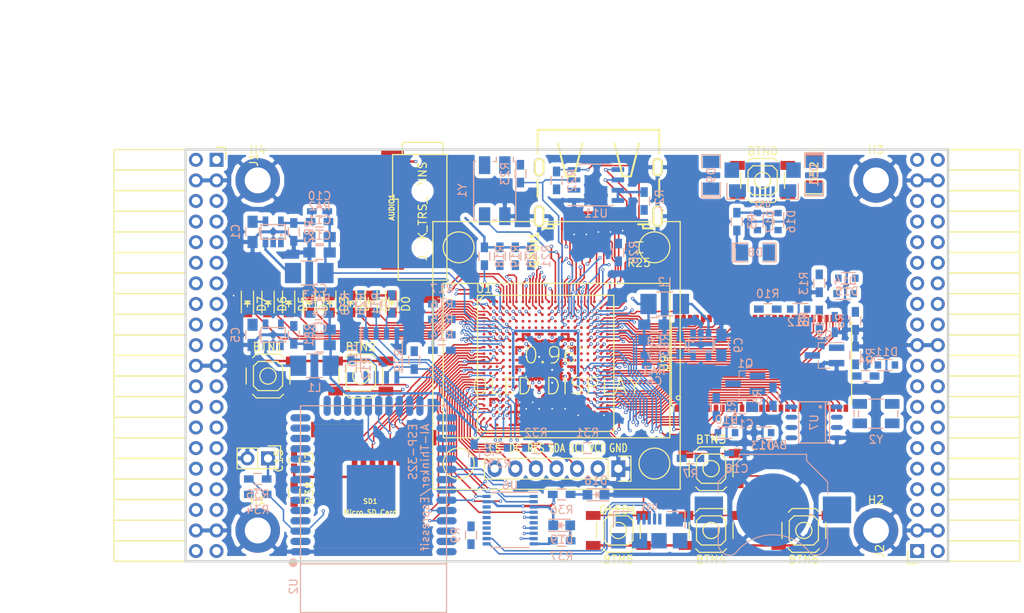
<source format=kicad_pcb>
(kicad_pcb (version 4) (host pcbnew 4.0.5+dfsg1-4)
  (layers (0 F.Cu signal) (1 In1.Cu signal) (2 In2.Cu signal) (31 B.Cu signal) (34 B.Paste user) (35 F.Paste user) (36 B.SilkS user) (37 F.SilkS user) (38 B.Mask user) (39 F.Mask user) (44 Edge.Cuts user))
  (net 0 "")
  (net 1 GND)
  (net 2 +5V)
  (net 3 /gpio/IN5V)
  (net 4 /gpio/OUT5V)
  (net 5 +3V3)
  (net 6 "Net-(L1-Pad1)")
  (net 7 "Net-(L2-Pad1)")
  (net 8 +1V2)
  (net 9 BTN_D)
  (net 10 BTN_F1)
  (net 11 BTN_F2)
  (net 12 BTN_L)
  (net 13 BTN_R)
  (net 14 BTN_U)
  (net 15 /power/FB1)
  (net 16 +2V5)
  (net 17 "Net-(L3-Pad1)")
  (net 18 /power/PWREN)
  (net 19 /power/FB3)
  (net 20 /power/FB2)
  (net 21 "Net-(D9-Pad1)")
  (net 22 /power/VBAT)
  (net 23 JTAG_TDI)
  (net 24 JTAG_TCK)
  (net 25 JTAG_TMS)
  (net 26 JTAG_TDO)
  (net 27 /power/WAKEUPn)
  (net 28 /power/WKUP)
  (net 29 /power/SHUT)
  (net 30 /power/WAKE)
  (net 31 /power/HOLD)
  (net 32 /power/WKn)
  (net 33 /power/OSCI_32k)
  (net 34 /power/OSCO_32k)
  (net 35 "Net-(Q2-Pad3)")
  (net 36 SHUTDOWN)
  (net 37 /analog/AUDIO_L)
  (net 38 /analog/AUDIO_R)
  (net 39 GPDI_5V_SCL)
  (net 40 GPDI_5V_SDA)
  (net 41 GPDI_SDA)
  (net 42 GPDI_SCL)
  (net 43 /gpdi/VREF2)
  (net 44 /blinkey/BTNPU)
  (net 45 SD_CMD)
  (net 46 SD_CLK)
  (net 47 SD_D0)
  (net 48 SD_D1)
  (net 49 USB5V)
  (net 50 "Net-(BTN0-Pad1)")
  (net 51 GPDI_CEC)
  (net 52 nRESET)
  (net 53 FTDI_nDTR)
  (net 54 SDRAM_CKE)
  (net 55 SDRAM_A7)
  (net 56 SDRAM_D15)
  (net 57 SDRAM_BA1)
  (net 58 SDRAM_D7)
  (net 59 SDRAM_A6)
  (net 60 SDRAM_CLK)
  (net 61 SDRAM_D13)
  (net 62 SDRAM_BA0)
  (net 63 SDRAM_D6)
  (net 64 SDRAM_A5)
  (net 65 SDRAM_D14)
  (net 66 SDRAM_A11)
  (net 67 SDRAM_D12)
  (net 68 SDRAM_D5)
  (net 69 SDRAM_A4)
  (net 70 SDRAM_A10)
  (net 71 SDRAM_D11)
  (net 72 SDRAM_A3)
  (net 73 SDRAM_D4)
  (net 74 SDRAM_D10)
  (net 75 SDRAM_D9)
  (net 76 SDRAM_A9)
  (net 77 SDRAM_D3)
  (net 78 SDRAM_D8)
  (net 79 SDRAM_A8)
  (net 80 SDRAM_A2)
  (net 81 SDRAM_A1)
  (net 82 SDRAM_A0)
  (net 83 SDRAM_D2)
  (net 84 SDRAM_D1)
  (net 85 SDRAM_D0)
  (net 86 SDRAM_DQM0)
  (net 87 SDRAM_nCS)
  (net 88 SDRAM_nRAS)
  (net 89 SDRAM_DQM1)
  (net 90 SDRAM_nCAS)
  (net 91 SDRAM_nWE)
  (net 92 /flash/FLASH_nWP)
  (net 93 /flash/FLASH_nHOLD)
  (net 94 /flash/FLASH_MOSI)
  (net 95 /flash/FLASH_MISO)
  (net 96 /flash/FLASH_SCK)
  (net 97 /flash/FLASH_nCS)
  (net 98 /flash/FPGA_PROGRAMN)
  (net 99 /flash/FPGA_DONE)
  (net 100 /flash/FPGA_INITN)
  (net 101 OLED_RES)
  (net 102 OLED_DC)
  (net 103 OLED_CS)
  (net 104 WIFI_EN)
  (net 105 FTDI_nRTS)
  (net 106 WIFI_GPIO2)
  (net 107 FTDI_TXD)
  (net 108 FTDI_RXD)
  (net 109 WIFI_RXD)
  (net 110 WIFI_GPIO0)
  (net 111 WIFI_TXD)
  (net 112 /gpdi/CLK_25MHz)
  (net 113 GPDI_ETH-)
  (net 114 GPDI_ETH+)
  (net 115 GPDI_D2+)
  (net 116 GPDI_D2-)
  (net 117 GPDI_D1+)
  (net 118 GPDI_D1-)
  (net 119 GPDI_D0+)
  (net 120 GPDI_D0-)
  (net 121 GPDI_CLK+)
  (net 122 GPDI_CLK-)
  (net 123 USB_FPGA_D+)
  (net 124 USB_FPGA_D-)
  (net 125 USB_FTDI_D+)
  (net 126 USB_FTDI_D-)
  (net 127 J1_17-)
  (net 128 J1_17+)
  (net 129 J1_23-)
  (net 130 J1_23+)
  (net 131 J1_25-)
  (net 132 J1_25+)
  (net 133 J1_27-)
  (net 134 J1_27+)
  (net 135 J1_29-)
  (net 136 J1_29+)
  (net 137 J1_31-)
  (net 138 J1_31+)
  (net 139 J1_33-)
  (net 140 J1_33+)
  (net 141 J1_35-)
  (net 142 J1_35+)
  (net 143 J2_5-)
  (net 144 J2_5+)
  (net 145 J2_7-)
  (net 146 J2_7+)
  (net 147 J2_9-)
  (net 148 J2_9+)
  (net 149 J2_13-)
  (net 150 J2_13+)
  (net 151 J2_17-)
  (net 152 J2_17+)
  (net 153 J2_11-)
  (net 154 J2_11+)
  (net 155 J2_23-)
  (net 156 J2_23+)
  (net 157 J1_5-)
  (net 158 J1_5+)
  (net 159 J1_7-)
  (net 160 J1_7+)
  (net 161 J1_9-)
  (net 162 J1_9+)
  (net 163 J1_11-)
  (net 164 J1_11+)
  (net 165 J1_13-)
  (net 166 J1_13+)
  (net 167 J1_15-)
  (net 168 J1_15+)
  (net 169 J2_15-)
  (net 170 J2_15+)
  (net 171 J2_25-)
  (net 172 J2_25+)
  (net 173 J2_27-)
  (net 174 J2_27+)
  (net 175 J2_29-)
  (net 176 J2_29+)
  (net 177 J2_31-)
  (net 178 J2_31+)
  (net 179 J2_33-)
  (net 180 J2_33+)
  (net 181 J2_35-)
  (net 182 J2_35+)
  (net 183 SD_D3)
  (net 184 AUDIO_L3)
  (net 185 AUDIO_L2)
  (net 186 AUDIO_L1)
  (net 187 AUDIO_L0)
  (net 188 AUDIO_R3)
  (net 189 AUDIO_R2)
  (net 190 AUDIO_R1)
  (net 191 AUDIO_R0)
  (net 192 OLED_CLK)
  (net 193 OLED_MOSI)
  (net 194 WIFI_GPIO15)
  (net 195 LED0)
  (net 196 LED1)
  (net 197 LED2)
  (net 198 LED3)
  (net 199 LED4)
  (net 200 LED5)
  (net 201 LED6)
  (net 202 LED7)
  (net 203 BTN_PWRn)
  (net 204 "Net-(J3-Pad1)")
  (net 205 FTDI_nTXLED)
  (net 206 FTDI_nSLEEP)
  (net 207 /blinkey/LED_PWREN)
  (net 208 /blinkey/LED_TXLED)
  (net 209 FT3V3)
  (net 210 /sdcard/SD3V3)
  (net 211 SD_D2)
  (module lfe5bg381:BGA-381_pitch0.8mm_dia0.4mm (layer F.Cu) (at 138.48 87.8)
    (fp_text reference U1 (at -7.6 -9.2) (layer F.SilkS))
    (fp_text value LFE5U-25F-6BG381C)
    (pad A2 smd circle (at -6.8 -7.6) (size 0.35 0.35) (layers F.Cu F.Paste F.Mask) (net 134 J1_27+))
    (pad A3 smd circle (at -6 -7.6) (size 0.35 0.35) (layers F.Cu F.Paste F.Mask) (net 188 AUDIO_R3))
    (pad A4 smd circle (at -5.2 -7.6) (size 0.35 0.35) (layers F.Cu F.Paste F.Mask) (net 132 J1_25+))
    (pad A5 smd circle (at -4.4 -7.6) (size 0.35 0.35) (layers F.Cu F.Paste F.Mask) (net 131 J1_25-))
    (pad A6 smd circle (at -3.6 -7.6) (size 0.35 0.35) (layers F.Cu F.Paste F.Mask) (net 130 J1_23+))
    (pad A7 smd circle (at -2.8 -7.6) (size 0.35 0.35) (layers F.Cu F.Paste F.Mask) (net 166 J1_13+))
    (pad A8 smd circle (at -2 -7.6) (size 0.35 0.35) (layers F.Cu F.Paste F.Mask) (net 165 J1_13-))
    (pad A9 smd circle (at -1.2 -7.6) (size 0.35 0.35) (layers F.Cu F.Paste F.Mask) (net 161 J1_9-))
    (pad A10 smd circle (at -0.4 -7.6) (size 0.35 0.35) (layers F.Cu F.Paste F.Mask) (net 160 J1_7+))
    (pad A11 smd circle (at 0.4 -7.6) (size 0.35 0.35) (layers F.Cu F.Paste F.Mask) (net 159 J1_7-))
    (pad A12 smd circle (at 1.2 -7.6) (size 0.35 0.35) (layers F.Cu F.Paste F.Mask) (net 114 GPDI_ETH+))
    (pad A13 smd circle (at 2 -7.6) (size 0.35 0.35) (layers F.Cu F.Paste F.Mask) (net 113 GPDI_ETH-))
    (pad A14 smd circle (at 2.8 -7.6) (size 0.35 0.35) (layers F.Cu F.Paste F.Mask) (net 115 GPDI_D2+))
    (pad A15 smd circle (at 3.6 -7.6) (size 0.35 0.35) (layers F.Cu F.Paste F.Mask))
    (pad A16 smd circle (at 4.4 -7.6) (size 0.35 0.35) (layers F.Cu F.Paste F.Mask) (net 117 GPDI_D1+))
    (pad A17 smd circle (at 5.2 -7.6) (size 0.35 0.35) (layers F.Cu F.Paste F.Mask) (net 119 GPDI_D0+))
    (pad A18 smd circle (at 6 -7.6) (size 0.35 0.35) (layers F.Cu F.Paste F.Mask) (net 121 GPDI_CLK+))
    (pad A19 smd circle (at 6.8 -7.6) (size 0.35 0.35) (layers F.Cu F.Paste F.Mask) (net 51 GPDI_CEC))
    (pad B1 smd circle (at -7.6 -6.8) (size 0.35 0.35) (layers F.Cu F.Paste F.Mask) (net 133 J1_27-))
    (pad B2 smd circle (at -6.8 -6.8) (size 0.35 0.35) (layers F.Cu F.Paste F.Mask) (net 195 LED0))
    (pad B3 smd circle (at -6 -6.8) (size 0.35 0.35) (layers F.Cu F.Paste F.Mask) (net 187 AUDIO_L0))
    (pad B4 smd circle (at -5.2 -6.8) (size 0.35 0.35) (layers F.Cu F.Paste F.Mask) (net 135 J1_29-))
    (pad B5 smd circle (at -4.4 -6.8) (size 0.35 0.35) (layers F.Cu F.Paste F.Mask) (net 189 AUDIO_R2))
    (pad B6 smd circle (at -3.6 -6.8) (size 0.35 0.35) (layers F.Cu F.Paste F.Mask) (net 129 J1_23-))
    (pad B7 smd circle (at -2.8 -6.8) (size 0.35 0.35) (layers F.Cu F.Paste F.Mask) (net 1 GND))
    (pad B8 smd circle (at -2 -6.8) (size 0.35 0.35) (layers F.Cu F.Paste F.Mask) (net 167 J1_15-))
    (pad B9 smd circle (at -1.2 -6.8) (size 0.35 0.35) (layers F.Cu F.Paste F.Mask) (net 164 J1_11+))
    (pad B10 smd circle (at -0.4 -6.8) (size 0.35 0.35) (layers F.Cu F.Paste F.Mask) (net 162 J1_9+))
    (pad B11 smd circle (at 0.4 -6.8) (size 0.35 0.35) (layers F.Cu F.Paste F.Mask) (net 158 J1_5+))
    (pad B12 smd circle (at 1.2 -6.8) (size 0.35 0.35) (layers F.Cu F.Paste F.Mask) (net 112 /gpdi/CLK_25MHz))
    (pad B13 smd circle (at 2 -6.8) (size 0.35 0.35) (layers F.Cu F.Paste F.Mask) (net 180 J2_33+))
    (pad B14 smd circle (at 2.8 -6.8) (size 0.35 0.35) (layers F.Cu F.Paste F.Mask) (net 1 GND))
    (pad B15 smd circle (at 3.6 -6.8) (size 0.35 0.35) (layers F.Cu F.Paste F.Mask) (net 178 J2_31+))
    (pad B16 smd circle (at 4.4 -6.8) (size 0.35 0.35) (layers F.Cu F.Paste F.Mask) (net 118 GPDI_D1-))
    (pad B17 smd circle (at 5.2 -6.8) (size 0.35 0.35) (layers F.Cu F.Paste F.Mask) (net 174 J2_27+))
    (pad B18 smd circle (at 6 -6.8) (size 0.35 0.35) (layers F.Cu F.Paste F.Mask) (net 120 GPDI_D0-))
    (pad B19 smd circle (at 6.8 -6.8) (size 0.35 0.35) (layers F.Cu F.Paste F.Mask) (net 122 GPDI_CLK-))
    (pad B20 smd circle (at 7.6 -6.8) (size 0.35 0.35) (layers F.Cu F.Paste F.Mask) (net 41 GPDI_SDA))
    (pad C1 smd circle (at -7.6 -6) (size 0.35 0.35) (layers F.Cu F.Paste F.Mask) (net 197 LED2))
    (pad C2 smd circle (at -6.8 -6) (size 0.35 0.35) (layers F.Cu F.Paste F.Mask) (net 196 LED1))
    (pad C3 smd circle (at -6 -6) (size 0.35 0.35) (layers F.Cu F.Paste F.Mask) (net 185 AUDIO_L2))
    (pad C4 smd circle (at -5.2 -6) (size 0.35 0.35) (layers F.Cu F.Paste F.Mask) (net 136 J1_29+))
    (pad C5 smd circle (at -4.4 -6) (size 0.35 0.35) (layers F.Cu F.Paste F.Mask) (net 190 AUDIO_R1))
    (pad C6 smd circle (at -3.6 -6) (size 0.35 0.35) (layers F.Cu F.Paste F.Mask) (net 128 J1_17+))
    (pad C7 smd circle (at -2.8 -6) (size 0.35 0.35) (layers F.Cu F.Paste F.Mask) (net 127 J1_17-))
    (pad C8 smd circle (at -2 -6) (size 0.35 0.35) (layers F.Cu F.Paste F.Mask) (net 168 J1_15+))
    (pad C9 smd circle (at -1.2 -6) (size 0.35 0.35) (layers F.Cu F.Paste F.Mask))
    (pad C10 smd circle (at -0.4 -6) (size 0.35 0.35) (layers F.Cu F.Paste F.Mask) (net 163 J1_11-))
    (pad C11 smd circle (at 0.4 -6) (size 0.35 0.35) (layers F.Cu F.Paste F.Mask) (net 157 J1_5-))
    (pad C12 smd circle (at 1.2 -6) (size 0.35 0.35) (layers F.Cu F.Paste F.Mask) (net 42 GPDI_SCL))
    (pad C13 smd circle (at 2 -6) (size 0.35 0.35) (layers F.Cu F.Paste F.Mask) (net 179 J2_33-))
    (pad C14 smd circle (at 2.8 -6) (size 0.35 0.35) (layers F.Cu F.Paste F.Mask) (net 116 GPDI_D2-))
    (pad C15 smd circle (at 3.6 -6) (size 0.35 0.35) (layers F.Cu F.Paste F.Mask) (net 177 J2_31-))
    (pad C16 smd circle (at 4.4 -6) (size 0.35 0.35) (layers F.Cu F.Paste F.Mask) (net 176 J2_29+))
    (pad C17 smd circle (at 5.2 -6) (size 0.35 0.35) (layers F.Cu F.Paste F.Mask) (net 173 J2_27-))
    (pad C18 smd circle (at 6 -6) (size 0.35 0.35) (layers F.Cu F.Paste F.Mask) (net 156 J2_23+))
    (pad C19 smd circle (at 6.8 -6) (size 0.35 0.35) (layers F.Cu F.Paste F.Mask) (net 1 GND))
    (pad C20 smd circle (at 7.6 -6) (size 0.35 0.35) (layers F.Cu F.Paste F.Mask) (net 56 SDRAM_D15))
    (pad D1 smd circle (at -7.6 -5.2) (size 0.35 0.35) (layers F.Cu F.Paste F.Mask) (net 199 LED4))
    (pad D2 smd circle (at -6.8 -5.2) (size 0.35 0.35) (layers F.Cu F.Paste F.Mask) (net 198 LED3))
    (pad D3 smd circle (at -6 -5.2) (size 0.35 0.35) (layers F.Cu F.Paste F.Mask) (net 186 AUDIO_L1))
    (pad D4 smd circle (at -5.2 -5.2) (size 0.35 0.35) (layers F.Cu F.Paste F.Mask) (net 1 GND))
    (pad D5 smd circle (at -4.4 -5.2) (size 0.35 0.35) (layers F.Cu F.Paste F.Mask))
    (pad D6 smd circle (at -3.6 -5.2) (size 0.35 0.35) (layers F.Cu F.Paste F.Mask) (net 203 BTN_PWRn))
    (pad D7 smd circle (at -2.8 -5.2) (size 0.35 0.35) (layers F.Cu F.Paste F.Mask))
    (pad D8 smd circle (at -2 -5.2) (size 0.35 0.35) (layers F.Cu F.Paste F.Mask))
    (pad D9 smd circle (at -1.2 -5.2) (size 0.35 0.35) (layers F.Cu F.Paste F.Mask))
    (pad D10 smd circle (at -0.4 -5.2) (size 0.35 0.35) (layers F.Cu F.Paste F.Mask))
    (pad D11 smd circle (at 0.4 -5.2) (size 0.35 0.35) (layers F.Cu F.Paste F.Mask) (net 14 BTN_U))
    (pad D12 smd circle (at 1.2 -5.2) (size 0.35 0.35) (layers F.Cu F.Paste F.Mask))
    (pad D13 smd circle (at 2 -5.2) (size 0.35 0.35) (layers F.Cu F.Paste F.Mask) (net 182 J2_35+))
    (pad D14 smd circle (at 2.8 -5.2) (size 0.35 0.35) (layers F.Cu F.Paste F.Mask))
    (pad D15 smd circle (at 3.6 -5.2) (size 0.35 0.35) (layers F.Cu F.Paste F.Mask) (net 172 J2_25+))
    (pad D16 smd circle (at 4.4 -5.2) (size 0.35 0.35) (layers F.Cu F.Paste F.Mask) (net 175 J2_29-))
    (pad D17 smd circle (at 5.2 -5.2) (size 0.35 0.35) (layers F.Cu F.Paste F.Mask) (net 155 J2_23-))
    (pad D18 smd circle (at 6 -5.2) (size 0.35 0.35) (layers F.Cu F.Paste F.Mask) (net 152 J2_17+))
    (pad D19 smd circle (at 6.8 -5.2) (size 0.35 0.35) (layers F.Cu F.Paste F.Mask) (net 65 SDRAM_D14))
    (pad D20 smd circle (at 7.6 -5.2) (size 0.35 0.35) (layers F.Cu F.Paste F.Mask) (net 61 SDRAM_D13))
    (pad E1 smd circle (at -7.6 -4.4) (size 0.35 0.35) (layers F.Cu F.Paste F.Mask) (net 201 LED6))
    (pad E2 smd circle (at -6.8 -4.4) (size 0.35 0.35) (layers F.Cu F.Paste F.Mask) (net 200 LED5))
    (pad E3 smd circle (at -6 -4.4) (size 0.35 0.35) (layers F.Cu F.Paste F.Mask) (net 137 J1_31-))
    (pad E4 smd circle (at -5.2 -4.4) (size 0.35 0.35) (layers F.Cu F.Paste F.Mask))
    (pad E5 smd circle (at -4.4 -4.4) (size 0.35 0.35) (layers F.Cu F.Paste F.Mask) (net 184 AUDIO_L3))
    (pad E6 smd circle (at -3.6 -4.4) (size 0.35 0.35) (layers F.Cu F.Paste F.Mask))
    (pad E7 smd circle (at -2.8 -4.4) (size 0.35 0.35) (layers F.Cu F.Paste F.Mask))
    (pad E8 smd circle (at -2 -4.4) (size 0.35 0.35) (layers F.Cu F.Paste F.Mask))
    (pad E9 smd circle (at -1.2 -4.4) (size 0.35 0.35) (layers F.Cu F.Paste F.Mask))
    (pad E10 smd circle (at -0.4 -4.4) (size 0.35 0.35) (layers F.Cu F.Paste F.Mask))
    (pad E11 smd circle (at 0.4 -4.4) (size 0.35 0.35) (layers F.Cu F.Paste F.Mask))
    (pad E12 smd circle (at 1.2 -4.4) (size 0.35 0.35) (layers F.Cu F.Paste F.Mask))
    (pad E13 smd circle (at 2 -4.4) (size 0.35 0.35) (layers F.Cu F.Paste F.Mask) (net 181 J2_35-))
    (pad E14 smd circle (at 2.8 -4.4) (size 0.35 0.35) (layers F.Cu F.Paste F.Mask))
    (pad E15 smd circle (at 3.6 -4.4) (size 0.35 0.35) (layers F.Cu F.Paste F.Mask) (net 171 J2_25-))
    (pad E16 smd circle (at 4.4 -4.4) (size 0.35 0.35) (layers F.Cu F.Paste F.Mask))
    (pad E17 smd circle (at 5.2 -4.4) (size 0.35 0.35) (layers F.Cu F.Paste F.Mask) (net 151 J2_17-))
    (pad E18 smd circle (at 6 -4.4) (size 0.35 0.35) (layers F.Cu F.Paste F.Mask) (net 73 SDRAM_D4))
    (pad E19 smd circle (at 6.8 -4.4) (size 0.35 0.35) (layers F.Cu F.Paste F.Mask) (net 67 SDRAM_D12))
    (pad E20 smd circle (at 7.6 -4.4) (size 0.35 0.35) (layers F.Cu F.Paste F.Mask) (net 71 SDRAM_D11))
    (pad F1 smd circle (at -7.6 -3.6) (size 0.35 0.35) (layers F.Cu F.Paste F.Mask))
    (pad F2 smd circle (at -6.8 -3.6) (size 0.35 0.35) (layers F.Cu F.Paste F.Mask) (net 202 LED7))
    (pad F3 smd circle (at -6 -3.6) (size 0.35 0.35) (layers F.Cu F.Paste F.Mask) (net 139 J1_33-))
    (pad F4 smd circle (at -5.2 -3.6) (size 0.35 0.35) (layers F.Cu F.Paste F.Mask) (net 138 J1_31+))
    (pad F5 smd circle (at -4.4 -3.6) (size 0.35 0.35) (layers F.Cu F.Paste F.Mask) (net 191 AUDIO_R0))
    (pad F6 smd circle (at -3.6 -3.6) (size 0.35 0.35) (layers F.Cu F.Paste F.Mask) (net 16 +2V5))
    (pad F7 smd circle (at -2.8 -3.6) (size 0.35 0.35) (layers F.Cu F.Paste F.Mask) (net 1 GND))
    (pad F8 smd circle (at -2 -3.6) (size 0.35 0.35) (layers F.Cu F.Paste F.Mask) (net 1 GND))
    (pad F9 smd circle (at -1.2 -3.6) (size 0.35 0.35) (layers F.Cu F.Paste F.Mask) (net 5 +3V3))
    (pad F10 smd circle (at -0.4 -3.6) (size 0.35 0.35) (layers F.Cu F.Paste F.Mask) (net 5 +3V3))
    (pad F11 smd circle (at 0.4 -3.6) (size 0.35 0.35) (layers F.Cu F.Paste F.Mask) (net 5 +3V3))
    (pad F12 smd circle (at 1.2 -3.6) (size 0.35 0.35) (layers F.Cu F.Paste F.Mask) (net 5 +3V3))
    (pad F13 smd circle (at 2 -3.6) (size 0.35 0.35) (layers F.Cu F.Paste F.Mask) (net 1 GND))
    (pad F14 smd circle (at 2.8 -3.6) (size 0.35 0.35) (layers F.Cu F.Paste F.Mask) (net 1 GND))
    (pad F15 smd circle (at 3.6 -3.6) (size 0.35 0.35) (layers F.Cu F.Paste F.Mask) (net 16 +2V5))
    (pad F16 smd circle (at 4.4 -3.6) (size 0.35 0.35) (layers F.Cu F.Paste F.Mask))
    (pad F17 smd circle (at 5.2 -3.6) (size 0.35 0.35) (layers F.Cu F.Paste F.Mask) (net 170 J2_15+))
    (pad F18 smd circle (at 6 -3.6) (size 0.35 0.35) (layers F.Cu F.Paste F.Mask) (net 68 SDRAM_D5))
    (pad F19 smd circle (at 6.8 -3.6) (size 0.35 0.35) (layers F.Cu F.Paste F.Mask) (net 74 SDRAM_D10))
    (pad F20 smd circle (at 7.6 -3.6) (size 0.35 0.35) (layers F.Cu F.Paste F.Mask) (net 75 SDRAM_D9))
    (pad G1 smd circle (at -7.6 -2.8) (size 0.35 0.35) (layers F.Cu F.Paste F.Mask))
    (pad G2 smd circle (at -6.8 -2.8) (size 0.35 0.35) (layers F.Cu F.Paste F.Mask) (net 104 WIFI_EN))
    (pad G3 smd circle (at -6 -2.8) (size 0.35 0.35) (layers F.Cu F.Paste F.Mask) (net 140 J1_33+))
    (pad G4 smd circle (at -5.2 -2.8) (size 0.35 0.35) (layers F.Cu F.Paste F.Mask) (net 1 GND))
    (pad G5 smd circle (at -4.4 -2.8) (size 0.35 0.35) (layers F.Cu F.Paste F.Mask) (net 141 J1_35-))
    (pad G6 smd circle (at -3.6 -2.8) (size 0.35 0.35) (layers F.Cu F.Paste F.Mask) (net 1 GND))
    (pad G7 smd circle (at -2.8 -2.8) (size 0.35 0.35) (layers F.Cu F.Paste F.Mask) (net 1 GND))
    (pad G8 smd circle (at -2 -2.8) (size 0.35 0.35) (layers F.Cu F.Paste F.Mask) (net 1 GND))
    (pad G9 smd circle (at -1.2 -2.8) (size 0.35 0.35) (layers F.Cu F.Paste F.Mask) (net 1 GND))
    (pad G10 smd circle (at -0.4 -2.8) (size 0.35 0.35) (layers F.Cu F.Paste F.Mask) (net 1 GND))
    (pad G11 smd circle (at 0.4 -2.8) (size 0.35 0.35) (layers F.Cu F.Paste F.Mask) (net 1 GND))
    (pad G12 smd circle (at 1.2 -2.8) (size 0.35 0.35) (layers F.Cu F.Paste F.Mask) (net 1 GND))
    (pad G13 smd circle (at 2 -2.8) (size 0.35 0.35) (layers F.Cu F.Paste F.Mask) (net 1 GND))
    (pad G14 smd circle (at 2.8 -2.8) (size 0.35 0.35) (layers F.Cu F.Paste F.Mask) (net 1 GND))
    (pad G15 smd circle (at 3.6 -2.8) (size 0.35 0.35) (layers F.Cu F.Paste F.Mask) (net 1 GND))
    (pad G16 smd circle (at 4.4 -2.8) (size 0.35 0.35) (layers F.Cu F.Paste F.Mask))
    (pad G17 smd circle (at 5.2 -2.8) (size 0.35 0.35) (layers F.Cu F.Paste F.Mask) (net 1 GND))
    (pad G18 smd circle (at 6 -2.8) (size 0.35 0.35) (layers F.Cu F.Paste F.Mask) (net 169 J2_15-))
    (pad G19 smd circle (at 6.8 -2.8) (size 0.35 0.35) (layers F.Cu F.Paste F.Mask) (net 78 SDRAM_D8))
    (pad G20 smd circle (at 7.6 -2.8) (size 0.35 0.35) (layers F.Cu F.Paste F.Mask) (net 89 SDRAM_DQM1))
    (pad H1 smd circle (at -7.6 -2) (size 0.35 0.35) (layers F.Cu F.Paste F.Mask) (net 183 SD_D3))
    (pad H2 smd circle (at -6.8 -2) (size 0.35 0.35) (layers F.Cu F.Paste F.Mask) (net 211 SD_D2))
    (pad H3 smd circle (at -6 -2) (size 0.35 0.35) (layers F.Cu F.Paste F.Mask))
    (pad H4 smd circle (at -5.2 -2) (size 0.35 0.35) (layers F.Cu F.Paste F.Mask) (net 142 J1_35+))
    (pad H5 smd circle (at -4.4 -2) (size 0.35 0.35) (layers F.Cu F.Paste F.Mask))
    (pad H6 smd circle (at -3.6 -2) (size 0.35 0.35) (layers F.Cu F.Paste F.Mask) (net 5 +3V3))
    (pad H7 smd circle (at -2.8 -2) (size 0.35 0.35) (layers F.Cu F.Paste F.Mask) (net 5 +3V3))
    (pad H8 smd circle (at -2 -2) (size 0.35 0.35) (layers F.Cu F.Paste F.Mask) (net 8 +1V2))
    (pad H9 smd circle (at -1.2 -2) (size 0.35 0.35) (layers F.Cu F.Paste F.Mask) (net 8 +1V2))
    (pad H10 smd circle (at -0.4 -2) (size 0.35 0.35) (layers F.Cu F.Paste F.Mask) (net 8 +1V2))
    (pad H11 smd circle (at 0.4 -2) (size 0.35 0.35) (layers F.Cu F.Paste F.Mask) (net 8 +1V2))
    (pad H12 smd circle (at 1.2 -2) (size 0.35 0.35) (layers F.Cu F.Paste F.Mask) (net 8 +1V2))
    (pad H13 smd circle (at 2 -2) (size 0.35 0.35) (layers F.Cu F.Paste F.Mask) (net 8 +1V2))
    (pad H14 smd circle (at 2.8 -2) (size 0.35 0.35) (layers F.Cu F.Paste F.Mask) (net 5 +3V3))
    (pad H15 smd circle (at 3.6 -2) (size 0.35 0.35) (layers F.Cu F.Paste F.Mask) (net 5 +3V3))
    (pad H16 smd circle (at 4.4 -2) (size 0.35 0.35) (layers F.Cu F.Paste F.Mask))
    (pad H17 smd circle (at 5.2 -2) (size 0.35 0.35) (layers F.Cu F.Paste F.Mask) (net 149 J2_13-))
    (pad H18 smd circle (at 6 -2) (size 0.35 0.35) (layers F.Cu F.Paste F.Mask) (net 150 J2_13+))
    (pad H19 smd circle (at 6.8 -2) (size 0.35 0.35) (layers F.Cu F.Paste F.Mask) (net 1 GND))
    (pad H20 smd circle (at 7.6 -2) (size 0.35 0.35) (layers F.Cu F.Paste F.Mask) (net 60 SDRAM_CLK))
    (pad J1 smd circle (at -7.6 -1.2) (size 0.35 0.35) (layers F.Cu F.Paste F.Mask) (net 46 SD_CLK))
    (pad J2 smd circle (at -6.8 -1.2) (size 0.35 0.35) (layers F.Cu F.Paste F.Mask) (net 1 GND))
    (pad J3 smd circle (at -6 -1.2) (size 0.35 0.35) (layers F.Cu F.Paste F.Mask) (net 45 SD_CMD))
    (pad J4 smd circle (at -5.2 -1.2) (size 0.35 0.35) (layers F.Cu F.Paste F.Mask) (net 106 WIFI_GPIO2))
    (pad J5 smd circle (at -4.4 -1.2) (size 0.35 0.35) (layers F.Cu F.Paste F.Mask))
    (pad J6 smd circle (at -3.6 -1.2) (size 0.35 0.35) (layers F.Cu F.Paste F.Mask) (net 5 +3V3))
    (pad J7 smd circle (at -2.8 -1.2) (size 0.35 0.35) (layers F.Cu F.Paste F.Mask) (net 1 GND))
    (pad J8 smd circle (at -2 -1.2) (size 0.35 0.35) (layers F.Cu F.Paste F.Mask) (net 8 +1V2))
    (pad J9 smd circle (at -1.2 -1.2) (size 0.35 0.35) (layers F.Cu F.Paste F.Mask) (net 1 GND))
    (pad J10 smd circle (at -0.4 -1.2) (size 0.35 0.35) (layers F.Cu F.Paste F.Mask) (net 1 GND))
    (pad J11 smd circle (at 0.4 -1.2) (size 0.35 0.35) (layers F.Cu F.Paste F.Mask) (net 1 GND))
    (pad J12 smd circle (at 1.2 -1.2) (size 0.35 0.35) (layers F.Cu F.Paste F.Mask) (net 1 GND))
    (pad J13 smd circle (at 2 -1.2) (size 0.35 0.35) (layers F.Cu F.Paste F.Mask) (net 8 +1V2))
    (pad J14 smd circle (at 2.8 -1.2) (size 0.35 0.35) (layers F.Cu F.Paste F.Mask) (net 1 GND))
    (pad J15 smd circle (at 3.6 -1.2) (size 0.35 0.35) (layers F.Cu F.Paste F.Mask) (net 5 +3V3))
    (pad J16 smd circle (at 4.4 -1.2) (size 0.35 0.35) (layers F.Cu F.Paste F.Mask))
    (pad J17 smd circle (at 5.2 -1.2) (size 0.35 0.35) (layers F.Cu F.Paste F.Mask))
    (pad J18 smd circle (at 6 -1.2) (size 0.35 0.35) (layers F.Cu F.Paste F.Mask) (net 77 SDRAM_D3))
    (pad J19 smd circle (at 6.8 -1.2) (size 0.35 0.35) (layers F.Cu F.Paste F.Mask) (net 54 SDRAM_CKE))
    (pad J20 smd circle (at 7.6 -1.2) (size 0.35 0.35) (layers F.Cu F.Paste F.Mask) (net 66 SDRAM_A11))
    (pad K1 smd circle (at -7.6 -0.4) (size 0.35 0.35) (layers F.Cu F.Paste F.Mask) (net 48 SD_D1))
    (pad K2 smd circle (at -6.8 -0.4) (size 0.35 0.35) (layers F.Cu F.Paste F.Mask) (net 47 SD_D0))
    (pad K3 smd circle (at -6 -0.4) (size 0.35 0.35) (layers F.Cu F.Paste F.Mask) (net 109 WIFI_RXD))
    (pad K4 smd circle (at -5.2 -0.4) (size 0.35 0.35) (layers F.Cu F.Paste F.Mask) (net 111 WIFI_TXD))
    (pad K5 smd circle (at -4.4 -0.4) (size 0.35 0.35) (layers F.Cu F.Paste F.Mask) (net 124 USB_FPGA_D-))
    (pad K6 smd circle (at -3.6 -0.4) (size 0.35 0.35) (layers F.Cu F.Paste F.Mask) (net 1 GND))
    (pad K7 smd circle (at -2.8 -0.4) (size 0.35 0.35) (layers F.Cu F.Paste F.Mask) (net 1 GND))
    (pad K8 smd circle (at -2 -0.4) (size 0.35 0.35) (layers F.Cu F.Paste F.Mask) (net 8 +1V2))
    (pad K9 smd circle (at -1.2 -0.4) (size 0.35 0.35) (layers F.Cu F.Paste F.Mask) (net 1 GND))
    (pad K10 smd circle (at -0.4 -0.4) (size 0.35 0.35) (layers F.Cu F.Paste F.Mask) (net 1 GND))
    (pad K11 smd circle (at 0.4 -0.4) (size 0.35 0.35) (layers F.Cu F.Paste F.Mask) (net 1 GND))
    (pad K12 smd circle (at 1.2 -0.4) (size 0.35 0.35) (layers F.Cu F.Paste F.Mask) (net 1 GND))
    (pad K13 smd circle (at 2 -0.4) (size 0.35 0.35) (layers F.Cu F.Paste F.Mask) (net 8 +1V2))
    (pad K14 smd circle (at 2.8 -0.4) (size 0.35 0.35) (layers F.Cu F.Paste F.Mask) (net 1 GND))
    (pad K15 smd circle (at 3.6 -0.4) (size 0.35 0.35) (layers F.Cu F.Paste F.Mask) (net 1 GND))
    (pad K16 smd circle (at 4.4 -0.4) (size 0.35 0.35) (layers F.Cu F.Paste F.Mask))
    (pad K17 smd circle (at 5.2 -0.4) (size 0.35 0.35) (layers F.Cu F.Paste F.Mask))
    (pad K18 smd circle (at 6 -0.4) (size 0.35 0.35) (layers F.Cu F.Paste F.Mask) (net 83 SDRAM_D2))
    (pad K19 smd circle (at 6.8 -0.4) (size 0.35 0.35) (layers F.Cu F.Paste F.Mask) (net 76 SDRAM_A9))
    (pad K20 smd circle (at 7.6 -0.4) (size 0.35 0.35) (layers F.Cu F.Paste F.Mask) (net 79 SDRAM_A8))
    (pad L1 smd circle (at -7.6 0.4) (size 0.35 0.35) (layers F.Cu F.Paste F.Mask))
    (pad L2 smd circle (at -6.8 0.4) (size 0.35 0.35) (layers F.Cu F.Paste F.Mask) (net 110 WIFI_GPIO0))
    (pad L3 smd circle (at -6 0.4) (size 0.35 0.35) (layers F.Cu F.Paste F.Mask))
    (pad L4 smd circle (at -5.2 0.4) (size 0.35 0.35) (layers F.Cu F.Paste F.Mask) (net 108 FTDI_RXD))
    (pad L5 smd circle (at -4.4 0.4) (size 0.35 0.35) (layers F.Cu F.Paste F.Mask) (net 123 USB_FPGA_D+))
    (pad L6 smd circle (at -3.6 0.4) (size 0.35 0.35) (layers F.Cu F.Paste F.Mask) (net 5 +3V3))
    (pad L7 smd circle (at -2.8 0.4) (size 0.35 0.35) (layers F.Cu F.Paste F.Mask) (net 5 +3V3))
    (pad L8 smd circle (at -2 0.4) (size 0.35 0.35) (layers F.Cu F.Paste F.Mask) (net 8 +1V2))
    (pad L9 smd circle (at -1.2 0.4) (size 0.35 0.35) (layers F.Cu F.Paste F.Mask) (net 1 GND))
    (pad L10 smd circle (at -0.4 0.4) (size 0.35 0.35) (layers F.Cu F.Paste F.Mask) (net 1 GND))
    (pad L11 smd circle (at 0.4 0.4) (size 0.35 0.35) (layers F.Cu F.Paste F.Mask) (net 1 GND))
    (pad L12 smd circle (at 1.2 0.4) (size 0.35 0.35) (layers F.Cu F.Paste F.Mask) (net 1 GND))
    (pad L13 smd circle (at 2 0.4) (size 0.35 0.35) (layers F.Cu F.Paste F.Mask) (net 8 +1V2))
    (pad L14 smd circle (at 2.8 0.4) (size 0.35 0.35) (layers F.Cu F.Paste F.Mask) (net 5 +3V3))
    (pad L15 smd circle (at 3.6 0.4) (size 0.35 0.35) (layers F.Cu F.Paste F.Mask) (net 5 +3V3))
    (pad L16 smd circle (at 4.4 0.4) (size 0.35 0.35) (layers F.Cu F.Paste F.Mask) (net 154 J2_11+))
    (pad L17 smd circle (at 5.2 0.4) (size 0.35 0.35) (layers F.Cu F.Paste F.Mask) (net 153 J2_11-))
    (pad L18 smd circle (at 6 0.4) (size 0.35 0.35) (layers F.Cu F.Paste F.Mask) (net 84 SDRAM_D1))
    (pad L19 smd circle (at 6.8 0.4) (size 0.35 0.35) (layers F.Cu F.Paste F.Mask) (net 55 SDRAM_A7))
    (pad L20 smd circle (at 7.6 0.4) (size 0.35 0.35) (layers F.Cu F.Paste F.Mask) (net 59 SDRAM_A6))
    (pad M1 smd circle (at -7.6 1.2) (size 0.35 0.35) (layers F.Cu F.Paste F.Mask) (net 107 FTDI_TXD))
    (pad M2 smd circle (at -6.8 1.2) (size 0.35 0.35) (layers F.Cu F.Paste F.Mask) (net 1 GND))
    (pad M3 smd circle (at -6 1.2) (size 0.35 0.35) (layers F.Cu F.Paste F.Mask) (net 105 FTDI_nRTS))
    (pad M4 smd circle (at -5.2 1.2) (size 0.35 0.35) (layers F.Cu F.Paste F.Mask))
    (pad M5 smd circle (at -4.4 1.2) (size 0.35 0.35) (layers F.Cu F.Paste F.Mask))
    (pad M6 smd circle (at -3.6 1.2) (size 0.35 0.35) (layers F.Cu F.Paste F.Mask) (net 5 +3V3))
    (pad M7 smd circle (at -2.8 1.2) (size 0.35 0.35) (layers F.Cu F.Paste F.Mask) (net 1 GND))
    (pad M8 smd circle (at -2 1.2) (size 0.35 0.35) (layers F.Cu F.Paste F.Mask) (net 8 +1V2))
    (pad M9 smd circle (at -1.2 1.2) (size 0.35 0.35) (layers F.Cu F.Paste F.Mask) (net 1 GND))
    (pad M10 smd circle (at -0.4 1.2) (size 0.35 0.35) (layers F.Cu F.Paste F.Mask) (net 1 GND))
    (pad M11 smd circle (at 0.4 1.2) (size 0.35 0.35) (layers F.Cu F.Paste F.Mask) (net 1 GND))
    (pad M12 smd circle (at 1.2 1.2) (size 0.35 0.35) (layers F.Cu F.Paste F.Mask) (net 1 GND))
    (pad M13 smd circle (at 2 1.2) (size 0.35 0.35) (layers F.Cu F.Paste F.Mask) (net 8 +1V2))
    (pad M14 smd circle (at 2.8 1.2) (size 0.35 0.35) (layers F.Cu F.Paste F.Mask) (net 1 GND))
    (pad M15 smd circle (at 3.6 1.2) (size 0.35 0.35) (layers F.Cu F.Paste F.Mask) (net 5 +3V3))
    (pad M16 smd circle (at 4.4 1.2) (size 0.35 0.35) (layers F.Cu F.Paste F.Mask) (net 1 GND))
    (pad M17 smd circle (at 5.2 1.2) (size 0.35 0.35) (layers F.Cu F.Paste F.Mask) (net 147 J2_9-))
    (pad M18 smd circle (at 6 1.2) (size 0.35 0.35) (layers F.Cu F.Paste F.Mask) (net 85 SDRAM_D0))
    (pad M19 smd circle (at 6.8 1.2) (size 0.35 0.35) (layers F.Cu F.Paste F.Mask) (net 64 SDRAM_A5))
    (pad M20 smd circle (at 7.6 1.2) (size 0.35 0.35) (layers F.Cu F.Paste F.Mask) (net 69 SDRAM_A4))
    (pad N1 smd circle (at -7.6 2) (size 0.35 0.35) (layers F.Cu F.Paste F.Mask) (net 53 FTDI_nDTR))
    (pad N2 smd circle (at -6.8 2) (size 0.35 0.35) (layers F.Cu F.Paste F.Mask) (net 103 OLED_CS))
    (pad N3 smd circle (at -6 2) (size 0.35 0.35) (layers F.Cu F.Paste F.Mask))
    (pad N4 smd circle (at -5.2 2) (size 0.35 0.35) (layers F.Cu F.Paste F.Mask) (net 194 WIFI_GPIO15))
    (pad N5 smd circle (at -4.4 2) (size 0.35 0.35) (layers F.Cu F.Paste F.Mask))
    (pad N6 smd circle (at -3.6 2) (size 0.35 0.35) (layers F.Cu F.Paste F.Mask) (net 1 GND))
    (pad N7 smd circle (at -2.8 2) (size 0.35 0.35) (layers F.Cu F.Paste F.Mask) (net 1 GND))
    (pad N8 smd circle (at -2 2) (size 0.35 0.35) (layers F.Cu F.Paste F.Mask) (net 8 +1V2))
    (pad N9 smd circle (at -1.2 2) (size 0.35 0.35) (layers F.Cu F.Paste F.Mask) (net 8 +1V2))
    (pad N10 smd circle (at -0.4 2) (size 0.35 0.35) (layers F.Cu F.Paste F.Mask) (net 8 +1V2))
    (pad N11 smd circle (at 0.4 2) (size 0.35 0.35) (layers F.Cu F.Paste F.Mask) (net 8 +1V2))
    (pad N12 smd circle (at 1.2 2) (size 0.35 0.35) (layers F.Cu F.Paste F.Mask) (net 8 +1V2))
    (pad N13 smd circle (at 2 2) (size 0.35 0.35) (layers F.Cu F.Paste F.Mask) (net 8 +1V2))
    (pad N14 smd circle (at 2.8 2) (size 0.35 0.35) (layers F.Cu F.Paste F.Mask) (net 1 GND))
    (pad N15 smd circle (at 3.6 2) (size 0.35 0.35) (layers F.Cu F.Paste F.Mask) (net 1 GND))
    (pad N16 smd circle (at 4.4 2) (size 0.35 0.35) (layers F.Cu F.Paste F.Mask) (net 148 J2_9+))
    (pad N17 smd circle (at 5.2 2) (size 0.35 0.35) (layers F.Cu F.Paste F.Mask) (net 146 J2_7+))
    (pad N18 smd circle (at 6 2) (size 0.35 0.35) (layers F.Cu F.Paste F.Mask) (net 63 SDRAM_D6))
    (pad N19 smd circle (at 6.8 2) (size 0.35 0.35) (layers F.Cu F.Paste F.Mask) (net 72 SDRAM_A3))
    (pad N20 smd circle (at 7.6 2) (size 0.35 0.35) (layers F.Cu F.Paste F.Mask) (net 80 SDRAM_A2))
    (pad P1 smd circle (at -7.6 2.8) (size 0.35 0.35) (layers F.Cu F.Paste F.Mask) (net 102 OLED_DC))
    (pad P2 smd circle (at -6.8 2.8) (size 0.35 0.35) (layers F.Cu F.Paste F.Mask) (net 101 OLED_RES))
    (pad P3 smd circle (at -6 2.8) (size 0.35 0.35) (layers F.Cu F.Paste F.Mask) (net 193 OLED_MOSI))
    (pad P4 smd circle (at -5.2 2.8) (size 0.35 0.35) (layers F.Cu F.Paste F.Mask) (net 192 OLED_CLK))
    (pad P5 smd circle (at -4.4 2.8) (size 0.35 0.35) (layers F.Cu F.Paste F.Mask))
    (pad P6 smd circle (at -3.6 2.8) (size 0.35 0.35) (layers F.Cu F.Paste F.Mask) (net 16 +2V5))
    (pad P7 smd circle (at -2.8 2.8) (size 0.35 0.35) (layers F.Cu F.Paste F.Mask) (net 1 GND))
    (pad P8 smd circle (at -2 2.8) (size 0.35 0.35) (layers F.Cu F.Paste F.Mask) (net 1 GND))
    (pad P9 smd circle (at -1.2 2.8) (size 0.35 0.35) (layers F.Cu F.Paste F.Mask) (net 5 +3V3))
    (pad P10 smd circle (at -0.4 2.8) (size 0.35 0.35) (layers F.Cu F.Paste F.Mask) (net 5 +3V3))
    (pad P11 smd circle (at 0.4 2.8) (size 0.35 0.35) (layers F.Cu F.Paste F.Mask) (net 1 GND))
    (pad P12 smd circle (at 1.2 2.8) (size 0.35 0.35) (layers F.Cu F.Paste F.Mask) (net 1 GND))
    (pad P13 smd circle (at 2 2.8) (size 0.35 0.35) (layers F.Cu F.Paste F.Mask) (net 1 GND))
    (pad P14 smd circle (at 2.8 2.8) (size 0.35 0.35) (layers F.Cu F.Paste F.Mask) (net 1 GND))
    (pad P15 smd circle (at 3.6 2.8) (size 0.35 0.35) (layers F.Cu F.Paste F.Mask) (net 16 +2V5))
    (pad P16 smd circle (at 4.4 2.8) (size 0.35 0.35) (layers F.Cu F.Paste F.Mask) (net 145 J2_7-))
    (pad P17 smd circle (at 5.2 2.8) (size 0.35 0.35) (layers F.Cu F.Paste F.Mask))
    (pad P18 smd circle (at 6 2.8) (size 0.35 0.35) (layers F.Cu F.Paste F.Mask) (net 58 SDRAM_D7))
    (pad P19 smd circle (at 6.8 2.8) (size 0.35 0.35) (layers F.Cu F.Paste F.Mask) (net 81 SDRAM_A1))
    (pad P20 smd circle (at 7.6 2.8) (size 0.35 0.35) (layers F.Cu F.Paste F.Mask) (net 82 SDRAM_A0))
    (pad R1 smd circle (at -7.6 3.6) (size 0.35 0.35) (layers F.Cu F.Paste F.Mask) (net 10 BTN_F1))
    (pad R2 smd circle (at -6.8 3.6) (size 0.35 0.35) (layers F.Cu F.Paste F.Mask) (net 97 /flash/FLASH_nCS))
    (pad R3 smd circle (at -6 3.6) (size 0.35 0.35) (layers F.Cu F.Paste F.Mask))
    (pad R4 smd circle (at -5.2 3.6) (size 0.35 0.35) (layers F.Cu F.Paste F.Mask) (net 1 GND))
    (pad R5 smd circle (at -4.4 3.6) (size 0.35 0.35) (layers F.Cu F.Paste F.Mask) (net 23 JTAG_TDI))
    (pad R16 smd circle (at 4.4 3.6) (size 0.35 0.35) (layers F.Cu F.Paste F.Mask))
    (pad R17 smd circle (at 5.2 3.6) (size 0.35 0.35) (layers F.Cu F.Paste F.Mask))
    (pad R18 smd circle (at 6 3.6) (size 0.35 0.35) (layers F.Cu F.Paste F.Mask) (net 86 SDRAM_DQM0))
    (pad R19 smd circle (at 6.8 3.6) (size 0.35 0.35) (layers F.Cu F.Paste F.Mask) (net 1 GND))
    (pad R20 smd circle (at 7.6 3.6) (size 0.35 0.35) (layers F.Cu F.Paste F.Mask) (net 70 SDRAM_A10))
    (pad T1 smd circle (at -7.6 4.4) (size 0.35 0.35) (layers F.Cu F.Paste F.Mask) (net 11 BTN_F2))
    (pad T2 smd circle (at -6.8 4.4) (size 0.35 0.35) (layers F.Cu F.Paste F.Mask) (net 5 +3V3))
    (pad T3 smd circle (at -6 4.4) (size 0.35 0.35) (layers F.Cu F.Paste F.Mask) (net 5 +3V3))
    (pad T4 smd circle (at -5.2 4.4) (size 0.35 0.35) (layers F.Cu F.Paste F.Mask) (net 5 +3V3))
    (pad T5 smd circle (at -4.4 4.4) (size 0.35 0.35) (layers F.Cu F.Paste F.Mask) (net 24 JTAG_TCK))
    (pad T6 smd circle (at -3.6 4.4) (size 0.35 0.35) (layers F.Cu F.Paste F.Mask) (net 1 GND))
    (pad T7 smd circle (at -2.8 4.4) (size 0.35 0.35) (layers F.Cu F.Paste F.Mask) (net 1 GND))
    (pad T8 smd circle (at -2 4.4) (size 0.35 0.35) (layers F.Cu F.Paste F.Mask) (net 1 GND))
    (pad T9 smd circle (at -1.2 4.4) (size 0.35 0.35) (layers F.Cu F.Paste F.Mask) (net 1 GND))
    (pad T10 smd circle (at -0.4 4.4) (size 0.35 0.35) (layers F.Cu F.Paste F.Mask) (net 1 GND))
    (pad T11 smd circle (at 0.4 4.4) (size 0.35 0.35) (layers F.Cu F.Paste F.Mask))
    (pad T12 smd circle (at 1.2 4.4) (size 0.35 0.35) (layers F.Cu F.Paste F.Mask))
    (pad T13 smd circle (at 2 4.4) (size 0.35 0.35) (layers F.Cu F.Paste F.Mask))
    (pad T14 smd circle (at 2.8 4.4) (size 0.35 0.35) (layers F.Cu F.Paste F.Mask))
    (pad T15 smd circle (at 3.6 4.4) (size 0.35 0.35) (layers F.Cu F.Paste F.Mask))
    (pad T16 smd circle (at 4.4 4.4) (size 0.35 0.35) (layers F.Cu F.Paste F.Mask))
    (pad T17 smd circle (at 5.2 4.4) (size 0.35 0.35) (layers F.Cu F.Paste F.Mask) (net 90 SDRAM_nCAS))
    (pad T18 smd circle (at 6 4.4) (size 0.35 0.35) (layers F.Cu F.Paste F.Mask) (net 91 SDRAM_nWE))
    (pad T19 smd circle (at 6.8 4.4) (size 0.35 0.35) (layers F.Cu F.Paste F.Mask) (net 57 SDRAM_BA1))
    (pad T20 smd circle (at 7.6 4.4) (size 0.35 0.35) (layers F.Cu F.Paste F.Mask) (net 62 SDRAM_BA0))
    (pad U1 smd circle (at -7.6 5.2) (size 0.35 0.35) (layers F.Cu F.Paste F.Mask) (net 12 BTN_L))
    (pad U2 smd circle (at -6.8 5.2) (size 0.35 0.35) (layers F.Cu F.Paste F.Mask) (net 5 +3V3))
    (pad U3 smd circle (at -6 5.2) (size 0.35 0.35) (layers F.Cu F.Paste F.Mask) (net 96 /flash/FLASH_SCK))
    (pad U4 smd circle (at -5.2 5.2) (size 0.35 0.35) (layers F.Cu F.Paste F.Mask) (net 1 GND))
    (pad U5 smd circle (at -4.4 5.2) (size 0.35 0.35) (layers F.Cu F.Paste F.Mask) (net 25 JTAG_TMS))
    (pad U6 smd circle (at -3.6 5.2) (size 0.35 0.35) (layers F.Cu F.Paste F.Mask) (net 1 GND))
    (pad U7 smd circle (at -2.8 5.2) (size 0.35 0.35) (layers F.Cu F.Paste F.Mask) (net 1 GND))
    (pad U8 smd circle (at -2 5.2) (size 0.35 0.35) (layers F.Cu F.Paste F.Mask) (net 1 GND))
    (pad U9 smd circle (at -1.2 5.2) (size 0.35 0.35) (layers F.Cu F.Paste F.Mask) (net 1 GND))
    (pad U10 smd circle (at -0.4 5.2) (size 0.35 0.35) (layers F.Cu F.Paste F.Mask) (net 1 GND))
    (pad U11 smd circle (at 0.4 5.2) (size 0.35 0.35) (layers F.Cu F.Paste F.Mask) (net 1 GND))
    (pad U12 smd circle (at 1.2 5.2) (size 0.35 0.35) (layers F.Cu F.Paste F.Mask) (net 1 GND))
    (pad U13 smd circle (at 2 5.2) (size 0.35 0.35) (layers F.Cu F.Paste F.Mask) (net 1 GND))
    (pad U14 smd circle (at 2.8 5.2) (size 0.35 0.35) (layers F.Cu F.Paste F.Mask) (net 1 GND))
    (pad U15 smd circle (at 3.6 5.2) (size 0.35 0.35) (layers F.Cu F.Paste F.Mask))
    (pad U16 smd circle (at 4.4 5.2) (size 0.35 0.35) (layers F.Cu F.Paste F.Mask))
    (pad U17 smd circle (at 5.2 5.2) (size 0.35 0.35) (layers F.Cu F.Paste F.Mask) (net 143 J2_5-))
    (pad U18 smd circle (at 6 5.2) (size 0.35 0.35) (layers F.Cu F.Paste F.Mask) (net 144 J2_5+))
    (pad U19 smd circle (at 6.8 5.2) (size 0.35 0.35) (layers F.Cu F.Paste F.Mask) (net 87 SDRAM_nCS))
    (pad U20 smd circle (at 7.6 5.2) (size 0.35 0.35) (layers F.Cu F.Paste F.Mask) (net 88 SDRAM_nRAS))
    (pad V1 smd circle (at -7.6 6) (size 0.35 0.35) (layers F.Cu F.Paste F.Mask) (net 9 BTN_D))
    (pad V2 smd circle (at -6.8 6) (size 0.35 0.35) (layers F.Cu F.Paste F.Mask) (net 95 /flash/FLASH_MISO))
    (pad V3 smd circle (at -6 6) (size 0.35 0.35) (layers F.Cu F.Paste F.Mask) (net 100 /flash/FPGA_INITN))
    (pad V4 smd circle (at -5.2 6) (size 0.35 0.35) (layers F.Cu F.Paste F.Mask) (net 26 JTAG_TDO))
    (pad V5 smd circle (at -4.4 6) (size 0.35 0.35) (layers F.Cu F.Paste F.Mask) (net 1 GND))
    (pad V6 smd circle (at -3.6 6) (size 0.35 0.35) (layers F.Cu F.Paste F.Mask) (net 1 GND))
    (pad V7 smd circle (at -2.8 6) (size 0.35 0.35) (layers F.Cu F.Paste F.Mask) (net 1 GND))
    (pad V8 smd circle (at -2 6) (size 0.35 0.35) (layers F.Cu F.Paste F.Mask) (net 1 GND))
    (pad V9 smd circle (at -1.2 6) (size 0.35 0.35) (layers F.Cu F.Paste F.Mask) (net 1 GND))
    (pad V10 smd circle (at -0.4 6) (size 0.35 0.35) (layers F.Cu F.Paste F.Mask) (net 1 GND))
    (pad V11 smd circle (at 0.4 6) (size 0.35 0.35) (layers F.Cu F.Paste F.Mask) (net 1 GND))
    (pad V12 smd circle (at 1.2 6) (size 0.35 0.35) (layers F.Cu F.Paste F.Mask) (net 1 GND))
    (pad V13 smd circle (at 2 6) (size 0.35 0.35) (layers F.Cu F.Paste F.Mask) (net 1 GND))
    (pad V14 smd circle (at 2.8 6) (size 0.35 0.35) (layers F.Cu F.Paste F.Mask) (net 1 GND))
    (pad V15 smd circle (at 3.6 6) (size 0.35 0.35) (layers F.Cu F.Paste F.Mask) (net 1 GND))
    (pad V16 smd circle (at 4.4 6) (size 0.35 0.35) (layers F.Cu F.Paste F.Mask) (net 1 GND))
    (pad V17 smd circle (at 5.2 6) (size 0.35 0.35) (layers F.Cu F.Paste F.Mask))
    (pad V18 smd circle (at 6 6) (size 0.35 0.35) (layers F.Cu F.Paste F.Mask))
    (pad V19 smd circle (at 6.8 6) (size 0.35 0.35) (layers F.Cu F.Paste F.Mask) (net 1 GND))
    (pad V20 smd circle (at 7.6 6) (size 0.35 0.35) (layers F.Cu F.Paste F.Mask) (net 1 GND))
    (pad W1 smd circle (at -7.6 6.8) (size 0.35 0.35) (layers F.Cu F.Paste F.Mask) (net 14 BTN_U))
    (pad W2 smd circle (at -6.8 6.8) (size 0.35 0.35) (layers F.Cu F.Paste F.Mask) (net 94 /flash/FLASH_MOSI))
    (pad W3 smd circle (at -6 6.8) (size 0.35 0.35) (layers F.Cu F.Paste F.Mask) (net 98 /flash/FPGA_PROGRAMN))
    (pad W4 smd circle (at -5.2 6.8) (size 0.35 0.35) (layers F.Cu F.Paste F.Mask))
    (pad W5 smd circle (at -4.4 6.8) (size 0.35 0.35) (layers F.Cu F.Paste F.Mask))
    (pad W6 smd circle (at -3.6 6.8) (size 0.35 0.35) (layers F.Cu F.Paste F.Mask) (net 1 GND))
    (pad W7 smd circle (at -2.8 6.8) (size 0.35 0.35) (layers F.Cu F.Paste F.Mask) (net 1 GND))
    (pad W8 smd circle (at -2 6.8) (size 0.35 0.35) (layers F.Cu F.Paste F.Mask))
    (pad W9 smd circle (at -1.2 6.8) (size 0.35 0.35) (layers F.Cu F.Paste F.Mask))
    (pad W10 smd circle (at -0.4 6.8) (size 0.35 0.35) (layers F.Cu F.Paste F.Mask))
    (pad W11 smd circle (at 0.4 6.8) (size 0.35 0.35) (layers F.Cu F.Paste F.Mask))
    (pad W12 smd circle (at 1.2 6.8) (size 0.35 0.35) (layers F.Cu F.Paste F.Mask) (net 1 GND))
    (pad W13 smd circle (at 2 6.8) (size 0.35 0.35) (layers F.Cu F.Paste F.Mask))
    (pad W14 smd circle (at 2.8 6.8) (size 0.35 0.35) (layers F.Cu F.Paste F.Mask))
    (pad W15 smd circle (at 3.6 6.8) (size 0.35 0.35) (layers F.Cu F.Paste F.Mask) (net 1 GND))
    (pad W16 smd circle (at 4.4 6.8) (size 0.35 0.35) (layers F.Cu F.Paste F.Mask) (net 1 GND))
    (pad W17 smd circle (at 5.2 6.8) (size 0.35 0.35) (layers F.Cu F.Paste F.Mask))
    (pad W18 smd circle (at 6 6.8) (size 0.35 0.35) (layers F.Cu F.Paste F.Mask))
    (pad W19 smd circle (at 6.8 6.8) (size 0.35 0.35) (layers F.Cu F.Paste F.Mask) (net 1 GND))
    (pad W20 smd circle (at 7.6 6.8) (size 0.35 0.35) (layers F.Cu F.Paste F.Mask))
    (pad Y2 smd circle (at -6.8 7.6) (size 0.35 0.35) (layers F.Cu F.Paste F.Mask) (net 13 BTN_R))
    (pad Y3 smd circle (at -6 7.6) (size 0.35 0.35) (layers F.Cu F.Paste F.Mask) (net 99 /flash/FPGA_DONE))
    (pad Y5 smd circle (at -4.4 7.6) (size 0.35 0.35) (layers F.Cu F.Paste F.Mask) (net 1 GND))
    (pad Y6 smd circle (at -3.6 7.6) (size 0.35 0.35) (layers F.Cu F.Paste F.Mask) (net 1 GND))
    (pad Y7 smd circle (at -2.8 7.6) (size 0.35 0.35) (layers F.Cu F.Paste F.Mask) (net 1 GND))
    (pad Y8 smd circle (at -2 7.6) (size 0.35 0.35) (layers F.Cu F.Paste F.Mask) (net 1 GND))
    (pad Y11 smd circle (at 0.4 7.6) (size 0.35 0.35) (layers F.Cu F.Paste F.Mask) (net 1 GND))
    (pad Y12 smd circle (at 1.2 7.6) (size 0.35 0.35) (layers F.Cu F.Paste F.Mask) (net 1 GND))
    (pad Y14 smd circle (at 2.8 7.6) (size 0.35 0.35) (layers F.Cu F.Paste F.Mask))
    (pad Y15 smd circle (at 3.6 7.6) (size 0.35 0.35) (layers F.Cu F.Paste F.Mask))
    (pad Y16 smd circle (at 4.4 7.6) (size 0.35 0.35) (layers F.Cu F.Paste F.Mask))
    (pad Y17 smd circle (at 5.2 7.6) (size 0.35 0.35) (layers F.Cu F.Paste F.Mask))
    (pad Y19 smd circle (at 6.8 7.6) (size 0.35 0.35) (layers F.Cu F.Paste F.Mask))
  )
  (module Keystone_3000_1x12mm-CoinCell:Keystone_3000_1x12mm-CoinCell (layer B.Cu) (at 166.49 105.87 180)
    (fp_text reference BAT1 (at 0 8 180) (layer B.SilkS) (effects (justify mirror)))
    (fp_text value CR1225)
    (pad 1 smd rect (at -7.9 0 180) (size 3.5 3.3) (layers B.Cu B.Paste B.Mask) (net 22 /power/VBAT))
    (pad 1 smd rect (at 7.9 0 180) (size 3.5 3.3) (layers B.Cu B.Paste B.Mask) (net 22 /power/VBAT))
    (pad 2 smd circle (at 0 0 180) (size 9 9) (layers B.Cu B.Mask) (net 1 GND))
  )
  (module SMD_Packages:SMD-1206_Pol (layer F.Cu) (at 171.57 64.341 90)
    (fp_text reference D52 (at 0 0 90) (layer F.SilkS))
    (fp_text value 2A)
    (pad 1 smd rect (at -1.651 0 90) (size 1.524 2.032) (layers F.Cu F.Paste F.Mask) (net 4 /gpio/OUT5V))
    (pad 2 smd rect (at 1.651 0 90) (size 1.524 2.032) (layers F.Cu F.Paste F.Mask) (net 2 +5V))
  )
  (module SMD_Packages:SMD-1206_Pol (layer B.Cu) (at 171.57 64.595 270)
    (fp_text reference D51 (at 0 0 270) (layer B.SilkS) (effects (justify mirror)))
    (fp_text value 2A)
    (pad 1 smd rect (at -1.651 0 270) (size 1.524 2.032) (layers B.Cu B.Paste B.Mask) (net 2 +5V))
    (pad 2 smd rect (at 1.651 0 270) (size 1.524 2.032) (layers B.Cu B.Paste B.Mask) (net 3 /gpio/IN5V))
  )
  (module micro-sd:MicroSD_TF02D (layer F.Cu) (at 116.87 110.52 180)
    (fp_text reference SD1 (at 0 5.7 180) (layer F.SilkS) (effects (font (size 0.59944 0.59944) (thickness 0.12446))))
    (fp_text value Micro_SD_Card (at 0 4.35 180) (layer F.SilkS) (effects (font (size 0.59944 0.59944) (thickness 0.12446))))
    (pad 1 smd rect (at 1.94 11 180) (size 0.7 1.8) (layers F.Cu F.Paste F.Mask) (net 211 SD_D2))
    (pad 2 smd rect (at 0.84 11 180) (size 0.7 1.8) (layers F.Cu F.Paste F.Mask) (net 183 SD_D3))
    (pad 3 smd rect (at -0.26 11 180) (size 0.7 1.8) (layers F.Cu F.Paste F.Mask) (net 45 SD_CMD))
    (pad 4 smd rect (at -1.36 11 180) (size 0.7 1.8) (layers F.Cu F.Paste F.Mask) (net 210 /sdcard/SD3V3))
    (pad 5 smd rect (at -2.46 11 180) (size 0.7 1.8) (layers F.Cu F.Paste F.Mask) (net 46 SD_CLK))
    (pad 6 smd rect (at -3.56 11 180) (size 0.7 1.8) (layers F.Cu F.Paste F.Mask) (net 1 GND))
    (pad 7 smd rect (at -4.66 11 180) (size 0.7 1.8) (layers F.Cu F.Paste F.Mask) (net 47 SD_D0))
    (pad 8 smd rect (at -5.76 11 180) (size 0.7 1.8) (layers F.Cu F.Paste F.Mask) (net 48 SD_D1))
    (pad S smd rect (at -5.05 0.4 180) (size 1.6 1.4) (layers F.Cu F.Paste F.Mask))
    (pad S smd rect (at 0.75 0.4 180) (size 1.8 1.4) (layers F.Cu F.Paste F.Mask))
    (pad G smd rect (at -7.45 13.55 180) (size 1.4 1.9) (layers F.Cu F.Paste F.Mask))
    (pad G smd rect (at 6.6 14.55 180) (size 1.4 1.9) (layers F.Cu F.Paste F.Mask))
  )
  (module Resistors_SMD:R_1210_HandSoldering (layer B.Cu) (at 109.975 88.09)
    (fp_text reference L1 (at 0 2.7) (layer B.SilkS) (effects (justify mirror)))
    (fp_text value 2.2uH)
    (pad 1 smd rect (at -2 0) (size 2 2.5) (layers B.Cu B.Paste B.Mask) (net 6 "Net-(L1-Pad1)"))
    (pad 2 smd rect (at 2 0) (size 2 2.5) (layers B.Cu B.Paste B.Mask) (net 8 +1V2))
  )
  (module TSOT-25:TSOT-25 (layer B.Cu) (at 104.895 84.28 180)
    (fp_text reference U3 (at 0 -0.5 180) (layer B.SilkS) (effects (font (size 0.15 0.15) (thickness 0.0375)) (justify mirror)))
    (fp_text value AP3429A)
    (pad 1 smd rect (at -0.95 -1.3 180) (size 0.7 1.2) (layers B.Cu B.Paste B.Mask) (net 18 /power/PWREN))
    (pad 2 smd rect (at 0 -1.3 180) (size 0.7 1.2) (layers B.Cu B.Paste B.Mask) (net 1 GND))
    (pad 3 smd rect (at 0.95 -1.3 180) (size 0.7 1.2) (layers B.Cu B.Paste B.Mask) (net 6 "Net-(L1-Pad1)"))
    (pad 4 smd rect (at 0.95 1.3 180) (size 0.7 1.2) (layers B.Cu B.Paste B.Mask) (net 2 +5V))
    (pad 5 smd rect (at -0.95 1.3 180) (size 0.7 1.2) (layers B.Cu B.Paste B.Mask) (net 15 /power/FB1))
  )
  (module Resistors_SMD:R_1210_HandSoldering (layer B.Cu) (at 153.155 80.47 180)
    (fp_text reference L2 (at 0 2.7 180) (layer B.SilkS) (effects (justify mirror)))
    (fp_text value 2.2uH)
    (pad 1 smd rect (at -2 0 180) (size 2 2.5) (layers B.Cu B.Paste B.Mask) (net 7 "Net-(L2-Pad1)"))
    (pad 2 smd rect (at 2 0 180) (size 2 2.5) (layers B.Cu B.Paste B.Mask) (net 5 +3V3))
  )
  (module TSOT-25:TSOT-25 (layer B.Cu) (at 157.6 85.52)
    (fp_text reference U4 (at 0 -0.5) (layer B.SilkS) (effects (font (size 0.15 0.15) (thickness 0.0375)) (justify mirror)))
    (fp_text value AP3429A)
    (pad 1 smd rect (at -0.95 -1.3) (size 0.7 1.2) (layers B.Cu B.Paste B.Mask) (net 18 /power/PWREN))
    (pad 2 smd rect (at 0 -1.3) (size 0.7 1.2) (layers B.Cu B.Paste B.Mask) (net 1 GND))
    (pad 3 smd rect (at 0.95 -1.3) (size 0.7 1.2) (layers B.Cu B.Paste B.Mask) (net 7 "Net-(L2-Pad1)"))
    (pad 4 smd rect (at 0.95 1.3) (size 0.7 1.2) (layers B.Cu B.Paste B.Mask) (net 2 +5V))
    (pad 5 smd rect (at -0.95 1.3) (size 0.7 1.2) (layers B.Cu B.Paste B.Mask) (net 19 /power/FB3))
  )
  (module Buttons_Switches_SMD:SW_SPST_SKQG (layer F.Cu) (at 104.26 89.36)
    (fp_text reference BTN1 (at 0 -3.6) (layer F.SilkS))
    (fp_text value FIRE1)
    (pad 1 smd rect (at -3.1 -1.85) (size 1.8 1.1) (layers F.Cu F.Paste F.Mask) (net 44 /blinkey/BTNPU))
    (pad 1 smd rect (at 3.1 -1.85) (size 1.8 1.1) (layers F.Cu F.Paste F.Mask) (net 44 /blinkey/BTNPU))
    (pad 2 smd rect (at -3.1 1.85) (size 1.8 1.1) (layers F.Cu F.Paste F.Mask) (net 10 BTN_F1))
    (pad 2 smd rect (at 3.1 1.85) (size 1.8 1.1) (layers F.Cu F.Paste F.Mask) (net 10 BTN_F1))
  )
  (module Buttons_Switches_SMD:SW_SPST_SKQG (layer F.Cu) (at 115.69 89.36)
    (fp_text reference BTN2 (at 0 -3.6) (layer F.SilkS))
    (fp_text value FIRE2)
    (pad 1 smd rect (at -3.1 -1.85) (size 1.8 1.1) (layers F.Cu F.Paste F.Mask) (net 44 /blinkey/BTNPU))
    (pad 1 smd rect (at 3.1 -1.85) (size 1.8 1.1) (layers F.Cu F.Paste F.Mask) (net 44 /blinkey/BTNPU))
    (pad 2 smd rect (at -3.1 1.85) (size 1.8 1.1) (layers F.Cu F.Paste F.Mask) (net 11 BTN_F2))
    (pad 2 smd rect (at 3.1 1.85) (size 1.8 1.1) (layers F.Cu F.Paste F.Mask) (net 11 BTN_F2))
  )
  (module Buttons_Switches_SMD:SW_SPST_SKQG (layer F.Cu) (at 158.87 100.79)
    (fp_text reference BTN3 (at 0 -3.6) (layer F.SilkS))
    (fp_text value UP)
    (pad 1 smd rect (at -3.1 -1.85) (size 1.8 1.1) (layers F.Cu F.Paste F.Mask) (net 44 /blinkey/BTNPU))
    (pad 1 smd rect (at 3.1 -1.85) (size 1.8 1.1) (layers F.Cu F.Paste F.Mask) (net 44 /blinkey/BTNPU))
    (pad 2 smd rect (at -3.1 1.85) (size 1.8 1.1) (layers F.Cu F.Paste F.Mask) (net 14 BTN_U))
    (pad 2 smd rect (at 3.1 1.85) (size 1.8 1.1) (layers F.Cu F.Paste F.Mask) (net 14 BTN_U))
  )
  (module Buttons_Switches_SMD:SW_SPST_SKQG (layer F.Cu) (at 158.87 108.41 180)
    (fp_text reference BTN4 (at 0 -3.6 180) (layer F.SilkS))
    (fp_text value DOWN)
    (pad 1 smd rect (at -3.1 -1.85 180) (size 1.8 1.1) (layers F.Cu F.Paste F.Mask) (net 44 /blinkey/BTNPU))
    (pad 1 smd rect (at 3.1 -1.85 180) (size 1.8 1.1) (layers F.Cu F.Paste F.Mask) (net 44 /blinkey/BTNPU))
    (pad 2 smd rect (at -3.1 1.85 180) (size 1.8 1.1) (layers F.Cu F.Paste F.Mask) (net 9 BTN_D))
    (pad 2 smd rect (at 3.1 1.85 180) (size 1.8 1.1) (layers F.Cu F.Paste F.Mask) (net 9 BTN_D))
  )
  (module Buttons_Switches_SMD:SW_SPST_SKQG (layer F.Cu) (at 147.44 108.41 180)
    (fp_text reference BTN5 (at 0 -3.6 180) (layer F.SilkS))
    (fp_text value LEFT)
    (pad 1 smd rect (at -3.1 -1.85 180) (size 1.8 1.1) (layers F.Cu F.Paste F.Mask) (net 44 /blinkey/BTNPU))
    (pad 1 smd rect (at 3.1 -1.85 180) (size 1.8 1.1) (layers F.Cu F.Paste F.Mask) (net 44 /blinkey/BTNPU))
    (pad 2 smd rect (at -3.1 1.85 180) (size 1.8 1.1) (layers F.Cu F.Paste F.Mask) (net 12 BTN_L))
    (pad 2 smd rect (at 3.1 1.85 180) (size 1.8 1.1) (layers F.Cu F.Paste F.Mask) (net 12 BTN_L))
  )
  (module Buttons_Switches_SMD:SW_SPST_SKQG (layer F.Cu) (at 170.3 108.41 180)
    (fp_text reference BTN6 (at 0 -3.6 180) (layer F.SilkS))
    (fp_text value RIGHT)
    (pad 1 smd rect (at -3.1 -1.85 180) (size 1.8 1.1) (layers F.Cu F.Paste F.Mask) (net 44 /blinkey/BTNPU))
    (pad 1 smd rect (at 3.1 -1.85 180) (size 1.8 1.1) (layers F.Cu F.Paste F.Mask) (net 44 /blinkey/BTNPU))
    (pad 2 smd rect (at -3.1 1.85 180) (size 1.8 1.1) (layers F.Cu F.Paste F.Mask) (net 13 BTN_R))
    (pad 2 smd rect (at 3.1 1.85 180) (size 1.8 1.1) (layers F.Cu F.Paste F.Mask) (net 13 BTN_R))
  )
  (module LEDs:LED_0805 (layer F.Cu) (at 119.5 80.47 270)
    (fp_text reference D0 (at 0 -1.75 270) (layer F.SilkS))
    (fp_text value LED)
    (pad 2 smd rect (at 1.04902 0 90) (size 1.19888 1.19888) (layers F.Cu F.Paste F.Mask) (net 195 LED0))
    (pad 1 smd rect (at -1.04902 0 90) (size 1.19888 1.19888) (layers F.Cu F.Paste F.Mask) (net 1 GND))
  )
  (module LEDs:LED_0805 (layer F.Cu) (at 116.96 80.47 270)
    (fp_text reference D1 (at 0 -1.75 270) (layer F.SilkS))
    (fp_text value LED)
    (pad 2 smd rect (at 1.04902 0 90) (size 1.19888 1.19888) (layers F.Cu F.Paste F.Mask) (net 196 LED1))
    (pad 1 smd rect (at -1.04902 0 90) (size 1.19888 1.19888) (layers F.Cu F.Paste F.Mask) (net 1 GND))
  )
  (module LEDs:LED_0805 (layer F.Cu) (at 114.42 80.47 270)
    (fp_text reference D2 (at 0 -1.75 270) (layer F.SilkS))
    (fp_text value LED)
    (pad 2 smd rect (at 1.04902 0 90) (size 1.19888 1.19888) (layers F.Cu F.Paste F.Mask) (net 197 LED2))
    (pad 1 smd rect (at -1.04902 0 90) (size 1.19888 1.19888) (layers F.Cu F.Paste F.Mask) (net 1 GND))
  )
  (module LEDs:LED_0805 (layer F.Cu) (at 111.88 80.47 270)
    (fp_text reference D3 (at 0 -1.75 270) (layer F.SilkS))
    (fp_text value LED)
    (pad 2 smd rect (at 1.04902 0 90) (size 1.19888 1.19888) (layers F.Cu F.Paste F.Mask) (net 198 LED3))
    (pad 1 smd rect (at -1.04902 0 90) (size 1.19888 1.19888) (layers F.Cu F.Paste F.Mask) (net 1 GND))
  )
  (module LEDs:LED_0805 (layer F.Cu) (at 109.34 80.47 270)
    (fp_text reference D4 (at 0 -1.75 270) (layer F.SilkS))
    (fp_text value LED)
    (pad 2 smd rect (at 1.04902 0 90) (size 1.19888 1.19888) (layers F.Cu F.Paste F.Mask) (net 199 LED4))
    (pad 1 smd rect (at -1.04902 0 90) (size 1.19888 1.19888) (layers F.Cu F.Paste F.Mask) (net 1 GND))
  )
  (module LEDs:LED_0805 (layer F.Cu) (at 106.8 80.47 270)
    (fp_text reference D5 (at 0 -1.75 270) (layer F.SilkS))
    (fp_text value LED)
    (pad 2 smd rect (at 1.04902 0 90) (size 1.19888 1.19888) (layers F.Cu F.Paste F.Mask) (net 200 LED5))
    (pad 1 smd rect (at -1.04902 0 90) (size 1.19888 1.19888) (layers F.Cu F.Paste F.Mask) (net 1 GND))
  )
  (module LEDs:LED_0805 (layer F.Cu) (at 104.26 80.47 270)
    (fp_text reference D6 (at 0 -1.75 270) (layer F.SilkS))
    (fp_text value LED)
    (pad 2 smd rect (at 1.04902 0 90) (size 1.19888 1.19888) (layers F.Cu F.Paste F.Mask) (net 201 LED6))
    (pad 1 smd rect (at -1.04902 0 90) (size 1.19888 1.19888) (layers F.Cu F.Paste F.Mask) (net 1 GND))
  )
  (module LEDs:LED_0805 (layer F.Cu) (at 101.72 80.47 270)
    (fp_text reference D7 (at 0 -1.75 270) (layer F.SilkS))
    (fp_text value LED)
    (pad 2 smd rect (at 1.04902 0 90) (size 1.19888 1.19888) (layers F.Cu F.Paste F.Mask) (net 202 LED7))
    (pad 1 smd rect (at -1.04902 0 90) (size 1.19888 1.19888) (layers F.Cu F.Paste F.Mask) (net 1 GND))
  )
  (module Resistors_SMD:R_1210_HandSoldering (layer B.Cu) (at 109.34 76.66)
    (fp_text reference L3 (at 0 2.7) (layer B.SilkS) (effects (justify mirror)))
    (fp_text value 2.2uH)
    (pad 1 smd rect (at -2 0) (size 2 2.5) (layers B.Cu B.Paste B.Mask) (net 17 "Net-(L3-Pad1)"))
    (pad 2 smd rect (at 2 0) (size 2 2.5) (layers B.Cu B.Paste B.Mask) (net 16 +2V5))
  )
  (module TSOT-25:TSOT-25 (layer B.Cu) (at 104.895 71.58 180)
    (fp_text reference U5 (at 0 -0.5 180) (layer B.SilkS) (effects (font (size 0.15 0.15) (thickness 0.0375)) (justify mirror)))
    (fp_text value AP3429A)
    (pad 1 smd rect (at -0.95 -1.3 180) (size 0.7 1.2) (layers B.Cu B.Paste B.Mask) (net 18 /power/PWREN))
    (pad 2 smd rect (at 0 -1.3 180) (size 0.7 1.2) (layers B.Cu B.Paste B.Mask) (net 1 GND))
    (pad 3 smd rect (at 0.95 -1.3 180) (size 0.7 1.2) (layers B.Cu B.Paste B.Mask) (net 17 "Net-(L3-Pad1)"))
    (pad 4 smd rect (at 0.95 1.3 180) (size 0.7 1.2) (layers B.Cu B.Paste B.Mask) (net 2 +5V))
    (pad 5 smd rect (at -0.95 1.3 180) (size 0.7 1.2) (layers B.Cu B.Paste B.Mask) (net 20 /power/FB2))
  )
  (module Capacitors_SMD:C_0805_HandSoldering (layer B.Cu) (at 102.355 71.58 270)
    (fp_text reference C1 (at 0 2.1 270) (layer B.SilkS) (effects (justify mirror)))
    (fp_text value 22uF)
    (pad 1 smd rect (at -1.25 0 270) (size 1.5 1.25) (layers B.Cu B.Paste B.Mask) (net 2 +5V))
    (pad 2 smd rect (at 1.25 0 270) (size 1.5 1.25) (layers B.Cu B.Paste B.Mask) (net 1 GND))
  )
  (module Capacitors_SMD:C_0805_HandSoldering (layer B.Cu) (at 110.61 85.55 180)
    (fp_text reference C3 (at 0 2.1 180) (layer B.SilkS) (effects (justify mirror)))
    (fp_text value 22uF)
    (pad 1 smd rect (at -1.25 0 180) (size 1.5 1.25) (layers B.Cu B.Paste B.Mask) (net 8 +1V2))
    (pad 2 smd rect (at 1.25 0 180) (size 1.5 1.25) (layers B.Cu B.Paste B.Mask) (net 1 GND))
  )
  (module Capacitors_SMD:C_0805_HandSoldering (layer B.Cu) (at 110.61 83.645 180)
    (fp_text reference C4 (at 0 2.1 180) (layer B.SilkS) (effects (justify mirror)))
    (fp_text value 22uF)
    (pad 1 smd rect (at -1.25 0 180) (size 1.5 1.25) (layers B.Cu B.Paste B.Mask) (net 8 +1V2))
    (pad 2 smd rect (at 1.25 0 180) (size 1.5 1.25) (layers B.Cu B.Paste B.Mask) (net 1 GND))
  )
  (module Capacitors_SMD:C_0805_HandSoldering (layer B.Cu) (at 102.355 84.28 270)
    (fp_text reference C5 (at 0 2.1 270) (layer B.SilkS) (effects (justify mirror)))
    (fp_text value 22uF)
    (pad 1 smd rect (at -1.25 0 270) (size 1.5 1.25) (layers B.Cu B.Paste B.Mask) (net 2 +5V))
    (pad 2 smd rect (at 1.25 0 270) (size 1.5 1.25) (layers B.Cu B.Paste B.Mask) (net 1 GND))
  )
  (module Capacitors_SMD:C_0805_HandSoldering (layer B.Cu) (at 151.885 84.915)
    (fp_text reference C7 (at 0 2.1) (layer B.SilkS) (effects (justify mirror)))
    (fp_text value 22uF)
    (pad 1 smd rect (at -1.25 0) (size 1.5 1.25) (layers B.Cu B.Paste B.Mask) (net 5 +3V3))
    (pad 2 smd rect (at 1.25 0) (size 1.5 1.25) (layers B.Cu B.Paste B.Mask) (net 1 GND))
  )
  (module Capacitors_SMD:C_0805_HandSoldering (layer B.Cu) (at 151.885 83.01)
    (fp_text reference C8 (at 0 2.1) (layer B.SilkS) (effects (justify mirror)))
    (fp_text value 22uF)
    (pad 1 smd rect (at -1.25 0) (size 1.5 1.25) (layers B.Cu B.Paste B.Mask) (net 5 +3V3))
    (pad 2 smd rect (at 1.25 0) (size 1.5 1.25) (layers B.Cu B.Paste B.Mask) (net 1 GND))
  )
  (module Capacitors_SMD:C_0805_HandSoldering (layer B.Cu) (at 160.14 85.55 90)
    (fp_text reference C9 (at 0 2.1 90) (layer B.SilkS) (effects (justify mirror)))
    (fp_text value 22uF)
    (pad 1 smd rect (at -1.25 0 90) (size 1.5 1.25) (layers B.Cu B.Paste B.Mask) (net 2 +5V))
    (pad 2 smd rect (at 1.25 0 90) (size 1.5 1.25) (layers B.Cu B.Paste B.Mask) (net 1 GND))
  )
  (module Capacitors_SMD:C_0805_HandSoldering (layer B.Cu) (at 110.61 72.215 180)
    (fp_text reference C11 (at 0 2.1 180) (layer B.SilkS) (effects (justify mirror)))
    (fp_text value 22uF)
    (pad 1 smd rect (at -1.25 0 180) (size 1.5 1.25) (layers B.Cu B.Paste B.Mask) (net 16 +2V5))
    (pad 2 smd rect (at 1.25 0 180) (size 1.5 1.25) (layers B.Cu B.Paste B.Mask) (net 1 GND))
  )
  (module Capacitors_SMD:C_0805_HandSoldering (layer B.Cu) (at 110.61 74.12 180)
    (fp_text reference C12 (at 0 2.1 180) (layer B.SilkS) (effects (justify mirror)))
    (fp_text value 22uF)
    (pad 1 smd rect (at -1.25 0 180) (size 1.5 1.25) (layers B.Cu B.Paste B.Mask) (net 16 +2V5))
    (pad 2 smd rect (at 1.25 0 180) (size 1.5 1.25) (layers B.Cu B.Paste B.Mask) (net 1 GND))
  )
  (module SMD_Packages:SMD-1206_Pol (layer B.Cu) (at 164.331 74.12)
    (fp_text reference D8 (at 0 0) (layer B.SilkS) (effects (justify mirror)))
    (fp_text value 2A)
    (pad 1 smd rect (at -1.651 0) (size 1.524 2.032) (layers B.Cu B.Paste B.Mask) (net 2 +5V))
    (pad 2 smd rect (at 1.651 0) (size 1.524 2.032) (layers B.Cu B.Paste B.Mask) (net 49 USB5V))
  )
  (module SMD_Packages:SMD-1206_Pol (layer B.Cu) (at 158.87 64.595 90)
    (fp_text reference D9 (at 0 0 90) (layer B.SilkS) (effects (justify mirror)))
    (fp_text value 2A)
    (pad 1 smd rect (at -1.651 0 90) (size 1.524 2.032) (layers B.Cu B.Paste B.Mask) (net 21 "Net-(D9-Pad1)"))
    (pad 2 smd rect (at 1.651 0 90) (size 1.524 2.032) (layers B.Cu B.Paste B.Mask) (net 2 +5V))
  )
  (module Power_Integrations:SO-8 (layer B.Cu) (at 171.57 95.075 270)
    (fp_text reference U7 (at 0 0 270) (layer B.SilkS) (effects (justify mirror)))
    (fp_text value PCF8523)
    (pad 1 smd oval (at -1.905 -2.794 270) (size 0.6096 1.4732) (layers B.Cu B.Paste B.Mask) (net 33 /power/OSCI_32k))
    (pad 2 smd oval (at -0.635 -2.794 270) (size 0.6096 1.4732) (layers B.Cu B.Paste B.Mask) (net 34 /power/OSCO_32k))
    (pad 3 smd oval (at 0.635 -2.794 270) (size 0.6096 1.4732) (layers B.Cu B.Paste B.Mask) (net 22 /power/VBAT))
    (pad 4 smd oval (at 1.905 -2.794 270) (size 0.6096 1.4732) (layers B.Cu B.Paste B.Mask) (net 1 GND))
    (pad 5 smd oval (at 1.905 2.794 270) (size 0.6096 1.4732) (layers B.Cu B.Paste B.Mask))
    (pad 6 smd oval (at 0.635 2.794 270) (size 0.6096 1.4732) (layers B.Cu B.Paste B.Mask))
    (pad 7 smd oval (at -0.635 2.794 270) (size 0.6096 1.4732) (layers B.Cu B.Paste B.Mask) (net 27 /power/WAKEUPn))
    (pad 8 smd oval (at -1.905 2.794 270) (size 0.6096 1.4732) (layers B.Cu B.Paste B.Mask) (net 16 +2V5))
  )
  (module Capacitors_SMD:C_0805_HandSoldering (layer B.Cu) (at 162.68 93.17)
    (fp_text reference C13 (at 0 2.1) (layer B.SilkS) (effects (justify mirror)))
    (fp_text value 2.2uF)
    (pad 1 smd rect (at -1.25 0) (size 1.5 1.25) (layers B.Cu B.Paste B.Mask) (net 2 +5V))
    (pad 2 smd rect (at 1.25 0) (size 1.5 1.25) (layers B.Cu B.Paste B.Mask) (net 28 /power/WKUP))
  )
  (module Diodes_SMD:D_0805 (layer B.Cu) (at 160.775 96.345)
    (fp_text reference D10 (at 0 -1.6) (layer B.SilkS) (effects (justify mirror)))
    (fp_text value 1N4148)
    (pad 1 smd rect (at -1.05 0) (size 0.8 0.9) (layers B.Cu B.Paste B.Mask) (net 30 /power/WAKE))
    (pad 2 smd rect (at 1.05 0) (size 0.8 0.9) (layers B.Cu B.Paste B.Mask) (net 28 /power/WKUP))
  )
  (module Diodes_SMD:D_0805 (layer B.Cu) (at 180.48 88)
    (fp_text reference D11 (at 0 -1.6) (layer B.SilkS) (effects (justify mirror)))
    (fp_text value 1N4148)
    (pad 1 smd rect (at -1.05 0) (size 0.8 0.9) (layers B.Cu B.Paste B.Mask) (net 31 /power/HOLD))
    (pad 2 smd rect (at 1.05 0) (size 0.8 0.9) (layers B.Cu B.Paste B.Mask) (net 5 +3V3))
  )
  (module Diodes_SMD:D_0805 (layer B.Cu) (at 175.6 77.295 180)
    (fp_text reference D15 (at 0 -1.6 180) (layer B.SilkS) (effects (justify mirror)))
    (fp_text value BAT42)
    (pad 1 smd rect (at -1.05 0 180) (size 0.8 0.9) (layers B.Cu B.Paste B.Mask) (net 29 /power/SHUT))
    (pad 2 smd rect (at 1.05 0 180) (size 0.8 0.9) (layers B.Cu B.Paste B.Mask) (net 36 SHUTDOWN))
  )
  (module Diodes_SMD:D_0805 (layer B.Cu) (at 169.665 81.105 180)
    (fp_text reference D12 (at 0 -1.6 180) (layer B.SilkS) (effects (justify mirror)))
    (fp_text value 1N4148)
    (pad 1 smd rect (at -1.05 0 180) (size 0.8 0.9) (layers B.Cu B.Paste B.Mask) (net 18 /power/PWREN))
    (pad 2 smd rect (at 1.05 0 180) (size 0.8 0.9) (layers B.Cu B.Paste B.Mask) (net 206 FTDI_nSLEEP))
  )
  (module usb_otg:USB-MICRO-B-FCI-10118192-0001LF (layer B.Cu) (at 151.25 109.68 180)
    (fp_text reference US1 (at 0 4.2 180) (layer B.SilkS) (effects (font (size 0.7 0.7)) (justify mirror)))
    (fp_text value USB_FTDI hide)
    (pad 6 smd rect (at -3.1 2.55 180) (size 2.1 1.6) (layers B.Cu B.Paste B.Mask) (net 1 GND))
    (pad 6 smd rect (at 3.1 2.55 180) (size 2.1 1.6) (layers B.Cu B.Paste B.Mask) (net 1 GND))
    (pad "" smd rect (at -1.2 0 180) (size 1.9 1.9) (layers B.Cu B.Paste B.Mask))
    (pad "" smd rect (at 1.2 0 180) (size 1.9 1.9) (layers B.Cu B.Paste B.Mask))
    (pad 1 smd rect (at -1.3 2.675 180) (size 0.4 1.35) (layers B.Cu B.Paste B.Mask) (net 49 USB5V))
    (pad 2 smd rect (at -0.65 2.675 180) (size 0.4 1.35) (layers B.Cu B.Paste B.Mask) (net 126 USB_FTDI_D-))
    (pad 3 smd rect (at 0 2.675 180) (size 0.4 1.35) (layers B.Cu B.Paste B.Mask) (net 125 USB_FTDI_D+))
    (pad 4 smd rect (at 0.65 2.675 180) (size 0.4 1.35) (layers B.Cu B.Paste B.Mask))
    (pad 5 smd rect (at 1.3 2.675 180) (size 0.4 1.35) (layers B.Cu B.Paste B.Mask) (net 1 GND))
    (pad "" smd rect (at -3.8 0 180) (size 1.8 1.9) (layers B.Cu B.Paste B.Mask))
    (pad "" smd rect (at 3.8 0 180) (size 1.8 1.9) (layers B.Cu B.Paste B.Mask))
  )
  (module usb_otg:USB-MICRO-B-FCI-10118192-0001LF (layer B.Cu) (at 165.22 63.96)
    (fp_text reference US2 (at 0 4.2) (layer B.SilkS) (effects (font (size 0.7 0.7)) (justify mirror)))
    (fp_text value USB_FPGA hide)
    (pad 6 smd rect (at -3.1 2.55) (size 2.1 1.6) (layers B.Cu B.Paste B.Mask) (net 1 GND))
    (pad 6 smd rect (at 3.1 2.55) (size 2.1 1.6) (layers B.Cu B.Paste B.Mask) (net 1 GND))
    (pad "" smd rect (at -1.2 0) (size 1.9 1.9) (layers B.Cu B.Paste B.Mask))
    (pad "" smd rect (at 1.2 0) (size 1.9 1.9) (layers B.Cu B.Paste B.Mask))
    (pad 1 smd rect (at -1.3 2.675) (size 0.4 1.35) (layers B.Cu B.Paste B.Mask) (net 21 "Net-(D9-Pad1)"))
    (pad 2 smd rect (at -0.65 2.675) (size 0.4 1.35) (layers B.Cu B.Paste B.Mask) (net 124 USB_FPGA_D-))
    (pad 3 smd rect (at 0 2.675) (size 0.4 1.35) (layers B.Cu B.Paste B.Mask) (net 123 USB_FPGA_D+))
    (pad 4 smd rect (at 0.65 2.675) (size 0.4 1.35) (layers B.Cu B.Paste B.Mask))
    (pad 5 smd rect (at 1.3 2.675) (size 0.4 1.35) (layers B.Cu B.Paste B.Mask) (net 1 GND))
    (pad "" smd rect (at -3.8 0) (size 1.8 1.9) (layers B.Cu B.Paste B.Mask))
    (pad "" smd rect (at 3.8 0) (size 1.8 1.9) (layers B.Cu B.Paste B.Mask))
  )
  (module audio-jack:CUI_SJ-43516-SMT (layer F.Cu) (at 123.31 69.04 270)
    (fp_text reference AUDIO1 (at -0.5 3.8 270) (layer F.SilkS) (effects (font (size 0.6096 0.6096) (thickness 0.1524))))
    (fp_text value JACK_TRS_6PINS (at 0 0 270) (layer F.SilkS))
    (pad 1 smd rect (at -6.4 3.7 270) (size 2.2 2.8) (layers F.Cu F.Paste F.Mask) (net 37 /analog/AUDIO_L))
    (pad 4 smd rect (at -3.6 3.7 270) (size 2.2 2.8) (layers F.Cu F.Paste F.Mask))
    (pad 2 smd rect (at 5.8 3.7 270) (size 2.8 2.8) (layers F.Cu F.Paste F.Mask) (net 1 GND))
    (pad 5 smd rect (at 9.9 -0.75 270) (size 2.8 2.8) (layers F.Cu F.Paste F.Mask))
    (pad 3 smd rect (at -1.7 -3.7 270) (size 2 2.8) (layers F.Cu F.Paste F.Mask) (net 38 /analog/AUDIO_R))
    (pad 6 smd rect (at -4.5 -3.7 270) (size 2 2.8) (layers F.Cu F.Paste F.Mask))
    (pad "" np_thru_hole circle (at -2.5 0 270) (size 1.7 1.7) (drill 1.7) (layers *.Cu *.Mask F.SilkS) (clearance 0.4))
    (pad "" np_thru_hole circle (at 4.5 0 270) (size 1.7 1.7) (drill 1.7) (layers *.Cu *.Mask F.SilkS) (clearance 0.4))
  )
  (module TSOP54:TSOP54 (layer F.Cu) (at 165.08 87.8 90)
    (fp_text reference U9 (at 0 -12 90) (layer F.SilkS))
    (fp_text value MT48LC16M16A2TG)
    (pad 28 smd rect (at 5.53 10.4 90) (size 0.9 0.56) (layers F.Cu F.Paste F.Mask) (net 1 GND))
    (pad 1 smd rect (at -5.53 -10.4 90) (size 0.9 0.56) (layers F.Cu F.Paste F.Mask) (net 5 +3V3))
    (pad 2 smd rect (at -5.53 -9.6 90) (size 0.9 0.56) (layers F.Cu F.Paste F.Mask) (net 85 SDRAM_D0))
    (pad 3 smd rect (at -5.53 -8.8 90) (size 0.9 0.56) (layers F.Cu F.Paste F.Mask) (net 5 +3V3))
    (pad 4 smd rect (at -5.53 -8 90) (size 0.9 0.56) (layers F.Cu F.Paste F.Mask) (net 84 SDRAM_D1))
    (pad 5 smd rect (at -5.53 -7.2 90) (size 0.9 0.56) (layers F.Cu F.Paste F.Mask) (net 83 SDRAM_D2))
    (pad 6 smd rect (at -5.53 -6.4 90) (size 0.9 0.56) (layers F.Cu F.Paste F.Mask) (net 1 GND))
    (pad 7 smd rect (at -5.53 -5.6 90) (size 0.9 0.56) (layers F.Cu F.Paste F.Mask) (net 77 SDRAM_D3))
    (pad 8 smd rect (at -5.53 -4.8 90) (size 0.9 0.56) (layers F.Cu F.Paste F.Mask) (net 73 SDRAM_D4))
    (pad 9 smd rect (at -5.53 -4 90) (size 0.9 0.56) (layers F.Cu F.Paste F.Mask) (net 5 +3V3))
    (pad 10 smd rect (at -5.53 -3.2 90) (size 0.9 0.56) (layers F.Cu F.Paste F.Mask) (net 68 SDRAM_D5))
    (pad 11 smd rect (at -5.53 -2.4 90) (size 0.9 0.56) (layers F.Cu F.Paste F.Mask) (net 63 SDRAM_D6))
    (pad 12 smd rect (at -5.53 -1.6 90) (size 0.9 0.56) (layers F.Cu F.Paste F.Mask) (net 1 GND))
    (pad 13 smd rect (at -5.53 -0.8 90) (size 0.9 0.56) (layers F.Cu F.Paste F.Mask) (net 58 SDRAM_D7))
    (pad 14 smd rect (at -5.53 0 90) (size 0.9 0.56) (layers F.Cu F.Paste F.Mask) (net 5 +3V3))
    (pad 15 smd rect (at -5.53 0.8 90) (size 0.9 0.56) (layers F.Cu F.Paste F.Mask) (net 86 SDRAM_DQM0))
    (pad 16 smd rect (at -5.53 1.6 90) (size 0.9 0.56) (layers F.Cu F.Paste F.Mask) (net 91 SDRAM_nWE))
    (pad 17 smd rect (at -5.53 2.4 90) (size 0.9 0.56) (layers F.Cu F.Paste F.Mask) (net 90 SDRAM_nCAS))
    (pad 18 smd rect (at -5.53 3.2 90) (size 0.9 0.56) (layers F.Cu F.Paste F.Mask) (net 88 SDRAM_nRAS))
    (pad 19 smd rect (at -5.53 4 90) (size 0.9 0.56) (layers F.Cu F.Paste F.Mask) (net 87 SDRAM_nCS))
    (pad 20 smd rect (at -5.53 4.8 90) (size 0.9 0.56) (layers F.Cu F.Paste F.Mask) (net 62 SDRAM_BA0))
    (pad 21 smd rect (at -5.53 5.6 90) (size 0.9 0.56) (layers F.Cu F.Paste F.Mask) (net 57 SDRAM_BA1))
    (pad 22 smd rect (at -5.53 6.4 90) (size 0.9 0.56) (layers F.Cu F.Paste F.Mask) (net 70 SDRAM_A10))
    (pad 23 smd rect (at -5.53 7.2 90) (size 0.9 0.56) (layers F.Cu F.Paste F.Mask) (net 82 SDRAM_A0))
    (pad 24 smd rect (at -5.53 8 90) (size 0.9 0.56) (layers F.Cu F.Paste F.Mask) (net 81 SDRAM_A1))
    (pad 25 smd rect (at -5.53 8.8 90) (size 0.9 0.56) (layers F.Cu F.Paste F.Mask) (net 80 SDRAM_A2))
    (pad 26 smd rect (at -5.53 9.6 90) (size 0.9 0.56) (layers F.Cu F.Paste F.Mask) (net 72 SDRAM_A3))
    (pad 27 smd rect (at -5.53 10.4 90) (size 0.9 0.56) (layers F.Cu F.Paste F.Mask) (net 5 +3V3))
    (pad 29 smd rect (at 5.53 9.6 90) (size 0.9 0.56) (layers F.Cu F.Paste F.Mask) (net 69 SDRAM_A4))
    (pad 30 smd rect (at 5.53 8.8 90) (size 0.9 0.56) (layers F.Cu F.Paste F.Mask) (net 64 SDRAM_A5))
    (pad 31 smd rect (at 5.53 8 90) (size 0.9 0.56) (layers F.Cu F.Paste F.Mask) (net 59 SDRAM_A6))
    (pad 32 smd rect (at 5.53 7.2 90) (size 0.9 0.56) (layers F.Cu F.Paste F.Mask) (net 55 SDRAM_A7))
    (pad 33 smd rect (at 5.53 6.4 90) (size 0.9 0.56) (layers F.Cu F.Paste F.Mask) (net 79 SDRAM_A8))
    (pad 34 smd rect (at 5.53 5.6 90) (size 0.9 0.56) (layers F.Cu F.Paste F.Mask) (net 76 SDRAM_A9))
    (pad 35 smd rect (at 5.53 4.8 90) (size 0.9 0.56) (layers F.Cu F.Paste F.Mask) (net 66 SDRAM_A11))
    (pad 36 smd rect (at 5.53 4 90) (size 0.9 0.56) (layers F.Cu F.Paste F.Mask))
    (pad 37 smd rect (at 5.53 3.2 90) (size 0.9 0.56) (layers F.Cu F.Paste F.Mask) (net 54 SDRAM_CKE))
    (pad 38 smd rect (at 5.53 2.4 90) (size 0.9 0.56) (layers F.Cu F.Paste F.Mask) (net 60 SDRAM_CLK))
    (pad 39 smd rect (at 5.53 1.6 90) (size 0.9 0.56) (layers F.Cu F.Paste F.Mask) (net 89 SDRAM_DQM1))
    (pad 40 smd rect (at 5.53 0.8 90) (size 0.9 0.56) (layers F.Cu F.Paste F.Mask))
    (pad 41 smd rect (at 5.53 0 90) (size 0.9 0.56) (layers F.Cu F.Paste F.Mask) (net 1 GND))
    (pad 42 smd rect (at 5.53 -0.8 90) (size 0.9 0.56) (layers F.Cu F.Paste F.Mask) (net 78 SDRAM_D8))
    (pad 43 smd rect (at 5.53 -1.6 90) (size 0.9 0.56) (layers F.Cu F.Paste F.Mask) (net 5 +3V3))
    (pad 44 smd rect (at 5.53 -2.4 90) (size 0.9 0.56) (layers F.Cu F.Paste F.Mask) (net 75 SDRAM_D9))
    (pad 45 smd rect (at 5.53 -3.2 90) (size 0.9 0.56) (layers F.Cu F.Paste F.Mask) (net 74 SDRAM_D10))
    (pad 46 smd rect (at 5.53 -4 90) (size 0.9 0.56) (layers F.Cu F.Paste F.Mask) (net 1 GND))
    (pad 47 smd rect (at 5.53 -4.8 90) (size 0.9 0.56) (layers F.Cu F.Paste F.Mask) (net 71 SDRAM_D11))
    (pad 48 smd rect (at 5.53 -5.6 90) (size 0.9 0.56) (layers F.Cu F.Paste F.Mask) (net 67 SDRAM_D12))
    (pad 49 smd rect (at 5.53 -6.4 90) (size 0.9 0.56) (layers F.Cu F.Paste F.Mask) (net 5 +3V3))
    (pad 50 smd rect (at 5.53 -7.2 90) (size 0.9 0.56) (layers F.Cu F.Paste F.Mask) (net 61 SDRAM_D13))
    (pad 51 smd rect (at 5.53 -8 90) (size 0.9 0.56) (layers F.Cu F.Paste F.Mask) (net 65 SDRAM_D14))
    (pad 52 smd rect (at 5.53 -8.8 90) (size 0.9 0.56) (layers F.Cu F.Paste F.Mask) (net 1 GND))
    (pad 53 smd rect (at 5.53 -9.6 90) (size 0.9 0.56) (layers F.Cu F.Paste F.Mask) (net 56 SDRAM_D15))
    (pad 54 smd rect (at 5.53 -10.4 90) (size 0.9 0.56) (layers F.Cu F.Paste F.Mask) (net 1 GND))
  )
  (module TO_SOT_Packages_SMD:SOT-23_Handsoldering (layer B.Cu) (at 163.085 90.31 180)
    (fp_text reference Q1 (at 0 2.5 180) (layer B.SilkS) (effects (justify mirror)))
    (fp_text value BC857)
    (pad 1 smd rect (at -1.5 0.95 180) (size 1.9 0.8) (layers B.Cu B.Paste B.Mask) (net 32 /power/WKn))
    (pad 2 smd rect (at -1.5 -0.95 180) (size 1.9 0.8) (layers B.Cu B.Paste B.Mask) (net 2 +5V))
    (pad 3 smd rect (at 1.5 0 180) (size 1.9 0.8) (layers B.Cu B.Paste B.Mask) (net 28 /power/WKUP))
  )
  (module TO_SOT_Packages_SMD:SOT-23_Handsoldering (layer B.Cu) (at 172.84 86.82 180)
    (fp_text reference Q2 (at 0 2.5 180) (layer B.SilkS) (effects (justify mirror)))
    (fp_text value 2N7002)
    (pad 1 smd rect (at -1.5 0.95 180) (size 1.9 0.8) (layers B.Cu B.Paste B.Mask) (net 29 /power/SHUT))
    (pad 2 smd rect (at -1.5 -0.95 180) (size 1.9 0.8) (layers B.Cu B.Paste B.Mask) (net 1 GND))
    (pad 3 smd rect (at 1.5 0 180) (size 1.9 0.8) (layers B.Cu B.Paste B.Mask) (net 35 "Net-(Q2-Pad3)"))
  )
  (module Capacitors_SMD:C_0603_HandSoldering (layer B.Cu) (at 110.61 80.47 180)
    (fp_text reference C2 (at 0 1.9 180) (layer B.SilkS) (effects (justify mirror)))
    (fp_text value 470pF)
    (pad 1 smd rect (at -0.95 0 180) (size 1.2 0.75) (layers B.Cu B.Paste B.Mask) (net 8 +1V2))
    (pad 2 smd rect (at 0.95 0 180) (size 1.2 0.75) (layers B.Cu B.Paste B.Mask) (net 15 /power/FB1))
  )
  (module Capacitors_SMD:C_0603_HandSoldering (layer B.Cu) (at 151.885 88.09)
    (fp_text reference C6 (at 0 1.9) (layer B.SilkS) (effects (justify mirror)))
    (fp_text value 470pF)
    (pad 1 smd rect (at -0.95 0) (size 1.2 0.75) (layers B.Cu B.Paste B.Mask) (net 5 +3V3))
    (pad 2 smd rect (at 0.95 0) (size 1.2 0.75) (layers B.Cu B.Paste B.Mask) (net 19 /power/FB3))
  )
  (module Capacitors_SMD:C_0603_HandSoldering (layer B.Cu) (at 110.61 69.04 180)
    (fp_text reference C10 (at 0 1.9 180) (layer B.SilkS) (effects (justify mirror)))
    (fp_text value 470pF)
    (pad 1 smd rect (at -0.95 0 180) (size 1.2 0.75) (layers B.Cu B.Paste B.Mask) (net 16 +2V5))
    (pad 2 smd rect (at 0.95 0 180) (size 1.2 0.75) (layers B.Cu B.Paste B.Mask) (net 20 /power/FB2))
  )
  (module Capacitors_SMD:C_0603_HandSoldering (layer B.Cu) (at 174.11 83.01 270)
    (fp_text reference C14 (at 0 1.9 270) (layer B.SilkS) (effects (justify mirror)))
    (fp_text value 100nF)
    (pad 1 smd rect (at -0.95 0 270) (size 1.2 0.75) (layers B.Cu B.Paste B.Mask) (net 29 /power/SHUT))
    (pad 2 smd rect (at 0.95 0 270) (size 1.2 0.75) (layers B.Cu B.Paste B.Mask) (net 1 GND))
  )
  (module Resistors_SMD:R_0603_HandSoldering (layer B.Cu) (at 159.505 93.17 90)
    (fp_text reference R1 (at 0 1.9 90) (layer B.SilkS) (effects (justify mirror)))
    (fp_text value 15k)
    (pad 1 smd rect (at -1.1 0 90) (size 1.2 0.9) (layers B.Cu B.Paste B.Mask) (net 30 /power/WAKE))
    (pad 2 smd rect (at 1.1 0 90) (size 1.2 0.9) (layers B.Cu B.Paste B.Mask) (net 18 /power/PWREN))
  )
  (module Resistors_SMD:R_0603_HandSoldering (layer B.Cu) (at 176.65 86.82 90)
    (fp_text reference R2 (at 0 1.9 90) (layer B.SilkS) (effects (justify mirror)))
    (fp_text value 47k)
    (pad 1 smd rect (at -1.1 0 90) (size 1.2 0.9) (layers B.Cu B.Paste B.Mask) (net 18 /power/PWREN))
    (pad 2 smd rect (at 1.1 0 90) (size 1.2 0.9) (layers B.Cu B.Paste B.Mask) (net 1 GND))
  )
  (module Resistors_SMD:R_0603_HandSoldering (layer B.Cu) (at 177.92 89.36 180)
    (fp_text reference R4 (at 0 1.9 180) (layer B.SilkS) (effects (justify mirror)))
    (fp_text value 15k)
    (pad 1 smd rect (at -1.1 0 180) (size 1.2 0.9) (layers B.Cu B.Paste B.Mask) (net 31 /power/HOLD))
    (pad 2 smd rect (at 1.1 0 180) (size 1.2 0.9) (layers B.Cu B.Paste B.Mask) (net 18 /power/PWREN))
  )
  (module Resistors_SMD:R_0603_HandSoldering (layer B.Cu) (at 176.65 82.545 270)
    (fp_text reference R5 (at 0 1.9 270) (layer B.SilkS) (effects (justify mirror)))
    (fp_text value 4.7M)
    (pad 1 smd rect (at -1.1 0 270) (size 1.2 0.9) (layers B.Cu B.Paste B.Mask) (net 29 /power/SHUT))
    (pad 2 smd rect (at 1.1 0 270) (size 1.2 0.9) (layers B.Cu B.Paste B.Mask) (net 1 GND))
  )
  (module Resistors_SMD:R_0603_HandSoldering (layer B.Cu) (at 166.49 91.9 270)
    (fp_text reference R6 (at 0 1.9 270) (layer B.SilkS) (effects (justify mirror)))
    (fp_text value 1k)
    (pad 1 smd rect (at -1.1 0 270) (size 1.2 0.9) (layers B.Cu B.Paste B.Mask) (net 32 /power/WKn))
    (pad 2 smd rect (at 1.1 0 270) (size 1.2 0.9) (layers B.Cu B.Paste B.Mask) (net 27 /power/WAKEUPn))
  )
  (module Resistors_SMD:R_0603_HandSoldering (layer B.Cu) (at 156.33 99.52)
    (fp_text reference R7 (at 0 1.9) (layer B.SilkS) (effects (justify mirror)))
    (fp_text value 220)
    (pad 1 smd rect (at -1.1 0) (size 1.2 0.9) (layers B.Cu B.Paste B.Mask) (net 5 +3V3))
    (pad 2 smd rect (at 1.1 0) (size 1.2 0.9) (layers B.Cu B.Paste B.Mask) (net 44 /blinkey/BTNPU))
  )
  (module Resistors_SMD:R_0603_HandSoldering (layer B.Cu) (at 172.205 82.375 270)
    (fp_text reference R8 (at 0 1.9 270) (layer B.SilkS) (effects (justify mirror)))
    (fp_text value 1k)
    (pad 1 smd rect (at -1.1 0 270) (size 1.2 0.9) (layers B.Cu B.Paste B.Mask) (net 18 /power/PWREN))
    (pad 2 smd rect (at 1.1 0 270) (size 1.2 0.9) (layers B.Cu B.Paste B.Mask) (net 35 "Net-(Q2-Pad3)"))
  )
  (module Resistors_SMD:R_0603_HandSoldering (layer B.Cu) (at 129.28 109 270)
    (fp_text reference R9 (at 0 1.9 270) (layer B.SilkS) (effects (justify mirror)))
    (fp_text value 15k)
    (pad 1 smd rect (at -1.1 0 270) (size 1.2 0.9) (layers B.Cu B.Paste B.Mask) (net 52 nRESET))
    (pad 2 smd rect (at 1.1 0 270) (size 1.2 0.9) (layers B.Cu B.Paste B.Mask) (net 209 FT3V3))
  )
  (module Resistors_SMD:R_0603_HandSoldering (layer B.Cu) (at 165.855 81.105 180)
    (fp_text reference R10 (at 0 1.9 180) (layer B.SilkS) (effects (justify mirror)))
    (fp_text value 220)
    (pad 1 smd rect (at -1.1 0 180) (size 1.2 0.9) (layers B.Cu B.Paste B.Mask))
    (pad 2 smd rect (at 1.1 0 180) (size 1.2 0.9) (layers B.Cu B.Paste B.Mask) (net 53 FTDI_nDTR))
  )
  (module Resistors_SMD:R_0603_HandSoldering (layer B.Cu) (at 172.205 77.93 270)
    (fp_text reference R13 (at 0 1.9 270) (layer B.SilkS) (effects (justify mirror)))
    (fp_text value 15k)
    (pad 1 smd rect (at -1.1 0 270) (size 1.2 0.9) (layers B.Cu B.Paste B.Mask) (net 36 SHUTDOWN))
    (pad 2 smd rect (at 1.1 0 270) (size 1.2 0.9) (layers B.Cu B.Paste B.Mask) (net 1 GND))
  )
  (module Resistors_SMD:R_0603_HandSoldering (layer B.Cu) (at 110.61 81.74 180)
    (fp_text reference RA1 (at 0 1.9 180) (layer B.SilkS) (effects (justify mirror)))
    (fp_text value 15k)
    (pad 1 smd rect (at -1.1 0 180) (size 1.2 0.9) (layers B.Cu B.Paste B.Mask) (net 8 +1V2))
    (pad 2 smd rect (at 1.1 0 180) (size 1.2 0.9) (layers B.Cu B.Paste B.Mask) (net 15 /power/FB1))
  )
  (module Resistors_SMD:R_0603_HandSoldering (layer B.Cu) (at 110.61 70.31 180)
    (fp_text reference RA2 (at 0 1.9 180) (layer B.SilkS) (effects (justify mirror)))
    (fp_text value 15k)
    (pad 1 smd rect (at -1.1 0 180) (size 1.2 0.9) (layers B.Cu B.Paste B.Mask) (net 16 +2V5))
    (pad 2 smd rect (at 1.1 0 180) (size 1.2 0.9) (layers B.Cu B.Paste B.Mask) (net 20 /power/FB2))
  )
  (module Resistors_SMD:R_0603_HandSoldering (layer B.Cu) (at 151.885 86.82)
    (fp_text reference RA3 (at 0 1.9) (layer B.SilkS) (effects (justify mirror)))
    (fp_text value 15k)
    (pad 1 smd rect (at -1.1 0) (size 1.2 0.9) (layers B.Cu B.Paste B.Mask) (net 5 +3V3))
    (pad 2 smd rect (at 1.1 0) (size 1.2 0.9) (layers B.Cu B.Paste B.Mask) (net 19 /power/FB3))
  )
  (module Resistors_SMD:R_0603_HandSoldering (layer B.Cu) (at 107.435 84.28 90)
    (fp_text reference RB1 (at 0 1.9 90) (layer B.SilkS) (effects (justify mirror)))
    (fp_text value 15k)
    (pad 1 smd rect (at -1.1 0 90) (size 1.2 0.9) (layers B.Cu B.Paste B.Mask) (net 1 GND))
    (pad 2 smd rect (at 1.1 0 90) (size 1.2 0.9) (layers B.Cu B.Paste B.Mask) (net 15 /power/FB1))
  )
  (module Resistors_SMD:R_0603_HandSoldering (layer B.Cu) (at 107.435 71.58 90)
    (fp_text reference RB2 (at 0 1.9 90) (layer B.SilkS) (effects (justify mirror)))
    (fp_text value 4.7k)
    (pad 1 smd rect (at -1.1 0 90) (size 1.2 0.9) (layers B.Cu B.Paste B.Mask) (net 1 GND))
    (pad 2 smd rect (at 1.1 0 90) (size 1.2 0.9) (layers B.Cu B.Paste B.Mask) (net 20 /power/FB2))
  )
  (module Resistors_SMD:R_0603_HandSoldering (layer B.Cu) (at 155.06 85.55 270)
    (fp_text reference RB3 (at 0 1.9 270) (layer B.SilkS) (effects (justify mirror)))
    (fp_text value 3.3k)
    (pad 1 smd rect (at -1.1 0 270) (size 1.2 0.9) (layers B.Cu B.Paste B.Mask) (net 1 GND))
    (pad 2 smd rect (at 1.1 0 270) (size 1.2 0.9) (layers B.Cu B.Paste B.Mask) (net 19 /power/FB3))
  )
  (module Resistors_SMD:R_0603_HandSoldering (layer B.Cu) (at 125.682 86.185 180)
    (fp_text reference R14 (at 0 1.9 180) (layer B.SilkS) (effects (justify mirror)))
    (fp_text value 800)
    (pad 1 smd rect (at -1.1 0 180) (size 1.2 0.9) (layers B.Cu B.Paste B.Mask) (net 184 AUDIO_L3))
    (pad 2 smd rect (at 1.1 0 180) (size 1.2 0.9) (layers B.Cu B.Paste B.Mask) (net 37 /analog/AUDIO_L))
  )
  (module Resistors_SMD:R_0603_HandSoldering (layer B.Cu) (at 125.682 84.279 180)
    (fp_text reference R15 (at 0 1.9 180) (layer B.SilkS) (effects (justify mirror)))
    (fp_text value 400)
    (pad 1 smd rect (at -1.1 0 180) (size 1.2 0.9) (layers B.Cu B.Paste B.Mask) (net 185 AUDIO_L2))
    (pad 2 smd rect (at 1.1 0 180) (size 1.2 0.9) (layers B.Cu B.Paste B.Mask) (net 37 /analog/AUDIO_L))
  )
  (module Resistors_SMD:R_0603_HandSoldering (layer B.Cu) (at 125.682 82.375 180)
    (fp_text reference R16 (at 0 1.9 180) (layer B.SilkS) (effects (justify mirror)))
    (fp_text value 200)
    (pad 1 smd rect (at -1.1 0 180) (size 1.2 0.9) (layers B.Cu B.Paste B.Mask) (net 186 AUDIO_L1))
    (pad 2 smd rect (at 1.1 0 180) (size 1.2 0.9) (layers B.Cu B.Paste B.Mask) (net 37 /analog/AUDIO_L))
  )
  (module Resistors_SMD:R_0603_HandSoldering (layer B.Cu) (at 125.682 80.47 180)
    (fp_text reference R17 (at 0 1.9 180) (layer B.SilkS) (effects (justify mirror)))
    (fp_text value 100)
    (pad 1 smd rect (at -1.1 0 180) (size 1.2 0.9) (layers B.Cu B.Paste B.Mask) (net 187 AUDIO_L0))
    (pad 2 smd rect (at 1.1 0 180) (size 1.2 0.9) (layers B.Cu B.Paste B.Mask) (net 37 /analog/AUDIO_L))
  )
  (module Resistors_SMD:R_0603_HandSoldering (layer B.Cu) (at 130.93 74.587 90)
    (fp_text reference R18 (at 0 1.9 90) (layer B.SilkS) (effects (justify mirror)))
    (fp_text value 800)
    (pad 1 smd rect (at -1.1 0 90) (size 1.2 0.9) (layers B.Cu B.Paste B.Mask) (net 188 AUDIO_R3))
    (pad 2 smd rect (at 1.1 0 90) (size 1.2 0.9) (layers B.Cu B.Paste B.Mask) (net 38 /analog/AUDIO_R))
  )
  (module Resistors_SMD:R_0603_HandSoldering (layer B.Cu) (at 132.835 74.587 90)
    (fp_text reference R19 (at 0 1.9 90) (layer B.SilkS) (effects (justify mirror)))
    (fp_text value 400)
    (pad 1 smd rect (at -1.1 0 90) (size 1.2 0.9) (layers B.Cu B.Paste B.Mask) (net 189 AUDIO_R2))
    (pad 2 smd rect (at 1.1 0 90) (size 1.2 0.9) (layers B.Cu B.Paste B.Mask) (net 38 /analog/AUDIO_R))
  )
  (module Resistors_SMD:R_0603_HandSoldering (layer B.Cu) (at 134.74 74.587 90)
    (fp_text reference R20 (at 0 1.9 90) (layer B.SilkS) (effects (justify mirror)))
    (fp_text value 200)
    (pad 1 smd rect (at -1.1 0 90) (size 1.2 0.9) (layers B.Cu B.Paste B.Mask) (net 190 AUDIO_R1))
    (pad 2 smd rect (at 1.1 0 90) (size 1.2 0.9) (layers B.Cu B.Paste B.Mask) (net 38 /analog/AUDIO_R))
  )
  (module Resistors_SMD:R_0603_HandSoldering (layer B.Cu) (at 136.645 74.587 90)
    (fp_text reference R21 (at 0 1.9 90) (layer B.SilkS) (effects (justify mirror)))
    (fp_text value 100)
    (pad 1 smd rect (at -1.1 0 90) (size 1.2 0.9) (layers B.Cu B.Paste B.Mask) (net 191 AUDIO_R0))
    (pad 2 smd rect (at 1.1 0 90) (size 1.2 0.9) (layers B.Cu B.Paste B.Mask) (net 38 /analog/AUDIO_R))
  )
  (module hdmi-swm-19:hdmi-swm-19 (layer F.Cu) (at 144.98 65.05)
    (fp_text reference GPDI1 (at -7.874 8.763 90) (layer F.SilkS) (effects (font (size 1.016 1.016) (thickness 0.254))))
    (fp_text value MICRO-GPDI-D)
    (pad 0 thru_hole oval (at 7.3 4.6) (size 1.3 2.7) (drill oval 0.8 2.2) (layers *.Cu *.Mask F.SilkS) (net 1 GND))
    (pad 0 thru_hole oval (at -7.3 4.6) (size 1.3 2.7) (drill oval 0.8 2.2) (layers *.Cu *.Mask F.SilkS) (net 1 GND))
    (pad 0 thru_hole oval (at -7.3 -1.45) (size 1.3 2.3) (drill oval 0.8 1.8) (layers *.Cu *.Mask F.SilkS) (net 1 GND))
    (pad 1 smd rect (at -4.5 5.55 90) (size 1.6 0.25) (layers F.Cu F.Paste F.Mask) (net 113 GPDI_ETH-))
    (pad 2 smd rect (at -4 5.55 90) (size 1.6 0.25) (layers F.Cu F.Paste F.Mask) (net 114 GPDI_ETH+))
    (pad 3 smd rect (at -3.5 5.55 90) (size 1.6 0.25) (layers F.Cu F.Paste F.Mask) (net 115 GPDI_D2+))
    (pad 4 smd rect (at -3 5.55 90) (size 1.6 0.25) (layers F.Cu F.Paste F.Mask) (net 1 GND))
    (pad 5 smd rect (at -2.5 5.55 90) (size 1.6 0.25) (layers F.Cu F.Paste F.Mask) (net 116 GPDI_D2-))
    (pad 6 smd rect (at -2 5.55 90) (size 1.6 0.25) (layers F.Cu F.Paste F.Mask) (net 117 GPDI_D1+))
    (pad 7 smd rect (at -1.5 5.55 90) (size 1.6 0.25) (layers F.Cu F.Paste F.Mask) (net 1 GND))
    (pad 8 smd rect (at -1 5.55 90) (size 1.6 0.25) (layers F.Cu F.Paste F.Mask) (net 118 GPDI_D1-))
    (pad 9 smd rect (at -0.5 5.55 90) (size 1.6 0.25) (layers F.Cu F.Paste F.Mask) (net 119 GPDI_D0+))
    (pad 10 smd rect (at 0 5.55 90) (size 1.6 0.25) (layers F.Cu F.Paste F.Mask) (net 1 GND))
    (pad 11 smd rect (at 0.5 5.55 90) (size 1.6 0.25) (layers F.Cu F.Paste F.Mask) (net 120 GPDI_D0-))
    (pad 12 smd rect (at 1 5.55 90) (size 1.6 0.25) (layers F.Cu F.Paste F.Mask) (net 121 GPDI_CLK+))
    (pad 13 smd rect (at 1.5 5.55 90) (size 1.6 0.25) (layers F.Cu F.Paste F.Mask) (net 1 GND))
    (pad 14 smd rect (at 2 5.55 90) (size 1.6 0.25) (layers F.Cu F.Paste F.Mask) (net 122 GPDI_CLK-))
    (pad 15 smd rect (at 2.5 5.55 90) (size 1.6 0.25) (layers F.Cu F.Paste F.Mask) (net 51 GPDI_CEC))
    (pad 16 smd rect (at 3 5.55 90) (size 1.6 0.25) (layers F.Cu F.Paste F.Mask) (net 1 GND))
    (pad 17 smd rect (at 3.5 5.55 90) (size 1.6 0.25) (layers F.Cu F.Paste F.Mask) (net 39 GPDI_5V_SCL))
    (pad 18 smd rect (at 4 5.55 90) (size 1.6 0.25) (layers F.Cu F.Paste F.Mask) (net 40 GPDI_5V_SDA))
    (pad 19 smd rect (at 4.5 5.55 90) (size 1.6 0.25) (layers F.Cu F.Paste F.Mask) (net 2 +5V))
    (pad 0 thru_hole oval (at 7.3 -1.45) (size 1.3 2.3) (drill oval 0.8 1.8) (layers *.Cu *.Mask F.SilkS) (net 1 GND))
  )
  (module Housings_SOIC:SOIC-8_3.9x4.9mm_Pitch1.27mm (layer B.Cu) (at 118.23 86.82 270)
    (fp_text reference U10 (at 0 3.5 270) (layer B.SilkS) (effects (justify mirror)))
    (fp_text value S25FL164K0XMFI011)
    (pad 1 smd rect (at -2.7 1.905 270) (size 1.55 0.6) (layers B.Cu B.Paste B.Mask) (net 97 /flash/FLASH_nCS))
    (pad 2 smd rect (at -2.7 0.635 270) (size 1.55 0.6) (layers B.Cu B.Paste B.Mask) (net 95 /flash/FLASH_MISO))
    (pad 3 smd rect (at -2.7 -0.635 270) (size 1.55 0.6) (layers B.Cu B.Paste B.Mask) (net 92 /flash/FLASH_nWP))
    (pad 4 smd rect (at -2.7 -1.905 270) (size 1.55 0.6) (layers B.Cu B.Paste B.Mask) (net 1 GND))
    (pad 5 smd rect (at 2.7 -1.905 270) (size 1.55 0.6) (layers B.Cu B.Paste B.Mask) (net 94 /flash/FLASH_MOSI))
    (pad 6 smd rect (at 2.7 -0.635 270) (size 1.55 0.6) (layers B.Cu B.Paste B.Mask) (net 96 /flash/FLASH_SCK))
    (pad 7 smd rect (at 2.7 0.635 270) (size 1.55 0.6) (layers B.Cu B.Paste B.Mask) (net 93 /flash/FLASH_nHOLD))
    (pad 8 smd rect (at 2.7 1.905 270) (size 1.55 0.6) (layers B.Cu B.Paste B.Mask) (net 5 +3V3))
  )
  (module Capacitors_SMD:C_0603_HandSoldering (layer B.Cu) (at 162.045 98.885)
    (fp_text reference C18 (at 0 1.9) (layer B.SilkS) (effects (justify mirror)))
    (fp_text value 100nF)
    (pad 1 smd rect (at -0.95 0) (size 1.2 0.75) (layers B.Cu B.Paste B.Mask) (net 2 +5V))
    (pad 2 smd rect (at 0.95 0) (size 1.2 0.75) (layers B.Cu B.Paste B.Mask) (net 1 GND))
  )
  (module Housings_SOIC:SOIC-8_3.9x4.9mm_Pitch1.27mm (layer B.Cu) (at 144.68 65.8)
    (fp_text reference U11 (at 0 3.5) (layer B.SilkS) (effects (justify mirror)))
    (fp_text value PCA9306DCTR)
    (pad 1 smd rect (at -2.7 1.905) (size 1.55 0.6) (layers B.Cu B.Paste B.Mask) (net 1 GND))
    (pad 2 smd rect (at -2.7 0.635) (size 1.55 0.6) (layers B.Cu B.Paste B.Mask) (net 5 +3V3))
    (pad 3 smd rect (at -2.7 -0.635) (size 1.55 0.6) (layers B.Cu B.Paste B.Mask) (net 42 GPDI_SCL))
    (pad 4 smd rect (at -2.7 -1.905) (size 1.55 0.6) (layers B.Cu B.Paste B.Mask) (net 41 GPDI_SDA))
    (pad 5 smd rect (at 2.7 -1.905) (size 1.55 0.6) (layers B.Cu B.Paste B.Mask) (net 40 GPDI_5V_SDA))
    (pad 6 smd rect (at 2.7 -0.635) (size 1.55 0.6) (layers B.Cu B.Paste B.Mask) (net 39 GPDI_5V_SCL))
    (pad 7 smd rect (at 2.7 0.635) (size 1.55 0.6) (layers B.Cu B.Paste B.Mask) (net 43 /gpdi/VREF2))
    (pad 8 smd rect (at 2.7 1.905) (size 1.55 0.6) (layers B.Cu B.Paste B.Mask) (net 43 /gpdi/VREF2))
  )
  (module Diodes_SMD:D_0805 (layer B.Cu) (at 165.22 96.345 180)
    (fp_text reference D13 (at 0 -1.6 180) (layer B.SilkS) (effects (justify mirror)))
    (fp_text value 1N4148)
    (pad 1 smd rect (at -1.05 0 180) (size 0.8 0.9) (layers B.Cu B.Paste B.Mask) (net 28 /power/WKUP))
    (pad 2 smd rect (at 1.05 0 180) (size 0.8 0.9) (layers B.Cu B.Paste B.Mask) (net 1 GND))
  )
  (module Diodes_SMD:D_0805 (layer B.Cu) (at 175.38 79.2)
    (fp_text reference D14 (at 0 -1.6) (layer B.SilkS) (effects (justify mirror)))
    (fp_text value 1N4148)
    (pad 1 smd rect (at -1.05 0) (size 0.8 0.9) (layers B.Cu B.Paste B.Mask) (net 5 +3V3))
    (pad 2 smd rect (at 1.05 0) (size 0.8 0.9) (layers B.Cu B.Paste B.Mask) (net 29 /power/SHUT))
  )
  (module ESP32-footprints-Lib:ESP-32S (layer B.Cu) (at 117.313 101.513)
    (fp_text reference U2 (at -9.9 13.8 90) (layer B.SilkS) (effects (justify mirror)))
    (fp_text value ESP-32S)
    (fp_text user AI-Thinker/Espressif (at 6.3 1.6 270) (layer B.SilkS) (effects (justify mirror)))
    (fp_text user ESP-32S (at 4.8 -2.8 270) (layer B.SilkS) (effects (justify mirror)))
    (pad 38 smd oval (at 8.947434 9.517338 180) (size 2.5 0.9) (layers B.Cu B.Paste B.Mask))
    (pad 37 smd oval (at 8.947434 8.247338 180) (size 2.5 0.9) (layers B.Cu B.Paste B.Mask))
    (pad 36 smd oval (at 8.947434 6.977338 180) (size 2.5 0.9) (layers B.Cu B.Paste B.Mask))
    (pad 35 smd oval (at 8.947434 5.707338 180) (size 2.5 0.9) (layers B.Cu B.Paste B.Mask) (net 111 WIFI_TXD))
    (pad 34 smd oval (at 8.947434 4.437338 180) (size 2.5 0.9) (layers B.Cu B.Paste B.Mask) (net 109 WIFI_RXD))
    (pad 33 smd oval (at 8.947434 3.167338 180) (size 2.5 0.9) (layers B.Cu B.Paste B.Mask) (net 25 JTAG_TMS))
    (pad 32 smd oval (at 8.947434 1.897338 180) (size 2.5 0.9) (layers B.Cu B.Paste B.Mask) (net 26 JTAG_TDO))
    (pad 31 smd oval (at 8.947434 0.627338 180) (size 2.5 0.9) (layers B.Cu B.Paste B.Mask) (net 23 JTAG_TDI))
    (pad 30 smd oval (at 8.947434 -0.642662 180) (size 2.5 0.9) (layers B.Cu B.Paste B.Mask) (net 24 JTAG_TCK))
    (pad 29 smd oval (at 8.947434 -1.912662 180) (size 2.5 0.9) (layers B.Cu B.Paste B.Mask))
    (pad 28 smd oval (at 8.947434 -3.182662 180) (size 2.5 0.9) (layers B.Cu B.Paste B.Mask))
    (pad 27 smd oval (at 8.947434 -4.452662 180) (size 2.5 0.9) (layers B.Cu B.Paste B.Mask))
    (pad 26 smd oval (at 8.947434 -5.722662 180) (size 2.5 0.9) (layers B.Cu B.Paste B.Mask))
    (pad 25 smd oval (at 8.947434 -6.992662 180) (size 2.5 0.9) (layers B.Cu B.Paste B.Mask) (net 110 WIFI_GPIO0))
    (pad 24 smd oval (at 5.662434 -8.482662 180) (size 0.9 2.5) (layers B.Cu B.Paste B.Mask) (net 106 WIFI_GPIO2))
    (pad 23 smd oval (at 4.392434 -8.482662 180) (size 0.9 2.5) (layers B.Cu B.Paste B.Mask) (net 194 WIFI_GPIO15))
    (pad 22 smd oval (at 3.122434 -8.482662 180) (size 0.9 2.5) (layers B.Cu B.Paste B.Mask) (net 48 SD_D1))
    (pad 21 smd oval (at 1.852434 -8.482662 180) (size 0.9 2.5) (layers B.Cu B.Paste B.Mask) (net 47 SD_D0))
    (pad 20 smd oval (at 0.582434 -8.482662 180) (size 0.9 2.5) (layers B.Cu B.Paste B.Mask) (net 46 SD_CLK))
    (pad 19 smd oval (at -0.687566 -8.482662 180) (size 0.9 2.5) (layers B.Cu B.Paste B.Mask) (net 45 SD_CMD))
    (pad 18 smd oval (at -1.957566 -8.482662 180) (size 0.9 2.5) (layers B.Cu B.Paste B.Mask))
    (pad 17 smd oval (at -3.227566 -8.482662 180) (size 0.9 2.5) (layers B.Cu B.Paste B.Mask))
    (pad 16 smd oval (at -4.497566 -8.482662 180) (size 0.9 2.5) (layers B.Cu B.Paste B.Mask))
    (pad 15 smd oval (at -5.767566 -8.482662 180) (size 0.9 2.5) (layers B.Cu B.Paste B.Mask))
    (pad 14 smd oval (at -9.052566 -6.992662 180) (size 2.5 0.9) (layers B.Cu B.Paste B.Mask))
    (pad 13 smd oval (at -9.052566 -5.722662 180) (size 2.5 0.9) (layers B.Cu B.Paste B.Mask))
    (pad 12 smd oval (at -9.052566 -4.452662 180) (size 2.5 0.9) (layers B.Cu B.Paste B.Mask))
    (pad 11 smd oval (at -9.052566 -3.182662 180) (size 2.5 0.9) (layers B.Cu B.Paste B.Mask))
    (pad 10 smd oval (at -9.052566 -1.912662 180) (size 2.5 0.9) (layers B.Cu B.Paste B.Mask))
    (pad 9 smd oval (at -9.052566 -0.642662 180) (size 2.5 0.9) (layers B.Cu B.Paste B.Mask))
    (pad 8 smd oval (at -9.052566 0.627338 180) (size 2.5 0.9) (layers B.Cu B.Paste B.Mask))
    (pad 7 smd oval (at -9.052566 1.897338 180) (size 2.5 0.9) (layers B.Cu B.Paste B.Mask))
    (pad 6 smd oval (at -9.052566 3.167338 180) (size 2.5 0.9) (layers B.Cu B.Paste B.Mask))
    (pad 5 smd oval (at -9.052566 4.437338 180) (size 2.5 0.9) (layers B.Cu B.Paste B.Mask))
    (pad 4 smd oval (at -9.052566 5.707338 180) (size 2.5 0.9) (layers B.Cu B.Paste B.Mask))
    (pad 3 smd oval (at -9.052566 6.977338 180) (size 2.5 0.9) (layers B.Cu B.Paste B.Mask) (net 104 WIFI_EN))
    (pad 2 smd oval (at -9.052566 8.247338 180) (size 2.5 0.9) (layers B.Cu B.Paste B.Mask) (net 5 +3V3))
    (pad 1 smd oval (at -9.052566 9.517338 180) (size 2.5 0.9) (layers B.Cu B.Paste B.Mask) (net 1 GND))
    (pad 39 smd rect (at -0.352566 1.817338 180) (size 6 6) (layers B.Cu B.Paste B.Mask))
  )
  (module Socket_Strips:Socket_Strip_Angled_2x20 (layer F.Cu) (at 97.91 62.69 270)
    (fp_text reference J1 (at 0 -4.6 270) (layer F.SilkS))
    (fp_text value CONN_02X20)
    (pad 1 thru_hole rect (at 0 0 270) (size 1.7272 1.7272) (drill 1.016) (layers *.Cu *.Mask) (net 5 +3V3))
    (pad 2 thru_hole oval (at 0 2.54 270) (size 1.7272 1.7272) (drill 1.016) (layers *.Cu *.Mask) (net 5 +3V3))
    (pad 3 thru_hole oval (at 2.54 0 270) (size 1.7272 1.7272) (drill 1.016) (layers *.Cu *.Mask) (net 1 GND))
    (pad 4 thru_hole oval (at 2.54 2.54 270) (size 1.7272 1.7272) (drill 1.016) (layers *.Cu *.Mask) (net 1 GND))
    (pad 5 thru_hole oval (at 5.08 0 270) (size 1.7272 1.7272) (drill 1.016) (layers *.Cu *.Mask) (net 157 J1_5-))
    (pad 6 thru_hole oval (at 5.08 2.54 270) (size 1.7272 1.7272) (drill 1.016) (layers *.Cu *.Mask) (net 158 J1_5+))
    (pad 7 thru_hole oval (at 7.62 0 270) (size 1.7272 1.7272) (drill 1.016) (layers *.Cu *.Mask) (net 159 J1_7-))
    (pad 8 thru_hole oval (at 7.62 2.54 270) (size 1.7272 1.7272) (drill 1.016) (layers *.Cu *.Mask) (net 160 J1_7+))
    (pad 9 thru_hole oval (at 10.16 0 270) (size 1.7272 1.7272) (drill 1.016) (layers *.Cu *.Mask) (net 161 J1_9-))
    (pad 10 thru_hole oval (at 10.16 2.54 270) (size 1.7272 1.7272) (drill 1.016) (layers *.Cu *.Mask) (net 162 J1_9+))
    (pad 11 thru_hole oval (at 12.7 0 270) (size 1.7272 1.7272) (drill 1.016) (layers *.Cu *.Mask) (net 163 J1_11-))
    (pad 12 thru_hole oval (at 12.7 2.54 270) (size 1.7272 1.7272) (drill 1.016) (layers *.Cu *.Mask) (net 164 J1_11+))
    (pad 13 thru_hole oval (at 15.24 0 270) (size 1.7272 1.7272) (drill 1.016) (layers *.Cu *.Mask) (net 165 J1_13-))
    (pad 14 thru_hole oval (at 15.24 2.54 270) (size 1.7272 1.7272) (drill 1.016) (layers *.Cu *.Mask) (net 166 J1_13+))
    (pad 15 thru_hole oval (at 17.78 0 270) (size 1.7272 1.7272) (drill 1.016) (layers *.Cu *.Mask) (net 167 J1_15-))
    (pad 16 thru_hole oval (at 17.78 2.54 270) (size 1.7272 1.7272) (drill 1.016) (layers *.Cu *.Mask) (net 168 J1_15+))
    (pad 17 thru_hole oval (at 20.32 0 270) (size 1.7272 1.7272) (drill 1.016) (layers *.Cu *.Mask) (net 127 J1_17-))
    (pad 18 thru_hole oval (at 20.32 2.54 270) (size 1.7272 1.7272) (drill 1.016) (layers *.Cu *.Mask) (net 128 J1_17+))
    (pad 19 thru_hole oval (at 22.86 0 270) (size 1.7272 1.7272) (drill 1.016) (layers *.Cu *.Mask) (net 5 +3V3))
    (pad 20 thru_hole oval (at 22.86 2.54 270) (size 1.7272 1.7272) (drill 1.016) (layers *.Cu *.Mask) (net 5 +3V3))
    (pad 21 thru_hole oval (at 25.4 0 270) (size 1.7272 1.7272) (drill 1.016) (layers *.Cu *.Mask) (net 1 GND))
    (pad 22 thru_hole oval (at 25.4 2.54 270) (size 1.7272 1.7272) (drill 1.016) (layers *.Cu *.Mask) (net 1 GND))
    (pad 23 thru_hole oval (at 27.94 0 270) (size 1.7272 1.7272) (drill 1.016) (layers *.Cu *.Mask) (net 129 J1_23-))
    (pad 24 thru_hole oval (at 27.94 2.54 270) (size 1.7272 1.7272) (drill 1.016) (layers *.Cu *.Mask) (net 130 J1_23+))
    (pad 25 thru_hole oval (at 30.48 0 270) (size 1.7272 1.7272) (drill 1.016) (layers *.Cu *.Mask) (net 131 J1_25-))
    (pad 26 thru_hole oval (at 30.48 2.54 270) (size 1.7272 1.7272) (drill 1.016) (layers *.Cu *.Mask) (net 132 J1_25+))
    (pad 27 thru_hole oval (at 33.02 0 270) (size 1.7272 1.7272) (drill 1.016) (layers *.Cu *.Mask) (net 133 J1_27-))
    (pad 28 thru_hole oval (at 33.02 2.54 270) (size 1.7272 1.7272) (drill 1.016) (layers *.Cu *.Mask) (net 134 J1_27+))
    (pad 29 thru_hole oval (at 35.56 0 270) (size 1.7272 1.7272) (drill 1.016) (layers *.Cu *.Mask) (net 135 J1_29-))
    (pad 30 thru_hole oval (at 35.56 2.54 270) (size 1.7272 1.7272) (drill 1.016) (layers *.Cu *.Mask) (net 136 J1_29+))
    (pad 31 thru_hole oval (at 38.1 0 270) (size 1.7272 1.7272) (drill 1.016) (layers *.Cu *.Mask) (net 137 J1_31-))
    (pad 32 thru_hole oval (at 38.1 2.54 270) (size 1.7272 1.7272) (drill 1.016) (layers *.Cu *.Mask) (net 138 J1_31+))
    (pad 33 thru_hole oval (at 40.64 0 270) (size 1.7272 1.7272) (drill 1.016) (layers *.Cu *.Mask) (net 139 J1_33-))
    (pad 34 thru_hole oval (at 40.64 2.54 270) (size 1.7272 1.7272) (drill 1.016) (layers *.Cu *.Mask) (net 140 J1_33+))
    (pad 35 thru_hole oval (at 43.18 0 270) (size 1.7272 1.7272) (drill 1.016) (layers *.Cu *.Mask) (net 141 J1_35-))
    (pad 36 thru_hole oval (at 43.18 2.54 270) (size 1.7272 1.7272) (drill 1.016) (layers *.Cu *.Mask) (net 142 J1_35+))
    (pad 37 thru_hole oval (at 45.72 0 270) (size 1.7272 1.7272) (drill 1.016) (layers *.Cu *.Mask) (net 1 GND))
    (pad 38 thru_hole oval (at 45.72 2.54 270) (size 1.7272 1.7272) (drill 1.016) (layers *.Cu *.Mask) (net 1 GND))
    (pad 39 thru_hole oval (at 48.26 0 270) (size 1.7272 1.7272) (drill 1.016) (layers *.Cu *.Mask) (net 5 +3V3))
    (pad 40 thru_hole oval (at 48.26 2.54 270) (size 1.7272 1.7272) (drill 1.016) (layers *.Cu *.Mask) (net 5 +3V3))
  )
  (module Socket_Strips:Socket_Strip_Angled_2x20 (layer F.Cu) (at 184.27 110.95 90)
    (fp_text reference J2 (at 0 -4.6 90) (layer F.SilkS))
    (fp_text value CONN_02X20)
    (pad 1 thru_hole rect (at 0 0 90) (size 1.7272 1.7272) (drill 1.016) (layers *.Cu *.Mask) (net 5 +3V3))
    (pad 2 thru_hole oval (at 0 2.54 90) (size 1.7272 1.7272) (drill 1.016) (layers *.Cu *.Mask) (net 5 +3V3))
    (pad 3 thru_hole oval (at 2.54 0 90) (size 1.7272 1.7272) (drill 1.016) (layers *.Cu *.Mask) (net 1 GND))
    (pad 4 thru_hole oval (at 2.54 2.54 90) (size 1.7272 1.7272) (drill 1.016) (layers *.Cu *.Mask) (net 1 GND))
    (pad 5 thru_hole oval (at 5.08 0 90) (size 1.7272 1.7272) (drill 1.016) (layers *.Cu *.Mask) (net 143 J2_5-))
    (pad 6 thru_hole oval (at 5.08 2.54 90) (size 1.7272 1.7272) (drill 1.016) (layers *.Cu *.Mask) (net 144 J2_5+))
    (pad 7 thru_hole oval (at 7.62 0 90) (size 1.7272 1.7272) (drill 1.016) (layers *.Cu *.Mask) (net 145 J2_7-))
    (pad 8 thru_hole oval (at 7.62 2.54 90) (size 1.7272 1.7272) (drill 1.016) (layers *.Cu *.Mask) (net 146 J2_7+))
    (pad 9 thru_hole oval (at 10.16 0 90) (size 1.7272 1.7272) (drill 1.016) (layers *.Cu *.Mask) (net 147 J2_9-))
    (pad 10 thru_hole oval (at 10.16 2.54 90) (size 1.7272 1.7272) (drill 1.016) (layers *.Cu *.Mask) (net 148 J2_9+))
    (pad 11 thru_hole oval (at 12.7 0 90) (size 1.7272 1.7272) (drill 1.016) (layers *.Cu *.Mask) (net 153 J2_11-))
    (pad 12 thru_hole oval (at 12.7 2.54 90) (size 1.7272 1.7272) (drill 1.016) (layers *.Cu *.Mask) (net 154 J2_11+))
    (pad 13 thru_hole oval (at 15.24 0 90) (size 1.7272 1.7272) (drill 1.016) (layers *.Cu *.Mask) (net 149 J2_13-))
    (pad 14 thru_hole oval (at 15.24 2.54 90) (size 1.7272 1.7272) (drill 1.016) (layers *.Cu *.Mask) (net 150 J2_13+))
    (pad 15 thru_hole oval (at 17.78 0 90) (size 1.7272 1.7272) (drill 1.016) (layers *.Cu *.Mask) (net 169 J2_15-))
    (pad 16 thru_hole oval (at 17.78 2.54 90) (size 1.7272 1.7272) (drill 1.016) (layers *.Cu *.Mask) (net 170 J2_15+))
    (pad 17 thru_hole oval (at 20.32 0 90) (size 1.7272 1.7272) (drill 1.016) (layers *.Cu *.Mask) (net 151 J2_17-))
    (pad 18 thru_hole oval (at 20.32 2.54 90) (size 1.7272 1.7272) (drill 1.016) (layers *.Cu *.Mask) (net 152 J2_17+))
    (pad 19 thru_hole oval (at 22.86 0 90) (size 1.7272 1.7272) (drill 1.016) (layers *.Cu *.Mask) (net 5 +3V3))
    (pad 20 thru_hole oval (at 22.86 2.54 90) (size 1.7272 1.7272) (drill 1.016) (layers *.Cu *.Mask) (net 5 +3V3))
    (pad 21 thru_hole oval (at 25.4 0 90) (size 1.7272 1.7272) (drill 1.016) (layers *.Cu *.Mask) (net 1 GND))
    (pad 22 thru_hole oval (at 25.4 2.54 90) (size 1.7272 1.7272) (drill 1.016) (layers *.Cu *.Mask) (net 1 GND))
    (pad 23 thru_hole oval (at 27.94 0 90) (size 1.7272 1.7272) (drill 1.016) (layers *.Cu *.Mask) (net 155 J2_23-))
    (pad 24 thru_hole oval (at 27.94 2.54 90) (size 1.7272 1.7272) (drill 1.016) (layers *.Cu *.Mask) (net 156 J2_23+))
    (pad 25 thru_hole oval (at 30.48 0 90) (size 1.7272 1.7272) (drill 1.016) (layers *.Cu *.Mask) (net 171 J2_25-))
    (pad 26 thru_hole oval (at 30.48 2.54 90) (size 1.7272 1.7272) (drill 1.016) (layers *.Cu *.Mask) (net 172 J2_25+))
    (pad 27 thru_hole oval (at 33.02 0 90) (size 1.7272 1.7272) (drill 1.016) (layers *.Cu *.Mask) (net 173 J2_27-))
    (pad 28 thru_hole oval (at 33.02 2.54 90) (size 1.7272 1.7272) (drill 1.016) (layers *.Cu *.Mask) (net 174 J2_27+))
    (pad 29 thru_hole oval (at 35.56 0 90) (size 1.7272 1.7272) (drill 1.016) (layers *.Cu *.Mask) (net 175 J2_29-))
    (pad 30 thru_hole oval (at 35.56 2.54 90) (size 1.7272 1.7272) (drill 1.016) (layers *.Cu *.Mask) (net 176 J2_29+))
    (pad 31 thru_hole oval (at 38.1 0 90) (size 1.7272 1.7272) (drill 1.016) (layers *.Cu *.Mask) (net 177 J2_31-))
    (pad 32 thru_hole oval (at 38.1 2.54 90) (size 1.7272 1.7272) (drill 1.016) (layers *.Cu *.Mask) (net 178 J2_31+))
    (pad 33 thru_hole oval (at 40.64 0 90) (size 1.7272 1.7272) (drill 1.016) (layers *.Cu *.Mask) (net 179 J2_33-))
    (pad 34 thru_hole oval (at 40.64 2.54 90) (size 1.7272 1.7272) (drill 1.016) (layers *.Cu *.Mask) (net 180 J2_33+))
    (pad 35 thru_hole oval (at 43.18 0 90) (size 1.7272 1.7272) (drill 1.016) (layers *.Cu *.Mask) (net 181 J2_35-))
    (pad 36 thru_hole oval (at 43.18 2.54 90) (size 1.7272 1.7272) (drill 1.016) (layers *.Cu *.Mask) (net 182 J2_35+))
    (pad 37 thru_hole oval (at 45.72 0 90) (size 1.7272 1.7272) (drill 1.016) (layers *.Cu *.Mask) (net 1 GND))
    (pad 38 thru_hole oval (at 45.72 2.54 90) (size 1.7272 1.7272) (drill 1.016) (layers *.Cu *.Mask) (net 1 GND))
    (pad 39 thru_hole oval (at 48.26 0 90) (size 1.7272 1.7272) (drill 1.016) (layers *.Cu *.Mask) (net 3 /gpio/IN5V))
    (pad 40 thru_hole oval (at 48.26 2.54 90) (size 1.7272 1.7272) (drill 1.016) (layers *.Cu *.Mask) (net 4 /gpio/OUT5V))
  )
  (module Mounting_Holes:MountingHole_3.2mm_M3_ISO14580_Pad (layer F.Cu) (at 102.99 108.41)
    (fp_text reference H1 (at 0 -3.75) (layer F.SilkS))
    (fp_text value HOLE)
    (pad 1 thru_hole circle (at 0 0) (size 5.5 5.5) (drill 3.2) (layers *.Cu *.Mask) (net 1 GND))
  )
  (module Mounting_Holes:MountingHole_3.2mm_M3_ISO14580_Pad (layer F.Cu) (at 179.19 108.41)
    (fp_text reference H2 (at 0 -3.75) (layer F.SilkS))
    (fp_text value HOLE)
    (pad 1 thru_hole circle (at 0 0) (size 5.5 5.5) (drill 3.2) (layers *.Cu *.Mask) (net 1 GND))
  )
  (module Mounting_Holes:MountingHole_3.2mm_M3_ISO14580_Pad (layer F.Cu) (at 179.19 65.23)
    (fp_text reference H3 (at 0 -3.75) (layer F.SilkS))
    (fp_text value HOLE)
    (pad 1 thru_hole circle (at 0 0) (size 5.5 5.5) (drill 3.2) (layers *.Cu *.Mask) (net 1 GND))
  )
  (module Mounting_Holes:MountingHole_3.2mm_M3_ISO14580_Pad (layer F.Cu) (at 102.99 65.23)
    (fp_text reference H4 (at 0 -3.75) (layer F.SilkS))
    (fp_text value HOLE)
    (pad 1 thru_hole circle (at 0 0) (size 5.5 5.5) (drill 3.2) (layers *.Cu *.Mask) (net 1 GND))
  )
  (module Buttons_Switches_SMD:SW_SPST_SKQG (layer F.Cu) (at 165.22 65.23)
    (fp_text reference BTN0 (at 0 -3.6) (layer F.SilkS))
    (fp_text value POWER)
    (pad 1 smd rect (at -3.1 -1.85) (size 1.8 1.1) (layers F.Cu F.Paste F.Mask) (net 50 "Net-(BTN0-Pad1)"))
    (pad 1 smd rect (at 3.1 -1.85) (size 1.8 1.1) (layers F.Cu F.Paste F.Mask) (net 50 "Net-(BTN0-Pad1)"))
    (pad 2 smd rect (at -3.1 1.85) (size 1.8 1.1) (layers F.Cu F.Paste F.Mask) (net 1 GND))
    (pad 2 smd rect (at 3.1 1.85) (size 1.8 1.1) (layers F.Cu F.Paste F.Mask) (net 1 GND))
  )
  (module Diodes_SMD:D_0805 (layer B.Cu) (at 167.125 70.31 270)
    (fp_text reference D16 (at 0 -1.6 270) (layer B.SilkS) (effects (justify mirror)))
    (fp_text value 1N4148)
    (pad 1 smd rect (at -1.05 0 270) (size 0.8 0.9) (layers B.Cu B.Paste B.Mask) (net 50 "Net-(BTN0-Pad1)"))
    (pad 2 smd rect (at 1.05 0 270) (size 0.8 0.9) (layers B.Cu B.Paste B.Mask) (net 27 /power/WAKEUPn))
  )
  (module Diodes_SMD:D_0805 (layer B.Cu) (at 164.585 70.31 270)
    (fp_text reference D17 (at 0 -1.6 270) (layer B.SilkS) (effects (justify mirror)))
    (fp_text value 1N4148)
    (pad 1 smd rect (at -1.05 0 270) (size 0.8 0.9) (layers B.Cu B.Paste B.Mask) (net 50 "Net-(BTN0-Pad1)"))
    (pad 2 smd rect (at 1.05 0 270) (size 0.8 0.9) (layers B.Cu B.Paste B.Mask) (net 203 BTN_PWRn))
  )
  (module Resistors_SMD:R_0603_HandSoldering (layer B.Cu) (at 162.045 70.31 90)
    (fp_text reference R3 (at 0 1.9 90) (layer B.SilkS) (effects (justify mirror)))
    (fp_text value 4.7k)
    (pad 1 smd rect (at -1.1 0 90) (size 1.2 0.9) (layers B.Cu B.Paste B.Mask) (net 2 +5V))
    (pad 2 smd rect (at 1.1 0 90) (size 1.2 0.9) (layers B.Cu B.Paste B.Mask) (net 50 "Net-(BTN0-Pad1)"))
  )
  (module Resistors_SMD:R_0603_HandSoldering (layer B.Cu) (at 139.82 65.23 90)
    (fp_text reference R22 (at 0 1.9 90) (layer B.SilkS) (effects (justify mirror)))
    (fp_text value 2.2k)
    (pad 1 smd rect (at -1.1 0 90) (size 1.2 0.9) (layers B.Cu B.Paste B.Mask) (net 5 +3V3))
    (pad 2 smd rect (at 1.1 0 90) (size 1.2 0.9) (layers B.Cu B.Paste B.Mask) (net 41 GPDI_SDA))
  )
  (module Resistors_SMD:R_0603_HandSoldering (layer B.Cu) (at 135.375 64.4 270)
    (fp_text reference R23 (at 0 1.9 270) (layer B.SilkS) (effects (justify mirror)))
    (fp_text value 2.2k)
    (pad 1 smd rect (at -1.1 0 270) (size 1.2 0.9) (layers B.Cu B.Paste B.Mask) (net 5 +3V3))
    (pad 2 smd rect (at 1.1 0 270) (size 1.2 0.9) (layers B.Cu B.Paste B.Mask) (net 42 GPDI_SCL))
  )
  (module Resistors_SMD:R_0603_HandSoldering (layer B.Cu) (at 150.615 67.77 90)
    (fp_text reference R24 (at 0 1.9 90) (layer B.SilkS) (effects (justify mirror)))
    (fp_text value 100k)
    (pad 1 smd rect (at -1.1 0 90) (size 1.2 0.9) (layers B.Cu B.Paste B.Mask) (net 2 +5V))
    (pad 2 smd rect (at 1.1 0 90) (size 1.2 0.9) (layers B.Cu B.Paste B.Mask) (net 43 /gpdi/VREF2))
  )
  (module Resistors_SMD:R_0603_HandSoldering (layer F.Cu) (at 149.98 73.485 180)
    (fp_text reference R25 (at 0 -1.9 180) (layer F.SilkS))
    (fp_text value 470)
    (pad 1 smd rect (at -1.1 0 180) (size 1.2 0.9) (layers F.Cu F.Paste F.Mask) (net 2 +5V))
    (pad 2 smd rect (at 1.1 0 180) (size 1.2 0.9) (layers F.Cu F.Paste F.Mask) (net 39 GPDI_5V_SCL))
  )
  (module Resistors_SMD:R_0603_HandSoldering (layer B.Cu) (at 147.44 74.12 90)
    (fp_text reference R26 (at 0 1.9 90) (layer B.SilkS) (effects (justify mirror)))
    (fp_text value 470)
    (pad 1 smd rect (at -1.1 0 90) (size 1.2 0.9) (layers B.Cu B.Paste B.Mask) (net 2 +5V))
    (pad 2 smd rect (at 1.1 0 90) (size 1.2 0.9) (layers B.Cu B.Paste B.Mask) (net 40 GPDI_5V_SDA))
  )
  (module Housings_SSOP:SSOP-20_4.4x6.5mm_Pitch0.65mm (layer B.Cu) (at 134.105 107.14 180)
    (fp_text reference U6 (at 0 4.3 180) (layer B.SilkS) (effects (justify mirror)))
    (fp_text value FT231XS)
    (pad 1 smd rect (at -2.9 2.925 180) (size 1 0.4) (layers B.Cu B.Paste B.Mask) (net 53 FTDI_nDTR))
    (pad 2 smd rect (at -2.9 2.275 180) (size 1 0.4) (layers B.Cu B.Paste B.Mask) (net 105 FTDI_nRTS))
    (pad 3 smd rect (at -2.9 1.625 180) (size 1 0.4) (layers B.Cu B.Paste B.Mask) (net 209 FT3V3))
    (pad 4 smd rect (at -2.9 0.975 180) (size 1 0.4) (layers B.Cu B.Paste B.Mask) (net 108 FTDI_RXD))
    (pad 5 smd rect (at -2.9 0.325 180) (size 1 0.4) (layers B.Cu B.Paste B.Mask) (net 23 JTAG_TDI))
    (pad 6 smd rect (at -2.9 -0.325 180) (size 1 0.4) (layers B.Cu B.Paste B.Mask) (net 1 GND))
    (pad 7 smd rect (at -2.9 -0.975 180) (size 1 0.4) (layers B.Cu B.Paste B.Mask) (net 24 JTAG_TCK))
    (pad 8 smd rect (at -2.9 -1.625 180) (size 1 0.4) (layers B.Cu B.Paste B.Mask) (net 25 JTAG_TMS))
    (pad 9 smd rect (at -2.9 -2.275 180) (size 1 0.4) (layers B.Cu B.Paste B.Mask) (net 26 JTAG_TDO))
    (pad 10 smd rect (at -2.9 -2.925 180) (size 1 0.4) (layers B.Cu B.Paste B.Mask) (net 205 FTDI_nTXLED))
    (pad 11 smd rect (at 2.9 -2.925 180) (size 1 0.4) (layers B.Cu B.Paste B.Mask) (net 125 USB_FTDI_D+))
    (pad 12 smd rect (at 2.9 -2.275 180) (size 1 0.4) (layers B.Cu B.Paste B.Mask) (net 126 USB_FTDI_D-))
    (pad 13 smd rect (at 2.9 -1.625 180) (size 1 0.4) (layers B.Cu B.Paste B.Mask) (net 209 FT3V3))
    (pad 14 smd rect (at 2.9 -0.975 180) (size 1 0.4) (layers B.Cu B.Paste B.Mask) (net 52 nRESET))
    (pad 15 smd rect (at 2.9 -0.325 180) (size 1 0.4) (layers B.Cu B.Paste B.Mask) (net 2 +5V))
    (pad 16 smd rect (at 2.9 0.325 180) (size 1 0.4) (layers B.Cu B.Paste B.Mask) (net 1 GND))
    (pad 17 smd rect (at 2.9 0.975 180) (size 1 0.4) (layers B.Cu B.Paste B.Mask))
    (pad 18 smd rect (at 2.9 1.625 180) (size 1 0.4) (layers B.Cu B.Paste B.Mask))
    (pad 19 smd rect (at 2.9 2.275 180) (size 1 0.4) (layers B.Cu B.Paste B.Mask) (net 206 FTDI_nSLEEP))
    (pad 20 smd rect (at 2.9 2.925 180) (size 1 0.4) (layers B.Cu B.Paste B.Mask) (net 107 FTDI_TXD))
  )
  (module Resistors_SMD:R_0603_HandSoldering (layer B.Cu) (at 119.5 80.47 270)
    (fp_text reference R11 (at 0 1.9 270) (layer B.SilkS) (effects (justify mirror)))
    (fp_text value 10k)
    (pad 1 smd rect (at -1.1 0 270) (size 1.2 0.9) (layers B.Cu B.Paste B.Mask) (net 5 +3V3))
    (pad 2 smd rect (at 1.1 0 270) (size 1.2 0.9) (layers B.Cu B.Paste B.Mask) (net 92 /flash/FLASH_nWP))
  )
  (module Resistors_SMD:R_0603_HandSoldering (layer B.Cu) (at 114.48 88.4 90)
    (fp_text reference R12 (at 0 1.9 90) (layer B.SilkS) (effects (justify mirror)))
    (fp_text value 10k)
    (pad 1 smd rect (at -1.1 0 90) (size 1.2 0.9) (layers B.Cu B.Paste B.Mask) (net 5 +3V3))
    (pad 2 smd rect (at 1.1 0 90) (size 1.2 0.9) (layers B.Cu B.Paste B.Mask) (net 93 /flash/FLASH_nHOLD))
  )
  (module Resistors_SMD:R_0603_HandSoldering (layer B.Cu) (at 129.66 98.885 90)
    (fp_text reference R27 (at 0 1.9 90) (layer B.SilkS) (effects (justify mirror)))
    (fp_text value 10k)
    (pad 1 smd rect (at -1.1 0 90) (size 1.2 0.9) (layers B.Cu B.Paste B.Mask) (net 5 +3V3))
    (pad 2 smd rect (at 1.1 0 90) (size 1.2 0.9) (layers B.Cu B.Paste B.Mask) (net 94 /flash/FLASH_MOSI))
  )
  (module Resistors_SMD:R_0603_HandSoldering (layer B.Cu) (at 117.595 80.47 270)
    (fp_text reference R28 (at 0 1.9 270) (layer B.SilkS) (effects (justify mirror)))
    (fp_text value 10k)
    (pad 1 smd rect (at -1.1 0 270) (size 1.2 0.9) (layers B.Cu B.Paste B.Mask) (net 5 +3V3))
    (pad 2 smd rect (at 1.1 0 270) (size 1.2 0.9) (layers B.Cu B.Paste B.Mask) (net 95 /flash/FLASH_MISO))
  )
  (module Resistors_SMD:R_0603_HandSoldering (layer B.Cu) (at 122.28 87.4 270)
    (fp_text reference R29 (at 0 1.9 270) (layer B.SilkS) (effects (justify mirror)))
    (fp_text value 1k)
    (pad 1 smd rect (at -1.1 0 270) (size 1.2 0.9) (layers B.Cu B.Paste B.Mask) (net 5 +3V3))
    (pad 2 smd rect (at 1.1 0 270) (size 1.2 0.9) (layers B.Cu B.Paste B.Mask) (net 96 /flash/FLASH_SCK))
  )
  (module Resistors_SMD:R_0603_HandSoldering (layer B.Cu) (at 115.69 80.47 270)
    (fp_text reference R30 (at 0 1.9 270) (layer B.SilkS) (effects (justify mirror)))
    (fp_text value 4.7k)
    (pad 1 smd rect (at -1.1 0 270) (size 1.2 0.9) (layers B.Cu B.Paste B.Mask) (net 5 +3V3))
    (pad 2 smd rect (at 1.1 0 270) (size 1.2 0.9) (layers B.Cu B.Paste B.Mask) (net 97 /flash/FLASH_nCS))
  )
  (module Resistors_SMD:R_0603_HandSoldering (layer B.Cu) (at 143.63 98.25 180)
    (fp_text reference R31 (at 0 1.9 180) (layer B.SilkS) (effects (justify mirror)))
    (fp_text value 10k)
    (pad 1 smd rect (at -1.1 0 180) (size 1.2 0.9) (layers B.Cu B.Paste B.Mask) (net 5 +3V3))
    (pad 2 smd rect (at 1.1 0 180) (size 1.2 0.9) (layers B.Cu B.Paste B.Mask) (net 98 /flash/FPGA_PROGRAMN))
  )
  (module Resistors_SMD:R_0603_HandSoldering (layer B.Cu) (at 137.28 98.25 180)
    (fp_text reference R32 (at 0 1.9 180) (layer B.SilkS) (effects (justify mirror)))
    (fp_text value 10k)
    (pad 1 smd rect (at -1.1 0 180) (size 1.2 0.9) (layers B.Cu B.Paste B.Mask) (net 5 +3V3))
    (pad 2 smd rect (at 1.1 0 180) (size 1.2 0.9) (layers B.Cu B.Paste B.Mask) (net 99 /flash/FPGA_DONE))
  )
  (module Resistors_SMD:R_0603_HandSoldering (layer B.Cu) (at 132.835 98.25)
    (fp_text reference R33 (at 0 1.9) (layer B.SilkS) (effects (justify mirror)))
    (fp_text value 10k)
    (pad 1 smd rect (at -1.1 0) (size 1.2 0.9) (layers B.Cu B.Paste B.Mask) (net 5 +3V3))
    (pad 2 smd rect (at 1.1 0) (size 1.2 0.9) (layers B.Cu B.Paste B.Mask) (net 100 /flash/FPGA_INITN))
  )
  (module Resistors_SMD:R_0603_HandSoldering (layer B.Cu) (at 102.99 103.965)
    (fp_text reference R34 (at 0 1.9) (layer B.SilkS) (effects (justify mirror)))
    (fp_text value 15k)
    (pad 1 smd rect (at -1.1 0) (size 1.2 0.9) (layers B.Cu B.Paste B.Mask) (net 5 +3V3))
    (pad 2 smd rect (at 1.1 0) (size 1.2 0.9) (layers B.Cu B.Paste B.Mask) (net 104 WIFI_EN))
  )
  (module abs25:Crystal_SMD_ABS25 (layer B.Cu) (at 179.19 94)
    (fp_text reference Y2 (at 0 3.2) (layer B.SilkS) (effects (justify mirror)))
    (fp_text value 32768Hz)
    (pad 4 smd rect (at -2 1.2) (size 1.8 1.2) (layers B.Cu B.Paste B.Mask) (net 34 /power/OSCO_32k))
    (pad 3 smd rect (at 2 1.2) (size 1.8 1.2) (layers B.Cu B.Paste B.Mask))
    (pad 2 smd rect (at 2 -1.2) (size 1.8 1.2) (layers B.Cu B.Paste B.Mask))
    (pad 1 smd rect (at -2 -1.2) (size 1.8 1.2) (layers B.Cu B.Paste B.Mask) (net 33 /power/OSCI_32k))
  )
  (module oscxo:Crystal_SMD_7050_4Pads (layer B.Cu) (at 132.2 66.5 270)
    (fp_text reference Y1 (at 0 4 270) (layer B.SilkS) (effects (justify mirror)))
    (fp_text value FNETHE025)
    (pad 1 smd rect (at -3.15 -1.25 270) (size 2.2 1.4) (layers B.Cu B.Paste B.Mask) (net 5 +3V3))
    (pad 2 smd rect (at 3.15 -1.25 270) (size 2.2 1.4) (layers B.Cu B.Paste B.Mask) (net 1 GND))
    (pad 3 smd rect (at 3.15 1.25 270) (size 2.2 1.4) (layers B.Cu B.Paste B.Mask) (net 112 /gpdi/CLK_25MHz))
    (pad 4 smd rect (at -3.15 1.25 270) (size 2.2 1.4) (layers B.Cu B.Paste B.Mask) (net 5 +3V3))
  )
  (module Socket_Strips:Socket_Strip_Straight_2x01 (layer F.Cu) (at 104.26 99.52 270)
    (fp_text reference J3 (at 0 -5.1 270) (layer F.SilkS))
    (fp_text value WIFI_OFF)
    (pad 1 thru_hole rect (at 0 0 270) (size 1.7272 1.7272) (drill 1.016) (layers *.Cu *.Mask) (net 204 "Net-(J3-Pad1)"))
    (pad 2 thru_hole oval (at 0 2.54 270) (size 1.7272 1.7272) (drill 1.016) (layers *.Cu *.Mask) (net 1 GND))
  )
  (module oled:oled_13xx (layer F.Cu) (at 139.82 100.79 180)
    (fp_text reference OLED1 (at -7.62 -5.1 180) (layer F.SilkS))
    (fp_text value SSD_1331)
    (fp_text user CS (at 7.62 2.54 180) (layer F.SilkS) (effects (font (size 1 0.75))))
    (fp_text user DC (at 5.08 2.54 180) (layer F.SilkS) (effects (font (size 1 0.75))))
    (fp_text user RES (at 2.54 2.54 180) (layer F.SilkS) (effects (font (size 1 0.75))))
    (fp_text user SDA (at 0 2.54 180) (layer F.SilkS) (effects (font (size 1 0.75))))
    (fp_text user SCL (at -2.54 2.54 180) (layer F.SilkS) (effects (font (size 1 0.75))))
    (fp_text user VCC (at -5.08 2.54 180) (layer F.SilkS) (effects (font (size 1 0.75))))
    (fp_text user GND (at -7.62 2.54 180) (layer F.SilkS) (effects (font (size 1 0.75))))
    (fp_text user 0.96" (at 0 13.97 180) (layer F.SilkS) (effects (font (size 2 2))))
    (fp_text user "OLED DISPLAY" (at 0 10.16 180) (layer F.SilkS) (effects (font (size 2 2))))
    (pad 1 thru_hole rect (at -7.62 0 180) (size 1.7272 2.032) (drill 1.016) (layers *.Cu *.Mask) (net 1 GND))
    (pad 2 thru_hole oval (at -5.08 0 180) (size 1.7272 2.032) (drill 1.016) (layers *.Cu *.Mask) (net 5 +3V3))
    (pad 3 thru_hole oval (at -2.54 0 180) (size 1.7272 2.032) (drill 1.016) (layers *.Cu *.Mask) (net 192 OLED_CLK))
    (pad 4 thru_hole oval (at 0 0 180) (size 1.7272 2.032) (drill 1.016) (layers *.Cu *.Mask) (net 193 OLED_MOSI))
    (pad 5 thru_hole oval (at 2.54 0 180) (size 1.7272 2.032) (drill 1.016) (layers *.Cu *.Mask) (net 101 OLED_RES))
    (pad 6 thru_hole oval (at 5.08 0 180) (size 1.7272 2.032) (drill 1.016) (layers *.Cu *.Mask) (net 102 OLED_DC))
    (pad 7 thru_hole oval (at 7.62 0 180) (size 1.7272 2.032) (drill 1.016) (layers *.Cu *.Mask) (net 103 OLED_CS))
  )
  (module Resistors_SMD:R_0603_HandSoldering (layer B.Cu) (at 102.99 102.06)
    (fp_text reference R35 (at 0 1.9) (layer B.SilkS) (effects (justify mirror)))
    (fp_text value 470)
    (pad 1 smd rect (at -1.1 0) (size 1.2 0.9) (layers B.Cu B.Paste B.Mask) (net 104 WIFI_EN))
    (pad 2 smd rect (at 1.1 0) (size 1.2 0.9) (layers B.Cu B.Paste B.Mask) (net 204 "Net-(J3-Pad1)"))
  )
  (module LEDs:LED_0805 (layer B.Cu) (at 144.68 104 180)
    (fp_text reference D18 (at 0 1.75 180) (layer B.SilkS) (effects (justify mirror)))
    (fp_text value LED)
    (pad 2 smd rect (at 1.04902 0) (size 1.19888 1.19888) (layers B.Cu B.Paste B.Mask) (net 207 /blinkey/LED_PWREN))
    (pad 1 smd rect (at -1.04902 0) (size 1.19888 1.19888) (layers B.Cu B.Paste B.Mask) (net 1 GND))
  )
  (module LEDs:LED_0805 (layer B.Cu) (at 140.455 107.775)
    (fp_text reference D19 (at 0 1.75) (layer B.SilkS) (effects (justify mirror)))
    (fp_text value LED)
    (pad 2 smd rect (at 1.04902 0 180) (size 1.19888 1.19888) (layers B.Cu B.Paste B.Mask) (net 208 /blinkey/LED_TXLED))
    (pad 1 smd rect (at -1.04902 0 180) (size 1.19888 1.19888) (layers B.Cu B.Paste B.Mask) (net 209 FT3V3))
  )
  (module Resistors_SMD:R_0603_HandSoldering (layer B.Cu) (at 140.455 103.965)
    (fp_text reference R36 (at 0 1.9) (layer B.SilkS) (effects (justify mirror)))
    (fp_text value 330k)
    (pad 1 smd rect (at -1.1 0) (size 1.2 0.9) (layers B.Cu B.Paste B.Mask) (net 206 FTDI_nSLEEP))
    (pad 2 smd rect (at 1.1 0) (size 1.2 0.9) (layers B.Cu B.Paste B.Mask) (net 207 /blinkey/LED_PWREN))
  )
  (module Resistors_SMD:R_0603_HandSoldering (layer B.Cu) (at 140.455 109.68)
    (fp_text reference R37 (at 0 1.9) (layer B.SilkS) (effects (justify mirror)))
    (fp_text value 1k)
    (pad 1 smd rect (at -1.1 0) (size 1.2 0.9) (layers B.Cu B.Paste B.Mask) (net 205 FTDI_nTXLED))
    (pad 2 smd rect (at 1.1 0) (size 1.2 0.9) (layers B.Cu B.Paste B.Mask) (net 208 /blinkey/LED_TXLED))
  )
  (module Capacitors_SMD:C_0603_HandSoldering (layer F.Cu) (at 107.48 99.8 90)
    (fp_text reference C15 (at 0 -1.9 90) (layer F.SilkS))
    (fp_text value 22uF)
    (pad 1 smd rect (at -0.95 0 90) (size 1.2 0.75) (layers F.Cu F.Paste F.Mask) (net 210 /sdcard/SD3V3))
    (pad 2 smd rect (at 0.95 0 90) (size 1.2 0.75) (layers F.Cu F.Paste F.Mask) (net 1 GND))
  )
  (module Resistors_SMD:R_0603_HandSoldering (layer F.Cu) (at 107.48 103.8 270)
    (fp_text reference R38 (at 0 -1.9 270) (layer F.SilkS))
    (fp_text value 1R0)
    (pad 1 smd rect (at -1.1 0 270) (size 1.2 0.9) (layers F.Cu F.Paste F.Mask) (net 210 /sdcard/SD3V3))
    (pad 2 smd rect (at 1.1 0 270) (size 1.2 0.9) (layers F.Cu F.Paste F.Mask) (net 5 +3V3))
  )
  (gr_line (start 94.1 61.42) (end 94.1 112.22) (layer Edge.Cuts) (width 0.3))
  (gr_line (start 188.08 61.42) (end 94.1 61.42) (layer Edge.Cuts) (width 0.3))
  (gr_line (start 188.08 112.22) (end 188.08 61.42) (layer Edge.Cuts) (width 0.3))
  (gr_line (start 94.1 112.22) (end 188.08 112.22) (layer Edge.Cuts) (width 0.3))
  (segment (start 143.68 68.9) (end 143.78 68.8) (width 0.19) (layer B.Cu) (net 0))
  (segment (start 145.28 85.8) (end 145.65799 85.42201) (width 0.3) (layer F.Cu) (net 1))
  (via (at 145.68 85.42201) (size 0.4) (drill 0.2) (layers F.Cu B.Cu) (net 1))
  (segment (start 145.65799 85.42201) (end 145.68 85.42201) (width 0.3) (layer F.Cu) (net 1))
  (segment (start 147.98 70.6) (end 147.98 71.421198) (width 0.3) (layer F.Cu) (net 1))
  (segment (start 146.48 70.6) (end 146.47468 70.60532) (width 0.3) (layer F.Cu) (net 1))
  (via (at 146.47468 71.591464) (size 0.4) (drill 0.2) (layers F.Cu B.Cu) (net 1))
  (via (at 147.98 71.421198) (size 0.4) (drill 0.2) (layers F.Cu B.Cu) (net 1))
  (segment (start 146.47468 70.60532) (end 146.47468 71.308622) (width 0.3) (layer F.Cu) (net 1))
  (segment (start 146.47468 71.308622) (end 146.47468 71.591464) (width 0.3) (layer F.Cu) (net 1))
  (segment (start 144.973174 71.314555) (end 144.973174 71.597397) (width 0.3) (layer F.Cu) (net 1))
  (segment (start 144.98 70.6) (end 144.973174 70.606826) (width 0.3) (layer F.Cu) (net 1))
  (segment (start 144.973174 70.606826) (end 144.973174 71.314555) (width 0.3) (layer F.Cu) (net 1))
  (via (at 144.973174 71.597397) (size 0.4) (drill 0.2) (layers F.Cu B.Cu) (net 1))
  (segment (start 100.036275 79.42098) (end 100.01774 79.439515) (width 0.3) (layer F.Cu) (net 1))
  (segment (start 101.72 79.42098) (end 100.036275 79.42098) (width 0.3) (layer F.Cu) (net 1))
  (via (at 100.01774 79.439515) (size 0.4) (drill 0.2) (layers F.Cu B.Cu) (net 1))
  (segment (start 133.28 85) (end 132.880424 84.600424) (width 0.3) (layer F.Cu) (net 1))
  (segment (start 132.880424 84.600424) (end 132.880424 84.565132) (width 0.3) (layer F.Cu) (net 1))
  (via (at 132.880424 84.565132) (size 0.4) (drill 0.2) (layers F.Cu B.Cu) (net 1))
  (segment (start 141.28 85) (end 141.28 84.8) (width 0.3) (layer F.Cu) (net 1))
  (segment (start 141.28 84.2) (end 141.28 85) (width 0.3) (layer F.Cu) (net 1))
  (segment (start 140.48 84.2) (end 141.28 84.2) (width 0.3) (layer F.Cu) (net 1))
  (segment (start 141.28 84.8) (end 141.28 84.2) (width 0.3) (layer F.Cu) (net 1))
  (segment (start 141.905001 84.825001) (end 141.305001 84.825001) (width 0.3) (layer F.Cu) (net 1))
  (segment (start 141.305001 84.825001) (end 141.28 84.8) (width 0.3) (layer F.Cu) (net 1))
  (segment (start 140.48 85) (end 140.48 84.2) (width 0.3) (layer F.Cu) (net 1))
  (segment (start 139.68 85) (end 139.68 84.898347) (width 0.3) (layer F.Cu) (net 1))
  (segment (start 139.68 84.898347) (end 139.753346 84.825001) (width 0.3) (layer F.Cu) (net 1))
  (segment (start 138.28 85.088351) (end 138.68 85.088351) (width 0.3) (layer F.Cu) (net 1))
  (segment (start 137.463975 85.088351) (end 138.28 85.088351) (width 0.3) (layer F.Cu) (net 1))
  (segment (start 138.28 85.088351) (end 139.489996 85.088351) (width 0.3) (layer F.Cu) (net 1))
  (segment (start 138.08 85) (end 138.191649 85) (width 0.3) (layer F.Cu) (net 1))
  (segment (start 138.191649 85) (end 138.28 85.088351) (width 0.3) (layer F.Cu) (net 1))
  (segment (start 138.88 85) (end 138.768351 85) (width 0.3) (layer F.Cu) (net 1))
  (segment (start 138.768351 85) (end 138.68 85.088351) (width 0.3) (layer F.Cu) (net 1))
  (segment (start 135.68 84.2) (end 135.68 84.8) (width 0.3) (layer F.Cu) (net 1))
  (segment (start 135.68 84.8) (end 135.68 85) (width 0.3) (layer F.Cu) (net 1))
  (segment (start 135.054999 84.825001) (end 135.654999 84.825001) (width 0.3) (layer F.Cu) (net 1))
  (segment (start 135.654999 84.825001) (end 135.68 84.8) (width 0.3) (layer F.Cu) (net 1))
  (segment (start 136.48 85) (end 136.48 84.2) (width 0.3) (layer F.Cu) (net 1))
  (segment (start 134.88 85) (end 135.054999 84.825001) (width 0.3) (layer F.Cu) (net 1))
  (segment (start 138.88 87.4) (end 139.68 87.4) (width 0.3) (layer F.Cu) (net 1))
  (segment (start 138.88 88.2) (end 138.88 89) (width 0.3) (layer F.Cu) (net 1))
  (segment (start 138.88 88.2) (end 139.68 88.2) (width 0.3) (layer F.Cu) (net 1))
  (segment (start 137.28 88.2) (end 138.08 88.2) (width 0.3) (layer F.Cu) (net 1))
  (segment (start 141.454999 89.174999) (end 141.28 89) (width 0.3) (layer F.Cu) (net 1))
  (segment (start 141.454999 90.425001) (end 141.454999 89.174999) (width 0.3) (layer F.Cu) (net 1))
  (segment (start 141.28 90.6) (end 141.454999 90.425001) (width 0.3) (layer F.Cu) (net 1))
  (via (at 133.710711 94.200625) (size 0.4) (drill 0.2) (layers F.Cu B.Cu) (net 1))
  (segment (start 134.08 93.8) (end 133.710711 94.169289) (width 0.3) (layer F.Cu) (net 1))
  (segment (start 133.710711 94.169289) (end 133.710711 94.200625) (width 0.3) (layer F.Cu) (net 1))
  (segment (start 142.28 69.2) (end 143.48 69.2) (width 0.3) (layer F.Cu) (net 1))
  (segment (start 143.48 69.2) (end 144.98 69.2) (width 0.3) (layer F.Cu) (net 1))
  (segment (start 143.48 70.6) (end 143.48 69.2) (width 0.3) (layer F.Cu) (net 1))
  (segment (start 144.98 69.2) (end 146.48 69.2) (width 0.3) (layer F.Cu) (net 1))
  (segment (start 144.98 70.6) (end 144.98 69.2) (width 0.3) (layer F.Cu) (net 1))
  (segment (start 146.48 69.2) (end 147.78 69.2) (width 0.3) (layer F.Cu) (net 1))
  (segment (start 146.48 70.6) (end 146.48 69.2) (width 0.3) (layer F.Cu) (net 1))
  (segment (start 147.98 69.4) (end 147.98 70.6) (width 0.3) (layer F.Cu) (net 1))
  (segment (start 147.78 69.2) (end 147.98 69.4) (width 0.3) (layer F.Cu) (net 1))
  (segment (start 141.98 70.6) (end 141.98 69.5) (width 0.3) (layer F.Cu) (net 1))
  (segment (start 141.98 69.5) (end 142.28 69.2) (width 0.3) (layer F.Cu) (net 1))
  (via (at 143.48 71.9) (size 0.4) (drill 0.2) (layers F.Cu B.Cu) (net 1))
  (segment (start 143.48 70.6) (end 143.48 71.9) (width 0.3) (layer F.Cu) (net 1))
  (segment (start 116.96 79.42098) (end 119.5 79.42098) (width 0.3) (layer F.Cu) (net 1))
  (segment (start 114.42 79.42098) (end 116.96 79.42098) (width 0.3) (layer F.Cu) (net 1))
  (segment (start 111.88 79.42098) (end 114.42 79.42098) (width 0.3) (layer F.Cu) (net 1))
  (segment (start 109.34 79.42098) (end 111.88 79.42098) (width 0.3) (layer F.Cu) (net 1))
  (segment (start 106.8 79.42098) (end 109.34 79.42098) (width 0.3) (layer F.Cu) (net 1))
  (segment (start 104.26 79.42098) (end 106.8 79.42098) (width 0.3) (layer F.Cu) (net 1))
  (segment (start 101.72 79.42098) (end 104.26 79.42098) (width 0.3) (layer F.Cu) (net 1))
  (segment (start 141.98 71.893714) (end 141.98614 71.899854) (width 0.3) (layer F.Cu) (net 1))
  (segment (start 141.98 70.6) (end 141.98 71.893714) (width 0.3) (layer F.Cu) (net 1))
  (via (at 141.98614 71.899854) (size 0.4) (drill 0.2) (layers F.Cu B.Cu) (net 1))
  (via (at 144.08 84.6) (size 0.4) (drill 0.2) (layers F.Cu B.Cu) (net 1))
  (segment (start 143.68 85) (end 144.08 84.6) (width 0.3) (layer F.Cu) (net 1))
  (segment (start 142.08 89.8) (end 142.88 89) (width 0.3) (layer F.Cu) (net 1))
  (via (at 145.68 94.2) (size 0.4) (drill 0.2) (layers F.Cu B.Cu) (net 1))
  (segment (start 145.68 93.8) (end 145.28 93.8) (width 0.3) (layer F.Cu) (net 1))
  (segment (start 146.08 93.8) (end 145.68 93.8) (width 0.3) (layer F.Cu) (net 1))
  (segment (start 145.68 93.8) (end 145.68 94.2) (width 0.3) (layer F.Cu) (net 1))
  (via (at 136.08 89.4) (size 0.4) (drill 0.2) (layers F.Cu B.Cu) (net 1))
  (segment (start 135.68 89.4) (end 135.68 89.8) (width 0.3) (layer F.Cu) (net 1))
  (segment (start 135.68 89) (end 135.68 89.4) (width 0.3) (layer F.Cu) (net 1))
  (segment (start 135.68 89.4) (end 136.08 89.4) (width 0.3) (layer F.Cu) (net 1))
  (via (at 140.88 90.2) (size 0.4) (drill 0.2) (layers F.Cu B.Cu) (net 1))
  (segment (start 140.88 90.6) (end 141.28 90.6) (width 0.3) (layer F.Cu) (net 1))
  (segment (start 139.28 90.6) (end 140.88 90.6) (width 0.3) (layer F.Cu) (net 1))
  (segment (start 140.88 90.6) (end 140.88 90.2) (width 0.3) (layer F.Cu) (net 1))
  (via (at 135.28 95) (size 0.4) (drill 0.2) (layers F.Cu B.Cu) (net 1))
  (segment (start 135.28 95.4) (end 135.68 95.4) (width 0.3) (layer F.Cu) (net 1))
  (segment (start 134.88 95.4) (end 135.28 95.4) (width 0.3) (layer F.Cu) (net 1))
  (segment (start 135.28 95.4) (end 135.28 95) (width 0.3) (layer F.Cu) (net 1))
  (via (at 135.28 94.2) (size 0.4) (drill 0.2) (layers F.Cu B.Cu) (net 1))
  (segment (start 135.28 93.8) (end 135.68 93.8) (width 0.3) (layer F.Cu) (net 1))
  (segment (start 134.88 93.8) (end 135.28 93.8) (width 0.3) (layer F.Cu) (net 1))
  (segment (start 135.28 93.8) (end 135.28 94.2) (width 0.3) (layer F.Cu) (net 1))
  (via (at 142.48 94.2) (size 0.4) (drill 0.2) (layers F.Cu B.Cu) (net 1))
  (segment (start 142.48 93.8) (end 142.08 93.8) (width 0.3) (layer F.Cu) (net 1))
  (segment (start 142.88 93.8) (end 142.48 93.8) (width 0.3) (layer F.Cu) (net 1))
  (segment (start 142.48 93.8) (end 142.48 94.2) (width 0.3) (layer F.Cu) (net 1))
  (via (at 140.88 93.4) (size 0.4) (drill 0.2) (layers F.Cu B.Cu) (net 1))
  (segment (start 140.88 93) (end 141.28 93) (width 0.3) (layer F.Cu) (net 1))
  (segment (start 140.48 93) (end 140.88 93) (width 0.3) (layer F.Cu) (net 1))
  (segment (start 140.88 93) (end 140.88 93.4) (width 0.3) (layer F.Cu) (net 1))
  (via (at 139.28 93.4) (size 0.4) (drill 0.2) (layers F.Cu B.Cu) (net 1))
  (segment (start 139.28 93) (end 138.88 93) (width 0.3) (layer F.Cu) (net 1))
  (segment (start 139.68 93) (end 139.28 93) (width 0.3) (layer F.Cu) (net 1))
  (segment (start 139.28 93) (end 139.28 93.4) (width 0.3) (layer F.Cu) (net 1))
  (via (at 137.68 93.4) (size 0.4) (drill 0.2) (layers F.Cu B.Cu) (net 1))
  (segment (start 137.68 93) (end 137.28 93) (width 0.3) (layer F.Cu) (net 1))
  (segment (start 137.68 93) (end 137.68 93.4) (width 0.3) (layer F.Cu) (net 1))
  (segment (start 138.08 93) (end 137.68 93) (width 0.3) (layer F.Cu) (net 1))
  (via (at 136.08 93.4) (size 0.4) (drill 0.2) (layers F.Cu B.Cu) (net 1))
  (segment (start 136.08 93) (end 135.68 93) (width 0.3) (layer F.Cu) (net 1))
  (segment (start 136.48 93) (end 136.08 93) (width 0.3) (layer F.Cu) (net 1))
  (segment (start 136.08 93) (end 136.08 93.4) (width 0.3) (layer F.Cu) (net 1))
  (via (at 136.88 92.6) (size 0.4) (drill 0.2) (layers F.Cu B.Cu) (net 1))
  (segment (start 136.88 93) (end 136.48 93) (width 0.3) (layer F.Cu) (net 1))
  (segment (start 137.28 93) (end 136.88 93) (width 0.3) (layer F.Cu) (net 1))
  (segment (start 136.88 93) (end 136.88 92.6) (width 0.3) (layer F.Cu) (net 1))
  (via (at 135.28 92.6) (size 0.4) (drill 0.2) (layers F.Cu B.Cu) (net 1))
  (segment (start 135.28 93) (end 135.68 93) (width 0.3) (layer F.Cu) (net 1))
  (segment (start 134.88 93) (end 135.28 93) (width 0.3) (layer F.Cu) (net 1))
  (segment (start 135.28 93) (end 135.28 92.6) (width 0.3) (layer F.Cu) (net 1))
  (segment (start 133.28 91.4) (end 132.88 91.8) (width 0.3) (layer F.Cu) (net 1))
  (via (at 132.88 91.8) (size 0.4) (drill 0.2) (layers F.Cu B.Cu) (net 1))
  (via (at 132.88 93.4) (size 0.4) (drill 0.2) (layers F.Cu B.Cu) (net 1))
  (segment (start 133.28 93) (end 132.88 93.4) (width 0.3) (layer F.Cu) (net 1))
  (via (at 132.88 82.2) (size 0.4) (drill 0.2) (layers F.Cu B.Cu) (net 1))
  (segment (start 133.28 82.6) (end 132.88 82.2) (width 0.3) (layer F.Cu) (net 1))
  (segment (start 139.753346 84.825001) (end 141.905001 84.825001) (width 0.3) (layer F.Cu) (net 1))
  (segment (start 135.054999 84.825001) (end 137.200625 84.825001) (width 0.3) (layer F.Cu) (net 1))
  (segment (start 137.200625 84.825001) (end 137.463975 85.088351) (width 0.3) (layer F.Cu) (net 1))
  (segment (start 139.489996 85.088351) (end 139.753346 84.825001) (width 0.3) (layer F.Cu) (net 1))
  (segment (start 141.905001 84.825001) (end 142.08 85) (width 0.3) (layer F.Cu) (net 1))
  (segment (start 137.68 86.2) (end 137.68 86.6) (width 0.3) (layer B.Cu) (net 1))
  (segment (start 136.08 84.6) (end 137.68 86.2) (width 0.3) (layer B.Cu) (net 1))
  (segment (start 139.28 90.182578) (end 139.282888 90.185466) (width 0.3) (layer B.Cu) (net 1))
  (segment (start 139.282888 90.506492) (end 139.282888 90.185466) (width 0.3) (layer F.Cu) (net 1))
  (segment (start 139.28 90.6) (end 139.282888 90.597112) (width 0.3) (layer F.Cu) (net 1))
  (segment (start 139.28 88.6) (end 139.28 90.182578) (width 0.3) (layer B.Cu) (net 1))
  (segment (start 139.282888 90.597112) (end 139.282888 90.506492) (width 0.3) (layer F.Cu) (net 1))
  (via (at 139.282888 90.185466) (size 0.454) (drill 0.254) (layers F.Cu B.Cu) (net 1))
  (segment (start 159.215 85.35) (end 157.6 85.35) (width 0.3) (layer B.Cu) (net 1))
  (segment (start 157.6 85.35) (end 155.81 85.35) (width 0.3) (layer B.Cu) (net 1))
  (segment (start 157.6 84.22) (end 157.6 85.35) (width 0.3) (layer B.Cu) (net 1))
  (segment (start 160.14 84.3) (end 160.14 84.425) (width 0.3) (layer B.Cu) (net 1))
  (segment (start 160.14 84.425) (end 159.215 85.35) (width 0.3) (layer B.Cu) (net 1))
  (segment (start 155.81 85.35) (end 155.06 84.6) (width 0.3) (layer B.Cu) (net 1))
  (segment (start 155.06 84.6) (end 155.06 84.45) (width 0.3) (layer B.Cu) (net 1))
  (segment (start 109.36 85.55) (end 109.36 83.645) (width 0.3) (layer B.Cu) (net 1))
  (segment (start 107.435 85.38) (end 109.19 85.38) (width 0.3) (layer B.Cu) (net 1))
  (segment (start 109.19 85.38) (end 109.36 85.55) (width 0.3) (layer B.Cu) (net 1))
  (segment (start 102.355 85.53) (end 102.355 85.345398) (width 0.3) (layer B.Cu) (net 1))
  (segment (start 102.355 85.345398) (end 103.420398 84.28) (width 0.3) (layer B.Cu) (net 1))
  (segment (start 103.420398 84.28) (end 104.895 84.28) (width 0.3) (layer B.Cu) (net 1))
  (segment (start 102.355 72.83) (end 102.355 72.594893) (width 0.3) (layer B.Cu) (net 1))
  (segment (start 102.355 72.594893) (end 103.369893 71.58) (width 0.3) (layer B.Cu) (net 1))
  (segment (start 103.369893 71.58) (end 104.895 71.58) (width 0.3) (layer B.Cu) (net 1))
  (segment (start 104.895 71.58) (end 106.405626 71.58) (width 0.3) (layer B.Cu) (net 1))
  (segment (start 106.405626 71.58) (end 107.435 72.609374) (width 0.3) (layer B.Cu) (net 1))
  (segment (start 107.435 72.609374) (end 107.435 72.68) (width 0.3) (layer B.Cu) (net 1))
  (segment (start 106.485 84.28) (end 104.895 84.28) (width 0.3) (layer B.Cu) (net 1))
  (segment (start 104.895 85.58) (end 104.895 84.28) (width 0.3) (layer B.Cu) (net 1))
  (segment (start 107.435 85.38) (end 107.435 85.23) (width 0.3) (layer B.Cu) (net 1))
  (segment (start 107.435 85.23) (end 106.485 84.28) (width 0.3) (layer B.Cu) (net 1))
  (segment (start 104.895 71.58) (end 104.895 72.88) (width 0.3) (layer B.Cu) (net 1))
  (segment (start 109.36 72.215) (end 109.36 74.12) (width 0.3) (layer B.Cu) (net 1))
  (segment (start 107.435 72.68) (end 108.895 72.68) (width 0.3) (layer B.Cu) (net 1))
  (segment (start 108.895 72.68) (end 109.36 72.215) (width 0.3) (layer B.Cu) (net 1))
  (segment (start 109.34 72.195) (end 109.36 72.215) (width 0.3) (layer B.Cu) (net 1))
  (segment (start 141.037856 87) (end 141.042859 86.994997) (width 0.3) (layer B.Cu) (net 1))
  (segment (start 139.28 87) (end 141.037856 87) (width 0.3) (layer B.Cu) (net 1))
  (segment (start 141.042859 86.837141) (end 141.042859 86.994997) (width 0.3) (layer F.Cu) (net 1))
  (segment (start 141.28 86.6) (end 141.042859 86.837141) (width 0.3) (layer F.Cu) (net 1))
  (via (at 141.042859 86.994997) (size 0.454) (drill 0.254) (layers F.Cu B.Cu) (net 1))
  (segment (start 139.68 87) (end 139.68 89) (width 0.3) (layer F.Cu) (net 1))
  (segment (start 139.68 86.6) (end 139.68 87) (width 0.3) (layer F.Cu) (net 1))
  (segment (start 139.68 87) (end 139.28 87) (width 0.3) (layer F.Cu) (net 1))
  (via (at 139.28 87) (size 0.454) (drill 0.254) (layers F.Cu B.Cu) (net 1))
  (segment (start 135.684597 86.995403) (end 135.789964 86.995403) (width 0.3) (layer F.Cu) (net 1))
  (segment (start 135.68 87) (end 135.684597 86.995403) (width 0.3) (layer F.Cu) (net 1))
  (segment (start 136.432016 86.995403) (end 136.11099 86.995403) (width 0.3) (layer B.Cu) (net 1))
  (segment (start 137.284597 86.995403) (end 136.432016 86.995403) (width 0.3) (layer B.Cu) (net 1))
  (segment (start 137.68 86.6) (end 137.284597 86.995403) (width 0.3) (layer B.Cu) (net 1))
  (via (at 136.11099 86.995403) (size 0.454) (drill 0.254) (layers F.Cu B.Cu) (net 1))
  (segment (start 135.789964 86.995403) (end 136.11099 86.995403) (width 0.3) (layer F.Cu) (net 1))
  (segment (start 137.68 86.6) (end 137.68 87) (width 0.3) (layer B.Cu) (net 1))
  (segment (start 135.68 87) (end 135.68 86.6) (width 0.3) (layer F.Cu) (net 1))
  (segment (start 135.68 87.4) (end 135.68 87) (width 0.3) (layer F.Cu) (net 1))
  (segment (start 138.88 90.6) (end 138.88 91.09188) (width 0.3) (layer F.Cu) (net 1))
  (segment (start 138.88 91.09188) (end 138.08 91.89188) (width 0.3) (layer F.Cu) (net 1))
  (segment (start 138.08 91.89188) (end 138.08 92.2) (width 0.3) (layer F.Cu) (net 1))
  (segment (start 136.48 90.6) (end 136.48 92.2) (width 0.3) (layer F.Cu) (net 1))
  (segment (start 138.88 90.6) (end 139.28 90.6) (width 0.3) (layer F.Cu) (net 1))
  (segment (start 139.68 89) (end 139.28 88.6) (width 0.3) (layer F.Cu) (net 1))
  (via (at 139.28 88.6) (size 0.454) (drill 0.254) (layers F.Cu B.Cu) (net 1))
  (via (at 137.68 87) (size 0.454) (drill 0.254) (layers F.Cu B.Cu) (net 1))
  (segment (start 137.28 86.6) (end 137.68 87) (width 0.3) (layer F.Cu) (net 1))
  (segment (start 136.48 84.2) (end 136.08 84.6) (width 0.3) (layer F.Cu) (net 1))
  (via (at 136.08 84.6) (size 0.454) (drill 0.254) (layers F.Cu B.Cu) (net 1))
  (segment (start 141.28 86.6) (end 141.28 87.4) (width 0.3) (layer F.Cu) (net 1))
  (segment (start 142.08 87.4) (end 141.28 87.4) (width 0.3) (layer F.Cu) (net 1))
  (segment (start 141.28 89.8) (end 142.08 89.8) (width 0.3) (layer F.Cu) (net 1))
  (segment (start 135.68 84.2) (end 136.48 84.2) (width 0.3) (layer F.Cu) (net 1))
  (segment (start 134.88 87.4) (end 135.68 87.4) (width 0.3) (layer F.Cu) (net 1))
  (segment (start 138.88 86.6) (end 138.88 89) (width 0.3) (layer F.Cu) (net 1))
  (segment (start 138.08 86.6) (end 138.08 89) (width 0.3) (layer F.Cu) (net 1))
  (segment (start 139.68 87.4) (end 137.28 87.4) (width 0.3) (layer F.Cu) (net 1))
  (segment (start 137.28 88.2) (end 139.68 88.2) (width 0.3) (layer F.Cu) (net 1))
  (segment (start 137.28 86.6) (end 137.28 89) (width 0.3) (layer F.Cu) (net 1))
  (segment (start 138.88 86.6) (end 139.68 86.6) (width 0.3) (layer F.Cu) (net 1))
  (segment (start 138.08 86.6) (end 138.88 86.6) (width 0.3) (layer F.Cu) (net 1))
  (segment (start 137.28 86.6) (end 138.08 86.6) (width 0.3) (layer F.Cu) (net 1))
  (segment (start 138.88 89) (end 139.68 89) (width 0.3) (layer F.Cu) (net 1))
  (segment (start 138.08 89) (end 138.88 89) (width 0.3) (layer F.Cu) (net 1))
  (segment (start 137.28 89) (end 138.08 89) (width 0.3) (layer F.Cu) (net 1))
  (segment (start 135.68 89.8) (end 134.88 89.8) (width 0.3) (layer F.Cu) (net 1))
  (segment (start 135.68 90.6) (end 135.68 89.8) (width 0.3) (layer F.Cu) (net 1))
  (segment (start 135.68 90.6) (end 136.48 90.6) (width 0.3) (layer F.Cu) (net 1))
  (segment (start 140.48 93) (end 139.68 93) (width 0.3) (layer F.Cu) (net 1))
  (segment (start 139.68 93.8) (end 140.48 93.8) (width 0.3) (layer F.Cu) (net 1))
  (segment (start 139.68 93.8) (end 139.68 94.6) (width 0.3) (layer F.Cu) (net 1))
  (segment (start 139.68 95.4) (end 139.68 94.6) (width 0.3) (layer F.Cu) (net 1))
  (segment (start 138.88 95.4) (end 139.68 95.4) (width 0.3) (layer F.Cu) (net 1))
  (segment (start 135.68 95.4) (end 136.48 95.4) (width 0.3) (layer F.Cu) (net 1))
  (segment (start 135.68 95.4) (end 135.68 94.6) (width 0.3) (layer F.Cu) (net 1))
  (segment (start 134.88 95.4) (end 134.08 95.4) (width 0.3) (layer F.Cu) (net 1))
  (segment (start 134.88 94.6) (end 134.88 95.4) (width 0.3) (layer F.Cu) (net 1))
  (segment (start 134.08 93.8) (end 134.88 93.8) (width 0.3) (layer F.Cu) (net 1))
  (segment (start 134.88 94.6) (end 134.88 93.8) (width 0.3) (layer F.Cu) (net 1))
  (segment (start 135.68 94.6) (end 134.88 94.6) (width 0.3) (layer F.Cu) (net 1))
  (segment (start 135.68 93.8) (end 135.68 94.6) (width 0.3) (layer F.Cu) (net 1))
  (segment (start 134.88 93) (end 134.88 93.8) (width 0.3) (layer F.Cu) (net 1))
  (segment (start 134.88 92.2) (end 134.88 93) (width 0.3) (layer F.Cu) (net 1))
  (segment (start 135.68 92.2) (end 134.88 92.2) (width 0.3) (layer F.Cu) (net 1))
  (segment (start 135.68 93.8) (end 136.48 93.8) (width 0.3) (layer F.Cu) (net 1))
  (segment (start 135.68 93) (end 135.68 93.8) (width 0.3) (layer F.Cu) (net 1))
  (segment (start 135.68 92.2) (end 135.68 93) (width 0.3) (layer F.Cu) (net 1))
  (segment (start 135.68 92.2) (end 136.48 92.2) (width 0.3) (layer F.Cu) (net 1))
  (segment (start 136.48 92.2) (end 137.28 92.2) (width 0.3) (layer F.Cu) (net 1))
  (segment (start 137.28 93.8) (end 137.28 93) (width 0.3) (layer F.Cu) (net 1))
  (segment (start 136.48 93.8) (end 137.28 93.8) (width 0.3) (layer F.Cu) (net 1))
  (segment (start 136.48 93) (end 136.48 93.8) (width 0.3) (layer F.Cu) (net 1))
  (segment (start 136.48 92.2) (end 136.48 93) (width 0.3) (layer F.Cu) (net 1))
  (segment (start 137.28 92.2) (end 138.08 92.2) (width 0.3) (layer F.Cu) (net 1))
  (segment (start 137.28 93.8) (end 138.08 93.8) (width 0.3) (layer F.Cu) (net 1))
  (segment (start 137.28 92.2) (end 137.28 93) (width 0.3) (layer F.Cu) (net 1))
  (segment (start 138.08 92.2) (end 138.08 93) (width 0.3) (layer F.Cu) (net 1))
  (segment (start 138.08 93) (end 138.88 93) (width 0.3) (layer F.Cu) (net 1))
  (segment (start 138.08 93.8) (end 138.08 93) (width 0.3) (layer F.Cu) (net 1))
  (segment (start 138.88 93.8) (end 138.08 93.8) (width 0.3) (layer F.Cu) (net 1))
  (segment (start 138.88 93) (end 138.88 93.8) (width 0.3) (layer F.Cu) (net 1))
  (segment (start 139.68 93.8) (end 139.68 93) (width 0.3) (layer F.Cu) (net 1))
  (segment (start 138.88 93.8) (end 139.68 93.8) (width 0.3) (layer F.Cu) (net 1))
  (segment (start 140.48 93) (end 140.48 93.8) (width 0.3) (layer F.Cu) (net 1))
  (segment (start 141.28 93) (end 141.28 93.8) (width 0.3) (layer F.Cu) (net 1))
  (segment (start 141.28 93.8) (end 142.08 93.8) (width 0.3) (layer F.Cu) (net 1))
  (segment (start 140.48 93.8) (end 141.28 93.8) (width 0.3) (layer F.Cu) (net 1))
  (segment (start 142.08 94.6) (end 142.88 94.6) (width 0.3) (layer F.Cu) (net 1))
  (segment (start 142.08 93.8) (end 142.08 94.6) (width 0.3) (layer F.Cu) (net 1))
  (segment (start 142.88 94.6) (end 142.88 93.8) (width 0.3) (layer F.Cu) (net 1))
  (segment (start 145.28 93.8) (end 145.28 94.6) (width 0.3) (layer F.Cu) (net 1))
  (segment (start 162.045 71.41) (end 162.045 73.485) (width 0.3) (layer B.Cu) (net 2))
  (segment (start 162.045 73.485) (end 162.68 74.12) (width 0.3) (layer B.Cu) (net 2))
  (segment (start 149.48 71.885) (end 151.08 73.485) (width 0.3) (layer F.Cu) (net 2))
  (segment (start 149.48 70.6) (end 149.48 71.885) (width 0.3) (layer F.Cu) (net 2))
  (segment (start 102.355 70.33) (end 103.895 70.33) (width 0.3) (layer B.Cu) (net 2))
  (segment (start 103.895 70.33) (end 103.945 70.28) (width 0.3) (layer B.Cu) (net 2))
  (via (at 149.185 79.8) (size 0.4) (drill 0.2) (layers F.Cu B.Cu) (net 5))
  (segment (start 151.155 80.47) (end 149.855 80.47) (width 0.3) (layer B.Cu) (net 5))
  (segment (start 149.855 80.47) (end 149.185 79.8) (width 0.3) (layer B.Cu) (net 5))
  (segment (start 137.665894 91.119604) (end 137.665894 91.402446) (width 0.3) (layer F.Cu) (net 5))
  (segment (start 137.665894 90.814106) (end 137.665894 91.119604) (width 0.3) (layer F.Cu) (net 5))
  (segment (start 137.68 90.8) (end 137.665894 90.814106) (width 0.3) (layer F.Cu) (net 5))
  (via (at 137.665894 91.402446) (size 0.4) (drill 0.2) (layers F.Cu B.Cu) (net 5))
  (segment (start 137.68 90.8) (end 137.88 90.8) (width 0.3) (layer F.Cu) (net 5))
  (segment (start 137.48 90.8) (end 137.68 90.8) (width 0.3) (layer F.Cu) (net 5))
  (segment (start 137.88 90.8) (end 138.08 90.6) (width 0.3) (layer F.Cu) (net 5))
  (segment (start 137.28 90.6) (end 137.48 90.8) (width 0.3) (layer F.Cu) (net 5))
  (segment (start 132.88 92.6) (end 133.28 92.2) (width 0.3) (layer F.Cu) (net 5))
  (segment (start 132.48 92.2) (end 132.88 92.6) (width 0.3) (layer F.Cu) (net 5))
  (segment (start 134.990464 88.618602) (end 135.273306 88.618602) (width 0.3) (layer F.Cu) (net 5))
  (segment (start 134.898602 88.618602) (end 134.990464 88.618602) (width 0.3) (layer F.Cu) (net 5))
  (segment (start 134.88 88.6) (end 134.898602 88.618602) (width 0.3) (layer F.Cu) (net 5))
  (via (at 135.273306 88.618602) (size 0.4) (drill 0.2) (layers F.Cu B.Cu) (net 5))
  (segment (start 139.272517 84.328507) (end 139.272517 84.611349) (width 0.3) (layer F.Cu) (net 5))
  (segment (start 139.272517 84.207483) (end 139.272517 84.328507) (width 0.3) (layer F.Cu) (net 5))
  (via (at 139.272517 84.611349) (size 0.4) (drill 0.2) (layers F.Cu B.Cu) (net 5))
  (segment (start 139.28 84.2) (end 139.272517 84.207483) (width 0.3) (layer F.Cu) (net 5))
  (segment (start 137.680556 84.200556) (end 137.680556 84.251243) (width 0.3) (layer F.Cu) (net 5))
  (segment (start 137.68 84.2) (end 137.680556 84.200556) (width 0.3) (layer F.Cu) (net 5))
  (via (at 137.680556 84.534085) (size 0.4) (drill 0.2) (layers F.Cu B.Cu) (net 5))
  (segment (start 137.680556 84.251243) (end 137.680556 84.534085) (width 0.3) (layer F.Cu) (net 5))
  (segment (start 142.08 88.6) (end 142.08 89) (width 0.3) (layer F.Cu) (net 5))
  (segment (start 142.08 88.2) (end 142.08 88.6) (width 0.3) (layer F.Cu) (net 5))
  (via (at 141.68 86.2) (size 0.4) (drill 0.2) (layers F.Cu B.Cu) (net 5))
  (segment (start 141.68 85.8) (end 141.68 86.2) (width 0.3) (layer F.Cu) (net 5))
  (via (at 135.28 86.2) (size 0.4) (drill 0.2) (layers F.Cu B.Cu) (net 5))
  (segment (start 135.28 85.8) (end 135.68 85.8) (width 0.3) (layer F.Cu) (net 5))
  (segment (start 134.88 85.8) (end 135.28 85.8) (width 0.3) (layer F.Cu) (net 5))
  (segment (start 135.28 85.8) (end 135.28 86.2) (width 0.3) (layer F.Cu) (net 5))
  (via (at 132.88 92.6) (size 0.4) (drill 0.2) (layers F.Cu B.Cu) (net 5))
  (via (at 132.08 92.6) (size 0.4) (drill 0.2) (layers F.Cu B.Cu) (net 5))
  (segment (start 132.08 92.2) (end 132.48 92.2) (width 0.3) (layer F.Cu) (net 5))
  (segment (start 131.68 92.2) (end 132.08 92.2) (width 0.3) (layer F.Cu) (net 5))
  (segment (start 132.08 92.2) (end 132.08 92.6) (width 0.3) (layer F.Cu) (net 5))
  (segment (start 131.68 93) (end 131.68 92.2) (width 0.3) (layer F.Cu) (net 5))
  (segment (start 134.88 88.6) (end 134.88 89) (width 0.3) (layer F.Cu) (net 5))
  (segment (start 134.88 88.2) (end 134.88 88.6) (width 0.3) (layer F.Cu) (net 5))
  (segment (start 134.88 86.2) (end 134.88 86.6) (width 0.3) (layer F.Cu) (net 5))
  (segment (start 134.88 85.8) (end 134.88 86.2) (width 0.3) (layer F.Cu) (net 5))
  (via (at 141.68 88.6) (size 0.4) (drill 0.2) (layers F.Cu B.Cu) (net 5))
  (segment (start 141.68 88.2) (end 142.08 88.2) (width 0.3) (layer F.Cu) (net 5))
  (segment (start 141.28 88.2) (end 141.68 88.2) (width 0.3) (layer F.Cu) (net 5))
  (segment (start 141.68 88.2) (end 141.68 88.6) (width 0.3) (layer F.Cu) (net 5))
  (via (at 141.68 85.4) (size 0.4) (drill 0.2) (layers F.Cu B.Cu) (net 5))
  (segment (start 141.68 85.8) (end 142.08 85.8) (width 0.3) (layer F.Cu) (net 5))
  (segment (start 141.28 85.8) (end 141.68 85.8) (width 0.3) (layer F.Cu) (net 5))
  (segment (start 141.68 85.8) (end 141.68 85.4) (width 0.3) (layer F.Cu) (net 5))
  (segment (start 139.28 84.2) (end 139.68 84.2) (width 0.3) (layer F.Cu) (net 5))
  (segment (start 138.88 84.2) (end 139.28 84.2) (width 0.3) (layer F.Cu) (net 5))
  (segment (start 137.68 84.2) (end 138.08 84.2) (width 0.3) (layer F.Cu) (net 5))
  (segment (start 137.28 84.2) (end 137.68 84.2) (width 0.3) (layer F.Cu) (net 5))
  (segment (start 150.785 86.82) (end 150.785 87.94) (width 0.3) (layer B.Cu) (net 5))
  (segment (start 150.785 87.94) (end 150.935 88.09) (width 0.3) (layer B.Cu) (net 5))
  (segment (start 150.635 84.915) (end 150.635 86.67) (width 0.3) (layer B.Cu) (net 5))
  (segment (start 150.635 86.67) (end 150.785 86.82) (width 0.3) (layer B.Cu) (net 5))
  (segment (start 150.635 83.01) (end 150.635 84.915) (width 0.3) (layer B.Cu) (net 5))
  (segment (start 151.155 80.47) (end 151.155 82.49) (width 0.3) (layer B.Cu) (net 5))
  (segment (start 151.155 82.49) (end 150.635 83.01) (width 0.3) (layer B.Cu) (net 5))
  (segment (start 142.08 85.8) (end 142.08 86.6) (width 0.3) (layer F.Cu) (net 5))
  (segment (start 134.88 88.2) (end 135.68 88.2) (width 0.3) (layer F.Cu) (net 5))
  (segment (start 103.945 85.58) (end 103.945 86.48) (width 0.3) (layer B.Cu) (net 6))
  (segment (start 103.945 86.48) (end 105.555 88.09) (width 0.3) (layer B.Cu) (net 6))
  (segment (start 105.555 88.09) (end 106.675 88.09) (width 0.3) (layer B.Cu) (net 6))
  (segment (start 106.675 88.09) (end 107.975 88.09) (width 0.3) (layer B.Cu) (net 6))
  (segment (start 155.155 80.47) (end 156.455 80.47) (width 0.3) (layer B.Cu) (net 7))
  (segment (start 156.455 80.47) (end 158.55 82.565) (width 0.3) (layer B.Cu) (net 7))
  (segment (start 158.55 82.565) (end 158.55 83.32) (width 0.3) (layer B.Cu) (net 7))
  (segment (start 158.55 83.32) (end 158.55 84.22) (width 0.3) (layer B.Cu) (net 7))
  (segment (start 129.82396 96.354573) (end 129.82396 96.637415) (width 0.3) (layer B.Cu) (net 8))
  (segment (start 129.82396 96.052318) (end 129.82396 96.354573) (width 0.3) (layer B.Cu) (net 8))
  (segment (start 111.975 88.09) (end 111.975 89.64) (width 0.3) (layer B.Cu) (net 8))
  (segment (start 125.27497 91.503328) (end 129.82396 96.052318) (width 0.3) (layer B.Cu) (net 8))
  (segment (start 111.975 89.64) (end 113.838328 91.503328) (width 0.3) (layer B.Cu) (net 8))
  (via (at 129.82396 96.637415) (size 0.4) (drill 0.2) (layers F.Cu B.Cu) (net 8))
  (segment (start 113.838328 91.503328) (end 125.27497 91.503328) (width 0.3) (layer B.Cu) (net 8))
  (segment (start 137.68 89.625001) (end 139.68 89.625001) (width 0.3) (layer F.Cu) (net 8))
  (segment (start 139.68 89.8) (end 139.68 89.625001) (width 0.3) (layer F.Cu) (net 8))
  (segment (start 139.68 89.625001) (end 140.305001 89.625001) (width 0.3) (layer F.Cu) (net 8))
  (segment (start 140.305001 89.4) (end 140.305001 89) (width 0.3) (layer F.Cu) (net 8))
  (segment (start 140.305001 89) (end 140.305001 88.2) (width 0.3) (layer F.Cu) (net 8))
  (segment (start 140.48 89) (end 140.305001 89) (width 0.3) (layer F.Cu) (net 8))
  (segment (start 140.305001 88.2) (end 140.305001 87.8) (width 0.3) (layer F.Cu) (net 8))
  (segment (start 140.48 88.2) (end 140.305001 88.2) (width 0.3) (layer F.Cu) (net 8))
  (segment (start 140.305001 87.8) (end 140.305001 87.4) (width 0.3) (layer F.Cu) (net 8))
  (segment (start 140.305001 87.4) (end 140.305001 86.6) (width 0.3) (layer F.Cu) (net 8))
  (segment (start 140.48 87.4) (end 140.305001 87.4) (width 0.3) (layer F.Cu) (net 8))
  (segment (start 140.305001 86.6) (end 140.305001 85.974999) (width 0.3) (layer F.Cu) (net 8))
  (segment (start 140.48 86.6) (end 140.305001 86.6) (width 0.3) (layer F.Cu) (net 8))
  (segment (start 140.48 85.8) (end 139.48 85.8) (width 0.3) (layer F.Cu) (net 8))
  (segment (start 139.48 85.8) (end 138.68 85.8) (width 0.3) (layer F.Cu) (net 8))
  (segment (start 139.68 85.8) (end 139.48 85.8) (width 0.3) (layer F.Cu) (net 8))
  (segment (start 138.68 85.8) (end 137.88 85.8) (width 0.3) (layer F.Cu) (net 8))
  (segment (start 138.88 85.8) (end 138.68 85.8) (width 0.3) (layer F.Cu) (net 8))
  (segment (start 137.88 85.8) (end 137.08 85.8) (width 0.3) (layer F.Cu) (net 8))
  (segment (start 138.08 85.8) (end 137.88 85.8) (width 0.3) (layer F.Cu) (net 8))
  (segment (start 137.08 85.8) (end 136.48 85.8) (width 0.3) (layer F.Cu) (net 8))
  (segment (start 137.28 85.8) (end 137.08 85.8) (width 0.3) (layer F.Cu) (net 8))
  (segment (start 136.654999 85.974999) (end 136.654999 86.6) (width 0.3) (layer F.Cu) (net 8))
  (segment (start 136.654999 86.6) (end 136.654999 89) (width 0.3) (layer F.Cu) (net 8))
  (segment (start 136.48 86.6) (end 136.654999 86.6) (width 0.3) (layer F.Cu) (net 8))
  (segment (start 136.654999 89) (end 136.654999 89.625001) (width 0.3) (layer F.Cu) (net 8))
  (segment (start 136.48 89) (end 136.654999 89) (width 0.3) (layer F.Cu) (net 8))
  (via (at 140.88 89.4) (size 0.4) (drill 0.2) (layers F.Cu B.Cu) (net 8))
  (segment (start 140.305001 89.4) (end 140.88 89.4) (width 0.3) (layer F.Cu) (net 8))
  (via (at 137.68 90.17299) (size 0.4) (drill 0.2) (layers F.Cu B.Cu) (net 8))
  (segment (start 137.054999 89.625001) (end 137.68 89.625001) (width 0.3) (layer F.Cu) (net 8))
  (segment (start 137.68 89.625001) (end 137.68 90.17299) (width 0.3) (layer F.Cu) (net 8))
  (segment (start 136.88 89.8) (end 137.054999 89.625001) (width 0.3) (layer F.Cu) (net 8))
  (segment (start 140.305001 89.625001) (end 140.48 89.8) (width 0.3) (layer F.Cu) (net 8))
  (segment (start 140.305001 87.8) (end 140.88 87.8) (width 0.3) (layer F.Cu) (net 8))
  (via (at 140.88 87.8) (size 0.4) (drill 0.2) (layers F.Cu B.Cu) (net 8))
  (segment (start 140.305001 89.625001) (end 140.305001 89.4) (width 0.3) (layer F.Cu) (net 8))
  (segment (start 140.48 85.8) (end 140.88 85.4) (width 0.3) (layer F.Cu) (net 8))
  (via (at 140.88 85.4) (size 0.4) (drill 0.2) (layers F.Cu B.Cu) (net 8))
  (via (at 136.88 90.2) (size 0.4) (drill 0.2) (layers F.Cu B.Cu) (net 8))
  (segment (start 136.48 89.8) (end 136.88 89.8) (width 0.3) (layer F.Cu) (net 8))
  (segment (start 136.88 89.8) (end 136.88 90.2) (width 0.3) (layer F.Cu) (net 8))
  (via (at 136.08 85.4) (size 0.454) (drill 0.254) (layers F.Cu B.Cu) (net 8))
  (segment (start 136.48 85.8) (end 136.08 85.4) (width 0.3) (layer F.Cu) (net 8))
  (segment (start 111.71 81.74) (end 111.71 80.62) (width 0.3) (layer B.Cu) (net 8))
  (segment (start 111.71 80.62) (end 111.56 80.47) (width 0.3) (layer B.Cu) (net 8))
  (segment (start 111.86 83.645) (end 111.86 81.89) (width 0.3) (layer B.Cu) (net 8))
  (segment (start 111.86 81.89) (end 111.71 81.74) (width 0.3) (layer B.Cu) (net 8))
  (segment (start 111.86 83.645) (end 111.86 85.55) (width 0.3) (layer B.Cu) (net 8))
  (segment (start 111.975 88.09) (end 111.975 85.665) (width 0.3) (layer B.Cu) (net 8))
  (segment (start 111.975 85.665) (end 111.86 85.55) (width 0.3) (layer B.Cu) (net 8))
  (segment (start 140.305001 85.974999) (end 140.48 85.8) (width 0.3) (layer F.Cu) (net 8))
  (segment (start 136.48 85.8) (end 136.654999 85.974999) (width 0.3) (layer F.Cu) (net 8))
  (segment (start 136.654999 89.625001) (end 136.48 89.8) (width 0.3) (layer F.Cu) (net 8))
  (segment (start 155.77 105.797374) (end 155.77 105.82) (width 0.19) (layer F.Cu) (net 9))
  (segment (start 129.819806 95.588127) (end 130.662702 96.431023) (width 0.19) (layer F.Cu) (net 9))
  (segment (start 155.77 105.82) (end 155.77 106.56) (width 0.19) (layer F.Cu) (net 9))
  (segment (start 150.857011 100.884385) (end 155.77 105.797374) (width 0.19) (layer F.Cu) (net 9))
  (segment (start 148.678556 98.358968) (end 150.857011 100.537423) (width 0.19) (layer F.Cu) (net 9))
  (segment (start 129.819806 94.860194) (end 129.819806 95.588127) (width 0.19) (layer F.Cu) (net 9))
  (segment (start 130.88 93.8) (end 129.819806 94.860194) (width 0.19) (layer F.Cu) (net 9))
  (segment (start 147.611309 98.358968) (end 148.678556 98.358968) (width 0.19) (layer F.Cu) (net 9))
  (segment (start 150.857011 100.537423) (end 150.857011 100.884385) (width 0.19) (layer F.Cu) (net 9))
  (segment (start 145.683364 96.431023) (end 147.611309 98.358968) (width 0.19) (layer F.Cu) (net 9))
  (segment (start 130.662702 96.431023) (end 145.683364 96.431023) (width 0.19) (layer F.Cu) (net 9))
  (segment (start 155.77 106.56) (end 161.97 106.56) (width 0.19) (layer F.Cu) (net 9))
  (segment (start 130.88 91.4) (end 129.734767 91.4) (width 0.19) (layer F.Cu) (net 10))
  (segment (start 129.734767 91.4) (end 129.541426 91.206659) (width 0.19) (layer F.Cu) (net 10))
  (via (at 129.541426 91.206659) (size 0.4) (drill 0.2) (layers F.Cu B.Cu) (net 10))
  (segment (start 109.233423 90.426577) (end 121.202744 90.426577) (width 0.19) (layer F.Cu) (net 10))
  (via (at 121.408624 90.632457) (size 0.4) (drill 0.2) (layers F.Cu B.Cu) (net 10))
  (segment (start 108.45 91.21) (end 109.233423 90.426577) (width 0.19) (layer F.Cu) (net 10))
  (segment (start 121.208625 90.432458) (end 121.408624 90.632457) (width 0.19) (layer F.Cu) (net 10))
  (segment (start 121.202744 90.426577) (end 121.208625 90.432458) (width 0.19) (layer F.Cu) (net 10))
  (segment (start 107.36 91.21) (end 108.45 91.21) (width 0.19) (layer F.Cu) (net 10))
  (segment (start 101.16 91.21) (end 107.36 91.21) (width 0.19) (layer F.Cu) (net 10))
  (segment (start 130.125193 92.2) (end 130.013283 92.31191) (width 0.19) (layer F.Cu) (net 11))
  (segment (start 130.88 92.2) (end 130.125193 92.2) (width 0.19) (layer F.Cu) (net 11))
  (segment (start 130.013283 92.31191) (end 129.813284 92.511909) (width 0.19) (layer F.Cu) (net 11))
  (via (at 129.813284 92.511909) (size 0.4) (drill 0.2) (layers F.Cu B.Cu) (net 11))
  (segment (start 118.79 91.21) (end 120.67 91.21) (width 0.19) (layer F.Cu) (net 11))
  (segment (start 120.67 91.21) (end 120.88 91) (width 0.19) (layer F.Cu) (net 11))
  (via (at 120.88 91) (size 0.4) (drill 0.2) (layers F.Cu B.Cu) (net 11))
  (segment (start 112.59 91.21) (end 118.79 91.21) (width 0.19) (layer F.Cu) (net 11))
  (segment (start 150.54 100.668733) (end 150.54 105.82) (width 0.19) (layer F.Cu) (net 12))
  (segment (start 147.48 98.675979) (end 148.547246 98.675979) (width 0.19) (layer F.Cu) (net 12))
  (segment (start 130.88 93) (end 130.705001 92.825001) (width 0.19) (layer F.Cu) (net 12))
  (segment (start 130.705001 92.825001) (end 130.103238 92.825001) (width 0.19) (layer F.Cu) (net 12))
  (segment (start 129.502795 95.719437) (end 130.617381 96.834022) (width 0.19) (layer F.Cu) (net 12))
  (segment (start 129.702002 93.226237) (end 129.702002 93.402562) (width 0.19) (layer F.Cu) (net 12))
  (segment (start 130.103238 92.825001) (end 129.702002 93.226237) (width 0.19) (layer F.Cu) (net 12))
  (segment (start 150.54 105.82) (end 150.54 106.56) (width 0.19) (layer F.Cu) (net 12))
  (segment (start 129.502795 93.601769) (end 129.502795 95.719437) (width 0.19) (layer F.Cu) (net 12))
  (segment (start 130.617381 96.834022) (end 145.638043 96.834022) (width 0.19) (layer F.Cu) (net 12))
  (segment (start 129.702002 93.402562) (end 129.502795 93.601769) (width 0.19) (layer F.Cu) (net 12))
  (segment (start 148.547246 98.675979) (end 150.54 100.668733) (width 0.19) (layer F.Cu) (net 12))
  (segment (start 145.638043 96.834022) (end 147.48 98.675979) (width 0.19) (layer F.Cu) (net 12))
  (segment (start 144.34 106.56) (end 150.54 106.56) (width 0.19) (layer F.Cu) (net 12))
  (segment (start 131.68 95.4) (end 132.077001 95.797001) (width 0.19) (layer F.Cu) (net 13))
  (segment (start 132.077001 95.797001) (end 145.945984 95.797001) (width 0.19) (layer F.Cu) (net 13))
  (segment (start 145.945984 95.797001) (end 147.873929 97.724946) (width 0.19) (layer F.Cu) (net 13))
  (segment (start 147.873929 97.724946) (end 148.941176 97.724946) (width 0.19) (layer F.Cu) (net 13))
  (segment (start 148.941176 97.724946) (end 149.83922 98.62299) (width 0.19) (layer F.Cu) (net 13))
  (segment (start 149.83922 98.62299) (end 149.90299 98.62299) (width 0.19) (layer F.Cu) (net 13))
  (segment (start 149.90299 98.62299) (end 152.969032 101.689032) (width 0.19) (layer F.Cu) (net 13))
  (segment (start 152.969032 101.689032) (end 164.969032 101.689032) (width 0.19) (layer F.Cu) (net 13))
  (segment (start 164.969032 101.689032) (end 167.2 103.92) (width 0.19) (layer F.Cu) (net 13))
  (segment (start 167.2 103.92) (end 167.2 106.56) (width 0.19) (layer F.Cu) (net 13))
  (segment (start 167.2 105.82) (end 167.2 106.56) (width 0.19) (layer F.Cu) (net 13))
  (segment (start 167.2 106.56) (end 173.4 106.56) (width 0.19) (layer F.Cu) (net 13))
  (segment (start 130.705001 94.774999) (end 130.88 94.6) (width 0.19) (layer F.Cu) (net 14))
  (segment (start 145.814674 96.114012) (end 130.794012 96.114012) (width 0.19) (layer F.Cu) (net 14))
  (segment (start 148.809866 98.041957) (end 147.742619 98.041957) (width 0.19) (layer F.Cu) (net 14))
  (segment (start 153.407909 102.64) (end 148.809866 98.041957) (width 0.19) (layer F.Cu) (net 14))
  (segment (start 130.48 95.8) (end 130.48 95) (width 0.19) (layer F.Cu) (net 14))
  (segment (start 155.77 102.64) (end 153.407909 102.64) (width 0.19) (layer F.Cu) (net 14))
  (segment (start 130.48 95) (end 130.705001 94.774999) (width 0.19) (layer F.Cu) (net 14))
  (segment (start 130.794012 96.114012) (end 130.48 95.8) (width 0.19) (layer F.Cu) (net 14))
  (segment (start 147.742619 98.041957) (end 145.814674 96.114012) (width 0.19) (layer F.Cu) (net 14))
  (via (at 139.28 82.2) (size 0.4) (drill 0.2) (layers F.Cu B.Cu) (net 14))
  (segment (start 138.88 82.6) (end 139.28 82.2) (width 0.19) (layer F.Cu) (net 14))
  (segment (start 155.77 102.64) (end 161.97 102.64) (width 0.3) (layer F.Cu) (net 14))
  (segment (start 112.53 76.66) (end 111.34 76.66) (width 0.19) (layer B.Cu) (net 16))
  (segment (start 134.08 83.4) (end 133.28 83.4) (width 0.19) (layer B.Cu) (net 16))
  (segment (start 128.48 78.6) (end 126.54 76.66) (width 0.19) (layer B.Cu) (net 16))
  (segment (start 129.59491 82.6) (end 128.48 81.48509) (width 0.19) (layer B.Cu) (net 16))
  (segment (start 132.48 82.6) (end 129.59491 82.6) (width 0.19) (layer B.Cu) (net 16))
  (segment (start 133.28 83.4) (end 132.48 82.6) (width 0.19) (layer B.Cu) (net 16))
  (segment (start 128.48 81.48509) (end 128.48 78.6) (width 0.19) (layer B.Cu) (net 16))
  (segment (start 126.54 76.66) (end 112.53 76.66) (width 0.19) (layer B.Cu) (net 16))
  (segment (start 134.48 83.8) (end 134.08 83.4) (width 0.19) (layer B.Cu) (net 16))
  (segment (start 142.48 83.8) (end 142.48 91) (width 0.3) (layer B.Cu) (net 16))
  (segment (start 134.48 83.8) (end 142.48 83.8) (width 0.3) (layer B.Cu) (net 16))
  (segment (start 134.48 91) (end 134.48 83.8) (width 0.3) (layer B.Cu) (net 16))
  (via (at 142.48 91) (size 0.4) (drill 0.2) (layers F.Cu B.Cu) (net 16))
  (segment (start 142.08 90.6) (end 142.48 91) (width 0.3) (layer F.Cu) (net 16))
  (segment (start 142.254999 84.025001) (end 142.48 83.8) (width 0.3) (layer F.Cu) (net 16))
  (via (at 142.48 83.8) (size 0.4) (drill 0.2) (layers F.Cu B.Cu) (net 16))
  (segment (start 142.08 84.2) (end 142.254999 84.025001) (width 0.3) (layer F.Cu) (net 16))
  (via (at 134.48 83.8) (size 0.4) (drill 0.2) (layers F.Cu B.Cu) (net 16))
  (segment (start 134.88 84.2) (end 134.48 83.8) (width 0.3) (layer F.Cu) (net 16))
  (via (at 134.48 91) (size 0.4) (drill 0.2) (layers F.Cu B.Cu) (net 16))
  (segment (start 134.88 90.6) (end 134.48 91) (width 0.3) (layer F.Cu) (net 16))
  (segment (start 111.71 70.31) (end 111.71 69.19) (width 0.3) (layer B.Cu) (net 16))
  (segment (start 111.71 69.19) (end 111.56 69.04) (width 0.3) (layer B.Cu) (net 16))
  (segment (start 111.86 72.215) (end 111.86 70.46) (width 0.3) (layer B.Cu) (net 16))
  (segment (start 111.86 70.46) (end 111.71 70.31) (width 0.3) (layer B.Cu) (net 16))
  (segment (start 111.86 74.12) (end 111.86 72.215) (width 0.3) (layer B.Cu) (net 16))
  (segment (start 111.34 76.66) (end 111.34 74.64) (width 0.3) (layer B.Cu) (net 16))
  (segment (start 111.34 74.64) (end 111.86 74.12) (width 0.3) (layer B.Cu) (net 16))
  (segment (start 103.945 72.88) (end 103.945 73.78) (width 0.3) (layer B.Cu) (net 17))
  (segment (start 106.825 76.66) (end 107.34 76.66) (width 0.3) (layer B.Cu) (net 17))
  (segment (start 103.945 73.78) (end 106.825 76.66) (width 0.3) (layer B.Cu) (net 17))
  (segment (start 152.985 86.82) (end 152.985 87.94) (width 0.3) (layer B.Cu) (net 19))
  (segment (start 152.985 87.94) (end 152.835 88.09) (width 0.3) (layer B.Cu) (net 19))
  (segment (start 155.06 86.65) (end 156.48 86.65) (width 0.3) (layer B.Cu) (net 19))
  (segment (start 156.48 86.65) (end 156.65 86.82) (width 0.3) (layer B.Cu) (net 19))
  (segment (start 152.985 86.82) (end 154.89 86.82) (width 0.3) (layer B.Cu) (net 19))
  (segment (start 154.89 86.82) (end 155.06 86.65) (width 0.3) (layer B.Cu) (net 19))
  (segment (start 107.435 70.48) (end 106.045 70.48) (width 0.3) (layer B.Cu) (net 20))
  (segment (start 106.045 70.48) (end 105.845 70.28) (width 0.3) (layer B.Cu) (net 20))
  (segment (start 107.435 70.48) (end 109.34 70.48) (width 0.3) (layer B.Cu) (net 20))
  (segment (start 109.34 70.48) (end 109.51 70.31) (width 0.3) (layer B.Cu) (net 20))
  (segment (start 109.66 69.04) (end 109.66 70.16) (width 0.3) (layer B.Cu) (net 20))
  (segment (start 109.66 70.16) (end 109.51 70.31) (width 0.3) (layer B.Cu) (net 20))
  (via (at 134.989752 97.256032) (size 0.4) (drill 0.2) (layers F.Cu B.Cu) (net 23))
  (segment (start 133.68 91.8) (end 134.68 92.8) (width 0.19) (layer B.Cu) (net 23))
  (segment (start 134.68 92.8) (end 134.68 96.94628) (width 0.19) (layer B.Cu) (net 23))
  (segment (start 134.789753 97.056033) (end 134.989752 97.256032) (width 0.19) (layer B.Cu) (net 23))
  (segment (start 134.68 96.94628) (end 134.789753 97.056033) (width 0.19) (layer B.Cu) (net 23))
  (segment (start 130.774333 101.500338) (end 132.02622 102.752225) (width 0.19) (layer B.Cu) (net 23))
  (segment (start 127.700434 101.500338) (end 130.774333 101.500338) (width 0.19) (layer B.Cu) (net 23))
  (segment (start 126.260434 102.140338) (end 127.060434 102.140338) (width 0.19) (layer B.Cu) (net 23))
  (segment (start 127.060434 102.140338) (end 127.700434 101.500338) (width 0.19) (layer B.Cu) (net 23))
  (segment (start 132.02622 102.752225) (end 133.753388 102.752225) (width 0.19) (layer B.Cu) (net 23))
  (segment (start 133.753388 102.752225) (end 134.074414 102.752225) (width 0.19) (layer B.Cu) (net 23))
  (segment (start 137.005 106.815) (end 135.89875 106.815) (width 0.19) (layer B.Cu) (net 23))
  (segment (start 135.89875 106.815) (end 135.884156 106.800406) (width 0.19) (layer B.Cu) (net 23))
  (via (at 135.884156 106.800406) (size 0.4) (drill 0.2) (layers F.Cu B.Cu) (net 23))
  (via (at 133.68 91.8) (size 0.4) (drill 0.2) (layers F.Cu B.Cu) (net 23))
  (segment (start 134.08 91.4) (end 133.68 91.8) (width 0.19) (layer F.Cu) (net 23))
  (via (at 134.074414 102.752225) (size 0.454) (drill 0.254) (layers F.Cu B.Cu) (net 23))
  (segment (start 137.005 108.115) (end 135.947547 108.115) (width 0.19) (layer B.Cu) (net 24))
  (segment (start 135.947547 108.115) (end 135.855186 108.022639) (width 0.19) (layer B.Cu) (net 24))
  (via (at 135.855186 108.022639) (size 0.4) (drill 0.2) (layers F.Cu B.Cu) (net 24))
  (segment (start 134.198152 93.118152) (end 134.198152 96.987142) (width 0.19) (layer B.Cu) (net 24))
  (segment (start 133.68 92.6) (end 134.198152 93.118152) (width 0.19) (layer B.Cu) (net 24))
  (segment (start 134.198152 96.987142) (end 134.198152 97.269984) (width 0.19) (layer B.Cu) (net 24))
  (via (at 134.198152 97.269984) (size 0.4) (drill 0.2) (layers F.Cu B.Cu) (net 24))
  (segment (start 133.128263 102.232615) (end 133.449289 102.232615) (width 0.19) (layer B.Cu) (net 24))
  (segment (start 131.954931 102.232615) (end 133.128263 102.232615) (width 0.19) (layer B.Cu) (net 24))
  (segment (start 126.260434 100.870338) (end 130.592654 100.870338) (width 0.19) (layer B.Cu) (net 24))
  (segment (start 130.592654 100.870338) (end 131.954931 102.232615) (width 0.19) (layer B.Cu) (net 24))
  (via (at 133.449289 102.232615) (size 0.454) (drill 0.254) (layers F.Cu B.Cu) (net 24))
  (via (at 133.68 92.6) (size 0.4) (drill 0.2) (layers F.Cu B.Cu) (net 24))
  (segment (start 134.08 92.2) (end 133.68 92.6) (width 0.19) (layer F.Cu) (net 24))
  (segment (start 133.280576 93.807574) (end 133.280576 96.825439) (width 0.19) (layer B.Cu) (net 25))
  (segment (start 133.280576 96.825439) (end 133.049982 97.056033) (width 0.19) (layer B.Cu) (net 25))
  (via (at 132.849983 97.256032) (size 0.4) (drill 0.2) (layers F.Cu B.Cu) (net 25))
  (segment (start 133.049982 97.056033) (end 132.849983 97.256032) (width 0.19) (layer B.Cu) (net 25))
  (segment (start 133.685668 93.402482) (end 133.280576 93.807574) (width 0.19) (layer B.Cu) (net 25))
  (segment (start 132.918584 104.8) (end 129.68339 104.8) (width 0.19) (layer F.Cu) (net 25))
  (segment (start 126.260434 104.680338) (end 129.563728 104.680338) (width 0.19) (layer B.Cu) (net 25))
  (via (at 129.563728 104.680338) (size 0.4) (drill 0.2) (layers F.Cu B.Cu) (net 25))
  (segment (start 129.68339 104.8) (end 129.563728 104.680338) (width 0.19) (layer F.Cu) (net 25))
  (via (at 132.918584 104.8) (size 0.4) (drill 0.2) (layers F.Cu B.Cu) (net 25))
  (segment (start 137.005 108.765) (end 135.88064 108.765) (width 0.19) (layer B.Cu) (net 25))
  (segment (start 135.88064 108.765) (end 135.853254 108.792386) (width 0.19) (layer B.Cu) (net 25))
  (via (at 135.853254 108.792386) (size 0.4) (drill 0.2) (layers F.Cu B.Cu) (net 25))
  (segment (start 133.685668 93.394332) (end 133.685668 93.402482) (width 0.19) (layer F.Cu) (net 25))
  (segment (start 134.08 93) (end 133.685668 93.394332) (width 0.19) (layer F.Cu) (net 25))
  (via (at 133.685668 93.402482) (size 0.4) (drill 0.2) (layers F.Cu B.Cu) (net 25))
  (segment (start 132.290906 96.97319) (end 132.290906 97.256032) (width 0.19) (layer B.Cu) (net 26))
  (via (at 132.290906 97.256032) (size 0.4) (drill 0.2) (layers F.Cu B.Cu) (net 26))
  (segment (start 132.858 94.197073) (end 132.290906 94.764167) (width 0.19) (layer B.Cu) (net 26))
  (segment (start 132.290906 94.764167) (end 132.290906 96.97319) (width 0.19) (layer B.Cu) (net 26))
  (segment (start 129.973842 103.410338) (end 130.819993 102.564187) (width 0.19) (layer B.Cu) (net 26))
  (segment (start 126.260434 103.410338) (end 129.973842 103.410338) (width 0.19) (layer B.Cu) (net 26))
  (segment (start 130.819993 102.564187) (end 131.019992 102.364188) (width 0.19) (layer B.Cu) (net 26))
  (via (at 131.019992 102.364188) (size 0.4) (drill 0.2) (layers F.Cu B.Cu) (net 26))
  (segment (start 137.005 109.415) (end 135.477357 109.415) (width 0.19) (layer B.Cu) (net 26))
  (segment (start 135.477357 109.415) (end 135.471949 109.409592) (width 0.19) (layer B.Cu) (net 26))
  (via (at 135.471949 109.409592) (size 0.4) (drill 0.2) (layers F.Cu B.Cu) (net 26))
  (segment (start 133.28 93.8) (end 132.882927 94.197073) (width 0.19) (layer F.Cu) (net 26))
  (via (at 132.858 94.197073) (size 0.4) (drill 0.2) (layers F.Cu B.Cu) (net 26))
  (segment (start 132.882927 94.197073) (end 132.858 94.197073) (width 0.19) (layer F.Cu) (net 26))
  (segment (start 122.48 62.9) (end 119.87 62.9) (width 0.3) (layer F.Cu) (net 37))
  (segment (start 119.87 62.9) (end 119.61 62.64) (width 0.3) (layer F.Cu) (net 37))
  (via (at 122.48 62.9) (size 0.4) (drill 0.2) (layers F.Cu B.Cu) (net 37))
  (segment (start 124.582 84.279) (end 124.582 86.185) (width 0.3) (layer B.Cu) (net 37))
  (segment (start 124.582 82.375) (end 124.582 84.279) (width 0.3) (layer B.Cu) (net 37))
  (segment (start 124.582 80.47) (end 124.582 82.375) (width 0.3) (layer B.Cu) (net 37))
  (segment (start 128.779999 70.060978) (end 128.58 69.860979) (width 0.3) (layer B.Cu) (net 38))
  (segment (start 130.93 72.210979) (end 128.779999 70.060978) (width 0.3) (layer B.Cu) (net 38))
  (segment (start 130.93 73.487) (end 130.93 72.210979) (width 0.3) (layer B.Cu) (net 38))
  (segment (start 134.74 73.487) (end 136.645 73.487) (width 0.3) (layer B.Cu) (net 38))
  (segment (start 132.835 73.487) (end 134.74 73.487) (width 0.3) (layer B.Cu) (net 38))
  (segment (start 130.93 73.487) (end 132.835 73.487) (width 0.3) (layer B.Cu) (net 38))
  (segment (start 145.876086 65.165) (end 145.851858 65.189228) (width 0.19) (layer B.Cu) (net 39))
  (segment (start 147.38 65.165) (end 145.876086 65.165) (width 0.19) (layer B.Cu) (net 39))
  (segment (start 146.078857 65.416227) (end 145.851858 65.189228) (width 0.19) (layer F.Cu) (net 39))
  (segment (start 148.48 67.81737) (end 146.078857 65.416227) (width 0.19) (layer F.Cu) (net 39))
  (segment (start 148.48 70.6) (end 148.48 67.81737) (width 0.19) (layer F.Cu) (net 39))
  (via (at 145.851858 65.189228) (size 0.454) (drill 0.254) (layers F.Cu B.Cu) (net 39))
  (segment (start 148.48 70.6) (end 148.48 73.085) (width 0.19) (layer F.Cu) (net 39))
  (segment (start 148.48 73.085) (end 148.88 73.485) (width 0.19) (layer F.Cu) (net 39))
  (segment (start 145.899578 63.895) (end 145.873729 63.920849) (width 0.19) (layer B.Cu) (net 40))
  (segment (start 147.38 63.895) (end 145.899578 63.895) (width 0.19) (layer B.Cu) (net 40))
  (segment (start 146.100728 64.147848) (end 145.873729 63.920849) (width 0.19) (layer F.Cu) (net 40))
  (segment (start 148.98 67.02712) (end 146.100728 64.147848) (width 0.19) (layer F.Cu) (net 40))
  (segment (start 148.98 70.6) (end 148.98 67.02712) (width 0.19) (layer F.Cu) (net 40))
  (via (at 145.873729 63.920849) (size 0.454) (drill 0.254) (layers F.Cu B.Cu) (net 40))
  (segment (start 143.68 63.9) (end 141.985 63.9) (width 0.19) (layer B.Cu) (net 41))
  (segment (start 141.985 63.9) (end 141.98 63.895) (width 0.19) (layer B.Cu) (net 41))
  (segment (start 144.18 63.4) (end 143.68 63.9) (width 0.19) (layer F.Cu) (net 41))
  (via (at 143.68 63.9) (size 0.4) (drill 0.2) (layers F.Cu B.Cu) (net 41))
  (segment (start 148.88 63.4) (end 144.18 63.4) (width 0.19) (layer F.Cu) (net 41))
  (segment (start 149.98 64.5) (end 148.88 63.4) (width 0.19) (layer F.Cu) (net 41))
  (segment (start 149.98 70.935398) (end 149.98 64.5) (width 0.19) (layer F.Cu) (net 41))
  (segment (start 152.28 73.235398) (end 149.98 70.935398) (width 0.19) (layer F.Cu) (net 41))
  (segment (start 152.28 74.4) (end 152.28 73.235398) (width 0.19) (layer F.Cu) (net 41))
  (segment (start 149.28 74.4) (end 152.28 74.4) (width 0.19) (layer F.Cu) (net 41))
  (segment (start 148.28 75.4) (end 149.28 74.4) (width 0.19) (layer F.Cu) (net 41))
  (segment (start 148.28 80.2) (end 148.28 75.4) (width 0.19) (layer F.Cu) (net 41))
  (segment (start 147.78 80.7) (end 148.28 80.2) (width 0.19) (layer F.Cu) (net 41))
  (segment (start 147.48 81) (end 147.78 80.7) (width 0.19) (layer F.Cu) (net 41))
  (segment (start 146.08 81) (end 147.48 81) (width 0.19) (layer F.Cu) (net 41))
  (segment (start 141.98 63.895) (end 140.055 63.895) (width 0.19) (layer B.Cu) (net 41))
  (segment (start 140.055 63.895) (end 139.82 64.13) (width 0.19) (layer B.Cu) (net 41))
  (segment (start 138.115 67.635) (end 138.115 65.5) (width 0.19) (layer B.Cu) (net 42))
  (segment (start 140.08 69.6) (end 138.115 67.635) (width 0.19) (layer B.Cu) (net 42))
  (segment (start 140.513618 73.234098) (end 140.08 72.80048) (width 0.19) (layer B.Cu) (net 42))
  (segment (start 140.08 74.95168) (end 140.513618 74.518062) (width 0.19) (layer B.Cu) (net 42))
  (segment (start 140.08 72.80048) (end 140.08 69.6) (width 0.19) (layer B.Cu) (net 42))
  (segment (start 140.513618 74.518062) (end 140.513618 73.234098) (width 0.19) (layer B.Cu) (net 42))
  (segment (start 140.08 81.4) (end 140.08 74.95168) (width 0.19) (layer B.Cu) (net 42))
  (via (at 140.08 81.4) (size 0.4) (drill 0.2) (layers F.Cu B.Cu) (net 42))
  (segment (start 139.68 81.8) (end 140.08 81.4) (width 0.19) (layer F.Cu) (net 42))
  (segment (start 135.375 65.5) (end 138.115 65.5) (width 0.19) (layer B.Cu) (net 42))
  (segment (start 138.115 65.5) (end 138.45 65.165) (width 0.19) (layer B.Cu) (net 42))
  (segment (start 138.45 65.165) (end 141.98 65.165) (width 0.19) (layer B.Cu) (net 42))
  (segment (start 147.38 67.705) (end 147.38 66.435) (width 0.3) (layer B.Cu) (net 43))
  (segment (start 150.615 66.67) (end 147.615 66.67) (width 0.3) (layer B.Cu) (net 43))
  (segment (start 147.615 66.67) (end 147.38 66.435) (width 0.3) (layer B.Cu) (net 43))
  (segment (start 155.77 98.94) (end 161.97 98.94) (width 0.19) (layer F.Cu) (net 44))
  (segment (start 167.2 110.26) (end 173.4 110.26) (width 0.3) (layer F.Cu) (net 44))
  (segment (start 161.97 110.26) (end 167.2 110.26) (width 0.3) (layer F.Cu) (net 44))
  (segment (start 155.77 110.26) (end 161.97 110.26) (width 0.3) (layer F.Cu) (net 44))
  (segment (start 150.54 110.26) (end 155.77 110.26) (width 0.3) (layer F.Cu) (net 44))
  (segment (start 144.34 110.26) (end 150.54 110.26) (width 0.3) (layer F.Cu) (net 44))
  (segment (start 112.59 87.51) (end 118.79 87.51) (width 0.3) (layer F.Cu) (net 44))
  (segment (start 107.36 87.51) (end 112.59 87.51) (width 0.3) (layer F.Cu) (net 44))
  (segment (start 101.16 87.51) (end 107.36 87.51) (width 0.3) (layer F.Cu) (net 44))
  (segment (start 117.28 96.778472) (end 124.14129 89.917182) (width 0.19) (layer F.Cu) (net 45))
  (via (at 129.373612 86.363428) (size 0.4) (drill 0.2) (layers F.Cu B.Cu) (net 45))
  (segment (start 129.221535 86.211351) (end 129.373612 86.363428) (width 0.19) (layer F.Cu) (net 45))
  (segment (start 129.53704 86.2) (end 129.373612 86.363428) (width 0.19) (layer B.Cu) (net 45))
  (segment (start 117.28 97.6) (end 117.28 96.778472) (width 0.19) (layer F.Cu) (net 45))
  (segment (start 127.355365 86.211351) (end 129.221535 86.211351) (width 0.19) (layer F.Cu) (net 45))
  (segment (start 124.14129 89.917182) (end 124.14129 89.425426) (width 0.19) (layer F.Cu) (net 45))
  (segment (start 132.08 86.2) (end 129.53704 86.2) (width 0.19) (layer B.Cu) (net 45))
  (segment (start 124.14129 89.425426) (end 127.355365 86.211351) (width 0.19) (layer F.Cu) (net 45))
  (via (at 132.08 86.2) (size 0.4) (drill 0.2) (layers F.Cu B.Cu) (net 45))
  (segment (start 132.48 86.6) (end 132.08 86.2) (width 0.19) (layer F.Cu) (net 45))
  (segment (start 117.13 99.52) (end 117.13 97.75) (width 0.19) (layer F.Cu) (net 45))
  (segment (start 117.13 97.75) (end 117.28 97.6) (width 0.19) (layer F.Cu) (net 45))
  (segment (start 117.28 97.6) (end 116.625434 96.945434) (width 0.19) (layer B.Cu) (net 45))
  (segment (start 116.625434 96.945434) (end 116.625434 93.536964) (width 0.19) (layer B.Cu) (net 45))
  (segment (start 116.625434 93.536964) (end 116.625434 93.030338) (width 0.19) (layer B.Cu) (net 45))
  (via (at 117.28 97.6) (size 0.4) (drill 0.2) (layers F.Cu B.Cu) (net 45))
  (segment (start 130.632513 86.6) (end 130.88 86.6) (width 0.19) (layer F.Cu) (net 46))
  (segment (start 124.458301 89.556736) (end 127.486675 86.528362) (width 0.19) (layer F.Cu) (net 46))
  (segment (start 129.746962 86.6) (end 130.632513 86.6) (width 0.19) (layer F.Cu) (net 46))
  (segment (start 119.260183 95.251607) (end 124.458301 90.053489) (width 0.19) (layer F.Cu) (net 46))
  (segment (start 119.260183 96.350895) (end 119.260183 95.251607) (width 0.19) (layer F.Cu) (net 46))
  (segment (start 127.486675 86.528362) (end 128.941733 86.528362) (width 0.19) (layer F.Cu) (net 46))
  (segment (start 129.256876 86.843506) (end 129.503456 86.843506) (width 0.19) (layer F.Cu) (net 46))
  (segment (start 129.503456 86.843506) (end 129.746962 86.6) (width 0.19) (layer F.Cu) (net 46))
  (segment (start 124.458301 90.053489) (end 124.458301 89.556736) (width 0.19) (layer F.Cu) (net 46))
  (segment (start 128.941733 86.528362) (end 129.256876 86.843506) (width 0.19) (layer F.Cu) (net 46))
  (segment (start 119.060184 96.150896) (end 119.260183 96.350895) (width 0.19) (layer B.Cu) (net 46))
  (segment (start 119.33 96.420712) (end 119.260183 96.350895) (width 0.19) (layer F.Cu) (net 46))
  (segment (start 119.33 99.52) (end 119.33 96.420712) (width 0.19) (layer F.Cu) (net 46))
  (segment (start 117.895434 94.986146) (end 119.060184 96.150896) (width 0.19) (layer B.Cu) (net 46))
  (segment (start 117.895434 93.030338) (end 117.895434 94.986146) (width 0.19) (layer B.Cu) (net 46))
  (via (at 119.260183 96.350895) (size 0.4) (drill 0.2) (layers F.Cu B.Cu) (net 46))
  (segment (start 117.895434 93.030338) (end 117.895434 93.830338) (width 0.19) (layer B.Cu) (net 46))
  (segment (start 131.68 87.4) (end 131.28 87) (width 0.19) (layer F.Cu) (net 47))
  (segment (start 129.632848 87.162435) (end 129.127485 87.162435) (width 0.19) (layer F.Cu) (net 47))
  (segment (start 124.775312 89.688046) (end 124.775312 90.184799) (width 0.19) (layer F.Cu) (net 47))
  (segment (start 129.795283 87) (end 129.632848 87.162435) (width 0.19) (layer F.Cu) (net 47))
  (segment (start 129.127485 87.162435) (end 128.810423 86.845373) (width 0.19) (layer F.Cu) (net 47))
  (segment (start 119.936192 95.323884) (end 119.709193 95.550883) (width 0.19) (layer F.Cu) (net 47))
  (segment (start 127.617985 86.845373) (end 124.775312 89.688046) (width 0.19) (layer F.Cu) (net 47))
  (segment (start 119.936192 95.023918) (end 119.936192 95.323884) (width 0.19) (layer F.Cu) (net 47))
  (segment (start 124.775312 90.184799) (end 119.936192 95.023918) (width 0.19) (layer F.Cu) (net 47))
  (segment (start 128.810423 86.845373) (end 127.617985 86.845373) (width 0.19) (layer F.Cu) (net 47))
  (segment (start 131.28 87) (end 129.795283 87) (width 0.19) (layer F.Cu) (net 47))
  (segment (start 119.482194 95.323884) (end 119.709193 95.550883) (width 0.19) (layer B.Cu) (net 47))
  (segment (start 119.165434 95.007124) (end 119.482194 95.323884) (width 0.19) (layer B.Cu) (net 47))
  (segment (start 119.165434 93.030338) (end 119.165434 95.007124) (width 0.19) (layer B.Cu) (net 47))
  (segment (start 121.53 99.52) (end 121.53 97.050664) (width 0.19) (layer F.Cu) (net 47))
  (segment (start 120.030219 95.550883) (end 119.709193 95.550883) (width 0.19) (layer F.Cu) (net 47))
  (via (at 119.709193 95.550883) (size 0.454) (drill 0.254) (layers F.Cu B.Cu) (net 47))
  (segment (start 121.53 97.050664) (end 120.030219 95.550883) (width 0.19) (layer F.Cu) (net 47))
  (segment (start 120.861034 94.750605) (end 120.634035 94.977604) (width 0.19) (layer F.Cu) (net 48))
  (segment (start 130.553067 87.479446) (end 128.996175 87.479446) (width 0.19) (layer F.Cu) (net 48))
  (segment (start 130.632513 87.4) (end 130.553067 87.479446) (width 0.19) (layer F.Cu) (net 48))
  (segment (start 128.996175 87.479446) (end 128.679113 87.162384) (width 0.19) (layer F.Cu) (net 48))
  (segment (start 128.679113 87.162384) (end 127.749295 87.162384) (width 0.19) (layer F.Cu) (net 48))
  (segment (start 127.749295 87.162384) (end 125.092323 89.819356) (width 0.19) (layer F.Cu) (net 48))
  (segment (start 125.092323 90.519316) (end 120.861034 94.750605) (width 0.19) (layer F.Cu) (net 48))
  (segment (start 125.092323 89.819356) (end 125.092323 90.519316) (width 0.19) (layer F.Cu) (net 48))
  (segment (start 130.88 87.4) (end 130.632513 87.4) (width 0.19) (layer F.Cu) (net 48))
  (via (at 120.634035 94.977604) (size 0.454) (drill 0.254) (layers F.Cu B.Cu) (net 48))
  (segment (start 122.63 99.52) (end 122.63 96.973569) (width 0.19) (layer F.Cu) (net 48))
  (segment (start 120.435434 93.030338) (end 120.435434 94.779003) (width 0.19) (layer B.Cu) (net 48))
  (segment (start 122.63 96.973569) (end 120.861034 95.204603) (width 0.19) (layer F.Cu) (net 48))
  (segment (start 120.861034 95.204603) (end 120.634035 94.977604) (width 0.19) (layer F.Cu) (net 48))
  (segment (start 120.435434 94.779003) (end 120.634035 94.977604) (width 0.19) (layer B.Cu) (net 48))
  (segment (start 164.585 69.26) (end 167.125 69.26) (width 0.3) (layer B.Cu) (net 50))
  (segment (start 162.045 69.21) (end 164.535 69.21) (width 0.3) (layer B.Cu) (net 50))
  (segment (start 164.535 69.21) (end 164.585 69.26) (width 0.3) (layer B.Cu) (net 50))
  (segment (start 147.679999 77.622011) (end 147.48 77.82201) (width 0.19) (layer F.Cu) (net 51))
  (segment (start 147.719011 77.582999) (end 147.679999 77.622011) (width 0.19) (layer F.Cu) (net 51))
  (segment (start 147.719011 75.057137) (end 147.719011 77.582999) (width 0.19) (layer F.Cu) (net 51))
  (segment (start 147.48 74.818127) (end 147.719011 75.057137) (width 0.19) (layer F.Cu) (net 51))
  (segment (start 147.48 70.6) (end 147.48 74.818127) (width 0.19) (layer F.Cu) (net 51))
  (via (at 147.48 77.82201) (size 0.4) (drill 0.2) (layers F.Cu B.Cu) (net 51))
  (segment (start 146.387166 78.201833) (end 146.387166 77.918991) (width 0.19) (layer F.Cu) (net 51))
  (segment (start 145.28 80.2) (end 146.387166 79.092834) (width 0.19) (layer F.Cu) (net 51))
  (segment (start 146.387166 79.092834) (end 146.387166 78.201833) (width 0.19) (layer F.Cu) (net 51))
  (via (at 146.387166 77.918991) (size 0.4) (drill 0.2) (layers F.Cu B.Cu) (net 51))
  (segment (start 131.453853 103.296209) (end 130.935246 102.777602) (width 0.19) (layer F.Cu) (net 53))
  (segment (start 130.935246 102.777602) (end 130.830222 102.777602) (width 0.19) (layer F.Cu) (net 53))
  (segment (start 127.48 99.42738) (end 127.48 94.266169) (width 0.19) (layer F.Cu) (net 53))
  (segment (start 130.830222 102.777602) (end 127.48 99.42738) (width 0.19) (layer F.Cu) (net 53))
  (segment (start 127.48 94.266169) (end 127.272943 94.059112) (width 0.19) (layer F.Cu) (net 53))
  (segment (start 127.272943 94.059112) (end 127.272943 92.340888) (width 0.19) (layer F.Cu) (net 53))
  (segment (start 127.272943 92.340888) (end 127.377934 92.235897) (width 0.19) (layer F.Cu) (net 53))
  (segment (start 129.152304 89.8) (end 129.577896 89.8) (width 0.19) (layer F.Cu) (net 53))
  (segment (start 127.377934 92.235897) (end 127.377934 90.671992) (width 0.19) (layer F.Cu) (net 53))
  (segment (start 127.377934 90.671992) (end 128.248485 89.801441) (width 0.19) (layer F.Cu) (net 53))
  (segment (start 128.248485 89.801441) (end 129.150863 89.801441) (width 0.19) (layer F.Cu) (net 53))
  (segment (start 129.150863 89.801441) (end 129.152304 89.8) (width 0.19) (layer F.Cu) (net 53))
  (segment (start 129.577896 89.8) (end 130.88 89.8) (width 0.19) (layer F.Cu) (net 53))
  (segment (start 131.736695 103.296209) (end 131.453853 103.296209) (width 0.19) (layer B.Cu) (net 53))
  (segment (start 132.487676 103.296209) (end 131.736695 103.296209) (width 0.19) (layer B.Cu) (net 53))
  (segment (start 133.406467 104.215) (end 132.487676 103.296209) (width 0.19) (layer B.Cu) (net 53))
  (segment (start 137.005 104.215) (end 133.406467 104.215) (width 0.19) (layer B.Cu) (net 53))
  (via (at 131.453853 103.296209) (size 0.4) (drill 0.2) (layers F.Cu B.Cu) (net 53))
  (segment (start 137.005 104.215) (end 136.705 104.215) (width 0.19) (layer B.Cu) (net 53))
  (segment (start 145.28 86.6) (end 145.682999 86.197001) (width 0.19) (layer F.Cu) (net 54))
  (segment (start 149.417266 86.000768) (end 166.279232 86.000768) (width 0.19) (layer F.Cu) (net 54))
  (segment (start 146.245505 86.197001) (end 146.588583 85.853923) (width 0.19) (layer F.Cu) (net 54))
  (segment (start 146.588583 85.853923) (end 149.270421 85.853923) (width 0.19) (layer F.Cu) (net 54))
  (segment (start 145.682999 86.197001) (end 146.245505 86.197001) (width 0.19) (layer F.Cu) (net 54))
  (segment (start 168.28 84) (end 168.28 82.91) (width 0.19) (layer F.Cu) (net 54))
  (segment (start 149.270421 85.853923) (end 149.417266 86.000768) (width 0.19) (layer F.Cu) (net 54))
  (segment (start 166.279232 86.000768) (end 168.28 84) (width 0.19) (layer F.Cu) (net 54))
  (segment (start 168.28 82.91) (end 168.28 82.27) (width 0.19) (layer F.Cu) (net 54))
  (segment (start 146.225446 87.8) (end 146.264886 87.76056) (width 0.19) (layer F.Cu) (net 55))
  (segment (start 146.500286 87.76056) (end 147.138879 87.121967) (width 0.19) (layer F.Cu) (net 55))
  (segment (start 168.811188 87.268812) (end 172.28 83.8) (width 0.19) (layer F.Cu) (net 55))
  (segment (start 148.745181 87.121967) (end 148.892026 87.268812) (width 0.19) (layer F.Cu) (net 55))
  (segment (start 146.264886 87.76056) (end 146.500286 87.76056) (width 0.19) (layer F.Cu) (net 55))
  (segment (start 145.68 87.8) (end 146.225446 87.8) (width 0.19) (layer F.Cu) (net 55))
  (segment (start 148.892026 87.268812) (end 168.811188 87.268812) (width 0.19) (layer F.Cu) (net 55))
  (segment (start 145.28 88.2) (end 145.68 87.8) (width 0.19) (layer F.Cu) (net 55))
  (segment (start 172.28 83.8) (end 172.28 82.91) (width 0.19) (layer F.Cu) (net 55))
  (segment (start 147.138879 87.121967) (end 148.745181 87.121967) (width 0.19) (layer F.Cu) (net 55))
  (segment (start 172.28 82.91) (end 172.28 82.27) (width 0.19) (layer F.Cu) (net 55))
  (segment (start 155.25 81.4) (end 149.71177 81.4) (width 0.19) (layer F.Cu) (net 56))
  (segment (start 146.497674 81.629813) (end 146.327487 81.8) (width 0.19) (layer F.Cu) (net 56))
  (segment (start 149.054325 81.629813) (end 146.497674 81.629813) (width 0.19) (layer F.Cu) (net 56))
  (segment (start 149.71177 81.4) (end 149.44415 81.66762) (width 0.19) (layer F.Cu) (net 56))
  (segment (start 155.48 81.63) (end 155.25 81.4) (width 0.19) (layer F.Cu) (net 56))
  (segment (start 149.44415 81.66762) (end 149.092132 81.66762) (width 0.19) (layer F.Cu) (net 56))
  (segment (start 155.48 82.27) (end 155.48 81.63) (width 0.19) (layer F.Cu) (net 56))
  (segment (start 149.092132 81.66762) (end 149.054325 81.629813) (width 0.19) (layer F.Cu) (net 56))
  (segment (start 146.327487 81.8) (end 146.08 81.8) (width 0.19) (layer F.Cu) (net 56))
  (segment (start 147.011719 91.8) (end 147.273217 91.538501) (width 0.19) (layer F.Cu) (net 57))
  (segment (start 145.68 91.8) (end 147.011719 91.8) (width 0.19) (layer F.Cu) (net 57))
  (segment (start 147.273217 91.538501) (end 151.755329 91.538501) (width 0.19) (layer F.Cu) (net 57))
  (segment (start 151.755329 91.538501) (end 153.171919 90.121911) (width 0.19) (layer F.Cu) (net 57))
  (segment (start 170.68 92.69) (end 170.68 93.33) (width 0.19) (layer F.Cu) (net 57))
  (segment (start 168.111911 90.121911) (end 170.68 92.69) (width 0.19) (layer F.Cu) (net 57))
  (segment (start 153.171919 90.121911) (end 168.111911 90.121911) (width 0.19) (layer F.Cu) (net 57))
  (segment (start 145.28 92.2) (end 145.68 91.8) (width 0.19) (layer F.Cu) (net 57))
  (segment (start 144.48 90.6) (end 144.885216 91.005216) (width 0.19) (layer F.Cu) (net 58))
  (segment (start 145.168058 91.021238) (end 144.885216 91.021238) (width 0.19) (layer B.Cu) (net 58))
  (segment (start 147.949559 91.021238) (end 145.168058 91.021238) (width 0.19) (layer B.Cu) (net 58))
  (segment (start 149.307067 92.378746) (end 147.949559 91.021238) (width 0.19) (layer B.Cu) (net 58))
  (segment (start 149.307067 94.704677) (end 149.307067 92.378746) (width 0.19) (layer B.Cu) (net 58))
  (segment (start 149.288902 94.722842) (end 149.307067 94.704677) (width 0.19) (layer B.Cu) (net 58))
  (segment (start 149.288902 95.043868) (end 149.288902 94.722842) (width 0.19) (layer B.Cu) (net 58))
  (via (at 144.885216 91.021238) (size 0.4) (drill 0.2) (layers F.Cu B.Cu) (net 58))
  (segment (start 144.885216 91.005216) (end 144.885216 91.021238) (width 0.19) (layer F.Cu) (net 58))
  (via (at 149.288902 95.043868) (size 0.454) (drill 0.254) (layers F.Cu B.Cu) (net 58))
  (segment (start 149.288902 94.722842) (end 149.288902 95.043868) (width 0.19) (layer F.Cu) (net 58))
  (segment (start 164.28 93.33) (end 164.28 92.69) (width 0.19) (layer F.Cu) (net 58))
  (segment (start 164.28 92.69) (end 163.930988 92.340988) (width 0.19) (layer F.Cu) (net 58))
  (segment (start 163.930988 92.340988) (end 154.091089 92.340988) (width 0.19) (layer F.Cu) (net 58))
  (segment (start 154.091089 92.340988) (end 152.637963 93.794114) (width 0.19) (layer F.Cu) (net 58))
  (segment (start 152.637963 93.794114) (end 149.958951 93.794114) (width 0.19) (layer F.Cu) (net 58))
  (segment (start 149.958951 93.794114) (end 149.288902 94.464163) (width 0.19) (layer F.Cu) (net 58))
  (segment (start 149.288902 94.464163) (end 149.288902 94.722842) (width 0.19) (layer F.Cu) (net 58))
  (segment (start 146.631596 88.077571) (end 147.270189 87.438978) (width 0.19) (layer F.Cu) (net 59))
  (segment (start 148.760716 87.585823) (end 169.094177 87.585823) (width 0.19) (layer F.Cu) (net 59))
  (segment (start 173.08 82.91) (end 173.08 82.27) (width 0.19) (layer F.Cu) (net 59))
  (segment (start 147.270189 87.438978) (end 148.613871 87.438978) (width 0.19) (layer F.Cu) (net 59))
  (segment (start 146.396196 88.077571) (end 146.631596 88.077571) (width 0.19) (layer F.Cu) (net 59))
  (segment (start 173.08 83.6) (end 173.08 82.91) (width 0.19) (layer F.Cu) (net 59))
  (segment (start 146.273767 88.2) (end 146.396196 88.077571) (width 0.19) (layer F.Cu) (net 59))
  (segment (start 146.08 88.2) (end 146.273767 88.2) (width 0.19) (layer F.Cu) (net 59))
  (segment (start 148.613871 87.438978) (end 148.760716 87.585823) (width 0.19) (layer F.Cu) (net 59))
  (segment (start 169.094177 87.585823) (end 173.08 83.6) (width 0.19) (layer F.Cu) (net 59))
  (segment (start 146.08 85.8) (end 146.343088 85.536912) (width 0.19) (layer F.Cu) (net 60))
  (segment (start 146.343088 85.536912) (end 165.943088 85.536912) (width 0.19) (layer F.Cu) (net 60))
  (segment (start 165.943088 85.536912) (end 167.48 84) (width 0.19) (layer F.Cu) (net 60))
  (segment (start 167.48 84) (end 167.48 82.91) (width 0.19) (layer F.Cu) (net 60))
  (segment (start 167.48 82.91) (end 167.48 82.27) (width 0.19) (layer F.Cu) (net 60))
  (segment (start 157.88 82.91) (end 157.88 82.27) (width 0.19) (layer F.Cu) (net 61))
  (segment (start 157.776132 83.013868) (end 157.88 82.91) (width 0.19) (layer F.Cu) (net 61))
  (segment (start 157.114055 83.013868) (end 157.776132 83.013868) (width 0.19) (layer F.Cu) (net 61))
  (segment (start 149.757513 82.301642) (end 150.714883 83.259012) (width 0.19) (layer F.Cu) (net 61))
  (segment (start 148.829512 82.301642) (end 149.757513 82.301642) (width 0.19) (layer F.Cu) (net 61))
  (segment (start 148.791705 82.263835) (end 148.829512 82.301642) (width 0.19) (layer F.Cu) (net 61))
  (segment (start 147.414819 82.263835) (end 148.791705 82.263835) (width 0.19) (layer F.Cu) (net 61))
  (segment (start 146.08 82.6) (end 147.078655 82.6) (width 0.19) (layer F.Cu) (net 61))
  (segment (start 147.078655 82.6) (end 147.414819 82.263835) (width 0.19) (layer F.Cu) (net 61))
  (segment (start 156.868911 83.259012) (end 157.114055 83.013868) (width 0.19) (layer F.Cu) (net 61))
  (segment (start 150.714883 83.259012) (end 156.868911 83.259012) (width 0.19) (layer F.Cu) (net 61))
  (segment (start 147.404527 91.855512) (end 151.886639 91.855512) (width 0.19) (layer F.Cu) (net 62))
  (segment (start 169.88 92.69) (end 169.88 93.33) (width 0.19) (layer F.Cu) (net 62))
  (segment (start 146.08 92.2) (end 147.06004 92.2) (width 0.19) (layer F.Cu) (net 62))
  (segment (start 167.628922 90.438922) (end 169.88 92.69) (width 0.19) (layer F.Cu) (net 62))
  (segment (start 153.303229 90.438922) (end 167.628922 90.438922) (width 0.19) (layer F.Cu) (net 62))
  (segment (start 151.886639 91.855512) (end 153.303229 90.438922) (width 0.19) (layer F.Cu) (net 62))
  (segment (start 147.06004 92.2) (end 147.404527 91.855512) (width 0.19) (layer F.Cu) (net 62))
  (segment (start 144.812858 90.132858) (end 144.885689 90.132858) (width 0.19) (layer F.Cu) (net 63))
  (segment (start 145.168531 90.132858) (end 144.885689 90.132858) (width 0.19) (layer B.Cu) (net 63))
  (segment (start 150.129901 92.304938) (end 148.014587 90.189624) (width 0.19) (layer B.Cu) (net 63))
  (segment (start 150.129901 94.414903) (end 150.129901 92.304938) (width 0.19) (layer B.Cu) (net 63))
  (segment (start 148.014587 90.189624) (end 145.225297 90.189624) (width 0.19) (layer B.Cu) (net 63))
  (via (at 144.885689 90.132858) (size 0.4) (drill 0.2) (layers F.Cu B.Cu) (net 63))
  (segment (start 144.48 89.8) (end 144.812858 90.132858) (width 0.19) (layer F.Cu) (net 63))
  (segment (start 145.225297 90.189624) (end 145.168531 90.132858) (width 0.19) (layer B.Cu) (net 63))
  (segment (start 162.647999 92.657999) (end 154.222399 92.657999) (width 0.19) (layer F.Cu) (net 63))
  (segment (start 162.68 93.33) (end 162.68 92.69) (width 0.19) (layer F.Cu) (net 63))
  (via (at 150.129901 94.414903) (size 0.454) (drill 0.254) (layers F.Cu B.Cu) (net 63))
  (segment (start 150.433679 94.111125) (end 150.3569 94.187904) (width 0.19) (layer F.Cu) (net 63))
  (segment (start 154.222399 92.657999) (end 152.769273 94.111125) (width 0.19) (layer F.Cu) (net 63))
  (segment (start 152.769273 94.111125) (end 150.433679 94.111125) (width 0.19) (layer F.Cu) (net 63))
  (segment (start 162.68 92.69) (end 162.647999 92.657999) (width 0.19) (layer F.Cu) (net 63))
  (segment (start 150.3569 94.187904) (end 150.129901 94.414903) (width 0.19) (layer F.Cu) (net 63))
  (segment (start 146.322088 88.6) (end 146.527506 88.394582) (width 0.19) (layer F.Cu) (net 64))
  (segment (start 146.762906 88.394582) (end 147.401499 87.755989) (width 0.19) (layer F.Cu) (net 64))
  (segment (start 173.88 82.91) (end 173.88 82.27) (width 0.19) (layer F.Cu) (net 64))
  (segment (start 145.28 89) (end 145.68 88.6) (width 0.19) (layer F.Cu) (net 64))
  (segment (start 145.68 88.6) (end 146.322088 88.6) (width 0.19) (layer F.Cu) (net 64))
  (segment (start 173.88 84) (end 173.88 82.91) (width 0.19) (layer F.Cu) (net 64))
  (segment (start 146.527506 88.394582) (end 146.762906 88.394582) (width 0.19) (layer F.Cu) (net 64))
  (segment (start 148.482561 87.755989) (end 148.629406 87.902834) (width 0.19) (layer F.Cu) (net 64))
  (segment (start 169.977166 87.902834) (end 173.88 84) (width 0.19) (layer F.Cu) (net 64))
  (segment (start 148.629406 87.902834) (end 169.977166 87.902834) (width 0.19) (layer F.Cu) (net 64))
  (segment (start 147.401499 87.755989) (end 148.482561 87.755989) (width 0.19) (layer F.Cu) (net 64))
  (segment (start 148.960822 81.984631) (end 148.923015 81.946824) (width 0.19) (layer F.Cu) (net 65))
  (segment (start 147.027335 82.202999) (end 145.677001 82.202999) (width 0.19) (layer F.Cu) (net 65))
  (segment (start 150.896246 82.942001) (end 149.938876 81.984631) (width 0.19) (layer F.Cu) (net 65))
  (segment (start 147.283509 81.946824) (end 147.027335 82.202999) (width 0.19) (layer F.Cu) (net 65))
  (segment (start 149.938876 81.984631) (end 148.960822 81.984631) (width 0.19) (layer F.Cu) (net 65))
  (segment (start 157.08 82.27) (end 157.08 82.599602) (width 0.19) (layer F.Cu) (net 65))
  (segment (start 148.923015 81.946824) (end 147.283509 81.946824) (width 0.19) (layer F.Cu) (net 65))
  (segment (start 145.677001 82.202999) (end 145.454999 82.425001) (width 0.19) (layer F.Cu) (net 65))
  (segment (start 157.08 82.599602) (end 156.737601 82.942001) (width 0.19) (layer F.Cu) (net 65))
  (segment (start 145.454999 82.425001) (end 145.28 82.6) (width 0.19) (layer F.Cu) (net 65))
  (segment (start 156.737601 82.942001) (end 150.896246 82.942001) (width 0.19) (layer F.Cu) (net 65))
  (segment (start 146.08 86.6) (end 146.315883 86.6) (width 0.19) (layer F.Cu) (net 66))
  (segment (start 146.315883 86.6) (end 146.744949 86.170934) (width 0.19) (layer F.Cu) (net 66))
  (segment (start 146.744949 86.170934) (end 149.139111 86.170934) (width 0.19) (layer F.Cu) (net 66))
  (segment (start 149.139111 86.170934) (end 149.285956 86.317779) (width 0.19) (layer F.Cu) (net 66))
  (segment (start 149.285956 86.317779) (end 167.325277 86.317779) (width 0.19) (layer F.Cu) (net 66))
  (segment (start 167.325277 86.317779) (end 169.88 83.763056) (width 0.19) (layer F.Cu) (net 66))
  (segment (start 169.88 83.763056) (end 169.88 82.27) (width 0.19) (layer F.Cu) (net 66))
  (segment (start 149.655571 83.576023) (end 157.000221 83.576023) (width 0.19) (layer F.Cu) (net 67))
  (segment (start 145.28 83.4) (end 145.682999 82.997001) (width 0.19) (layer F.Cu) (net 67))
  (segment (start 147.546129 82.580846) (end 148.660395 82.580846) (width 0.19) (layer F.Cu) (net 67))
  (segment (start 147.129974 82.997001) (end 147.546129 82.580846) (width 0.19) (layer F.Cu) (net 67))
  (segment (start 145.682999 82.997001) (end 147.129974 82.997001) (width 0.19) (layer F.Cu) (net 67))
  (segment (start 148.660395 82.580846) (end 149.655571 83.576023) (width 0.19) (layer F.Cu) (net 67))
  (segment (start 157.000221 83.576023) (end 157.245365 83.330879) (width 0.19) (layer F.Cu) (net 67))
  (segment (start 157.245365 83.330879) (end 159.059121 83.330879) (width 0.19) (layer F.Cu) (net 67))
  (segment (start 159.059121 83.330879) (end 159.48 82.91) (width 0.19) (layer F.Cu) (net 67))
  (segment (start 159.48 82.91) (end 159.48 82.27) (width 0.19) (layer F.Cu) (net 67))
  (segment (start 152.906999 96.434824) (end 152.68 96.207825) (width 0.2) (layer F.Cu) (net 68))
  (segment (start 161.88 93.98) (end 159.258517 96.601483) (width 0.2) (layer F.Cu) (net 68))
  (segment (start 159.258517 96.601483) (end 153.073658 96.601483) (width 0.2) (layer F.Cu) (net 68))
  (segment (start 152.68 92.091152) (end 152.68 96.207825) (width 0.2) (layer B.Cu) (net 68))
  (via (at 152.68 96.207825) (size 0.454) (drill 0.254) (layers F.Cu B.Cu) (net 68))
  (segment (start 161.88 93.33) (end 161.88 93.98) (width 0.2) (layer F.Cu) (net 68))
  (segment (start 153.073658 96.601483) (end 152.906999 96.434824) (width 0.2) (layer F.Cu) (net 68))
  (segment (start 148.279859 83.866022) (end 145.173223 83.866022) (width 0.19) (layer B.Cu) (net 68))
  (segment (start 149.336023 84.922186) (end 148.279859 83.866022) (width 0.19) (layer B.Cu) (net 68))
  (segment (start 149.336023 88.747175) (end 149.336023 84.922186) (width 0.19) (layer B.Cu) (net 68))
  (segment (start 152.68 92.091152) (end 149.336023 88.747175) (width 0.19) (layer B.Cu) (net 68))
  (segment (start 145.173223 83.866022) (end 144.890381 83.866022) (width 0.19) (layer B.Cu) (net 68))
  (segment (start 144.48 84.2) (end 144.813978 83.866022) (width 0.2) (layer F.Cu) (net 68))
  (via (at 144.890381 83.866022) (size 0.4) (drill 0.2) (layers F.Cu B.Cu) (net 68))
  (segment (start 144.813978 83.866022) (end 144.890381 83.866022) (width 0.2) (layer F.Cu) (net 68))
  (segment (start 174.68 82.91) (end 174.68 82.27) (width 0.19) (layer F.Cu) (net 69))
  (segment (start 146.658825 88.711585) (end 151.892319 88.711585) (width 0.19) (layer F.Cu) (net 69))
  (segment (start 174.68 83.8) (end 174.68 82.91) (width 0.19) (layer F.Cu) (net 69))
  (segment (start 170.260155 88.219845) (end 174.68 83.8) (width 0.19) (layer F.Cu) (net 69))
  (segment (start 152.384059 88.219845) (end 170.260155 88.219845) (width 0.19) (layer F.Cu) (net 69))
  (segment (start 151.892319 88.711585) (end 152.384059 88.219845) (width 0.19) (layer F.Cu) (net 69))
  (segment (start 146.37041 89) (end 146.658825 88.711585) (width 0.19) (layer F.Cu) (net 69))
  (segment (start 146.08 89) (end 146.37041 89) (width 0.19) (layer F.Cu) (net 69))
  (segment (start 146.08 91.4) (end 146.25851 91.22149) (width 0.19) (layer F.Cu) (net 70))
  (segment (start 171.48 92.69) (end 171.48 93.33) (width 0.19) (layer F.Cu) (net 70))
  (segment (start 146.25851 91.22149) (end 151.624019 91.22149) (width 0.19) (layer F.Cu) (net 70))
  (segment (start 151.624019 91.22149) (end 153.040609 89.8049) (width 0.19) (layer F.Cu) (net 70))
  (segment (start 153.040609 89.8049) (end 168.5949 89.8049) (width 0.19) (layer F.Cu) (net 70))
  (segment (start 168.5949 89.8049) (end 171.48 92.69) (width 0.19) (layer F.Cu) (net 70))
  (segment (start 146.08 83.4) (end 147.175296 83.4) (width 0.19) (layer F.Cu) (net 71))
  (segment (start 160.28 82.91) (end 160.28 82.27) (width 0.19) (layer F.Cu) (net 71))
  (segment (start 147.175296 83.4) (end 147.677439 82.897857) (width 0.19) (layer F.Cu) (net 71))
  (segment (start 159.54211 83.64789) (end 160.28 82.91) (width 0.19) (layer F.Cu) (net 71))
  (segment (start 147.677439 82.897857) (end 148.529084 82.897857) (width 0.19) (layer F.Cu) (net 71))
  (segment (start 148.529084 82.897857) (end 149.524261 83.893034) (width 0.19) (layer F.Cu) (net 71))
  (segment (start 149.524261 83.893034) (end 157.131531 83.893034) (width 0.19) (layer F.Cu) (net 71))
  (segment (start 157.131531 83.893034) (end 157.376675 83.64789) (width 0.19) (layer F.Cu) (net 71))
  (segment (start 157.376675 83.64789) (end 159.54211 83.64789) (width 0.19) (layer F.Cu) (net 71))
  (segment (start 174.68 92.69) (end 174.68 93.33) (width 0.19) (layer F.Cu) (net 72))
  (segment (start 170.526856 88.536856) (end 174.68 92.69) (width 0.19) (layer F.Cu) (net 72))
  (segment (start 152.515369 88.536856) (end 170.526856 88.536856) (width 0.19) (layer F.Cu) (net 72))
  (segment (start 145.28 89.8) (end 145.68 89.4) (width 0.19) (layer F.Cu) (net 72))
  (segment (start 145.68 89.4) (end 146.41873 89.4) (width 0.19) (layer F.Cu) (net 72))
  (segment (start 146.41873 89.4) (end 146.790134 89.028596) (width 0.19) (layer F.Cu) (net 72))
  (segment (start 152.023629 89.028596) (end 152.515369 88.536856) (width 0.19) (layer F.Cu) (net 72))
  (segment (start 146.790134 89.028596) (end 152.023629 89.028596) (width 0.19) (layer F.Cu) (net 72))
  (segment (start 149.653034 84.46833) (end 148.082561 82.897857) (width 0.19) (layer B.Cu) (net 73))
  (segment (start 149.653034 88.601724) (end 149.653034 84.46833) (width 0.19) (layer B.Cu) (net 73))
  (segment (start 145.279087 82.919866) (end 145.176943 83.02201) (width 0.19) (layer B.Cu) (net 73))
  (segment (start 147.677439 82.897857) (end 147.65543 82.919866) (width 0.19) (layer B.Cu) (net 73))
  (segment (start 154.275598 93.224288) (end 149.653034 88.601724) (width 0.19) (layer B.Cu) (net 73))
  (segment (start 147.65543 82.919866) (end 145.279087 82.919866) (width 0.19) (layer B.Cu) (net 73))
  (segment (start 148.082561 82.897857) (end 147.677439 82.897857) (width 0.19) (layer B.Cu) (net 73))
  (segment (start 145.176943 83.02201) (end 144.894101 83.02201) (width 0.19) (layer B.Cu) (net 73))
  (segment (start 144.48 83.4) (end 144.85799 83.02201) (width 0.2) (layer F.Cu) (net 73))
  (segment (start 144.85799 83.02201) (end 144.894101 83.02201) (width 0.2) (layer F.Cu) (net 73))
  (via (at 144.894101 83.02201) (size 0.4) (drill 0.2) (layers F.Cu B.Cu) (net 73))
  (segment (start 154.275598 95.924907) (end 154.275598 93.224288) (width 0.2) (layer B.Cu) (net 73))
  (segment (start 160.28 93.33) (end 160.28 93.97) (width 0.19) (layer F.Cu) (net 73))
  (segment (start 160.28 93.97) (end 158.317822 95.932178) (width 0.19) (layer F.Cu) (net 73))
  (segment (start 158.317822 95.932178) (end 154.282869 95.932178) (width 0.19) (layer F.Cu) (net 73))
  (segment (start 154.282869 95.932178) (end 154.275598 95.924907) (width 0.19) (layer F.Cu) (net 73))
  (via (at 154.275598 95.924907) (size 0.454) (drill 0.254) (layers F.Cu B.Cu) (net 73))
  (segment (start 145.28 84.2) (end 145.677439 83.802561) (width 0.19) (layer F.Cu) (net 74))
  (segment (start 145.677439 83.802561) (end 147.406799 83.802561) (width 0.19) (layer F.Cu) (net 74))
  (segment (start 147.406799 83.802561) (end 147.467492 83.741868) (width 0.19) (layer F.Cu) (net 74))
  (segment (start 147.467492 83.741868) (end 148.660474 83.741868) (width 0.19) (layer F.Cu) (net 74))
  (segment (start 148.660474 83.741868) (end 149.128651 84.210045) (width 0.19) (layer F.Cu) (net 74))
  (segment (start 149.128651 84.210045) (end 157.262841 84.210045) (width 0.19) (layer F.Cu) (net 74))
  (segment (start 157.262841 84.210045) (end 157.484637 83.988249) (width 0.19) (layer F.Cu) (net 74))
  (segment (start 157.484637 83.988249) (end 160.801751 83.988249) (width 0.19) (layer F.Cu) (net 74))
  (segment (start 161.88 82.91) (end 161.88 82.27) (width 0.19) (layer F.Cu) (net 74))
  (segment (start 160.801751 83.988249) (end 161.88 82.91) (width 0.19) (layer F.Cu) (net 74))
  (segment (start 146.08 84.2) (end 147.457681 84.2) (width 0.19) (layer F.Cu) (net 75))
  (segment (start 162.68 82.91) (end 162.68 82.27) (width 0.19) (layer F.Cu) (net 75))
  (segment (start 147.457681 84.2) (end 147.598802 84.058879) (width 0.19) (layer F.Cu) (net 75))
  (segment (start 147.598802 84.058879) (end 148.529164 84.058879) (width 0.19) (layer F.Cu) (net 75))
  (segment (start 148.529164 84.058879) (end 148.997341 84.527056) (width 0.19) (layer F.Cu) (net 75))
  (segment (start 148.997341 84.527056) (end 161.062944 84.527056) (width 0.19) (layer F.Cu) (net 75))
  (segment (start 161.062944 84.527056) (end 162.68 82.91) (width 0.19) (layer F.Cu) (net 75))
  (segment (start 167.84521 86.63479) (end 170.68 83.8) (width 0.19) (layer F.Cu) (net 76))
  (segment (start 149.007801 86.487945) (end 149.154646 86.63479) (width 0.19) (layer F.Cu) (net 76))
  (segment (start 170.68 82.91) (end 170.68 82.27) (width 0.19) (layer F.Cu) (net 76))
  (segment (start 170.68 83.8) (end 170.68 82.91) (width 0.19) (layer F.Cu) (net 76))
  (segment (start 149.154646 86.63479) (end 167.84521 86.63479) (width 0.19) (layer F.Cu) (net 76))
  (segment (start 146.876259 86.487945) (end 149.007801 86.487945) (width 0.19) (layer F.Cu) (net 76))
  (segment (start 145.28 87.4) (end 145.68 87) (width 0.19) (layer F.Cu) (net 76))
  (segment (start 145.68 87) (end 146.364204 87) (width 0.19) (layer F.Cu) (net 76))
  (segment (start 146.364204 87) (end 146.876259 86.487945) (width 0.19) (layer F.Cu) (net 76))
  (segment (start 145.184127 86.268736) (end 144.901285 86.268736) (width 0.19) (layer B.Cu) (net 77))
  (segment (start 147.421619 86.268736) (end 145.184127 86.268736) (width 0.19) (layer B.Cu) (net 77))
  (segment (start 149.019012 87.866129) (end 147.421619 86.268736) (width 0.19) (layer B.Cu) (net 77))
  (segment (start 149.019012 88.942371) (end 149.019012 87.866129) (width 0.19) (layer B.Cu) (net 77))
  (segment (start 152.118693 92.042052) (end 149.019012 88.942371) (width 0.19) (layer B.Cu) (net 77))
  (segment (start 152.118693 95.894785) (end 152.118693 92.042052) (width 0.19) (layer B.Cu) (net 77))
  (via (at 144.901285 86.268736) (size 0.4) (drill 0.2) (layers F.Cu B.Cu) (net 77))
  (segment (start 144.811264 86.268736) (end 144.901285 86.268736) (width 0.19) (layer F.Cu) (net 77))
  (segment (start 144.48 86.6) (end 144.811264 86.268736) (width 0.19) (layer F.Cu) (net 77))
  (via (at 152.118693 95.894785) (size 0.454) (drill 0.254) (layers F.Cu B.Cu) (net 77))
  (segment (start 152.631889 95.381589) (end 152.345692 95.667786) (width 0.19) (layer F.Cu) (net 77))
  (segment (start 158.068411 95.381589) (end 152.631889 95.381589) (width 0.19) (layer F.Cu) (net 77))
  (segment (start 159.48 93.33) (end 159.48 93.97) (width 0.19) (layer F.Cu) (net 77))
  (segment (start 159.48 93.97) (end 158.068411 95.381589) (width 0.19) (layer F.Cu) (net 77))
  (segment (start 152.345692 95.667786) (end 152.118693 95.894785) (width 0.19) (layer F.Cu) (net 77))
  (segment (start 145.28 85) (end 145.682999 84.597001) (width 0.19) (layer F.Cu) (net 78))
  (segment (start 145.682999 84.597001) (end 147.509001 84.597001) (width 0.19) (layer F.Cu) (net 78))
  (segment (start 147.509001 84.597001) (end 147.730112 84.37589) (width 0.19) (layer F.Cu) (net 78))
  (segment (start 147.730112 84.37589) (end 148.397854 84.37589) (width 0.19) (layer F.Cu) (net 78))
  (segment (start 148.397854 84.37589) (end 148.866031 84.844067) (width 0.19) (layer F.Cu) (net 78))
  (segment (start 148.866031 84.844067) (end 162.345933 84.844067) (width 0.19) (layer F.Cu) (net 78))
  (segment (start 162.345933 84.844067) (end 164.28 82.91) (width 0.19) (layer F.Cu) (net 78))
  (segment (start 164.28 82.91) (end 164.28 82.27) (width 0.19) (layer F.Cu) (net 78))
  (segment (start 146.08 87.4) (end 146.412525 87.4) (width 0.19) (layer F.Cu) (net 79))
  (segment (start 168.420465 86.951801) (end 171.48 83.892266) (width 0.19) (layer F.Cu) (net 79))
  (segment (start 149.023336 86.951801) (end 168.420465 86.951801) (width 0.19) (layer F.Cu) (net 79))
  (segment (start 171.48 82.91) (end 171.48 82.27) (width 0.19) (layer F.Cu) (net 79))
  (segment (start 148.876491 86.804956) (end 149.023336 86.951801) (width 0.19) (layer F.Cu) (net 79))
  (segment (start 171.48 83.892266) (end 171.48 82.91) (width 0.19) (layer F.Cu) (net 79))
  (segment (start 147.007569 86.804956) (end 148.876491 86.804956) (width 0.19) (layer F.Cu) (net 79))
  (segment (start 146.412525 87.4) (end 147.007569 86.804956) (width 0.19) (layer F.Cu) (net 79))
  (segment (start 146.08 89.8) (end 146.467051 89.8) (width 0.19) (layer F.Cu) (net 80))
  (segment (start 146.467051 89.8) (end 146.921444 89.345607) (width 0.19) (layer F.Cu) (net 80))
  (segment (start 170.043867 88.853867) (end 173.88 92.69) (width 0.19) (layer F.Cu) (net 80))
  (segment (start 152.646679 88.853867) (end 170.043867 88.853867) (width 0.19) (layer F.Cu) (net 80))
  (segment (start 152.154939 89.345607) (end 152.646679 88.853867) (width 0.19) (layer F.Cu) (net 80))
  (segment (start 146.921444 89.345607) (end 152.154939 89.345607) (width 0.19) (layer F.Cu) (net 80))
  (segment (start 173.88 92.69) (end 173.88 93.33) (width 0.19) (layer F.Cu) (net 80))
  (segment (start 145.28 90.6) (end 145.682999 90.197001) (width 0.19) (layer F.Cu) (net 81))
  (segment (start 145.682999 90.197001) (end 147.584467 90.197001) (width 0.19) (layer F.Cu) (net 81))
  (segment (start 147.584467 90.197001) (end 147.830316 89.951152) (width 0.19) (layer F.Cu) (net 81))
  (segment (start 147.830316 89.951152) (end 151.997715 89.951152) (width 0.19) (layer F.Cu) (net 81))
  (segment (start 151.997715 89.951152) (end 152.777989 89.170878) (width 0.19) (layer F.Cu) (net 81))
  (segment (start 152.777989 89.170878) (end 169.899199 89.170878) (width 0.19) (layer F.Cu) (net 81))
  (segment (start 169.899199 89.170878) (end 173.08 92.35168) (width 0.19) (layer F.Cu) (net 81))
  (segment (start 173.08 92.35168) (end 173.08 92.69) (width 0.19) (layer F.Cu) (net 81))
  (segment (start 173.08 92.69) (end 173.08 93.33) (width 0.19) (layer F.Cu) (net 81))
  (segment (start 146.08 90.6) (end 147.648812 90.6) (width 0.19) (layer F.Cu) (net 82))
  (segment (start 147.648812 90.6) (end 147.980649 90.268163) (width 0.19) (layer F.Cu) (net 82))
  (segment (start 147.980649 90.268163) (end 152.129025 90.268163) (width 0.19) (layer F.Cu) (net 82))
  (segment (start 152.909299 89.487889) (end 169.767889 89.487889) (width 0.19) (layer F.Cu) (net 82))
  (segment (start 152.129025 90.268163) (end 152.909299 89.487889) (width 0.19) (layer F.Cu) (net 82))
  (segment (start 169.767889 89.487889) (end 172.28 92) (width 0.19) (layer F.Cu) (net 82))
  (segment (start 172.28 92) (end 172.28 92.69) (width 0.19) (layer F.Cu) (net 82))
  (segment (start 172.28 92.69) (end 172.28 93.33) (width 0.19) (layer F.Cu) (net 82))
  (segment (start 156.787842 95.062158) (end 151.943147 95.062158) (width 0.19) (layer F.Cu) (net 83))
  (segment (start 157.88 93.33) (end 157.88 93.97) (width 0.19) (layer F.Cu) (net 83))
  (segment (start 151.619585 91.991265) (end 151.619585 95.886799) (width 0.19) (layer B.Cu) (net 83))
  (segment (start 148.702001 89.073681) (end 151.619585 91.991265) (width 0.19) (layer B.Cu) (net 83))
  (segment (start 148.702001 87.997439) (end 148.702001 89.073681) (width 0.19) (layer B.Cu) (net 83))
  (segment (start 157.88 93.97) (end 156.787842 95.062158) (width 0.19) (layer F.Cu) (net 83))
  (segment (start 147.698379 86.993817) (end 148.702001 87.997439) (width 0.19) (layer B.Cu) (net 83))
  (segment (start 151.619585 95.886799) (end 151.619585 96.207825) (width 0.19) (layer F.Cu) (net 83))
  (segment (start 151.943147 95.062158) (end 151.619585 95.38572) (width 0.19) (layer F.Cu) (net 83))
  (segment (start 144.888562 86.993817) (end 147.698379 86.993817) (width 0.19) (layer B.Cu) (net 83))
  (segment (start 151.619585 95.38572) (end 151.619585 95.886799) (width 0.19) (layer F.Cu) (net 83))
  (segment (start 151.619585 95.886799) (end 151.619585 96.207825) (width 0.19) (layer B.Cu) (net 83))
  (via (at 151.619585 96.207825) (size 0.454) (drill 0.254) (layers F.Cu B.Cu) (net 83))
  (segment (start 144.886183 86.993817) (end 144.888562 86.993817) (width 0.19) (layer F.Cu) (net 83))
  (segment (start 144.48 87.4) (end 144.886183 86.993817) (width 0.19) (layer F.Cu) (net 83))
  (via (at 144.888562 86.993817) (size 0.4) (drill 0.2) (layers F.Cu B.Cu) (net 83))
  (via (at 150.902589 95.397137) (size 0.454) (drill 0.254) (layers F.Cu B.Cu) (net 84))
  (segment (start 147.546972 88.822009) (end 150.945554 92.220591) (width 0.19) (layer B.Cu) (net 84))
  (segment (start 145.077647 88.822009) (end 147.546972 88.822009) (width 0.19) (layer B.Cu) (net 84))
  (segment (start 151.129588 95.170138) (end 150.902589 95.397137) (width 0.19) (layer F.Cu) (net 84))
  (segment (start 153.045138 94.731902) (end 153.031893 94.745147) (width 0.19) (layer F.Cu) (net 84))
  (segment (start 156.318098 94.731902) (end 153.045138 94.731902) (width 0.19) (layer F.Cu) (net 84))
  (segment (start 157.08 93.33) (end 157.08 93.97) (width 0.19) (layer F.Cu) (net 84))
  (segment (start 153.031893 94.745147) (end 151.554579 94.745147) (width 0.19) (layer F.Cu) (net 84))
  (segment (start 151.554579 94.745147) (end 151.129588 95.170138) (width 0.19) (layer F.Cu) (net 84))
  (segment (start 157.08 93.97) (end 156.318098 94.731902) (width 0.19) (layer F.Cu) (net 84))
  (segment (start 150.945554 95.354172) (end 150.902589 95.397137) (width 0.19) (layer B.Cu) (net 84))
  (segment (start 150.945554 92.220591) (end 150.945554 95.354172) (width 0.19) (layer B.Cu) (net 84))
  (segment (start 144.877648 88.62201) (end 145.077647 88.822009) (width 0.19) (layer B.Cu) (net 84))
  (segment (start 144.877648 88.597648) (end 144.877648 88.62201) (width 0.19) (layer F.Cu) (net 84))
  (segment (start 144.48 88.2) (end 144.877648 88.597648) (width 0.19) (layer F.Cu) (net 84))
  (via (at 144.877648 88.62201) (size 0.4) (drill 0.2) (layers F.Cu B.Cu) (net 84))
  (segment (start 144.768847 89.288847) (end 144.869421 89.288847) (width 0.19) (layer F.Cu) (net 85))
  (segment (start 150.578903 92.302261) (end 147.565489 89.288847) (width 0.19) (layer B.Cu) (net 85))
  (segment (start 150.578903 94.899204) (end 150.578903 92.302261) (width 0.19) (layer B.Cu) (net 85))
  (segment (start 144.48 89) (end 144.768847 89.288847) (width 0.19) (layer F.Cu) (net 85))
  (segment (start 145.152263 89.288847) (end 144.869421 89.288847) (width 0.19) (layer B.Cu) (net 85))
  (via (at 144.869421 89.288847) (size 0.4) (drill 0.2) (layers F.Cu B.Cu) (net 85))
  (segment (start 147.565489 89.288847) (end 145.152263 89.288847) (width 0.19) (layer B.Cu) (net 85))
  (segment (start 150.496552 94.981555) (end 150.578903 94.899204) (width 0.19) (layer B.Cu) (net 85))
  (segment (start 155.48 93.97) (end 155.038334 94.411666) (width 0.19) (layer F.Cu) (net 85))
  (segment (start 155.48 93.33) (end 155.48 93.97) (width 0.19) (layer F.Cu) (net 85))
  (segment (start 155.038334 94.411666) (end 152.917053 94.411666) (width 0.19) (layer F.Cu) (net 85))
  (segment (start 152.917053 94.411666) (end 152.900583 94.428136) (width 0.19) (layer F.Cu) (net 85))
  (segment (start 152.900583 94.428136) (end 151.049971 94.428136) (width 0.19) (layer F.Cu) (net 85))
  (segment (start 150.723551 94.754556) (end 150.496552 94.981555) (width 0.19) (layer F.Cu) (net 85))
  (segment (start 151.049971 94.428136) (end 150.723551 94.754556) (width 0.19) (layer F.Cu) (net 85))
  (via (at 150.496552 94.981555) (size 0.454) (drill 0.254) (layers F.Cu B.Cu) (net 85))
  (segment (start 148.569287 93.612223) (end 148.342288 93.839222) (width 0.19) (layer F.Cu) (net 86))
  (segment (start 152.506653 93.477103) (end 148.704407 93.477103) (width 0.19) (layer F.Cu) (net 86))
  (segment (start 153.959779 92.023977) (end 152.506653 93.477103) (width 0.19) (layer F.Cu) (net 86))
  (segment (start 165.88 92.69) (end 165.213977 92.023977) (width 0.19) (layer F.Cu) (net 86))
  (segment (start 165.88 93.33) (end 165.88 92.69) (width 0.19) (layer F.Cu) (net 86))
  (segment (start 148.704407 93.477103) (end 148.569287 93.612223) (width 0.19) (layer F.Cu) (net 86))
  (segment (start 148.673045 93.054848) (end 148.673045 93.48589) (width 0.19) (layer B.Cu) (net 86))
  (segment (start 165.213977 92.023977) (end 153.959779 92.023977) (width 0.19) (layer F.Cu) (net 86))
  (segment (start 148.569287 93.612223) (end 148.342288 93.839222) (width 0.19) (layer B.Cu) (net 86))
  (segment (start 148.673045 93.48589) (end 148.569287 93.589648) (width 0.19) (layer B.Cu) (net 86))
  (segment (start 147.495843 91.877646) (end 148.673045 93.054848) (width 0.19) (layer B.Cu) (net 86))
  (via (at 148.342288 93.839222) (size 0.454) (drill 0.254) (layers F.Cu B.Cu) (net 86))
  (segment (start 148.569287 93.589648) (end 148.569287 93.612223) (width 0.19) (layer B.Cu) (net 86))
  (segment (start 144.882782 91.877646) (end 147.495843 91.877646) (width 0.19) (layer B.Cu) (net 86))
  (segment (start 144.882782 91.802782) (end 144.882782 91.877646) (width 0.19) (layer F.Cu) (net 86))
  (via (at 144.882782 91.877646) (size 0.4) (drill 0.2) (layers F.Cu B.Cu) (net 86))
  (segment (start 144.48 91.4) (end 144.882782 91.802782) (width 0.19) (layer F.Cu) (net 86))
  (segment (start 153.434539 90.755933) (end 167.145933 90.755933) (width 0.19) (layer F.Cu) (net 87))
  (segment (start 167.145933 90.755933) (end 169.08 92.69) (width 0.19) (layer F.Cu) (net 87))
  (segment (start 152.017949 92.172523) (end 153.434539 90.755933) (width 0.19) (layer F.Cu) (net 87))
  (segment (start 169.08 92.69) (end 169.08 93.33) (width 0.19) (layer F.Cu) (net 87))
  (segment (start 147.10836 92.6) (end 147.535837 92.172523) (width 0.19) (layer F.Cu) (net 87))
  (segment (start 145.68 92.6) (end 147.10836 92.6) (width 0.19) (layer F.Cu) (net 87))
  (segment (start 147.535837 92.172523) (end 152.017949 92.172523) (width 0.19) (layer F.Cu) (net 87))
  (segment (start 145.28 93) (end 145.68 92.6) (width 0.19) (layer F.Cu) (net 87))
  (segment (start 147.667147 92.489534) (end 152.149259 92.489534) (width 0.19) (layer F.Cu) (net 88))
  (segment (start 152.149259 92.489534) (end 153.565849 91.072944) (width 0.19) (layer F.Cu) (net 88))
  (segment (start 166.662944 91.072944) (end 168.28 92.69) (width 0.19) (layer F.Cu) (net 88))
  (segment (start 147.156681 93) (end 147.667147 92.489534) (width 0.19) (layer F.Cu) (net 88))
  (segment (start 146.08 93) (end 147.156681 93) (width 0.19) (layer F.Cu) (net 88))
  (segment (start 153.565849 91.072944) (end 166.662944 91.072944) (width 0.19) (layer F.Cu) (net 88))
  (segment (start 168.28 92.69) (end 168.28 93.33) (width 0.19) (layer F.Cu) (net 88))
  (segment (start 146.08 85) (end 147.554323 85) (width 0.19) (layer F.Cu) (net 89))
  (segment (start 147.554323 85) (end 147.861422 84.692901) (width 0.19) (layer F.Cu) (net 89))
  (segment (start 147.861422 84.692901) (end 148.266544 84.692901) (width 0.19) (layer F.Cu) (net 89))
  (segment (start 148.266544 84.692901) (end 148.734721 85.161078) (width 0.19) (layer F.Cu) (net 89))
  (segment (start 166.68 82.91) (end 166.68 82.27) (width 0.19) (layer F.Cu) (net 89))
  (segment (start 148.734721 85.161078) (end 164.428922 85.161078) (width 0.19) (layer F.Cu) (net 89))
  (segment (start 164.428922 85.161078) (end 166.68 82.91) (width 0.19) (layer F.Cu) (net 89))
  (segment (start 147.323447 93.229475) (end 147.644473 93.229475) (width 0.19) (layer B.Cu) (net 90))
  (segment (start 147.798457 92.806545) (end 147.644473 92.960529) (width 0.19) (layer F.Cu) (net 90))
  (segment (start 167.48 92.69) (end 166.179955 91.389955) (width 0.19) (layer F.Cu) (net 90))
  (segment (start 152.280569 92.806545) (end 147.798457 92.806545) (width 0.19) (layer F.Cu) (net 90))
  (segment (start 147.644473 92.960529) (end 147.644473 93.229475) (width 0.19) (layer F.Cu) (net 90))
  (segment (start 153.697159 91.389955) (end 152.280569 92.806545) (width 0.19) (layer F.Cu) (net 90))
  (segment (start 166.179955 91.389955) (end 153.697159 91.389955) (width 0.19) (layer F.Cu) (net 90))
  (segment (start 144.08 92.6) (end 144.709475 93.229475) (width 0.19) (layer B.Cu) (net 90))
  (via (at 147.644473 93.229475) (size 0.454) (drill 0.254) (layers F.Cu B.Cu) (net 90))
  (segment (start 167.48 93.33) (end 167.48 92.69) (width 0.19) (layer F.Cu) (net 90))
  (segment (start 144.709475 93.229475) (end 147.323447 93.229475) (width 0.19) (layer B.Cu) (net 90))
  (via (at 144.08 92.6) (size 0.4) (drill 0.2) (layers F.Cu B.Cu) (net 90))
  (segment (start 143.68 92.2) (end 144.08 92.6) (width 0.19) (layer F.Cu) (net 90))
  (segment (start 165.696966 91.706966) (end 153.828469 91.706966) (width 0.19) (layer F.Cu) (net 91))
  (via (at 148.224044 93.270369) (size 0.454) (drill 0.254) (layers F.Cu B.Cu) (net 91))
  (segment (start 152.375343 93.160092) (end 148.334321 93.160092) (width 0.19) (layer F.Cu) (net 91))
  (segment (start 147.65751 92.57799) (end 148.224044 93.144524) (width 0.19) (layer B.Cu) (net 91))
  (segment (start 144.882352 92.57799) (end 147.65751 92.57799) (width 0.19) (layer B.Cu) (net 91))
  (segment (start 148.224044 93.144524) (end 148.224044 93.270369) (width 0.19) (layer B.Cu) (net 91))
  (segment (start 148.334321 93.160092) (end 148.224044 93.270369) (width 0.19) (layer F.Cu) (net 91))
  (segment (start 166.68 93.33) (end 166.68 92.69) (width 0.19) (layer F.Cu) (net 91))
  (segment (start 153.828469 91.706966) (end 152.375343 93.160092) (width 0.19) (layer F.Cu) (net 91))
  (segment (start 166.68 92.69) (end 165.696966 91.706966) (width 0.19) (layer F.Cu) (net 91))
  (segment (start 144.85799 92.57799) (end 144.882352 92.57799) (width 0.19) (layer F.Cu) (net 91))
  (segment (start 144.48 92.2) (end 144.85799 92.57799) (width 0.19) (layer F.Cu) (net 91))
  (via (at 144.882352 92.57799) (size 0.4) (drill 0.2) (layers F.Cu B.Cu) (net 91))
  (segment (start 118.865 84.12) (end 118.865 82.205) (width 0.19) (layer B.Cu) (net 92))
  (segment (start 118.865 82.205) (end 119.5 81.57) (width 0.19) (layer B.Cu) (net 92))
  (segment (start 116.78 87.3) (end 117.595 88.115) (width 0.19) (layer B.Cu) (net 93))
  (segment (start 117.595 88.115) (end 117.595 89.52) (width 0.19) (layer B.Cu) (net 93))
  (segment (start 114.48 87.3) (end 116.78 87.3) (width 0.19) (layer B.Cu) (net 93))
  (segment (start 130.652214 95.645097) (end 131.121911 95.645097) (width 0.19) (layer B.Cu) (net 94))
  (segment (start 120.135 89.52) (end 124.527117 89.52) (width 0.19) (layer B.Cu) (net 94))
  (segment (start 124.527117 89.52) (end 130.652214 95.645097) (width 0.19) (layer B.Cu) (net 94))
  (segment (start 131.121911 96.173089) (end 131.121911 95.645097) (width 0.19) (layer B.Cu) (net 94))
  (segment (start 131.121911 95.645097) (end 131.191207 95.575801) (width 0.19) (layer B.Cu) (net 94))
  (segment (start 131.191207 95.231552) (end 131.191207 95.514394) (width 0.19) (layer F.Cu) (net 94))
  (segment (start 131.191207 95.088793) (end 131.191207 95.231552) (width 0.19) (layer F.Cu) (net 94))
  (segment (start 131.191207 95.575801) (end 131.191207 95.514394) (width 0.19) (layer B.Cu) (net 94))
  (segment (start 131.68 94.6) (end 131.191207 95.088793) (width 0.19) (layer F.Cu) (net 94))
  (via (at 131.191207 95.514394) (size 0.4) (drill 0.2) (layers F.Cu B.Cu) (net 94))
  (segment (start 129.66 97.785) (end 129.66 97.635) (width 0.19) (layer B.Cu) (net 94))
  (segment (start 129.66 97.635) (end 131.121911 96.173089) (width 0.19) (layer B.Cu) (net 94))
  (segment (start 117.595 84.12) (end 117.595 84.595) (width 0.19) (layer B.Cu) (net 95))
  (segment (start 117.595 84.595) (end 120.360988 87.360988) (width 0.19) (layer B.Cu) (net 95))
  (segment (start 120.360988 87.360988) (end 124.06555 87.360988) (width 0.19) (layer B.Cu) (net 95))
  (segment (start 129.91784 93.213278) (end 129.923877 93.213278) (width 0.19) (layer B.Cu) (net 95))
  (segment (start 129.923877 93.213278) (end 130.123876 93.413277) (width 0.19) (layer B.Cu) (net 95))
  (segment (start 124.06555 87.360988) (end 129.91784 93.213278) (width 0.19) (layer B.Cu) (net 95))
  (segment (start 131.28 93.4) (end 130.419995 93.4) (width 0.19) (layer F.Cu) (net 95))
  (segment (start 131.68 93.8) (end 131.28 93.4) (width 0.19) (layer F.Cu) (net 95))
  (segment (start 130.419995 93.4) (end 130.406718 93.413277) (width 0.19) (layer F.Cu) (net 95))
  (via (at 130.123876 93.413277) (size 0.4) (drill 0.2) (layers F.Cu B.Cu) (net 95))
  (segment (start 130.406718 93.413277) (end 130.123876 93.413277) (width 0.19) (layer F.Cu) (net 95))
  (segment (start 117.595 84.12) (end 117.595 81.57) (width 0.19) (layer B.Cu) (net 95))
  (segment (start 122.28 88.5) (end 122.031234 88.251234) (width 0.19) (layer B.Cu) (net 96))
  (segment (start 122.031234 88.251234) (end 119.658766 88.251234) (width 0.19) (layer B.Cu) (net 96))
  (segment (start 119.658766 88.251234) (end 118.865 89.045) (width 0.19) (layer B.Cu) (net 96))
  (segment (start 118.865 89.045) (end 118.865 89.52) (width 0.19) (layer B.Cu) (net 96))
  (segment (start 132.08 93.4) (end 131.635989 93.844011) (width 0.19) (layer B.Cu) (net 96))
  (segment (start 131.635989 93.844011) (end 129.299449 93.844011) (width 0.19) (layer B.Cu) (net 96))
  (segment (start 129.299449 93.844011) (end 123.955438 88.5) (width 0.19) (layer B.Cu) (net 96))
  (segment (start 123.955438 88.5) (end 122.28 88.5) (width 0.19) (layer B.Cu) (net 96))
  (segment (start 132.08 93.4) (end 132.48 93) (width 0.19) (layer F.Cu) (net 96))
  (via (at 132.08 93.4) (size 0.4) (drill 0.2) (layers F.Cu B.Cu) (net 96))
  (segment (start 129.080001 93.000001) (end 129.28 93.2) (width 0.19) (layer B.Cu) (net 97))
  (segment (start 123.757999 87.677999) (end 129.080001 93.000001) (width 0.19) (layer B.Cu) (net 97))
  (segment (start 119.407999 87.677999) (end 123.757999 87.677999) (width 0.19) (layer B.Cu) (net 97))
  (segment (start 116.325 84.595) (end 119.407999 87.677999) (width 0.19) (layer B.Cu) (net 97))
  (segment (start 116.325 84.12) (end 116.325 84.595) (width 0.19) (layer B.Cu) (net 97))
  (via (at 129.28 93.2) (size 0.4) (drill 0.2) (layers F.Cu B.Cu) (net 97))
  (segment (start 129.28 92.4) (end 129.28 93.2) (width 0.19) (layer F.Cu) (net 97))
  (segment (start 129.48 92.2) (end 129.28 92.4) (width 0.19) (layer F.Cu) (net 97))
  (segment (start 129.88 91.8) (end 129.48 92.2) (width 0.19) (layer F.Cu) (net 97))
  (segment (start 131.28 91.8) (end 129.88 91.8) (width 0.19) (layer F.Cu) (net 97))
  (segment (start 131.68 91.4) (end 131.28 91.8) (width 0.19) (layer F.Cu) (net 97))
  (segment (start 116.325 84.12) (end 116.325 82.205) (width 0.19) (layer B.Cu) (net 97))
  (segment (start 116.325 82.205) (end 115.69 81.57) (width 0.19) (layer B.Cu) (net 97))
  (via (at 132.08 94.2) (size 0.4) (drill 0.2) (layers F.Cu B.Cu) (net 100))
  (segment (start 132.48 93.8) (end 132.08 94.2) (width 0.19) (layer F.Cu) (net 100))
  (segment (start 128.450514 97.028829) (end 128.450514 93.891719) (width 0.19) (layer F.Cu) (net 101))
  (segment (start 131.505001 90.774999) (end 131.68 90.6) (width 0.19) (layer F.Cu) (net 101))
  (segment (start 129.743988 90.784657) (end 129.956418 90.997087) (width 0.19) (layer F.Cu) (net 101))
  (segment (start 129.07972 90.784657) (end 129.743988 90.784657) (width 0.19) (layer F.Cu) (net 101))
  (segment (start 129.047537 90.752474) (end 129.07972 90.784657) (width 0.19) (layer F.Cu) (net 101))
  (segment (start 128.642415 90.752474) (end 129.047537 90.752474) (width 0.19) (layer F.Cu) (net 101))
  (segment (start 135.054253 98.411853) (end 129.833538 98.411853) (width 0.19) (layer F.Cu) (net 101))
  (segment (start 137.28 100.79) (end 137.28 100.6376) (width 0.19) (layer F.Cu) (net 101))
  (segment (start 128.450514 93.891719) (end 128.223976 93.665182) (width 0.19) (layer F.Cu) (net 101))
  (segment (start 128.223976 93.665182) (end 128.223976 92.734818) (width 0.19) (layer F.Cu) (net 101))
  (segment (start 128.328967 91.065922) (end 128.642415 90.752474) (width 0.19) (layer F.Cu) (net 101))
  (segment (start 128.223976 92.734818) (end 128.328967 92.629827) (width 0.19) (layer F.Cu) (net 101))
  (segment (start 137.28 100.6376) (end 135.054253 98.411853) (width 0.19) (layer F.Cu) (net 101))
  (segment (start 129.956418 90.997087) (end 131.282913 90.997087) (width 0.19) (layer F.Cu) (net 101))
  (segment (start 128.328967 92.629827) (end 128.328967 91.065922) (width 0.19) (layer F.Cu) (net 101))
  (segment (start 131.282913 90.997087) (end 131.505001 90.774999) (width 0.19) (layer F.Cu) (net 101))
  (segment (start 129.833538 98.411853) (end 128.450514 97.028829) (width 0.19) (layer F.Cu) (net 101))
  (segment (start 134.74 100.6376) (end 132.831264 98.728864) (width 0.19) (layer F.Cu) (net 102))
  (segment (start 129.875298 90.467646) (end 130.007652 90.6) (width 0.19) (layer F.Cu) (net 102))
  (segment (start 128.511105 90.435463) (end 129.178847 90.435463) (width 0.19) (layer F.Cu) (net 102))
  (segment (start 128.011956 90.934612) (end 128.511105 90.435463) (width 0.19) (layer F.Cu) (net 102))
  (segment (start 128.011956 92.498517) (end 128.011956 90.934612) (width 0.19) (layer F.Cu) (net 102))
  (segment (start 129.21103 90.467646) (end 129.875298 90.467646) (width 0.19) (layer F.Cu) (net 102))
  (segment (start 128.133503 94.02303) (end 127.906965 93.796492) (width 0.19) (layer F.Cu) (net 102))
  (segment (start 129.702228 98.728864) (end 128.133503 97.160139) (width 0.19) (layer F.Cu) (net 102))
  (segment (start 132.831264 98.728864) (end 129.702228 98.728864) (width 0.19) (layer F.Cu) (net 102))
  (segment (start 127.906965 93.796492) (end 127.906965 92.603508) (width 0.19) (layer F.Cu) (net 102))
  (segment (start 130.632513 90.6) (end 130.88 90.6) (width 0.19) (layer F.Cu) (net 102))
  (segment (start 134.74 100.79) (end 134.74 100.6376) (width 0.19) (layer F.Cu) (net 102))
  (segment (start 127.906965 92.603508) (end 128.011956 92.498517) (width 0.19) (layer F.Cu) (net 102))
  (segment (start 129.178847 90.435463) (end 129.21103 90.467646) (width 0.19) (layer F.Cu) (net 102))
  (segment (start 128.133503 97.160139) (end 128.133503 94.02303) (width 0.19) (layer F.Cu) (net 102))
  (segment (start 130.007652 90.6) (end 130.632513 90.6) (width 0.19) (layer F.Cu) (net 102))
  (segment (start 127.816492 94.154339) (end 127.816492 97.291449) (width 0.19) (layer F.Cu) (net 103))
  (segment (start 128.379795 90.118452) (end 127.694945 90.803302) (width 0.19) (layer F.Cu) (net 103))
  (segment (start 131.1464 99.584) (end 132.2 100.6376) (width 0.19) (layer F.Cu) (net 103))
  (segment (start 130.109043 99.584) (end 131.1464 99.584) (width 0.19) (layer F.Cu) (net 103))
  (segment (start 130.006608 90.150635) (end 129.34234 90.150635) (width 0.19) (layer F.Cu) (net 103))
  (segment (start 131.68 89.8) (end 131.277001 90.202999) (width 0.19) (layer F.Cu) (net 103))
  (segment (start 131.277001 90.202999) (end 130.058972 90.202999) (width 0.19) (layer F.Cu) (net 103))
  (segment (start 127.816492 97.291449) (end 130.109043 99.584) (width 0.19) (layer F.Cu) (net 103))
  (segment (start 127.589954 92.472198) (end 127.589954 93.927802) (width 0.19) (layer F.Cu) (net 103))
  (segment (start 132.2 100.6376) (end 132.2 100.79) (width 0.19) (layer F.Cu) (net 103))
  (segment (start 130.058972 90.202999) (end 130.006608 90.150635) (width 0.19) (layer F.Cu) (net 103))
  (segment (start 129.310157 90.118452) (end 128.379795 90.118452) (width 0.19) (layer F.Cu) (net 103))
  (segment (start 127.694945 92.367207) (end 127.589954 92.472198) (width 0.19) (layer F.Cu) (net 103))
  (segment (start 129.34234 90.150635) (end 129.310157 90.118452) (width 0.19) (layer F.Cu) (net 103))
  (segment (start 127.589954 93.927802) (end 127.816492 94.154339) (width 0.19) (layer F.Cu) (net 103))
  (segment (start 127.694945 90.803302) (end 127.694945 92.367207) (width 0.19) (layer F.Cu) (net 103))
  (segment (start 128.849839 84.887829) (end 128.64984 85.087828) (width 0.19) (layer F.Cu) (net 104))
  (segment (start 129.137668 84.6) (end 128.849839 84.887829) (width 0.19) (layer F.Cu) (net 104))
  (segment (start 131.68 85) (end 131.28 84.6) (width 0.19) (layer F.Cu) (net 104))
  (segment (start 131.28 84.6) (end 129.137668 84.6) (width 0.19) (layer F.Cu) (net 104))
  (via (at 128.64984 85.087828) (size 0.4) (drill 0.2) (layers F.Cu B.Cu) (net 104))
  (segment (start 111.08 106) (end 111.08 106.470772) (width 0.19) (layer B.Cu) (net 104))
  (segment (start 111.08 106.470772) (end 109.060434 108.490338) (width 0.19) (layer B.Cu) (net 104))
  (segment (start 109.060434 108.490338) (end 108.260434 108.490338) (width 0.19) (layer B.Cu) (net 104))
  (via (at 111.08 106) (size 0.4) (drill 0.2) (layers F.Cu B.Cu) (net 104))
  (segment (start 106.165 105.89) (end 106.165 107.194904) (width 0.19) (layer B.Cu) (net 104))
  (segment (start 106.165 107.194904) (end 107.460434 108.490338) (width 0.19) (layer B.Cu) (net 104))
  (segment (start 107.460434 108.490338) (end 108.260434 108.490338) (width 0.19) (layer B.Cu) (net 104))
  (segment (start 104.09 103.965) (end 104.24 103.965) (width 0.19) (layer B.Cu) (net 104))
  (segment (start 104.24 103.965) (end 106.165 105.89) (width 0.19) (layer B.Cu) (net 104))
  (segment (start 101.89 102.06) (end 102.04 102.06) (width 0.19) (layer B.Cu) (net 104))
  (segment (start 102.04 102.06) (end 103.945 103.965) (width 0.19) (layer B.Cu) (net 104))
  (segment (start 103.945 103.965) (end 104.09 103.965) (width 0.19) (layer B.Cu) (net 104))
  (segment (start 130.839486 103.354982) (end 127.16299 99.678486) (width 0.19) (layer F.Cu) (net 105))
  (segment (start 129.019183 89.48443) (end 129.21207 89.291543) (width 0.19) (layer F.Cu) (net 105))
  (segment (start 127.060923 90.540682) (end 128.117175 89.48443) (width 0.19) (layer F.Cu) (net 105))
  (segment (start 128.117175 89.48443) (end 129.019183 89.48443) (width 0.19) (layer F.Cu) (net 105))
  (segment (start 127.16299 94.397479) (end 126.955932 94.190422) (width 0.19) (layer F.Cu) (net 105))
  (segment (start 127.060923 92.104587) (end 127.060923 90.540682) (width 0.19) (layer F.Cu) (net 105))
  (segment (start 126.955932 92.209578) (end 127.060923 92.104587) (width 0.19) (layer F.Cu) (net 105))
  (segment (start 126.955932 94.190422) (end 126.955932 92.209578) (width 0.19) (layer F.Cu) (net 105))
  (segment (start 127.16299 99.678486) (end 127.16299 94.397479) (width 0.19) (layer F.Cu) (net 105))
  (segment (start 131.644681 89.291543) (end 129.21207 89.291543) (width 0.19) (layer B.Cu) (net 105))
  (segment (start 132.08 89.44402) (end 131.797158 89.44402) (width 0.19) (layer B.Cu) (net 105))
  (segment (start 131.797158 89.44402) (end 131.644681 89.291543) (width 0.19) (layer B.Cu) (net 105))
  (via (at 129.21207 89.291543) (size 0.4) (drill 0.2) (layers F.Cu B.Cu) (net 105))
  (segment (start 132.08 89.4) (end 132.08 89.44402) (width 0.19) (layer F.Cu) (net 105))
  (segment (start 132.48 89) (end 132.08 89.4) (width 0.19) (layer F.Cu) (net 105))
  (via (at 132.08 89.44402) (size 0.4) (drill 0.2) (layers F.Cu B.Cu) (net 105))
  (segment (start 133.608146 104.865) (end 132.461356 103.71821) (width 0.19) (layer B.Cu) (net 105))
  (segment (start 132.461356 103.71821) (end 131.202714 103.71821) (width 0.19) (layer B.Cu) (net 105))
  (segment (start 131.039485 103.554981) (end 130.839486 103.354982) (width 0.19) (layer B.Cu) (net 105))
  (segment (start 131.202714 103.71821) (end 131.039485 103.554981) (width 0.19) (layer B.Cu) (net 105))
  (segment (start 137.005 104.865) (end 133.608146 104.865) (width 0.19) (layer B.Cu) (net 105))
  (via (at 130.839486 103.354982) (size 0.4) (drill 0.2) (layers F.Cu B.Cu) (net 105))
  (segment (start 137.005 104.865) (end 136.315 104.865) (width 0.19) (layer B.Cu) (net 105))
  (via (at 132.88 86.2) (size 0.4) (drill 0.2) (layers F.Cu B.Cu) (net 106))
  (segment (start 133.28 86.6) (end 132.88 86.2) (width 0.19) (layer F.Cu) (net 106))
  (segment (start 126.638921 92.078268) (end 126.743912 91.973277) (width 0.19) (layer F.Cu) (net 107))
  (segment (start 129.414632 88.869541) (end 129.545091 89) (width 0.19) (layer F.Cu) (net 107))
  (segment (start 129.545091 89) (end 130.632513 89) (width 0.19) (layer F.Cu) (net 107))
  (segment (start 126.638921 94.321732) (end 126.638921 92.078268) (width 0.19) (layer F.Cu) (net 107))
  (segment (start 129.009508 88.869541) (end 129.414632 88.869541) (width 0.19) (layer F.Cu) (net 107))
  (segment (start 126.845979 100.883137) (end 126.845979 94.52879) (width 0.19) (layer F.Cu) (net 107))
  (segment (start 130.632513 89) (end 130.88 89) (width 0.19) (layer F.Cu) (net 107))
  (segment (start 128.71163 89.167419) (end 129.009508 88.869541) (width 0.19) (layer F.Cu) (net 107))
  (segment (start 126.743912 91.973277) (end 126.743912 90.409372) (width 0.19) (layer F.Cu) (net 107))
  (segment (start 126.845979 94.52879) (end 126.638921 94.321732) (width 0.19) (layer F.Cu) (net 107))
  (segment (start 129.88 103.917158) (end 126.845979 100.883137) (width 0.19) (layer F.Cu) (net 107))
  (segment (start 127.985865 89.167419) (end 128.71163 89.167419) (width 0.19) (layer F.Cu) (net 107))
  (segment (start 129.88 104.2) (end 129.88 103.917158) (width 0.19) (layer F.Cu) (net 107))
  (segment (start 126.743912 90.409372) (end 127.985865 89.167419) (width 0.19) (layer F.Cu) (net 107))
  (segment (start 130.5 104.2) (end 129.88 104.2) (width 0.19) (layer B.Cu) (net 107))
  (via (at 129.88 104.2) (size 0.4) (drill 0.2) (layers F.Cu B.Cu) (net 107))
  (segment (start 131.205 104.215) (end 130.515 104.215) (width 0.19) (layer B.Cu) (net 107))
  (segment (start 130.515 104.215) (end 130.5 104.2) (width 0.19) (layer B.Cu) (net 107))
  (segment (start 126.426901 91.841967) (end 126.426901 90.278062) (width 0.19) (layer F.Cu) (net 108))
  (segment (start 126.32191 94.453042) (end 126.32191 91.946958) (width 0.19) (layer F.Cu) (net 108))
  (segment (start 126.528968 94.660099) (end 126.32191 94.453042) (width 0.19) (layer F.Cu) (net 108))
  (segment (start 130.232662 106.163691) (end 126.872484 102.803513) (width 0.19) (layer F.Cu) (net 108))
  (segment (start 135.778649 106.163691) (end 130.232662 106.163691) (width 0.19) (layer F.Cu) (net 108))
  (segment (start 126.426901 90.278062) (end 127.959554 88.745409) (width 0.19) (layer F.Cu) (net 108))
  (segment (start 128.105751 88.745409) (end 128.388593 88.745409) (width 0.19) (layer F.Cu) (net 108))
  (segment (start 126.528968 101.068154) (end 126.528968 94.660099) (width 0.19) (layer F.Cu) (net 108))
  (segment (start 126.32191 91.946958) (end 126.426901 91.841967) (width 0.19) (layer F.Cu) (net 108))
  (segment (start 126.872484 102.803513) (end 126.872484 101.41167) (width 0.19) (layer F.Cu) (net 108))
  (segment (start 127.959554 88.745409) (end 128.105751 88.745409) (width 0.19) (layer F.Cu) (net 108))
  (segment (start 126.872484 101.41167) (end 126.528968 101.068154) (width 0.19) (layer F.Cu) (net 108))
  (via (at 128.388593 88.745409) (size 0.4) (drill 0.2) (layers F.Cu B.Cu) (net 108))
  (segment (start 132.88 88.6) (end 128.534002 88.6) (width 0.19) (layer B.Cu) (net 108))
  (segment (start 128.534002 88.6) (end 128.388593 88.745409) (width 0.19) (layer B.Cu) (net 108))
  (via (at 132.88 88.6) (size 0.4) (drill 0.2) (layers F.Cu B.Cu) (net 108))
  (segment (start 133.28 88.2) (end 132.88 88.6) (width 0.19) (layer F.Cu) (net 108))
  (segment (start 137.005 106.165) (end 135.779958 106.165) (width 0.19) (layer B.Cu) (net 108))
  (segment (start 135.779958 106.165) (end 135.778649 106.163691) (width 0.19) (layer B.Cu) (net 108))
  (via (at 135.778649 106.163691) (size 0.4) (drill 0.2) (layers F.Cu B.Cu) (net 108))
  (segment (start 136.94 106.1) (end 137.005 106.165) (width 0.19) (layer B.Cu) (net 108))
  (segment (start 125.26588 104.970636) (end 125.26588 93.891527) (width 0.19) (layer F.Cu) (net 109))
  (segment (start 128.193709 87.584386) (end 128.476551 87.584386) (width 0.19) (layer F.Cu) (net 109))
  (segment (start 125.26588 93.891527) (end 125.160887 93.786534) (width 0.19) (layer F.Cu) (net 109))
  (segment (start 125.409334 91.514571) (end 125.409334 89.950666) (width 0.19) (layer F.Cu) (net 109))
  (segment (start 125.409334 89.950666) (end 127.775614 87.584386) (width 0.19) (layer F.Cu) (net 109))
  (segment (start 124.253981 105.982535) (end 125.26588 104.970636) (width 0.19) (layer F.Cu) (net 109))
  (segment (start 127.775614 87.584386) (end 128.193709 87.584386) (width 0.19) (layer F.Cu) (net 109))
  (segment (start 125.160887 93.786534) (end 125.160887 91.763018) (width 0.19) (layer F.Cu) (net 109))
  (segment (start 125.160887 91.763018) (end 125.409334 91.514571) (width 0.19) (layer F.Cu) (net 109))
  (via (at 128.476551 87.584386) (size 0.4) (drill 0.2) (layers F.Cu B.Cu) (net 109))
  (segment (start 131.495614 87.584386) (end 128.759393 87.584386) (width 0.19) (layer B.Cu) (net 109))
  (segment (start 128.759393 87.584386) (end 128.476551 87.584386) (width 0.19) (layer B.Cu) (net 109))
  (segment (start 132.08 87) (end 131.495614 87.584386) (width 0.19) (layer B.Cu) (net 109))
  (segment (start 126.260434 105.950338) (end 124.286178 105.950338) (width 0.19) (layer B.Cu) (net 109))
  (segment (start 124.286178 105.950338) (end 124.253981 105.982535) (width 0.19) (layer B.Cu) (net 109))
  (via (at 124.253981 105.982535) (size 0.4) (drill 0.2) (layers F.Cu B.Cu) (net 109))
  (via (at 132.08 87) (size 0.4) (drill 0.2) (layers F.Cu B.Cu) (net 109))
  (segment (start 132.48 87.4) (end 132.08 87) (width 0.19) (layer F.Cu) (net 109))
  (segment (start 126.099899 93.652661) (end 125.8999 93.452662) (width 0.19) (layer B.Cu) (net 110))
  (segment (start 126.043356 91.777191) (end 125.8999 91.920647) (width 0.19) (layer F.Cu) (net 110))
  (segment (start 127.933235 88.323407) (end 126.043356 90.213286) (width 0.19) (layer F.Cu) (net 110))
  (segment (start 131.28 88.6) (end 129.58822 88.6) (width 0.19) (layer F.Cu) (net 110))
  (segment (start 126.260434 93.813196) (end 126.099899 93.652661) (width 0.19) (layer B.Cu) (net 110))
  (segment (start 125.8999 93.16982) (end 125.8999 93.452662) (width 0.19) (layer F.Cu) (net 110))
  (segment (start 129.58822 88.6) (end 129.311627 88.323407) (width 0.19) (layer F.Cu) (net 110))
  (segment (start 126.260434 94.520338) (end 126.260434 93.813196) (width 0.19) (layer B.Cu) (net 110))
  (segment (start 125.8999 91.920647) (end 125.8999 93.16982) (width 0.19) (layer F.Cu) (net 110))
  (segment (start 129.311627 88.323407) (end 127.933235 88.323407) (width 0.19) (layer F.Cu) (net 110))
  (segment (start 131.68 88.2) (end 131.28 88.6) (width 0.19) (layer F.Cu) (net 110))
  (segment (start 126.043356 90.213286) (end 126.043356 91.777191) (width 0.19) (layer F.Cu) (net 110))
  (via (at 125.8999 93.452662) (size 0.4) (drill 0.2) (layers F.Cu B.Cu) (net 110))
  (segment (start 125.801966 93.979292) (end 125.801966 100.789474) (width 0.19) (layer F.Cu) (net 111))
  (segment (start 125.801966 100.789474) (end 126.555473 101.542981) (width 0.19) (layer F.Cu) (net 111))
  (segment (start 125.726345 90.081976) (end 125.726345 91.645881) (width 0.19) (layer F.Cu) (net 111))
  (segment (start 126.555473 105.203042) (end 124.550876 107.207639) (width 0.19) (layer F.Cu) (net 111))
  (segment (start 126.555473 101.542981) (end 126.555473 105.203042) (width 0.19) (layer F.Cu) (net 111))
  (segment (start 125.477898 91.894328) (end 125.477898 93.655224) (width 0.19) (layer F.Cu) (net 111))
  (segment (start 128.722465 88.006396) (end 127.801925 88.006396) (width 0.19) (layer F.Cu) (net 111))
  (segment (start 128.928861 87.8) (end 128.722465 88.006396) (width 0.19) (layer F.Cu) (net 111))
  (segment (start 124.550876 107.207639) (end 124.48526 107.207639) (width 0.19) (layer F.Cu) (net 111))
  (segment (start 125.477898 93.655224) (end 125.801966 93.979292) (width 0.19) (layer F.Cu) (net 111))
  (segment (start 133.28 87.4) (end 132.88 87.8) (width 0.19) (layer F.Cu) (net 111))
  (segment (start 132.88 87.8) (end 128.928861 87.8) (width 0.19) (layer F.Cu) (net 111))
  (segment (start 124.48526 107.207639) (end 124.202418 107.207639) (width 0.19) (layer F.Cu) (net 111))
  (segment (start 127.801925 88.006396) (end 125.726345 90.081976) (width 0.19) (layer F.Cu) (net 111))
  (segment (start 125.726345 91.645881) (end 125.477898 91.894328) (width 0.19) (layer F.Cu) (net 111))
  (segment (start 126.260434 107.220338) (end 124.215117 107.220338) (width 0.19) (layer B.Cu) (net 111))
  (segment (start 124.215117 107.220338) (end 124.202418 107.207639) (width 0.19) (layer B.Cu) (net 111))
  (via (at 124.202418 107.207639) (size 0.4) (drill 0.2) (layers F.Cu B.Cu) (net 111))
  (segment (start 140.078435 74.369393) (end 139.982499 74.273457) (width 0.19) (layer F.Cu) (net 112))
  (segment (start 140.078435 80.601565) (end 140.078435 74.369393) (width 0.19) (layer F.Cu) (net 112))
  (via (at 139.7825 74.073458) (size 0.4) (drill 0.2) (layers F.Cu B.Cu) (net 112))
  (segment (start 139.68 81) (end 140.078435 80.601565) (width 0.19) (layer F.Cu) (net 112))
  (segment (start 139.982499 74.273457) (end 139.7825 74.073458) (width 0.19) (layer F.Cu) (net 112))
  (segment (start 139.007987 74.073458) (end 139.499658 74.073458) (width 0.19) (layer B.Cu) (net 112))
  (segment (start 130.95 69.65) (end 130.95 70.05) (width 0.19) (layer B.Cu) (net 112))
  (segment (start 132.5 71.6) (end 136.534529 71.6) (width 0.19) (layer B.Cu) (net 112))
  (segment (start 136.534529 71.6) (end 139.007987 74.073458) (width 0.19) (layer B.Cu) (net 112))
  (segment (start 130.95 70.05) (end 132.5 71.6) (width 0.19) (layer B.Cu) (net 112))
  (segment (start 139.499658 74.073458) (end 139.7825 74.073458) (width 0.19) (layer B.Cu) (net 112))
  (segment (start 140.48 73.200478) (end 140.48 71.59) (width 0.19) (layer F.Cu) (net 113))
  (segment (start 140.513619 73.234097) (end 140.48 73.200478) (width 0.19) (layer F.Cu) (net 113))
  (segment (start 140.513619 75.190945) (end 140.513619 73.234097) (width 0.19) (layer F.Cu) (net 113))
  (segment (start 140.457998 77.402562) (end 140.457998 75.246566) (width 0.19) (layer F.Cu) (net 113))
  (segment (start 140.48 80.2) (end 140.48 77.424564) (width 0.19) (layer F.Cu) (net 113))
  (segment (start 140.48 77.424564) (end 140.457998 77.402562) (width 0.19) (layer F.Cu) (net 113))
  (segment (start 140.457998 75.246566) (end 140.513619 75.190945) (width 0.19) (layer F.Cu) (net 113))
  (segment (start 140.48 71.59) (end 140.48 70.6) (width 0.19) (layer F.Cu) (net 113))
  (segment (start 139.185419 74.829983) (end 139.185419 73.699071) (width 0.19) (layer F.Cu) (net 114))
  (segment (start 139.68 75.324564) (end 139.185419 74.829983) (width 0.19) (layer F.Cu) (net 114))
  (segment (start 139.68 80.2) (end 139.68 75.324564) (width 0.19) (layer F.Cu) (net 114))
  (segment (start 139.185419 73.699071) (end 139.185419 73.378045) (width 0.19) (layer F.Cu) (net 114))
  (via (at 139.185419 73.378045) (size 0.454) (drill 0.254) (layers F.Cu B.Cu) (net 114))
  (segment (start 140.98 73.341867) (end 141.029139 73.391006) (width 0.19) (layer F.Cu) (net 114))
  (segment (start 140.98 70.6) (end 140.98 73.341867) (width 0.19) (layer F.Cu) (net 114))
  (via (at 141.029139 73.391006) (size 0.454) (drill 0.254) (layers F.Cu B.Cu) (net 114))
  (segment (start 141.28 79.952513) (end 141.28 80.2) (width 0.19) (layer F.Cu) (net 115))
  (segment (start 141.48 74.879631) (end 141.768023 75.167654) (width 0.19) (layer F.Cu) (net 115))
  (segment (start 141.28 79.691524) (end 141.28 79.952513) (width 0.19) (layer F.Cu) (net 115))
  (segment (start 141.768023 75.167654) (end 141.768023 77.372851) (width 0.19) (layer F.Cu) (net 115))
  (segment (start 141.48 70.6) (end 141.48 74.879631) (width 0.19) (layer F.Cu) (net 115))
  (segment (start 141.114022 79.525545) (end 141.28 79.691524) (width 0.19) (layer F.Cu) (net 115))
  (segment (start 141.114022 78.026852) (end 141.114022 79.525545) (width 0.19) (layer F.Cu) (net 115))
  (segment (start 141.768023 77.372851) (end 141.114022 78.026852) (width 0.19) (layer F.Cu) (net 115))
  (segment (start 141.431033 79.392929) (end 141.678144 79.64004) (width 0.19) (layer F.Cu) (net 116))
  (segment (start 142.236998 75.241358) (end 142.236998 77.352197) (width 0.19) (layer F.Cu) (net 116))
  (segment (start 141.431033 78.158162) (end 141.431033 79.392929) (width 0.19) (layer F.Cu) (net 116))
  (segment (start 141.454999 81.625001) (end 141.28 81.8) (width 0.19) (layer F.Cu) (net 116))
  (segment (start 141.678144 79.64004) (end 141.678144 81.401856) (width 0.19) (layer F.Cu) (net 116))
  (segment (start 141.678144 81.401856) (end 141.454999 81.625001) (width 0.19) (layer F.Cu) (net 116))
  (segment (start 142.236998 77.352197) (end 141.431033 78.158162) (width 0.19) (layer F.Cu) (net 116))
  (segment (start 142.48 74.998356) (end 142.236998 75.241358) (width 0.19) (layer F.Cu) (net 116))
  (segment (start 142.48 70.6) (end 142.48 74.998356) (width 0.19) (layer F.Cu) (net 116))
  (segment (start 142.98 71.59) (end 142.98 70.6) (width 0.19) (layer F.Cu) (net 117))
  (segment (start 143.224854 77.260983) (end 143.224854 75.723624) (width 0.19) (layer F.Cu) (net 117))
  (segment (start 142.98 75.47877) (end 142.98 71.59) (width 0.19) (layer F.Cu) (net 117))
  (segment (start 142.592055 77.893782) (end 143.224854 77.260983) (width 0.19) (layer F.Cu) (net 117))
  (segment (start 142.88 79.384234) (end 142.592055 79.096287) (width 0.19) (layer F.Cu) (net 117))
  (segment (start 142.88 80.2) (end 142.88 79.384234) (width 0.19) (layer F.Cu) (net 117))
  (segment (start 143.224854 75.723624) (end 142.98 75.47877) (width 0.19) (layer F.Cu) (net 117))
  (segment (start 142.592055 79.096287) (end 142.592055 77.893782) (width 0.19) (layer F.Cu) (net 117))
  (segment (start 142.775852 76.260172) (end 142.775852 75.939146) (width 0.19) (layer F.Cu) (net 118))
  (segment (start 142.775852 77.261664) (end 142.775852 76.260172) (width 0.19) (layer F.Cu) (net 118))
  (segment (start 142.275044 77.762472) (end 142.775852 77.261664) (width 0.19) (layer F.Cu) (net 118))
  (segment (start 142.275044 79.227598) (end 142.275044 77.762472) (width 0.19) (layer F.Cu) (net 118))
  (segment (start 142.481747 79.434301) (end 142.275044 79.227598) (width 0.19) (layer F.Cu) (net 118))
  (segment (start 142.481747 80.601747) (end 142.481747 79.434301) (width 0.19) (layer F.Cu) (net 118))
  (segment (start 142.88 81) (end 142.481747 80.601747) (width 0.19) (layer F.Cu) (net 118))
  (segment (start 143.852669 75.294247) (end 143.62567 75.521246) (width 0.19) (layer F.Cu) (net 118))
  (segment (start 143.98 70.6) (end 143.98 75.166916) (width 0.19) (layer F.Cu) (net 118))
  (segment (start 143.98 75.166916) (end 143.852669 75.294247) (width 0.19) (layer F.Cu) (net 118))
  (via (at 143.62567 75.521246) (size 0.454) (drill 0.254) (layers F.Cu B.Cu) (net 118))
  (via (at 142.775852 75.939146) (size 0.454) (drill 0.254) (layers F.Cu B.Cu) (net 118))
  (segment (start 143.759349 78.867315) (end 143.759349 79.873164) (width 0.19) (layer F.Cu) (net 119))
  (segment (start 143.759349 79.873164) (end 143.68 79.952513) (width 0.19) (layer F.Cu) (net 119))
  (segment (start 144.48 72.345795) (end 144.749556 72.615351) (width 0.19) (layer F.Cu) (net 119))
  (segment (start 144.749556 72.615351) (end 144.749556 77.877108) (width 0.19) (layer F.Cu) (net 119))
  (segment (start 144.749556 77.877108) (end 143.759349 78.867315) (width 0.19) (layer F.Cu) (net 119))
  (segment (start 143.68 79.952513) (end 143.68 80.2) (width 0.19) (layer F.Cu) (net 119))
  (segment (start 144.48 70.6) (end 144.48 72.345795) (width 0.19) (layer F.Cu) (net 119))
  (segment (start 145.066567 76.106248) (end 145.066567 78.115651) (width 0.19) (layer F.Cu) (net 120))
  (segment (start 145.640988 75.531827) (end 145.066567 76.106248) (width 0.19) (layer F.Cu) (net 120))
  (segment (start 145.48 70.6) (end 145.48 71.59) (width 0.19) (layer F.Cu) (net 120))
  (segment (start 145.066567 78.115651) (end 144.076359 79.105859) (width 0.19) (layer F.Cu) (net 120))
  (segment (start 145.48 71.59) (end 145.457999 71.612001) (width 0.19) (layer F.Cu) (net 120))
  (segment (start 145.457999 71.612001) (end 145.457999 73.10506) (width 0.19) (layer F.Cu) (net 120))
  (segment (start 145.457999 73.10506) (end 145.640988 73.288049) (width 0.19) (layer F.Cu) (net 120))
  (segment (start 145.640988 73.288049) (end 145.640988 75.531827) (width 0.19) (layer F.Cu) (net 120))
  (segment (start 144.08 80.449943) (end 144.48 80.849943) (width 0.19) (layer F.Cu) (net 120))
  (segment (start 144.48 80.849943) (end 144.48 81) (width 0.19) (layer F.Cu) (net 120))
  (segment (start 144.08 79.1095) (end 144.08 80.449943) (width 0.19) (layer F.Cu) (net 120))
  (segment (start 144.076359 79.105859) (end 144.08 79.1095) (width 0.19) (layer F.Cu) (net 120))
  (segment (start 144.076359 79.105859) (end 144.077001 79.106501) (width 0.19) (layer F.Cu) (net 120))
  (segment (start 145.98 71.59) (end 145.98 70.6) (width 0.19) (layer F.Cu) (net 121))
  (segment (start 144.48 79.22746) (end 147.084989 76.622471) (width 0.19) (layer F.Cu) (net 121))
  (segment (start 144.48 80.2) (end 144.48 79.22746) (width 0.19) (layer F.Cu) (net 121))
  (segment (start 147.084989 75.319757) (end 146.68 74.914768) (width 0.19) (layer F.Cu) (net 121))
  (segment (start 146.68 72.914351) (end 145.98 72.214351) (width 0.19) (layer F.Cu) (net 121))
  (segment (start 147.084989 76.622471) (end 147.084989 75.319757) (width 0.19) (layer F.Cu) (net 121))
  (segment (start 146.68 74.914768) (end 146.68 72.914351) (width 0.19) (layer F.Cu) (net 121))
  (segment (start 145.98 72.214351) (end 145.98 71.59) (width 0.19) (layer F.Cu) (net 121))
  (segment (start 145.98 70.6) (end 145.970211 70.6) (width 0.19) (layer F.Cu) (net 121))
  (segment (start 146.98 71.59) (end 146.98 70.6) (width 0.19) (layer F.Cu) (net 122))
  (segment (start 147.402 75.188447) (end 146.997011 74.783458) (width 0.19) (layer F.Cu) (net 122))
  (segment (start 146.99701 71.60701) (end 146.98 71.59) (width 0.19) (layer F.Cu) (net 122))
  (segment (start 146.997011 74.783458) (end 146.99701 71.60701) (width 0.19) (layer F.Cu) (net 122))
  (segment (start 146.99701 79.28299) (end 146.99701 77.206234) (width 0.19) (layer F.Cu) (net 122))
  (segment (start 147.402 76.801245) (end 147.402 75.188447) (width 0.19) (layer F.Cu) (net 122))
  (segment (start 145.28 81) (end 146.99701 79.28299) (width 0.19) (layer F.Cu) (net 122))
  (segment (start 146.99701 77.206234) (end 147.402 76.801245) (width 0.19) (layer F.Cu) (net 122))
  (segment (start 146.936142 105.298181) (end 150.408181 105.298181) (width 0.19) (layer B.Cu) (net 125))
  (segment (start 146.033671 110.644713) (end 146.033671 106.200652) (width 0.19) (layer B.Cu) (net 125))
  (segment (start 150.408181 105.298181) (end 151.25 106.14) (width 0.19) (layer B.Cu) (net 125))
  (segment (start 151.25 106.14) (end 151.25 107.005) (width 0.19) (layer B.Cu) (net 125))
  (segment (start 132.74 111.3) (end 145.378384 111.3) (width 0.19) (layer B.Cu) (net 125))
  (segment (start 145.378384 111.3) (end 146.033671 110.644713) (width 0.19) (layer B.Cu) (net 125))
  (segment (start 146.033671 106.200652) (end 146.936142 105.298181) (width 0.19) (layer B.Cu) (net 125))
  (segment (start 131.505 110.065) (end 132.74 111.3) (width 0.19) (layer B.Cu) (net 125))
  (segment (start 131.205 110.065) (end 131.505 110.065) (width 0.19) (layer B.Cu) (net 125))
  (segment (start 145.315793 110.91427) (end 145.71666 110.513403) (width 0.19) (layer B.Cu) (net 126))
  (segment (start 131.205 109.415) (end 131.895 109.415) (width 0.19) (layer B.Cu) (net 126))
  (segment (start 146.728058 104.98117) (end 150.74117 104.98117) (width 0.19) (layer B.Cu) (net 126))
  (segment (start 131.895 109.415) (end 133.39427 110.91427) (width 0.19) (layer B.Cu) (net 126))
  (segment (start 133.39427 110.91427) (end 145.315793 110.91427) (width 0.19) (layer B.Cu) (net 126))
  (segment (start 145.71666 110.513403) (end 145.71666 105.992568) (width 0.19) (layer B.Cu) (net 126))
  (segment (start 145.71666 105.992568) (end 146.728058 104.98117) (width 0.19) (layer B.Cu) (net 126))
  (segment (start 150.74117 104.98117) (end 151.9 106.14) (width 0.19) (layer B.Cu) (net 126))
  (segment (start 151.9 106.14) (end 151.9 107.005) (width 0.19) (layer B.Cu) (net 126))
  (segment (start 135.68 81.8) (end 135.274882 81.394882) (width 0.19) (layer F.Cu) (net 127))
  (segment (start 135.274882 81.394882) (end 135.274882 81.390604) (width 0.19) (layer F.Cu) (net 127))
  (via (at 135.274882 81.390604) (size 0.4) (drill 0.2) (layers F.Cu B.Cu) (net 127))
  (segment (start 134.480367 81.400367) (end 134.480367 81.390604) (width 0.19) (layer F.Cu) (net 128))
  (segment (start 134.88 81.8) (end 134.480367 81.400367) (width 0.19) (layer F.Cu) (net 128))
  (via (at 134.480367 81.390604) (size 0.4) (drill 0.2) (layers F.Cu B.Cu) (net 128))
  (via (at 134.058357 77.465303) (size 0.4) (drill 0.2) (layers F.Cu B.Cu) (net 129))
  (segment (start 134.480099 80.600099) (end 134.480099 77.887045) (width 0.19) (layer F.Cu) (net 129))
  (segment (start 134.88 81) (end 134.480099 80.600099) (width 0.19) (layer F.Cu) (net 129))
  (segment (start 134.480099 77.887045) (end 134.258356 77.665302) (width 0.19) (layer F.Cu) (net 129))
  (segment (start 134.258356 77.665302) (end 134.058357 77.465303) (width 0.19) (layer F.Cu) (net 129))
  (via (at 133.668154 77.111081) (size 0.4) (drill 0.2) (layers F.Cu B.Cu) (net 130))
  (segment (start 134.88 80.2) (end 134.88 77.20497) (width 0.19) (layer F.Cu) (net 130))
  (segment (start 134.586112 76.911082) (end 133.868153 76.911082) (width 0.19) (layer F.Cu) (net 130))
  (segment (start 134.88 77.20497) (end 134.586112 76.911082) (width 0.19) (layer F.Cu) (net 130))
  (segment (start 133.868153 76.911082) (end 133.668154 77.111081) (width 0.19) (layer F.Cu) (net 130))
  (segment (start 132.698723 76.760987) (end 128.03868 76.760987) (width 0.19) (layer F.Cu) (net 131))
  (segment (start 126.773709 78.025958) (end 126.773709 78.3088) (width 0.19) (layer F.Cu) (net 131))
  (segment (start 134.08 78.142264) (end 132.698723 76.760987) (width 0.19) (layer F.Cu) (net 131))
  (segment (start 134.08 80.2) (end 134.08 78.142264) (width 0.19) (layer F.Cu) (net 131))
  (segment (start 128.03868 76.760987) (end 126.773709 78.025958) (width 0.19) (layer F.Cu) (net 131))
  (via (at 126.773709 78.3088) (size 0.4) (drill 0.2) (layers F.Cu B.Cu) (net 131))
  (segment (start 126.763379 78.926444) (end 126.604386 78.926444) (width 0.19) (layer F.Cu) (net 132))
  (segment (start 128.447949 77.077998) (end 127.195711 78.330236) (width 0.19) (layer F.Cu) (net 132))
  (segment (start 133.28 80.2) (end 133.28 78.350876) (width 0.19) (layer F.Cu) (net 132))
  (segment (start 127.195711 78.330236) (end 127.195711 78.494112) (width 0.19) (layer F.Cu) (net 132))
  (segment (start 132.007122 77.077998) (end 128.447949 77.077998) (width 0.19) (layer F.Cu) (net 132))
  (via (at 126.604386 78.926444) (size 0.4) (drill 0.2) (layers F.Cu B.Cu) (net 132))
  (segment (start 127.195711 78.494112) (end 126.763379 78.926444) (width 0.19) (layer F.Cu) (net 132))
  (segment (start 133.28 78.350876) (end 132.007122 77.077998) (width 0.19) (layer F.Cu) (net 132))
  (segment (start 127.728664 79.226361) (end 127.445822 79.226361) (width 0.19) (layer F.Cu) (net 133))
  (segment (start 129.106361 79.226361) (end 127.728664 79.226361) (width 0.19) (layer F.Cu) (net 133))
  (segment (start 130.88 81) (end 129.106361 79.226361) (width 0.19) (layer F.Cu) (net 133))
  (via (at 127.445822 79.226361) (size 0.4) (drill 0.2) (layers F.Cu B.Cu) (net 133))
  (segment (start 130.193298 78.713298) (end 127.849113 78.713298) (width 0.19) (layer F.Cu) (net 134))
  (segment (start 127.849113 78.713298) (end 127.566271 78.713298) (width 0.19) (layer F.Cu) (net 134))
  (segment (start 131.68 80.2) (end 130.193298 78.713298) (width 0.19) (layer F.Cu) (net 134))
  (via (at 127.566271 78.713298) (size 0.4) (drill 0.2) (layers F.Cu B.Cu) (net 134))
  (segment (start 132.92701 78.999384) (end 132.92701 78.594262) (width 0.19) (layer F.Cu) (net 135))
  (segment (start 132.877001 80.597001) (end 132.877001 79.049393) (width 0.19) (layer F.Cu) (net 135))
  (segment (start 132.732747 78.399999) (end 132.704561 78.399999) (width 0.19) (layer F.Cu) (net 135))
  (segment (start 133.28 81) (end 132.877001 80.597001) (width 0.19) (layer F.Cu) (net 135))
  (segment (start 132.704561 78.399999) (end 132.504562 78.2) (width 0.19) (layer F.Cu) (net 135))
  (segment (start 132.92701 78.594262) (end 132.732747 78.399999) (width 0.19) (layer F.Cu) (net 135))
  (segment (start 132.877001 79.049393) (end 132.92701 78.999384) (width 0.19) (layer F.Cu) (net 135))
  (via (at 132.504562 78.2) (size 0.4) (drill 0.2) (layers F.Cu B.Cu) (net 135))
  (segment (start 132.504562 78.2) (end 132.474002 78.2) (width 0.19) (layer F.Cu) (net 135))
  (segment (start 132.705008 78.996822) (end 132.505009 78.796823) (width 0.19) (layer B.Cu) (net 136))
  (segment (start 132.884441 81.391117) (end 132.884441 79.176255) (width 0.19) (layer B.Cu) (net 136))
  (segment (start 132.884441 79.176255) (end 132.705008 78.996822) (width 0.19) (layer B.Cu) (net 136))
  (via (at 132.505009 78.796823) (size 0.4) (drill 0.2) (layers F.Cu B.Cu) (net 136))
  (segment (start 132.884441 81.404441) (end 132.884441 81.391117) (width 0.2) (layer F.Cu) (net 136))
  (segment (start 133.28 81.8) (end 132.884441 81.404441) (width 0.2) (layer F.Cu) (net 136))
  (via (at 132.884441 81.391117) (size 0.4) (drill 0.2) (layers F.Cu B.Cu) (net 136))
  (segment (start 129.5686 83.02201) (end 129.160799 82.614209) (width 0.19) (layer B.Cu) (net 137))
  (segment (start 128.213788 82.614209) (end 128.013789 82.814208) (width 0.19) (layer B.Cu) (net 137))
  (segment (start 132.084319 83.02201) (end 129.5686 83.02201) (width 0.19) (layer B.Cu) (net 137))
  (via (at 128.013789 82.814208) (size 0.4) (drill 0.2) (layers F.Cu B.Cu) (net 137))
  (segment (start 129.160799 82.614209) (end 128.213788 82.614209) (width 0.19) (layer B.Cu) (net 137))
  (segment (start 132.48 83.4) (end 132.10201 83.02201) (width 0.19) (layer F.Cu) (net 137))
  (segment (start 132.10201 83.02201) (end 132.084319 83.02201) (width 0.19) (layer F.Cu) (net 137))
  (via (at 132.084319 83.02201) (size 0.4) (drill 0.2) (layers F.Cu B.Cu) (net 137))
  (segment (start 132.886504 83.77799) (end 132.552525 83.444011) (width 0.19) (layer B.Cu) (net 138))
  (segment (start 129.075659 82.97739) (end 128.595696 82.97739) (width 0.19) (layer B.Cu) (net 138))
  (segment (start 128.595696 82.97739) (end 128.59501 82.978076) (width 0.19) (layer B.Cu) (net 138))
  (via (at 128.395011 83.178075) (size 0.4) (drill 0.2) (layers F.Cu B.Cu) (net 138))
  (segment (start 132.552525 83.444011) (end 129.54228 83.444011) (width 0.19) (layer B.Cu) (net 138))
  (segment (start 128.59501 82.978076) (end 128.395011 83.178075) (width 0.19) (layer B.Cu) (net 138))
  (segment (start 129.54228 83.444011) (end 129.075659 82.97739) (width 0.19) (layer B.Cu) (net 138))
  (segment (start 133.28 84.2) (end 132.886504 83.806504) (width 0.19) (layer F.Cu) (net 138))
  (segment (start 132.886504 83.806504) (end 132.886504 83.77799) (width 0.19) (layer F.Cu) (net 138))
  (via (at 132.886504 83.77799) (size 0.4) (drill 0.2) (layers F.Cu B.Cu) (net 138))
  (segment (start 128.932099 83.399899) (end 128.87421 83.399899) (width 0.19) (layer B.Cu) (net 139))
  (segment (start 129.398221 83.866021) (end 128.932099 83.399899) (width 0.19) (layer B.Cu) (net 139))
  (segment (start 132.117443 83.866021) (end 129.398221 83.866021) (width 0.19) (layer B.Cu) (net 139))
  (via (at 128.87421 83.399899) (size 0.4) (drill 0.2) (layers F.Cu B.Cu) (net 139))
  (segment (start 132.146021 83.866021) (end 132.117443 83.866021) (width 0.2) (layer F.Cu) (net 139))
  (segment (start 132.48 84.2) (end 132.146021 83.866021) (width 0.2) (layer F.Cu) (net 139))
  (via (at 132.117443 83.866021) (size 0.4) (drill 0.2) (layers F.Cu B.Cu) (net 139))
  (segment (start 128.45252 83.602773) (end 128.313239 83.602773) (width 0.19) (layer B.Cu) (net 140))
  (segment (start 132.032194 84.565132) (end 129.642019 84.565132) (width 0.19) (layer B.Cu) (net 140))
  (segment (start 128.313239 83.602773) (end 128.177048 83.738964) (width 0.19) (layer B.Cu) (net 140))
  (segment (start 128.671648 83.821901) (end 128.45252 83.602773) (width 0.19) (layer B.Cu) (net 140))
  (segment (start 129.642019 84.565132) (end 128.898788 83.821901) (width 0.19) (layer B.Cu) (net 140))
  (via (at 128.177048 84.021806) (size 0.4) (drill 0.2) (layers F.Cu B.Cu) (net 140))
  (segment (start 128.898788 83.821901) (end 128.671648 83.821901) (width 0.19) (layer B.Cu) (net 140))
  (segment (start 128.177048 83.738964) (end 128.177048 84.021806) (width 0.19) (layer B.Cu) (net 140))
  (segment (start 132.48 85) (end 132.045132 84.565132) (width 0.2) (layer F.Cu) (net 140))
  (segment (start 132.045132 84.565132) (end 132.032194 84.565132) (width 0.2) (layer F.Cu) (net 140))
  (via (at 132.032194 84.565132) (size 0.4) (drill 0.2) (layers F.Cu B.Cu) (net 140))
  (segment (start 133.27731 84.989832) (end 129.611403 84.989832) (width 0.19) (layer B.Cu) (net 141))
  (segment (start 128.865387 84.243816) (end 128.656426 84.243816) (width 0.19) (layer B.Cu) (net 141))
  (segment (start 129.611403 84.989832) (end 128.865387 84.243816) (width 0.19) (layer B.Cu) (net 141))
  (segment (start 133.671942 84.5952) (end 133.27731 84.989832) (width 0.19) (layer B.Cu) (net 141))
  (via (at 128.656426 84.243816) (size 0.4) (drill 0.2) (layers F.Cu B.Cu) (net 141))
  (segment (start 133.6752 84.5952) (end 133.671942 84.5952) (width 0.2) (layer F.Cu) (net 141))
  (segment (start 134.08 85) (end 133.6752 84.5952) (width 0.2) (layer F.Cu) (net 141))
  (via (at 133.671942 84.5952) (size 0.4) (drill 0.2) (layers F.Cu B.Cu) (net 141))
  (segment (start 128.832075 84.665818) (end 128.346547 84.665818) (width 0.19) (layer B.Cu) (net 142))
  (segment (start 129.588247 85.42199) (end 128.832075 84.665818) (width 0.19) (layer B.Cu) (net 142))
  (segment (start 132.875802 85.42199) (end 129.588247 85.42199) (width 0.19) (layer B.Cu) (net 142))
  (segment (start 128.346547 84.665818) (end 128.146548 84.865817) (width 0.19) (layer B.Cu) (net 142))
  (via (at 128.146548 84.865817) (size 0.4) (drill 0.2) (layers F.Cu B.Cu) (net 142))
  (segment (start 132.90199 85.42199) (end 132.875802 85.42199) (width 0.2) (layer F.Cu) (net 142))
  (segment (start 133.28 85.8) (end 132.90199 85.42199) (width 0.2) (layer F.Cu) (net 142))
  (via (at 132.875802 85.42199) (size 0.4) (drill 0.2) (layers F.Cu B.Cu) (net 142))
  (segment (start 144.082999 93.402999) (end 144.082999 94.790561) (width 0.19) (layer F.Cu) (net 143))
  (segment (start 146.904991 96.121011) (end 147.13199 96.34801) (width 0.19) (layer F.Cu) (net 143))
  (segment (start 145.786979 95.002999) (end 146.904991 96.121011) (width 0.19) (layer F.Cu) (net 143))
  (segment (start 144.295437 95.002999) (end 145.786979 95.002999) (width 0.19) (layer F.Cu) (net 143))
  (segment (start 143.68 93) (end 144.082999 93.402999) (width 0.19) (layer F.Cu) (net 143))
  (via (at 147.13199 96.34801) (size 0.454) (drill 0.254) (layers F.Cu B.Cu) (net 143))
  (segment (start 144.082999 94.790561) (end 144.295437 95.002999) (width 0.19) (layer F.Cu) (net 143))
  (segment (start 147.526704 95.600632) (end 147.526704 95.921658) (width 0.19) (layer F.Cu) (net 144))
  (segment (start 147.526704 94.646704) (end 147.526704 95.600632) (width 0.19) (layer F.Cu) (net 144))
  (segment (start 144.88 93.4) (end 146.28 93.4) (width 0.19) (layer F.Cu) (net 144))
  (segment (start 144.48 93) (end 144.88 93.4) (width 0.19) (layer F.Cu) (net 144))
  (via (at 147.526704 95.921658) (size 0.454) (drill 0.254) (layers F.Cu B.Cu) (net 144))
  (segment (start 146.28 93.4) (end 147.526704 94.646704) (width 0.19) (layer F.Cu) (net 144))
  (segment (start 143.28 91) (end 143.735636 91.455636) (width 0.19) (layer B.Cu) (net 145))
  (segment (start 148.990056 93.6172) (end 148.88 93.727256) (width 0.19) (layer B.Cu) (net 145))
  (segment (start 148.88 94.788251) (end 148.680001 94.98825) (width 0.19) (layer B.Cu) (net 145))
  (segment (start 148.88 93.727256) (end 148.88 94.788251) (width 0.19) (layer B.Cu) (net 145))
  (segment (start 148.990056 92.610053) (end 148.990056 93.6172) (width 0.19) (layer B.Cu) (net 145))
  (segment (start 147.835639 91.455636) (end 148.990056 92.610053) (width 0.19) (layer B.Cu) (net 145))
  (segment (start 143.735636 91.455636) (end 147.835639 91.455636) (width 0.19) (layer B.Cu) (net 145))
  (segment (start 148.680001 95.900001) (end 148.88 96.1) (width 0.19) (layer B.Cu) (net 145))
  (segment (start 148.680001 94.98825) (end 148.680001 95.900001) (width 0.19) (layer B.Cu) (net 145))
  (via (at 148.88 96.1) (size 0.4) (drill 0.2) (layers F.Cu B.Cu) (net 145))
  (segment (start 143.28 91) (end 142.88 90.6) (width 0.19) (layer F.Cu) (net 145))
  (via (at 143.28 91) (size 0.4) (drill 0.2) (layers F.Cu B.Cu) (net 145))
  (segment (start 144.012858 90.132858) (end 144.082424 90.132858) (width 0.19) (layer F.Cu) (net 146))
  (segment (start 143.68 89.8) (end 144.012858 90.132858) (width 0.19) (layer F.Cu) (net 146))
  (segment (start 149.700826 95.41764) (end 149.900825 95.217641) (width 0.19) (layer B.Cu) (net 146))
  (segment (start 149.900825 95.016486) (end 149.624078 94.739739) (width 0.19) (layer B.Cu) (net 146))
  (segment (start 149.900825 95.217641) (end 149.900825 95.016486) (width 0.19) (layer B.Cu) (net 146))
  (segment (start 149.624078 92.247436) (end 147.932631 90.555989) (width 0.19) (layer B.Cu) (net 146))
  (segment (start 149.624078 94.739739) (end 149.624078 92.247436) (width 0.19) (layer B.Cu) (net 146))
  (segment (start 144.505555 90.555989) (end 144.282423 90.332857) (width 0.19) (layer B.Cu) (net 146))
  (segment (start 147.932631 90.555989) (end 144.505555 90.555989) (width 0.19) (layer B.Cu) (net 146))
  (segment (start 144.282423 90.332857) (end 144.082424 90.132858) (width 0.19) (layer B.Cu) (net 146))
  (via (at 144.082424 90.132858) (size 0.4) (drill 0.2) (layers F.Cu B.Cu) (net 146))
  (via (at 149.700826 95.41764) (size 0.4) (drill 0.2) (layers F.Cu B.Cu) (net 146))
  (segment (start 146.784367 89.710857) (end 146.841126 89.767616) (width 0.19) (layer B.Cu) (net 147))
  (segment (start 146.841126 89.767616) (end 147.123968 89.767616) (width 0.19) (layer B.Cu) (net 147))
  (segment (start 144.035793 89.397606) (end 144.349044 89.710857) (width 0.19) (layer B.Cu) (net 147))
  (segment (start 144.349044 89.710857) (end 146.784367 89.710857) (width 0.19) (layer B.Cu) (net 147))
  (via (at 147.123968 89.767616) (size 0.4) (drill 0.2) (layers F.Cu B.Cu) (net 147))
  (segment (start 143.68 89) (end 144.035793 89.355793) (width 0.19) (layer F.Cu) (net 147))
  (via (at 144.035793 89.397606) (size 0.4) (drill 0.2) (layers F.Cu B.Cu) (net 147))
  (segment (start 144.035793 89.355793) (end 144.035793 89.397606) (width 0.19) (layer F.Cu) (net 147))
  (segment (start 143.281824 90.201824) (end 143.281824 90.201951) (width 0.19) (layer F.Cu) (net 148))
  (segment (start 142.88 89.8) (end 143.281824 90.201824) (width 0.19) (layer F.Cu) (net 148))
  (via (at 143.281824 90.201951) (size 0.4) (drill 0.2) (layers F.Cu B.Cu) (net 148))
  (segment (start 143.68 85.8) (end 144.080517 85.399483) (width 0.19) (layer F.Cu) (net 149))
  (segment (start 144.080517 85.399483) (end 144.080517 85.397219) (width 0.19) (layer F.Cu) (net 149))
  (via (at 144.080517 85.397219) (size 0.4) (drill 0.2) (layers F.Cu B.Cu) (net 149))
  (via (at 144.886544 85.385186) (size 0.4) (drill 0.2) (layers F.Cu B.Cu) (net 150))
  (segment (start 144.48 85.8) (end 144.886544 85.393456) (width 0.19) (layer F.Cu) (net 150))
  (segment (start 144.886544 85.393456) (end 144.886544 85.385186) (width 0.19) (layer F.Cu) (net 150))
  (segment (start 144.48 82.6) (end 147.526975 82.6) (width 0.19) (layer B.Cu) (net 151))
  (segment (start 149.200007 82.523644) (end 149.400006 82.723643) (width 0.19) (layer B.Cu) (net 151))
  (via (at 149.400006 82.723643) (size 0.4) (drill 0.2) (layers F.Cu B.Cu) (net 151))
  (segment (start 147.603331 82.523644) (end 149.200007 82.523644) (width 0.19) (layer B.Cu) (net 151))
  (segment (start 147.526975 82.6) (end 147.603331 82.523644) (width 0.19) (layer B.Cu) (net 151))
  (segment (start 144.08 83) (end 144.48 82.6) (width 0.19) (layer B.Cu) (net 151))
  (via (at 144.08 83) (size 0.4) (drill 0.2) (layers F.Cu B.Cu) (net 151))
  (segment (start 143.68 83.4) (end 144.08 83) (width 0.19) (layer F.Cu) (net 151))
  (segment (start 144.48 82.6) (end 144.885092 82.194908) (width 0.19) (layer F.Cu) (net 152))
  (segment (start 144.885092 82.194908) (end 144.885092 82.17799) (width 0.19) (layer F.Cu) (net 152))
  (via (at 144.885092 82.17799) (size 0.4) (drill 0.2) (layers F.Cu B.Cu) (net 152))
  (segment (start 144.082832 88.58451) (end 144.550331 88.117011) (width 0.19) (layer B.Cu) (net 153))
  (segment (start 144.550331 88.117011) (end 147.140574 88.117011) (width 0.19) (layer B.Cu) (net 153))
  (segment (start 147.140574 88.117011) (end 147.313144 88.289581) (width 0.19) (layer B.Cu) (net 153))
  (segment (start 147.313144 88.289581) (end 147.595986 88.289581) (width 0.19) (layer B.Cu) (net 153))
  (via (at 147.595986 88.289581) (size 0.4) (drill 0.2) (layers F.Cu B.Cu) (net 153))
  (segment (start 144.06451 88.58451) (end 144.082832 88.58451) (width 0.19) (layer F.Cu) (net 153))
  (segment (start 143.68 88.2) (end 144.06451 88.58451) (width 0.19) (layer F.Cu) (net 153))
  (via (at 144.082832 88.58451) (size 0.4) (drill 0.2) (layers F.Cu B.Cu) (net 153))
  (segment (start 147.90201 87.8) (end 148.080001 87.977991) (width 0.19) (layer B.Cu) (net 154))
  (segment (start 144.073056 87.8) (end 147.90201 87.8) (width 0.19) (layer B.Cu) (net 154))
  (segment (start 148.080001 87.977991) (end 148.28 88.17799) (width 0.19) (layer B.Cu) (net 154))
  (segment (start 143.278026 88.59503) (end 144.073056 87.8) (width 0.19) (layer B.Cu) (net 154))
  (via (at 148.28 88.17799) (size 0.4) (drill 0.2) (layers F.Cu B.Cu) (net 154))
  (segment (start 143.27503 88.59503) (end 143.278026 88.59503) (width 0.19) (layer F.Cu) (net 154))
  (segment (start 142.88 88.2) (end 143.27503 88.59503) (width 0.19) (layer F.Cu) (net 154))
  (via (at 143.278026 88.59503) (size 0.4) (drill 0.2) (layers F.Cu B.Cu) (net 154))
  (segment (start 148.929067 81.414473) (end 149.129066 81.214474) (width 0.19) (layer B.Cu) (net 155))
  (segment (start 144.076901 82.186448) (end 144.50736 81.755989) (width 0.19) (layer B.Cu) (net 155))
  (segment (start 148.587551 81.755989) (end 148.929067 81.414473) (width 0.19) (layer B.Cu) (net 155))
  (via (at 149.129066 81.214474) (size 0.4) (drill 0.2) (layers F.Cu B.Cu) (net 155))
  (segment (start 144.50736 81.755989) (end 148.587551 81.755989) (width 0.19) (layer B.Cu) (net 155))
  (segment (start 143.68 82.6) (end 143.68 82.583349) (width 0.19) (layer F.Cu) (net 155))
  (segment (start 143.68 82.583349) (end 144.076901 82.186448) (width 0.19) (layer F.Cu) (net 155))
  (via (at 144.076901 82.186448) (size 0.4) (drill 0.2) (layers F.Cu B.Cu) (net 155))
  (segment (start 148.137769 81.175784) (end 148.337768 80.975785) (width 0.19) (layer B.Cu) (net 156))
  (segment (start 144.866392 81.333979) (end 147.979574 81.333979) (width 0.19) (layer B.Cu) (net 156))
  (via (at 148.337768 80.975785) (size 0.4) (drill 0.2) (layers F.Cu B.Cu) (net 156))
  (segment (start 147.979574 81.333979) (end 148.137769 81.175784) (width 0.19) (layer B.Cu) (net 156))
  (segment (start 144.866392 81.413608) (end 144.866392 81.333979) (width 0.19) (layer F.Cu) (net 156))
  (segment (start 144.48 81.8) (end 144.866392 81.413608) (width 0.19) (layer F.Cu) (net 156))
  (via (at 144.866392 81.333979) (size 0.4) (drill 0.2) (layers F.Cu B.Cu) (net 156))
  (segment (start 139.28 81.4) (end 138.88 81.8) (width 0.19) (layer F.Cu) (net 157))
  (via (at 139.28 81.4) (size 0.4) (drill 0.2) (layers F.Cu B.Cu) (net 157))
  (via (at 139.03099 78.600803) (size 0.4) (drill 0.2) (layers F.Cu B.Cu) (net 158))
  (segment (start 139.28 78.849813) (end 139.257989 78.827802) (width 0.19) (layer F.Cu) (net 158))
  (segment (start 139.28 80.6) (end 139.28 78.849813) (width 0.19) (layer F.Cu) (net 158))
  (segment (start 139.257989 78.827802) (end 139.03099 78.600803) (width 0.19) (layer F.Cu) (net 158))
  (segment (start 138.88 81) (end 139.28 80.6) (width 0.19) (layer F.Cu) (net 158))
  (segment (start 138.474753 79.794753) (end 138.474753 78.400604) (width 0.19) (layer F.Cu) (net 159))
  (segment (start 138.88 80.2) (end 138.474753 79.794753) (width 0.19) (layer F.Cu) (net 159))
  (via (at 138.474753 78.117762) (size 0.4) (drill 0.2) (layers F.Cu B.Cu) (net 159))
  (segment (start 138.474753 78.400604) (end 138.474753 78.117762) (width 0.19) (layer F.Cu) (net 159))
  (segment (start 138.291969 77.447024) (end 138.291969 77.164182) (width 0.19) (layer F.Cu) (net 160))
  (segment (start 138.08 80.2) (end 138.08 79.952513) (width 0.19) (layer F.Cu) (net 160))
  (via (at 138.291969 77.164182) (size 0.4) (drill 0.2) (layers F.Cu B.Cu) (net 160))
  (segment (start 138.08 79.952513) (end 138.052751 79.925264) (width 0.19) (layer F.Cu) (net 160))
  (segment (start 138.052751 77.732978) (end 138.291969 77.49376) (width 0.19) (layer F.Cu) (net 160))
  (segment (start 138.291969 77.49376) (end 138.291969 77.447024) (width 0.19) (layer F.Cu) (net 160))
  (segment (start 138.052751 79.925264) (end 138.052751 77.732978) (width 0.19) (layer F.Cu) (net 160))
  (segment (start 137.390198 77.277808) (end 137.390198 76.338544) (width 0.19) (layer F.Cu) (net 161))
  (segment (start 137.28 77.388006) (end 137.390198 77.277808) (width 0.19) (layer F.Cu) (net 161))
  (segment (start 137.28 80.2) (end 137.28 77.388006) (width 0.19) (layer F.Cu) (net 161))
  (segment (start 137.390198 76.338544) (end 137.554557 76.174185) (width 0.19) (layer F.Cu) (net 161))
  (segment (start 137.554557 76.174185) (end 137.754556 75.974186) (width 0.19) (layer F.Cu) (net 161))
  (via (at 137.754556 75.974186) (size 0.4) (drill 0.2) (layers F.Cu B.Cu) (net 161))
  (segment (start 137.774959 77.341368) (end 137.774959 76.777235) (width 0.19) (layer F.Cu) (net 162))
  (segment (start 137.68263 77.433697) (end 137.774959 77.341368) (width 0.19) (layer F.Cu) (net 162))
  (segment (start 137.68263 80.60263) (end 137.68263 77.433697) (width 0.19) (layer F.Cu) (net 162))
  (segment (start 138.08 81) (end 137.68263 80.60263) (width 0.19) (layer F.Cu) (net 162))
  (via (at 137.974958 76.577236) (size 0.4) (drill 0.2) (layers F.Cu B.Cu) (net 162))
  (segment (start 137.774959 76.777235) (end 137.974958 76.577236) (width 0.19) (layer F.Cu) (net 162))
  (segment (start 137.68 81.4) (end 138.08 81.8) (width 0.19) (layer F.Cu) (net 163))
  (via (at 137.68 81.4) (size 0.4) (drill 0.2) (layers F.Cu B.Cu) (net 163))
  (segment (start 137.28 81) (end 136.88 80.6) (width 0.19) (layer F.Cu) (net 164))
  (segment (start 136.967862 77.080692) (end 136.967862 76.79785) (width 0.19) (layer F.Cu) (net 164))
  (segment (start 136.967862 77.317619) (end 136.967862 77.080692) (width 0.19) (layer F.Cu) (net 164))
  (via (at 136.967862 76.79785) (size 0.4) (drill 0.2) (layers F.Cu B.Cu) (net 164))
  (segment (start 136.88 80.6) (end 136.88 77.405481) (width 0.19) (layer F.Cu) (net 164))
  (segment (start 136.88 77.405481) (end 136.967862 77.317619) (width 0.19) (layer F.Cu) (net 164))
  (segment (start 136.48 80.2) (end 136.48 79.952513) (width 0.19) (layer F.Cu) (net 165))
  (via (at 136.540508 77.107981) (size 0.4) (drill 0.2) (layers F.Cu B.Cu) (net 165))
  (segment (start 136.562981 79.869532) (end 136.562981 77.413296) (width 0.19) (layer F.Cu) (net 165))
  (segment (start 136.48 79.952513) (end 136.562981 79.869532) (width 0.19) (layer F.Cu) (net 165))
  (segment (start 136.562981 77.413296) (end 136.540508 77.390823) (width 0.19) (layer F.Cu) (net 165))
  (segment (start 136.540508 77.390823) (end 136.540508 77.107981) (width 0.19) (layer F.Cu) (net 165))
  (segment (start 135.923322 77.673679) (end 136.123321 77.47368) (width 0.19) (layer F.Cu) (net 166))
  (segment (start 135.68 77.917001) (end 135.923322 77.673679) (width 0.19) (layer F.Cu) (net 166))
  (segment (start 135.68 80.2) (end 135.68 77.917001) (width 0.19) (layer F.Cu) (net 166))
  (via (at 136.123321 77.47368) (size 0.4) (drill 0.2) (layers F.Cu B.Cu) (net 166))
  (via (at 136.10201 78.268593) (size 0.4) (drill 0.2) (layers F.Cu B.Cu) (net 167))
  (segment (start 136.082655 78.57079) (end 136.10201 78.551435) (width 0.19) (layer F.Cu) (net 167))
  (segment (start 136.082655 80.602655) (end 136.082655 78.57079) (width 0.19) (layer F.Cu) (net 167))
  (segment (start 136.10201 78.551435) (end 136.10201 78.268593) (width 0.19) (layer F.Cu) (net 167))
  (segment (start 136.48 81) (end 136.082655 80.602655) (width 0.19) (layer F.Cu) (net 167))
  (via (at 136.08 81.4) (size 0.4) (drill 0.2) (layers F.Cu B.Cu) (net 168))
  (segment (start 136.48 81.8) (end 136.08 81.4) (width 0.19) (layer F.Cu) (net 168))
  (segment (start 144.877691 84.532933) (end 147.482014 84.532933) (width 0.19) (layer B.Cu) (net 169))
  (via (at 148.063983 85.114902) (size 0.4) (drill 0.2) (layers F.Cu B.Cu) (net 169))
  (segment (start 147.863984 84.914903) (end 148.063983 85.114902) (width 0.19) (layer B.Cu) (net 169))
  (segment (start 147.482014 84.532933) (end 147.863984 84.914903) (width 0.19) (layer B.Cu) (net 169))
  (segment (start 144.48 85) (end 144.877691 84.602309) (width 0.19) (layer F.Cu) (net 169))
  (via (at 144.877691 84.532933) (size 0.4) (drill 0.2) (layers F.Cu B.Cu) (net 169))
  (segment (start 144.877691 84.602309) (end 144.877691 84.532933) (width 0.19) (layer F.Cu) (net 169))
  (segment (start 144.435988 83.444012) (end 147.473004 83.444012) (width 0.19) (layer B.Cu) (net 170))
  (via (at 147.88 83.319858) (size 0.4) (drill 0.2) (layers F.Cu B.Cu) (net 170))
  (segment (start 147.597158 83.319858) (end 147.88 83.319858) (width 0.19) (layer B.Cu) (net 170))
  (segment (start 144.08 83.8) (end 144.435988 83.444012) (width 0.19) (layer B.Cu) (net 170))
  (segment (start 147.473004 83.444012) (end 147.597158 83.319858) (width 0.19) (layer B.Cu) (net 170))
  (via (at 144.08 83.8) (size 0.4) (drill 0.2) (layers F.Cu B.Cu) (net 170))
  (segment (start 143.68 84.2) (end 144.08 83.8) (width 0.19) (layer F.Cu) (net 170))
  (segment (start 143.019945 79.18588) (end 143.019945 78.903038) (width 0.19) (layer B.Cu) (net 171))
  (segment (start 142.879991 82.592471) (end 142.879991 79.325834) (width 0.19) (layer B.Cu) (net 171))
  (segment (start 142.473549 82.998913) (end 142.879991 82.592471) (width 0.19) (layer B.Cu) (net 171))
  (via (at 143.019945 78.903038) (size 0.4) (drill 0.2) (layers F.Cu B.Cu) (net 171))
  (segment (start 142.879991 79.325834) (end 143.019945 79.18588) (width 0.19) (layer B.Cu) (net 171))
  (segment (start 142.473549 83.006451) (end 142.473549 82.998913) (width 0.19) (layer F.Cu) (net 171))
  (segment (start 142.08 83.4) (end 142.473549 83.006451) (width 0.19) (layer F.Cu) (net 171))
  (via (at 142.473549 82.998913) (size 0.4) (drill 0.2) (layers F.Cu B.Cu) (net 171))
  (segment (start 141.980034 81.713438) (end 141.980034 79.466215) (width 0.19) (layer B.Cu) (net 172))
  (via (at 143.086704 78.380271) (size 0.4) (drill 0.2) (layers F.Cu B.Cu) (net 172))
  (segment (start 142.275045 78.909088) (end 142.803862 78.380271) (width 0.19) (layer B.Cu) (net 172))
  (segment (start 142.275045 79.171204) (end 142.275045 78.909088) (width 0.19) (layer B.Cu) (net 172))
  (segment (start 141.980034 79.466215) (end 142.275045 79.171204) (width 0.19) (layer B.Cu) (net 172))
  (segment (start 142.45799 82.191394) (end 141.980034 81.713438) (width 0.19) (layer B.Cu) (net 172))
  (segment (start 142.803862 78.380271) (end 143.086704 78.380271) (width 0.19) (layer B.Cu) (net 172))
  (segment (start 142.08 82.6) (end 142.45799 82.22201) (width 0.19) (layer F.Cu) (net 172))
  (segment (start 142.45799 82.22201) (end 142.45799 82.191394) (width 0.19) (layer F.Cu) (net 172))
  (via (at 142.45799 82.191394) (size 0.4) (drill 0.2) (layers F.Cu B.Cu) (net 172))
  (segment (start 145.520358 76.553496) (end 145.520358 76.270654) (width 0.19) (layer B.Cu) (net 173))
  (segment (start 145.520358 80.000447) (end 145.520358 76.553496) (width 0.19) (layer B.Cu) (net 173))
  (via (at 145.520358 76.270654) (size 0.4) (drill 0.2) (layers F.Cu B.Cu) (net 173))
  (segment (start 144.146021 81.374784) (end 145.520358 80.000447) (width 0.19) (layer B.Cu) (net 173))
  (segment (start 144.105216 81.374784) (end 144.146021 81.374784) (width 0.19) (layer F.Cu) (net 173))
  (via (at 144.146021 81.374784) (size 0.4) (drill 0.2) (layers F.Cu B.Cu) (net 173))
  (segment (start 143.68 81.8) (end 144.105216 81.374784) (width 0.19) (layer F.Cu) (net 173))
  (segment (start 143.282999 80.570443) (end 143.282999 79.321563) (width 0.19) (layer F.Cu) (net 174))
  (segment (start 143.442338 78.614558) (end 143.523209 78.533687) (width 0.19) (layer F.Cu) (net 174))
  (segment (start 143.523209 78.533687) (end 143.523209 78.037479) (width 0.19) (layer F.Cu) (net 174))
  (via (at 143.32321 77.83748) (size 0.4) (drill 0.2) (layers F.Cu B.Cu) (net 174))
  (segment (start 143.282999 79.321563) (end 143.442338 79.162224) (width 0.19) (layer F.Cu) (net 174))
  (segment (start 143.271122 80.58232) (end 143.282999 80.570443) (width 0.19) (layer F.Cu) (net 174))
  (segment (start 143.442338 79.162224) (end 143.442338 78.614558) (width 0.19) (layer F.Cu) (net 174))
  (segment (start 143.523209 78.037479) (end 143.32321 77.83748) (width 0.19) (layer F.Cu) (net 174))
  (segment (start 143.271122 80.58232) (end 143.271122 80.591122) (width 0.19) (layer F.Cu) (net 174))
  (segment (start 143.271122 80.591122) (end 143.68 81) (width 0.19) (layer F.Cu) (net 174))
  (segment (start 143.285964 80.597162) (end 143.271122 80.58232) (width 0.19) (layer F.Cu) (net 174))
  (via (at 146.289107 75.636632) (size 0.4) (drill 0.2) (layers F.Cu B.Cu) (net 175))
  (segment (start 145.098356 76.093554) (end 145.555278 75.636632) (width 0.19) (layer B.Cu) (net 175))
  (segment (start 146.006265 75.636632) (end 146.289107 75.636632) (width 0.19) (layer B.Cu) (net 175))
  (segment (start 145.555278 75.636632) (end 146.006265 75.636632) (width 0.19) (layer B.Cu) (net 175))
  (segment (start 145.098356 76.62746) (end 145.098356 76.093554) (width 0.19) (layer B.Cu) (net 175))
  (segment (start 143.724011 81.772991) (end 143.724011 78.001805) (width 0.19) (layer B.Cu) (net 175))
  (segment (start 143.724011 78.001805) (end 145.098356 76.62746) (width 0.19) (layer B.Cu) (net 175))
  (segment (start 143.30201 82.194992) (end 143.724011 81.772991) (width 0.19) (layer B.Cu) (net 175))
  (segment (start 143.285008 82.194992) (end 143.30201 82.194992) (width 0.19) (layer F.Cu) (net 175))
  (segment (start 142.88 82.6) (end 143.285008 82.194992) (width 0.19) (layer F.Cu) (net 175))
  (via (at 143.30201 82.194992) (size 0.4) (drill 0.2) (layers F.Cu B.Cu) (net 175))
  (via (at 143.30201 81.381735) (size 0.4) (drill 0.2) (layers F.Cu B.Cu) (net 176))
  (segment (start 143.298265 81.381735) (end 143.30201 81.381735) (width 0.19) (layer F.Cu) (net 176))
  (segment (start 142.88 81.8) (end 143.298265 81.381735) (width 0.19) (layer F.Cu) (net 176))
  (segment (start 144.972871 74.992619) (end 145.17287 74.79262) (width 0.19) (layer B.Cu) (net 177))
  (segment (start 141.853043 78.112447) (end 144.972871 74.992619) (width 0.19) (layer B.Cu) (net 177))
  (segment (start 141.853043 78.968642) (end 141.853043 78.112447) (width 0.19) (layer B.Cu) (net 177))
  (via (at 145.17287 74.79262) (size 0.4) (drill 0.2) (layers F.Cu B.Cu) (net 177))
  (segment (start 141.65799 82.130345) (end 141.65799 81.847503) (width 0.19) (layer B.Cu) (net 177))
  (segment (start 141.65799 81.847503) (end 141.663023 81.84247) (width 0.19) (layer B.Cu) (net 177))
  (segment (start 141.663023 79.158662) (end 141.853043 78.968642) (width 0.19) (layer B.Cu) (net 177))
  (segment (start 141.663023 81.84247) (end 141.663023 79.158662) (width 0.19) (layer B.Cu) (net 177))
  (via (at 141.853043 78.968642) (size 0.4) (drill 0.2) (layers F.Cu B.Cu) (net 177))
  (segment (start 142.08 81.8) (end 141.749655 82.130345) (width 0.19) (layer F.Cu) (net 177))
  (via (at 141.65799 82.130345) (size 0.4) (drill 0.2) (layers F.Cu B.Cu) (net 177))
  (segment (start 141.749655 82.130345) (end 141.65799 82.130345) (width 0.19) (layer F.Cu) (net 177))
  (segment (start 142.45799 81.37799) (end 142.45799 81.382236) (width 0.19) (layer F.Cu) (net 178))
  (segment (start 142.08 81) (end 142.45799 81.37799) (width 0.19) (layer F.Cu) (net 178))
  (via (at 142.45799 81.382236) (size 0.4) (drill 0.2) (layers F.Cu B.Cu) (net 178))
  (segment (start 140.904406 81.375594) (end 140.924011 81.375594) (width 0.19) (layer F.Cu) (net 179))
  (via (at 140.924011 81.375594) (size 0.4) (drill 0.2) (layers F.Cu B.Cu) (net 179))
  (segment (start 140.48 81.8) (end 140.904406 81.375594) (width 0.19) (layer F.Cu) (net 179))
  (segment (start 140.48 81) (end 140.878407 80.601593) (width 0.19) (layer F.Cu) (net 180))
  (segment (start 140.797011 79.656855) (end 140.797011 77.719299) (width 0.19) (layer F.Cu) (net 180))
  (via (at 141.346021 77.170289) (size 0.4) (drill 0.2) (layers F.Cu B.Cu) (net 180))
  (segment (start 141.146022 77.370288) (end 141.346021 77.170289) (width 0.19) (layer F.Cu) (net 180))
  (segment (start 140.797011 77.719299) (end 141.146022 77.370288) (width 0.19) (layer F.Cu) (net 180))
  (segment (start 140.878407 79.738251) (end 140.797011 79.656855) (width 0.19) (layer F.Cu) (net 180))
  (segment (start 140.878407 80.601593) (end 140.878407 79.738251) (width 0.19) (layer F.Cu) (net 180))
  (segment (start 140.48 82.657374) (end 140.48 81.624562) (width 0.19) (layer B.Cu) (net 181))
  (segment (start 140.457999 75.462448) (end 140.846644 75.073803) (width 0.19) (layer B.Cu) (net 181))
  (segment (start 140.846644 75.073803) (end 141.046643 74.873804) (width 0.19) (layer B.Cu) (net 181))
  (segment (start 140.502001 77.446563) (end 140.457999 77.402561) (width 0.19) (layer B.Cu) (net 181))
  (segment (start 140.457999 77.402561) (end 140.457999 75.462448) (width 0.19) (layer B.Cu) (net 181))
  (segment (start 140.864029 83.041403) (end 140.48 82.657374) (width 0.19) (layer B.Cu) (net 181))
  (segment (start 140.48 81.624562) (end 140.502001 81.602561) (width 0.19) (layer B.Cu) (net 181))
  (segment (start 140.502001 81.602561) (end 140.502001 77.446563) (width 0.19) (layer B.Cu) (net 181))
  (via (at 141.046643 74.873804) (size 0.4) (drill 0.2) (layers F.Cu B.Cu) (net 181))
  (via (at 140.864029 83.041403) (size 0.4) (drill 0.2) (layers F.Cu B.Cu) (net 181))
  (segment (start 140.838597 83.041403) (end 140.864029 83.041403) (width 0.19) (layer F.Cu) (net 181))
  (segment (start 140.48 83.4) (end 140.838597 83.041403) (width 0.19) (layer F.Cu) (net 181))
  (segment (start 141.346021 77.794851) (end 141.768022 77.37285) (width 0.19) (layer B.Cu) (net 182))
  (segment (start 141.346021 81.735272) (end 141.346021 77.794851) (width 0.19) (layer B.Cu) (net 182))
  (segment (start 141.768022 75.853787) (end 141.529876 75.615641) (width 0.19) (layer B.Cu) (net 182))
  (segment (start 140.90201 82.179283) (end 141.346021 81.735272) (width 0.19) (layer B.Cu) (net 182))
  (segment (start 141.529876 75.615641) (end 141.329877 75.415642) (width 0.19) (layer B.Cu) (net 182))
  (segment (start 141.768022 77.37285) (end 141.768022 75.853787) (width 0.19) (layer B.Cu) (net 182))
  (via (at 141.329877 75.415642) (size 0.4) (drill 0.2) (layers F.Cu B.Cu) (net 182))
  (segment (start 140.48 82.6) (end 140.900717 82.179283) (width 0.19) (layer F.Cu) (net 182))
  (segment (start 140.900717 82.179283) (end 140.90201 82.179283) (width 0.19) (layer F.Cu) (net 182))
  (via (at 140.90201 82.179283) (size 0.4) (drill 0.2) (layers F.Cu B.Cu) (net 182))
  (segment (start 123.824279 89.785872) (end 116.03 97.580151) (width 0.19) (layer F.Cu) (net 183))
  (segment (start 127.224055 85.89434) (end 123.824279 89.294116) (width 0.19) (layer F.Cu) (net 183))
  (segment (start 116.03 98.43) (end 116.03 99.52) (width 0.19) (layer F.Cu) (net 183))
  (segment (start 116.03 97.580151) (end 116.03 98.43) (width 0.19) (layer F.Cu) (net 183))
  (segment (start 130.538173 85.89434) (end 127.224055 85.89434) (width 0.19) (layer F.Cu) (net 183))
  (segment (start 130.632513 85.8) (end 130.538173 85.89434) (width 0.19) (layer F.Cu) (net 183))
  (segment (start 123.824279 89.294116) (end 123.824279 89.785872) (width 0.19) (layer F.Cu) (net 183))
  (segment (start 130.88 85.8) (end 130.632513 85.8) (width 0.19) (layer F.Cu) (net 183))
  (segment (start 134.08 83.4) (end 133.68 83) (width 0.19) (layer F.Cu) (net 184))
  (via (at 133.68 82.97799) (size 0.4) (drill 0.2) (layers F.Cu B.Cu) (net 184))
  (segment (start 133.68 83) (end 133.68 82.97799) (width 0.19) (layer F.Cu) (net 184))
  (via (at 132.08 81.4) (size 0.4) (drill 0.2) (layers F.Cu B.Cu) (net 185))
  (segment (start 132.48 81.8) (end 132.08 81.4) (width 0.19) (layer F.Cu) (net 185))
  (segment (start 132.08 82.2) (end 132.08 82.17799) (width 0.19) (layer F.Cu) (net 186))
  (segment (start 132.48 82.6) (end 132.08 82.2) (width 0.19) (layer F.Cu) (net 186))
  (via (at 132.08 82.17799) (size 0.4) (drill 0.2) (layers F.Cu B.Cu) (net 186))
  (segment (start 132.48 81) (end 132.082999 80.602999) (width 0.19) (layer F.Cu) (net 187))
  (via (at 130.976883 77.755103) (size 0.4) (drill 0.2) (layers F.Cu B.Cu) (net 188))
  (segment (start 130.93 75.687) (end 130.93 77.70822) (width 0.19) (layer B.Cu) (net 188))
  (segment (start 130.976883 78.037945) (end 130.976883 77.755103) (width 0.19) (layer F.Cu) (net 188))
  (segment (start 132.48 80.2) (end 130.976883 78.696883) (width 0.19) (layer F.Cu) (net 188))
  (segment (start 130.93 77.70822) (end 130.976883 77.755103) (width 0.19) (layer B.Cu) (net 188))
  (segment (start 130.976883 78.696883) (end 130.976883 78.037945) (width 0.19) (layer F.Cu) (net 188))
  (segment (start 134.08 81) (end 133.68 80.6) (width 0.19) (layer F.Cu) (net 189))
  (segment (start 133.68 80.6) (end 133.68 78.251952) (width 0.19) (layer F.Cu) (net 189))
  (via (at 133.68 81.4) (size 0.4) (drill 0.2) (layers F.Cu B.Cu) (net 190))
  (segment (start 134.08 81.8) (end 133.68 81.4) (width 0.19) (layer F.Cu) (net 190))
  (segment (start 133.70201 83.82201) (end 133.68 83.82201) (width 0.19) (layer F.Cu) (net 191))
  (segment (start 134.08 84.2) (end 133.70201 83.82201) (width 0.19) (layer F.Cu) (net 191))
  (via (at 133.68 83.82201) (size 0.4) (drill 0.2) (layers F.Cu B.Cu) (net 191))
  (segment (start 129.176115 91.907072) (end 129.376114 91.707073) (width 0.19) (layer F.Cu) (net 192))
  (segment (start 128.96299 92.120197) (end 129.176115 91.907072) (width 0.19) (layer F.Cu) (net 192))
  (segment (start 128.962989 92.892447) (end 128.96299 92.120197) (width 0.19) (layer F.Cu) (net 192))
  (segment (start 129.176165 96.857838) (end 129.176165 93.720729) (width 0.19) (layer F.Cu) (net 192))
  (segment (start 130.096158 97.777831) (end 129.176165 96.857838) (width 0.19) (layer F.Cu) (net 192))
  (segment (start 129.176165 93.720729) (end 128.857998 93.402562) (width 0.19) (layer F.Cu) (net 192))
  (segment (start 128.857998 93.402562) (end 128.857998 92.997438) (width 0.19) (layer F.Cu) (net 192))
  (segment (start 139.500231 97.777831) (end 130.096158 97.777831) (width 0.19) (layer F.Cu) (net 192))
  (segment (start 142.36 100.6376) (end 139.500231 97.777831) (width 0.19) (layer F.Cu) (net 192))
  (segment (start 128.857998 92.997438) (end 128.962989 92.892447) (width 0.19) (layer F.Cu) (net 192))
  (segment (start 142.36 100.79) (end 142.36 100.6376) (width 0.19) (layer F.Cu) (net 192))
  (segment (start 129.658956 91.707073) (end 129.376114 91.707073) (width 0.19) (layer B.Cu) (net 192))
  (segment (start 132.88 91) (end 132.172927 91.707073) (width 0.19) (layer B.Cu) (net 192))
  (segment (start 132.172927 91.707073) (end 129.658956 91.707073) (width 0.19) (layer B.Cu) (net 192))
  (via (at 129.376114 91.707073) (size 0.4) (drill 0.2) (layers F.Cu B.Cu) (net 192))
  (segment (start 133.28 90.6) (end 132.88 91) (width 0.19) (layer F.Cu) (net 192))
  (via (at 132.88 91) (size 0.4) (drill 0.2) (layers F.Cu B.Cu) (net 192))
  (segment (start 128.844976 93.837861) (end 128.540987 93.533872) (width 0.19) (layer F.Cu) (net 193))
  (segment (start 128.844976 96.97497) (end 128.844976 93.837861) (width 0.19) (layer F.Cu) (net 193))
  (segment (start 128.645979 92.761136) (end 128.645979 91.656314) (width 0.19) (layer F.Cu) (net 193))
  (segment (start 128.540987 92.866128) (end 128.645979 92.761136) (width 0.19) (layer F.Cu) (net 193))
  (segment (start 129.964848 98.094842) (end 128.844976 96.97497) (width 0.19) (layer F.Cu) (net 193))
  (segment (start 137.277242 98.094842) (end 129.964848 98.094842) (width 0.19) (layer F.Cu) (net 193))
  (segment (start 139.82 100.79) (end 139.82 100.6376) (width 0.19) (layer F.Cu) (net 193))
  (segment (start 139.82 100.6376) (end 137.277242 98.094842) (width 0.19) (layer F.Cu) (net 193))
  (segment (start 128.645979 91.656314) (end 128.844976 91.457317) (width 0.19) (layer F.Cu) (net 193))
  (segment (start 128.844976 91.457317) (end 128.844976 91.174475) (width 0.19) (layer F.Cu) (net 193))
  (segment (start 128.540987 93.533872) (end 128.540987 92.866128) (width 0.19) (layer F.Cu) (net 193))
  (segment (start 132.077648 90.97799) (end 131.877649 90.777991) (width 0.19) (layer B.Cu) (net 193))
  (segment (start 129.24146 90.777991) (end 129.044975 90.974476) (width 0.19) (layer B.Cu) (net 193))
  (via (at 128.844976 91.174475) (size 0.4) (drill 0.2) (layers F.Cu B.Cu) (net 193))
  (segment (start 129.044975 90.974476) (end 128.844976 91.174475) (width 0.19) (layer B.Cu) (net 193))
  (segment (start 131.877649 90.777991) (end 129.24146 90.777991) (width 0.19) (layer B.Cu) (net 193))
  (segment (start 132.10201 90.97799) (end 132.077648 90.97799) (width 0.19) (layer F.Cu) (net 193))
  (segment (start 132.48 90.6) (end 132.10201 90.97799) (width 0.19) (layer F.Cu) (net 193))
  (via (at 132.077648 90.97799) (size 0.4) (drill 0.2) (layers F.Cu B.Cu) (net 193))
  (segment (start 139.82 100.79) (end 139.82 100.9424) (width 0.19) (layer F.Cu) (net 193))
  (segment (start 126.321951 80.17313) (end 124.976061 81.51902) (width 0.19) (layer F.Cu) (net 195))
  (segment (start 129.68 80.5) (end 129.35313 80.17313) (width 0.19) (layer F.Cu) (net 195))
  (segment (start 124.976061 81.51902) (end 120.28944 81.51902) (width 0.19) (layer F.Cu) (net 195))
  (segment (start 129.35313 80.17313) (end 126.321951 80.17313) (width 0.19) (layer F.Cu) (net 195))
  (segment (start 120.28944 81.51902) (end 119.5 81.51902) (width 0.19) (layer F.Cu) (net 195))
  (via (at 129.68 80.5) (size 0.4) (drill 0.2) (layers F.Cu B.Cu) (net 195))
  (segment (start 131.18 80.5) (end 129.68 80.5) (width 0.19) (layer B.Cu) (net 195))
  (via (at 131.18 80.5) (size 0.4) (drill 0.2) (layers F.Cu B.Cu) (net 195))
  (segment (start 131.68 81) (end 131.18 80.5) (width 0.19) (layer F.Cu) (net 195))
  (segment (start 129.863519 81.075324) (end 129.638343 81.075324) (width 0.19) (layer F.Cu) (net 196))
  (segment (start 129.05316 80.490141) (end 126.45326 80.490141) (width 0.19) (layer F.Cu) (net 196))
  (segment (start 129.638343 81.075324) (end 129.05316 80.490141) (width 0.19) (layer F.Cu) (net 196))
  (segment (start 117.74944 81.51902) (end 116.96 81.51902) (width 0.19) (layer F.Cu) (net 196))
  (segment (start 130.188193 81.4) (end 129.863519 81.075324) (width 0.19) (layer F.Cu) (net 196))
  (segment (start 126.45326 80.490141) (end 124.143401 82.8) (width 0.19) (layer F.Cu) (net 196))
  (segment (start 131.68 81.8) (end 131.28 81.4) (width 0.19) (layer F.Cu) (net 196))
  (segment (start 131.28 81.4) (end 130.188193 81.4) (width 0.19) (layer F.Cu) (net 196))
  (segment (start 119.03042 82.8) (end 117.74944 81.51902) (width 0.19) (layer F.Cu) (net 196))
  (segment (start 124.143401 82.8) (end 119.03042 82.8) (width 0.19) (layer F.Cu) (net 196))
  (segment (start 129.507031 81.392335) (end 128.921848 80.807152) (width 0.19) (layer F.Cu) (net 197))
  (segment (start 115.20944 81.51902) (end 114.42 81.51902) (width 0.19) (layer F.Cu) (net 197))
  (segment (start 126.58457 80.807152) (end 124.274711 83.117011) (width 0.19) (layer F.Cu) (net 197))
  (segment (start 130.139872 81.8) (end 129.732209 81.392335) (width 0.19) (layer F.Cu) (net 197))
  (segment (start 129.732209 81.392335) (end 129.507031 81.392335) (width 0.19) (layer F.Cu) (net 197))
  (segment (start 128.921848 80.807152) (end 126.58457 80.807152) (width 0.19) (layer F.Cu) (net 197))
  (segment (start 124.274711 83.117011) (end 116.807431 83.117011) (width 0.19) (layer F.Cu) (net 197))
  (segment (start 116.807431 83.117011) (end 115.20944 81.51902) (width 0.19) (layer F.Cu) (net 197))
  (segment (start 130.88 81.8) (end 130.139872 81.8) (width 0.19) (layer F.Cu) (net 197))
  (segment (start 131.68 82.6) (end 131.282047 82.202047) (width 0.19) (layer F.Cu) (net 198))
  (segment (start 128.790538 81.124163) (end 126.71588 81.124163) (width 0.19) (layer F.Cu) (net 198))
  (segment (start 124.406021 83.434022) (end 114.584442 83.434022) (width 0.19) (layer F.Cu) (net 198))
  (segment (start 130.093599 82.202047) (end 129.600899 81.709346) (width 0.19) (layer F.Cu) (net 198))
  (segment (start 126.71588 81.124163) (end 124.406021 83.434022) (width 0.19) (layer F.Cu) (net 198))
  (segment (start 129.375721 81.709346) (end 128.790538 81.124163) (width 0.19) (layer F.Cu) (net 198))
  (segment (start 129.600899 81.709346) (end 129.375721 81.709346) (width 0.19) (layer F.Cu) (net 198))
  (segment (start 131.282047 82.202047) (end 130.093599 82.202047) (width 0.19) (layer F.Cu) (net 198))
  (segment (start 114.584442 83.434022) (end 112.66944 81.51902) (width 0.19) (layer F.Cu) (net 198))
  (segment (start 112.66944 81.51902) (end 111.88 81.51902) (width 0.19) (layer F.Cu) (net 198))
  (segment (start 112.427431 83.817011) (end 110.12944 81.51902) (width 0.19) (layer F.Cu) (net 199))
  (segment (start 128.659229 81.441174) (end 126.84719 81.441174) (width 0.19) (layer F.Cu) (net 199))
  (segment (start 130.88 82.6) (end 130.043232 82.6) (width 0.19) (layer F.Cu) (net 199))
  (segment (start 129.469589 82.026357) (end 129.244412 82.026357) (width 0.19) (layer F.Cu) (net 199))
  (segment (start 126.84719 81.441174) (end 124.471353 83.817011) (width 0.19) (layer F.Cu) (net 199))
  (segment (start 129.244412 82.026357) (end 128.659229 81.441174) (width 0.19) (layer F.Cu) (net 199))
  (segment (start 110.12944 81.51902) (end 109.34 81.51902) (width 0.19) (layer F.Cu) (net 199))
  (segment (start 130.043232 82.6) (end 129.469589 82.026357) (width 0.19) (layer F.Cu) (net 199))
  (segment (start 124.471353 83.817011) (end 112.427431 83.817011) (width 0.19) (layer F.Cu) (net 199))
  (segment (start 110.204442 84.134022) (end 107.58944 81.51902) (width 0.19) (layer F.Cu) (net 200))
  (segment (start 131.68 83.4) (end 131.277001 82.997001) (width 0.19) (layer F.Cu) (net 200))
  (segment (start 129.113103 82.343368) (end 128.52792 81.758185) (width 0.19) (layer F.Cu) (net 200))
  (segment (start 107.58944 81.51902) (end 106.8 81.51902) (width 0.19) (layer F.Cu) (net 200))
  (segment (start 131.277001 82.997001) (end 129.991912 82.997001) (width 0.19) (layer F.Cu) (net 200))
  (segment (start 128.52792 81.758185) (end 126.9785 81.758185) (width 0.19) (layer F.Cu) (net 200))
  (segment (start 126.9785 81.758185) (end 124.602663 84.134022) (width 0.19) (layer F.Cu) (net 200))
  (segment (start 124.602663 84.134022) (end 110.204442 84.134022) (width 0.19) (layer F.Cu) (net 200))
  (segment (start 129.991912 82.997001) (end 129.338279 82.343368) (width 0.19) (layer F.Cu) (net 200))
  (segment (start 129.338279 82.343368) (end 129.113103 82.343368) (width 0.19) (layer F.Cu) (net 200))
  (segment (start 105.04944 81.51902) (end 104.26 81.51902) (width 0.19) (layer F.Cu) (net 201))
  (segment (start 128.945331 82.660379) (end 128.360148 82.075196) (width 0.19) (layer F.Cu) (net 201))
  (segment (start 128.360148 82.075196) (end 127.10981 82.075196) (width 0.19) (layer F.Cu) (net 201))
  (segment (start 130.88 83.4) (end 129.94659 83.4) (width 0.19) (layer F.Cu) (net 201))
  (segment (start 127.10981 82.075196) (end 124.733973 84.451033) (width 0.19) (layer F.Cu) (net 201))
  (segment (start 107.981453 84.451033) (end 105.04944 81.51902) (width 0.19) (layer F.Cu) (net 201))
  (segment (start 129.206969 82.660379) (end 128.945331 82.660379) (width 0.19) (layer F.Cu) (net 201))
  (segment (start 124.733973 84.451033) (end 107.981453 84.451033) (width 0.19) (layer F.Cu) (net 201))
  (segment (start 129.94659 83.4) (end 129.206969 82.660379) (width 0.19) (layer F.Cu) (net 201))
  (segment (start 131.68 84.2) (end 131.277001 83.797001) (width 0.19) (layer F.Cu) (net 202))
  (segment (start 127.24112 82.392207) (end 124.865283 84.768044) (width 0.19) (layer F.Cu) (net 202))
  (segment (start 129.872975 83.797001) (end 129.053364 82.97739) (width 0.19) (layer F.Cu) (net 202))
  (segment (start 128.801533 82.97739) (end 128.21635 82.392207) (width 0.19) (layer F.Cu) (net 202))
  (segment (start 129.053364 82.97739) (end 128.801533 82.97739) (width 0.19) (layer F.Cu) (net 202))
  (segment (start 131.277001 83.797001) (end 129.872975 83.797001) (width 0.19) (layer F.Cu) (net 202))
  (segment (start 102.50944 81.51902) (end 101.72 81.51902) (width 0.19) (layer F.Cu) (net 202))
  (segment (start 128.21635 82.392207) (end 127.24112 82.392207) (width 0.19) (layer F.Cu) (net 202))
  (segment (start 105.758464 84.768044) (end 102.50944 81.51902) (width 0.19) (layer F.Cu) (net 202))
  (segment (start 124.865283 84.768044) (end 105.758464 84.768044) (width 0.19) (layer F.Cu) (net 202))
  (via (at 134.48 82.2) (size 0.4) (drill 0.2) (layers F.Cu B.Cu) (net 203))
  (segment (start 134.88 82.6) (end 134.48 82.2) (width 0.19) (layer F.Cu) (net 203))
  (segment (start 104.26 99.52) (end 104.26 101.89) (width 0.3) (layer B.Cu) (net 204))
  (segment (start 104.26 101.89) (end 104.09 102.06) (width 0.3) (layer B.Cu) (net 204))
  (segment (start 137.005 110.065) (end 138.97 110.065) (width 0.3) (layer B.Cu) (net 205))
  (segment (start 138.97 110.065) (end 139.355 109.68) (width 0.3) (layer B.Cu) (net 205))
  (segment (start 139.48 105) (end 139.48 104.09) (width 0.3) (layer B.Cu) (net 206))
  (segment (start 139.48 104.09) (end 139.355 103.965) (width 0.3) (layer B.Cu) (net 206))
  (segment (start 139.08 105.4) (end 139.48 105) (width 0.3) (layer F.Cu) (net 206))
  (via (at 139.48 105) (size 0.4) (drill 0.2) (layers F.Cu B.Cu) (net 206))
  (segment (start 135.68 105.4) (end 139.08 105.4) (width 0.3) (layer F.Cu) (net 206))
  (via (at 135.68 105.4) (size 0.4) (drill 0.2) (layers F.Cu B.Cu) (net 206))
  (segment (start 132.54 105.4) (end 135.68 105.4) (width 0.3) (layer B.Cu) (net 206))
  (segment (start 131.205 104.865) (end 132.005 104.865) (width 0.3) (layer B.Cu) (net 206))
  (segment (start 132.005 104.865) (end 132.54 105.4) (width 0.3) (layer B.Cu) (net 206))
  (segment (start 141.555 103.965) (end 143.59598 103.965) (width 0.3) (layer B.Cu) (net 207))
  (segment (start 143.59598 103.965) (end 143.63098 104) (width 0.3) (layer B.Cu) (net 207))
  (segment (start 141.50402 107.775) (end 141.50402 109.62902) (width 0.3) (layer B.Cu) (net 208))
  (segment (start 141.50402 109.62902) (end 141.555 109.68) (width 0.3) (layer B.Cu) (net 208))
  (segment (start 139.40598 107.775) (end 139.40598 106.12598) (width 0.3) (layer B.Cu) (net 209))
  (segment (start 139.40598 106.12598) (end 138.795 105.515) (width 0.3) (layer B.Cu) (net 209))
  (segment (start 138.795 105.515) (end 137.005 105.515) (width 0.3) (layer B.Cu) (net 209))
  (segment (start 107.48 101.8) (end 117.48 101.8) (width 0.3) (layer F.Cu) (net 210))
  (segment (start 117.48 101.8) (end 118.23 101.05) (width 0.3) (layer F.Cu) (net 210))
  (segment (start 118.23 101.05) (end 118.23 99.52) (width 0.3) (layer F.Cu) (net 210))
  (segment (start 107.48 101.8) (end 107.48 102.7) (width 0.3) (layer F.Cu) (net 210))
  (segment (start 107.48 100.75) (end 107.48 101.8) (width 0.3) (layer F.Cu) (net 210))
  (segment (start 114.93 97.843027) (end 121.830625 90.942402) (width 0.19) (layer F.Cu) (net 211))
  (segment (start 127.160245 85.509829) (end 128.852401 85.509829) (width 0.19) (layer F.Cu) (net 211))
  (segment (start 131.28 85.4) (end 131.505001 85.625001) (width 0.19) (layer F.Cu) (net 211))
  (segment (start 128.96223 85.4) (end 131.28 85.4) (width 0.19) (layer F.Cu) (net 211))
  (segment (start 131.505001 85.625001) (end 131.68 85.8) (width 0.19) (layer F.Cu) (net 211))
  (segment (start 128.852401 85.509829) (end 128.96223 85.4) (width 0.19) (layer F.Cu) (net 211))
  (segment (start 121.830625 90.839449) (end 127.160245 85.509829) (width 0.19) (layer F.Cu) (net 211))
  (segment (start 121.830625 90.942402) (end 121.830625 90.839449) (width 0.19) (layer F.Cu) (net 211))
  (segment (start 114.93 99.52) (end 114.93 97.843027) (width 0.19) (layer F.Cu) (net 211))
  (zone (net 1) (net_name GND) (layer B.Cu) (connect_pads (clearance 0.508)) (min_thickness 0.254) (fill yes (arc_segments 16) (thermal_gap 0.508) (thermal_bridge_width 0.508))
    (polygon (pts (xy 94.1 61.42) (xy 188.08 61.42) (xy 188.08 112.22) (xy 94.1 112.22)))
  )
)
</source>
